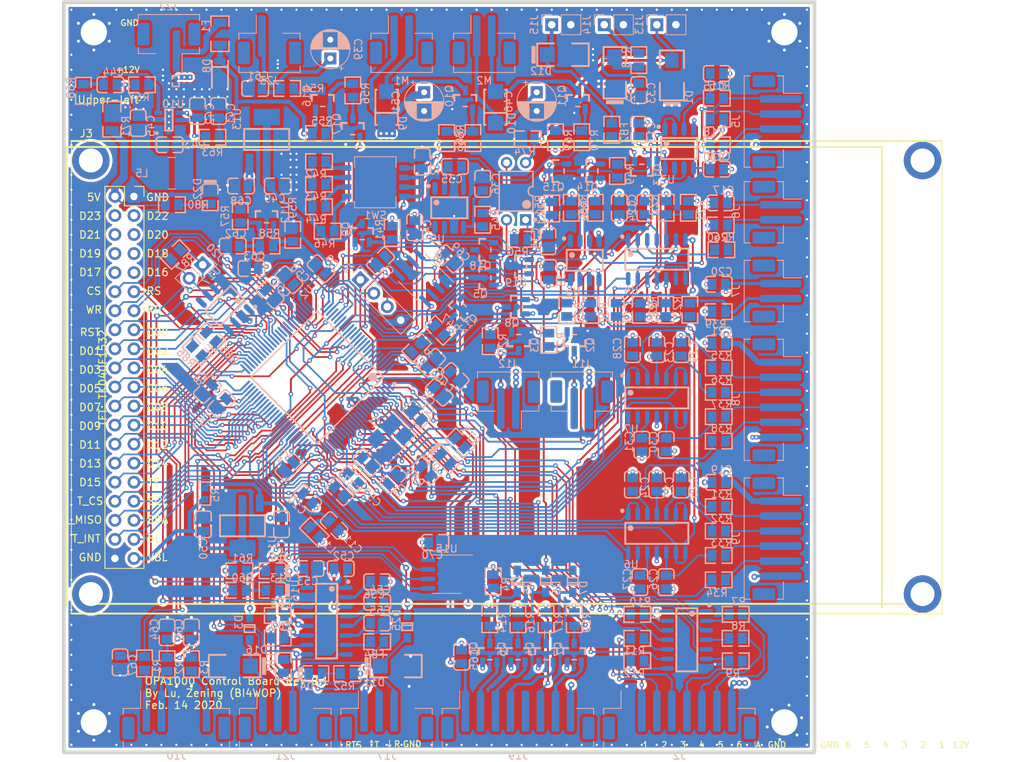
<source format=kicad_pcb>
(kicad_pcb (version 20171130) (host pcbnew "(5.1.10)-1")
  (layers (0 F.Cu signal) (1 In1.Cu power) (2 In2.Cu power) (31 B.Cu signal) (34 B.Paste user) (35 F.Paste user) (36 B.SilkS user) (37 F.SilkS user) (38 B.Mask user) (39 F.Mask user) (44 Edge.Cuts user))
  (net 0 "")
  (net 1 +3V3)
  (net 2 GND)
  (net 3 /NRST)
  (net 4 /X1)
  (net 5 /X2)
  (net 6 "Net-(C15-Pad1)")
  (net 7 "Net-(C24-Pad1)")
  (net 8 "Net-(C25-Pad1)")
  (net 9 "Net-(C26-Pad1)")
  (net 10 "Net-(C27-Pad1)")
  (net 11 "Net-(C28-Pad1)")
  (net 12 "Net-(C29-Pad1)")
  (net 13 "Net-(C30-Pad1)")
  (net 14 "Net-(C31-Pad1)")
  (net 15 "Net-(C32-Pad1)")
  (net 16 "Net-(C35-Pad1)")
  (net 17 "Net-(C43-Pad1)")
  (net 18 VBL)
  (net 19 Temp2_HIGH)
  (net 20 Vm_HIGH)
  (net 21 REV2_HIGH)
  (net 22 +12V)
  (net 23 "Net-(F1-Pad1)")
  (net 24 /T_INT)
  (net 25 /BL)
  (net 26 /T_MISO)
  (net 27 /T_MOSI)
  (net 28 /T_CS)
  (net 29 /T_SCK)
  (net 30 /D15)
  (net 31 /T_BUSY)
  (net 32 /D13)
  (net 33 /D14)
  (net 34 /D11)
  (net 35 /D12)
  (net 36 /D9)
  (net 37 /D10)
  (net 38 /D7)
  (net 39 /D8)
  (net 40 /D5)
  (net 41 /D6)
  (net 42 /D3)
  (net 43 /D4)
  (net 44 /D1)
  (net 45 /D2)
  (net 46 /D0)
  (net 47 /WR)
  (net 48 /RD)
  (net 49 /CS)
  (net 50 /RS)
  (net 51 /D17)
  (net 52 /D16)
  (net 53 /D19)
  (net 54 /D18)
  (net 55 /D21)
  (net 56 /D20)
  (net 57 /D23)
  (net 58 /D22)
  (net 59 /SWDIO)
  (net 60 /SWCLK)
  (net 61 SEL6)
  (net 62 SEL5)
  (net 63 SEL4)
  (net 64 SEL3)
  (net 65 SEL2)
  (net 66 SEL1)
  (net 67 Im_sense)
  (net 68 Vm_sense)
  (net 69 Temp1)
  (net 70 Temp2)
  (net 71 +5V)
  (net 72 FWDpeak1)
  (net 73 FWD1)
  (net 74 REVpeak1)
  (net 75 REV1)
  (net 76 FWDpeak2)
  (net 77 FWD2)
  (net 78 REVpeak2)
  (net 79 REV2)
  (net 80 ALC)
  (net 81 /ExternalInput/PTT_RTS)
  (net 82 SW_PWR)
  (net 83 /TX)
  (net 84 /RX)
  (net 85 ALC_trig)
  (net 86 Transmit)
  (net 87 Temp1_HIGH)
  (net 88 /ADC1_9)
  (net 89 /ADC1_8)
  (net 90 /ADC1_14)
  (net 91 /ADC1_7)
  (net 92 /ADC1_6)
  (net 93 /ADC1_5)
  (net 94 /ADC1_4)
  (net 95 /ADC1_3)
  (net 96 /ADC3_13)
  (net 97 /ADC3_12)
  (net 98 /ADC3_11)
  (net 99 /ADC3_10)
  (net 100 "Net-(U9-Pad7)")
  (net 101 "Net-(U9-Pad1)")
  (net 102 "Net-(C35-Pad2)")
  (net 103 "Net-(C43-Pad2)")
  (net 104 "Net-(C44-Pad2)")
  (net 105 "Net-(D9-Pad1)")
  (net 106 "Net-(D10-Pad1)")
  (net 107 "Net-(J2-Pad7)")
  (net 108 "Net-(J2-Pad6)")
  (net 109 "Net-(J2-Pad5)")
  (net 110 "Net-(J2-Pad4)")
  (net 111 "Net-(J2-Pad3)")
  (net 112 "Net-(J2-Pad2)")
  (net 113 "Net-(Q10-Pad1)")
  (net 114 "Net-(Q11-Pad1)")
  (net 115 "Net-(R7-Pad2)")
  (net 116 "Net-(R8-Pad2)")
  (net 117 "Net-(R9-Pad1)")
  (net 118 FAN1)
  (net 119 FAN2)
  (net 120 /OutputSignals/REL_IN)
  (net 121 /OutputSignals/REL_OUT)
  (net 122 "Net-(R10-Pad1)")
  (net 123 "Net-(R11-Pad2)")
  (net 124 "Net-(R12-Pad2)")
  (net 125 "Net-(R13-Pad1)")
  (net 126 "Net-(R29-Pad1)")
  (net 127 "Net-(R50-Pad2)")
  (net 128 "Net-(R63-Pad2)")
  (net 129 "Net-(C52-Pad2)")
  (net 130 "Net-(C52-Pad1)")
  (net 131 "Net-(C54-Pad2)")
  (net 132 "Net-(C54-Pad1)")
  (net 133 "Net-(C55-Pad2)")
  (net 134 "Net-(C56-Pad1)")
  (net 135 "Net-(FB1-Pad1)")
  (net 136 /ExternalInput/TX232)
  (net 137 /ExternalInput/RX232)
  (net 138 PWR_on_sig)
  (net 139 "Net-(FB5-Pad1)")
  (net 140 "Net-(FB6-Pad1)")
  (net 141 VDDA)
  (net 142 "Net-(C57-Pad1)")
  (net 143 "Net-(C58-Pad1)")
  (net 144 "Net-(C36-Pad2)")
  (net 145 /CAN_TX)
  (net 146 "Net-(R85-Pad1)")
  (net 147 /CAN_RX)
  (net 148 "Net-(R86-Pad1)")
  (net 149 "Net-(U17-Pad5)")
  (net 150 CAN+)
  (net 151 CAN-)
  (net 152 +5VA)
  (net 153 /RESX)
  (net 154 /MCU_STATE)
  (net 155 \Im_HIGH)
  (net 156 \Fatal)
  (net 157 \REV1_HIGH)
  (net 158 \Overdrive)
  (net 159 "Net-(J3-PadSH)")
  (net 160 "Net-(Q2-Pad1)")
  (net 161 "Net-(Q3-Pad1)")
  (net 162 "Net-(Q16-Pad1)")
  (net 163 "Net-(Q16-Pad3)")
  (net 164 "Net-(U2-Pad67)")
  (net 165 \SpareSig)
  (net 166 BIAS_ON)
  (net 167 VREF)
  (net 168 PrtctSig)
  (net 169 "Net-(C18-Pad2)")
  (net 170 "Net-(R23-Pad2)")
  (net 171 "Net-(C12-Pad2)")
  (net 172 "Net-(R26-Pad2)")
  (net 173 "Net-(R53-Pad2)")
  (net 174 "Net-(Q12-Pad3)")
  (net 175 "Net-(R45-Pad1)")
  (net 176 "Net-(Q18-Pad2)")
  (net 177 "Net-(R58-Pad1)")
  (net 178 /TX3)
  (net 179 /RX3)
  (net 180 "Net-(FB4-Pad1)")
  (net 181 "Net-(C16-Pad2)")
  (net 182 /ExternalInput/TX_GND)
  (net 183 "Net-(C65-Pad1)")
  (net 184 /ExternalInput/TX232_R)
  (net 185 /ExternalInput/RX232_R)
  (net 186 "Net-(J10-Pad2)")
  (net 187 "Net-(J10-Pad1)")
  (net 188 "Net-(J14-Pad1)")
  (net 189 SpareSig1)
  (net 190 PwrOnSig)
  (net 191 VgSense)
  (net 192 VgFault)
  (net 193 RevFault)
  (net 194 ImainFault)
  (net 195 "Net-(Q8-Pad3)")
  (net 196 \PTT)
  (net 197 "Net-(Q9-Pad3)")
  (net 198 "Net-(Q13-Pad2)")
  (net 199 "Net-(Q17-Pad3)")
  (net 200 "Net-(Q18-Pad3)")
  (net 201 "Net-(R42-Pad2)")
  (net 202 "Net-(R43-Pad2)")
  (net 203 "Net-(R44-Pad2)")
  (net 204 "Net-(R46-Pad2)")
  (net 205 "Net-(D4-PadA)")
  (net 206 "Net-(D13-PadA)")
  (net 207 "Net-(D14-PadA)")
  (net 208 "Net-(D22-PadA)")
  (net 209 "Net-(D24-PadK)")
  (net 210 /ENC_A)
  (net 211 /ENC_B)
  (net 212 "Net-(D16-Pad2)")
  (net 213 "Net-(D11-Pad2)")
  (net 214 "Net-(D12-Pad2)")
  (net 215 /ENC_SW)
  (net 216 "Net-(J10-Pad5)")
  (net 217 "Net-(C39-Pad1)")
  (net 218 "Net-(U2-Pad65)")
  (net 219 GNDA)
  (net 220 "Net-(C5-Pad2)")
  (net 221 RF_12V_ON)
  (net 222 RF_12_ON)
  (net 223 /EEP_WP)
  (net 224 /EEP_SCL)
  (net 225 /EEP_SDA)
  (module Package_SO:SOIC-8_3.9x4.9mm_P1.27mm (layer B.Cu) (at 71 96.25 180)
    (fp_text reference U15 (at 0 3.4) (layer B.SilkS) (effects (justify mirror)))
    (fp_text value M24C02-FMN)
    (pad 8 smd roundrect (at 2.475 1.905 180) (size 1.95 0.6) (layers B.Cu B.Paste B.Mask) (net 1 +3V3))
    (pad 7 smd roundrect (at 2.475 0.635 180) (size 1.95 0.6) (layers B.Cu B.Paste B.Mask) (net 223 /EEP_WP))
    (pad 6 smd roundrect (at 2.475 -0.635 180) (size 1.95 0.6) (layers B.Cu B.Paste B.Mask) (net 224 /EEP_SCL))
    (pad 5 smd roundrect (at 2.475 -1.905 180) (size 1.95 0.6) (layers B.Cu B.Paste B.Mask) (net 225 /EEP_SDA))
    (pad 4 smd roundrect (at -2.475 -1.905 180) (size 1.95 0.6) (layers B.Cu B.Paste B.Mask) (net 2 GND))
    (pad 3 smd roundrect (at -2.475 -0.635 180) (size 1.95 0.6) (layers B.Cu B.Paste B.Mask) (net 2 GND))
    (pad 2 smd roundrect (at -2.475 0.635 180) (size 1.95 0.6) (layers B.Cu B.Paste B.Mask) (net 2 GND))
    (pad 1 smd roundrect (at -2.475 1.905 180) (size 1.95 0.6) (layers B.Cu B.Paste B.Mask) (net 2 GND))
  )
  (module lc_lib:0805_C (layer B.Cu) (at 69.5 92)
    (fp_text reference C70 (at -0.393619 1.684276) (layer B.SilkS) (effects (justify mirror)))
    (fp_text value 104)
    (pad 2 smd rect (at 0.89 0) (size 1.16 1.47) (layers B.Cu B.Paste B.Mask) (net 2 GND))
    (pad 1 smd rect (at -0.89 0) (size 1.16 1.47) (layers B.Cu B.Paste B.Mask) (net 1 +3V3))
  )
  (module lc_lib:0201_R (layer B.Cu) (at 34.9 30.5 270)
    (fp_text reference FB7 hide)
    (fp_text value 1K)
    (pad 2 smd rect (at 0.285 0 270) (size 0.36 0.4) (layers B.Cu B.Paste B.Mask) (net 2 GND))
    (pad 1 smd rect (at -0.285 0 270) (size 0.36 0.4) (layers B.Cu B.Paste B.Mask) (net 219 GNDA))
  )
  (module Connector_JST:JST_PH_B2B-PH-SM4-TB_1x02-1MP_P2.00mm_Vertical (layer B.Cu) (at 47.4 25)
    (fp_text reference J23 (at 0 5.45) (layer B.SilkS) (effects (justify mirror)))
    (fp_text value RF_12V)
    (pad MP smd roundrect (at 3.4 1.75) (size 1.6 3) (layers B.Cu B.Paste B.Mask) (roundrect_rratio 0.15625))
    (pad MP smd roundrect (at -3.4 1.75) (size 1.6 3) (layers B.Cu B.Paste B.Mask) (roundrect_rratio 0.15625))
    (pad 2 smd roundrect (at 1 -0.5) (size 1 5.5) (layers B.Cu B.Paste B.Mask) (net 2 GND))
    (pad 1 smd roundrect (at -1 -0.5) (size 1 5.5) (layers B.Cu B.Paste B.Mask) (net 217 "Net-(C39-Pad1)"))
  )
  (module lc_lib:0603_R (layer B.Cu) (at 38.75 85.5 90)
    (fp_text reference R5 (at -0.158619 1.439276 90) (layer B.SilkS) (effects (justify mirror)))
    (fp_text value 0)
    (pad 2 smd rect (at 0.77 0 90) (size 0.93 0.98) (layers B.Cu B.Paste B.Mask) (net 152 +5VA))
    (pad 1 smd rect (at -0.77 0 90) (size 0.93 0.98) (layers B.Cu B.Paste B.Mask) (net 18 VBL))
  )
  (module lc_lib:0805_C (layer B.Cu) (at 62.2 54.5 45)
    (fp_text reference C5 (at -0.393619 1.684276 45) (layer B.SilkS) (effects (justify mirror)))
    (fp_text value 104)
    (pad 2 smd rect (at 0.89 0 45) (size 1.16 1.47) (layers B.Cu B.Paste B.Mask) (net 220 "Net-(C5-Pad2)"))
    (pad 1 smd rect (at -0.89 0 45) (size 1.16 1.47) (layers B.Cu B.Paste B.Mask) (net 2 GND))
  )
  (module lc_lib:0805_C (layer B.Cu) (at 71.4 54.2 135)
    (fp_text reference C69 (at -0.393619 1.684276 135) (layer B.SilkS) (effects (justify mirror)))
    (fp_text value 104)
    (pad 2 smd rect (at 0.89 0 135) (size 1.16 1.47) (layers B.Cu B.Paste B.Mask) (net 1 +3V3))
    (pad 1 smd rect (at -0.89 0 135) (size 1.16 1.47) (layers B.Cu B.Paste B.Mask) (net 2 GND))
  )
  (module lc_lib:0805_C (layer B.Cu) (at 66.75 50 90)
    (fp_text reference C47 (at -0.393619 1.684276 90) (layer B.SilkS) (effects (justify mirror)))
    (fp_text value 104)
    (pad 2 smd rect (at 0.89 0 90) (size 1.16 1.47) (layers B.Cu B.Paste B.Mask) (net 1 +3V3))
    (pad 1 smd rect (at -0.89 0 90) (size 1.16 1.47) (layers B.Cu B.Paste B.Mask) (net 2 GND))
  )
  (module lc_lib:0805_C (layer B.Cu) (at 72.129325 69.879325 315)
    (fp_text reference C40 (at -0.393619 1.684276 135) (layer B.SilkS) (effects (justify mirror)))
    (fp_text value 104)
    (pad 2 smd rect (at 0.89 0 315) (size 1.16 1.47) (layers B.Cu B.Paste B.Mask) (net 2 GND))
    (pad 1 smd rect (at -0.89 0 315) (size 1.16 1.47) (layers B.Cu B.Paste B.Mask) (net 1 +3V3))
  )
  (module lc_lib:0805_C (layer B.Cu) (at 56.75 85.25 135)
    (fp_text reference C37 (at -0.393619 1.684276 135) (layer B.SilkS) (effects (justify mirror)))
    (fp_text value 104)
    (pad 2 smd rect (at 0.89 0 135) (size 1.16 1.47) (layers B.Cu B.Paste B.Mask) (net 1 +3V3))
    (pad 1 smd rect (at -0.89 0 135) (size 1.16 1.47) (layers B.Cu B.Paste B.Mask) (net 2 GND))
  )
  (module Button_Switch_SMD:SW_DIP_SPSTx04_Slide_KingTek_DSHP04TS_W7.62mm_P1.27mm (layer B.Cu) (at 61.5 44)
    (fp_text reference SW1 (at 0 4.4) (layer B.SilkS) (effects (justify mirror)))
    (fp_text value SW_DIP_x04)
    (pad 8 smd rect (at 3.81 1.905) (size 1.27 0.76) (layers B.Cu B.Paste B.Mask) (net 15 "Net-(C32-Pad1)"))
    (pad 4 smd rect (at -3.81 -1.905) (size 1.27 0.76) (layers B.Cu B.Paste B.Mask) (net 201 "Net-(R42-Pad2)"))
    (pad 7 smd rect (at 3.81 0.635) (size 1.27 0.76) (layers B.Cu B.Paste B.Mask) (net 15 "Net-(C32-Pad1)"))
    (pad 3 smd rect (at -3.81 -0.635) (size 1.27 0.76) (layers B.Cu B.Paste B.Mask) (net 202 "Net-(R43-Pad2)"))
    (pad 6 smd rect (at 3.81 -0.635) (size 1.27 0.76) (layers B.Cu B.Paste B.Mask) (net 15 "Net-(C32-Pad1)"))
    (pad 2 smd rect (at -3.81 0.635) (size 1.27 0.76) (layers B.Cu B.Paste B.Mask) (net 203 "Net-(R44-Pad2)"))
    (pad 5 smd rect (at 3.81 -1.905) (size 1.27 0.76) (layers B.Cu B.Paste B.Mask) (net 15 "Net-(C32-Pad1)"))
    (pad 1 smd rect (at -3.81 1.905) (size 1.27 0.76) (layers B.Cu B.Paste B.Mask) (net 204 "Net-(R46-Pad2)"))
  )
  (module Connector_PinHeader_2.54mm:PinHeader_1x02_P2.54mm_Vertical (layer B.Cu) (at 38.5 55 135)
    (fp_text reference J20 (at 0 2.33 135) (layer B.SilkS) (effects (justify mirror)))
    (fp_text value CAN)
    (pad 2 thru_hole oval (at 0 -2.54 135) (size 1.7 1.7) (drill 1) (layers *.Cu *.Mask) (net 151 CAN-))
    (pad 1 thru_hole rect (at 0 0 135) (size 1.7 1.7) (drill 1) (layers *.Cu *.Mask) (net 150 CAN+))
  )
  (module Connector_PinHeader_2.54mm:PinHeader_1x04_P2.54mm_Vertical (layer B.Cu) (at 59.5 57 225)
    (fp_text reference J4 (at 0 2.33 45) (layer B.SilkS) (effects (justify mirror)))
    (fp_text value SWD)
    (pad 4 thru_hole oval (at 0 -7.62 225) (size 1.7 1.7) (drill 1) (layers *.Cu *.Mask) (net 2 GND))
    (pad 3 thru_hole oval (at 0 -5.08 225) (size 1.7 1.7) (drill 1) (layers *.Cu *.Mask) (net 59 /SWDIO))
    (pad 2 thru_hole oval (at 0 -2.54 225) (size 1.7 1.7) (drill 1) (layers *.Cu *.Mask) (net 60 /SWCLK))
    (pad 1 thru_hole rect (at 0 0 225) (size 1.7 1.7) (drill 1) (layers *.Cu *.Mask) (net 3 /NRST))
  )
  (module lc_lib:0805_C (layer B.Cu) (at 45 55.5 180)
    (fp_text reference C63 (at -0.393619 1.684276) (layer B.SilkS) (effects (justify mirror)))
    (fp_text value 10uF)
    (pad 2 smd rect (at 0.89 0 180) (size 1.16 1.47) (layers B.Cu B.Paste B.Mask) (net 2 GND))
    (pad 1 smd rect (at -0.89 0 180) (size 1.16 1.47) (layers B.Cu B.Paste B.Mask) (net 167 VREF))
  )
  (module lc_lib:0805_C (layer B.Cu) (at 43.61 44.5 180)
    (fp_text reference C68 (at 0 -2) (layer B.SilkS) (effects (justify mirror)))
    (fp_text value 10uF)
    (pad 2 smd rect (at 0.89 0 180) (size 1.16 1.47) (layers B.Cu B.Paste B.Mask) (net 2 GND))
    (pad 1 smd rect (at -0.89 0 180) (size 1.16 1.47) (layers B.Cu B.Paste B.Mask) (net 152 +5VA))
  )
  (module lc_lib:0805_C (layer B.Cu) (at 37.8 34.5 90)
    (fp_text reference C42 (at -0.393619 1.684276 90) (layer B.SilkS) (effects (justify mirror)))
    (fp_text value 10u)
    (pad 2 smd rect (at 0.89 0 90) (size 1.16 1.47) (layers B.Cu B.Paste B.Mask) (net 2 GND))
    (pad 1 smd rect (at -0.89 0 90) (size 1.16 1.47) (layers B.Cu B.Paste B.Mask) (net 22 +12V))
  )
  (module Crystal:Crystal_SMD_3225-4Pin_3.2x2.5mm_HandSoldering (layer B.Cu) (at 63.5 78 225)
    (fp_text reference Y1 (at 0 3.05 45) (layer B.SilkS) (effects (justify mirror)))
    (fp_text value 12MHz)
    (pad 4 smd rect (at -1.45 1.15 225) (size 2.1 1.8) (layers B.Cu B.Paste B.Mask) (net 2 GND))
    (pad 3 smd rect (at 1.45 1.15 225) (size 2.1 1.8) (layers B.Cu B.Paste B.Mask) (net 5 /X2))
    (pad 2 smd rect (at 1.45 -1.15 225) (size 2.1 1.8) (layers B.Cu B.Paste B.Mask) (net 2 GND))
    (pad 1 smd rect (at -1.45 -1.15 225) (size 2.1 1.8) (layers B.Cu B.Paste B.Mask) (net 4 /X1))
  )
  (module Connector_JST:JST_PH_B5B-PH-SM4-TB_1x05-1MP_P2.00mm_Vertical (layer B.Cu) (at 35 115)
    (fp_text reference J10 (at 0 5.45) (layer B.SilkS) (effects (justify mirror)))
    (fp_text value RotEnc)
    (pad MP smd roundrect (at 6.4 1.75) (size 1.6 3) (layers B.Cu B.Paste B.Mask) (roundrect_rratio 0.15625))
    (pad MP smd roundrect (at -6.4 1.75) (size 1.6 3) (layers B.Cu B.Paste B.Mask) (roundrect_rratio 0.15625))
    (pad 5 smd roundrect (at 4 -0.5) (size 1 5.5) (layers B.Cu B.Paste B.Mask) (net 216 "Net-(J10-Pad5)"))
    (pad 4 smd roundrect (at 2 -0.5) (size 1 5.5) (layers B.Cu B.Paste B.Mask) (net 2 GND))
    (pad 3 smd roundrect (at 0 -0.5) (size 1 5.5) (layers B.Cu B.Paste B.Mask) (net 2 GND))
    (pad 2 smd roundrect (at -2 -0.5) (size 1 5.5) (layers B.Cu B.Paste B.Mask) (net 186 "Net-(J10-Pad2)"))
    (pad 1 smd roundrect (at -4 -0.5) (size 1 5.5) (layers B.Cu B.Paste B.Mask) (net 187 "Net-(J10-Pad1)"))
  )
  (module lc_lib:0805_R (layer B.Cu) (at 77.2 97.2 90)
    (fp_text reference R4 (at -0.393619 1.684276 90) (layer B.SilkS) (effects (justify mirror)))
    (fp_text value 10K)
    (pad 2 smd rect (at 0.89 0 90) (size 1.16 1.47) (layers B.Cu B.Paste B.Mask) (net 1 +3V3))
    (pad 1 smd rect (at -0.89 0 90) (size 1.16 1.47) (layers B.Cu B.Paste B.Mask) (net 156 \Fatal))
  )
  (module lc_lib:0805_R (layer B.Cu) (at 37 108.25 90)
    (fp_text reference R3 (at -0.393619 1.684276 90) (layer B.SilkS) (effects (justify mirror)))
    (fp_text value 100)
    (pad 2 smd rect (at 0.89 0 90) (size 1.16 1.47) (layers B.Cu B.Paste B.Mask) (net 211 /ENC_B))
    (pad 1 smd rect (at -0.89 0 90) (size 1.16 1.47) (layers B.Cu B.Paste B.Mask) (net 216 "Net-(J10-Pad5)"))
  )
  (module lc_lib:0805_R (layer B.Cu) (at 33.75 108.25 90)
    (fp_text reference R2 (at -0.393619 1.684276 90) (layer B.SilkS) (effects (justify mirror)))
    (fp_text value 100)
    (pad 2 smd rect (at 0.89 0 90) (size 1.16 1.47) (layers B.Cu B.Paste B.Mask) (net 215 /ENC_SW))
    (pad 1 smd rect (at -0.89 0 90) (size 1.16 1.47) (layers B.Cu B.Paste B.Mask) (net 186 "Net-(J10-Pad2)"))
  )
  (module lc_lib:0805_R (layer B.Cu) (at 30.75 108.14 90)
    (fp_text reference R1 (at -0.393619 1.684276 90) (layer B.SilkS) (effects (justify mirror)))
    (fp_text value 100)
    (pad 2 smd rect (at 0.89 0 90) (size 1.16 1.47) (layers B.Cu B.Paste B.Mask) (net 210 /ENC_A))
    (pad 1 smd rect (at -0.89 0 90) (size 1.16 1.47) (layers B.Cu B.Paste B.Mask) (net 187 "Net-(J10-Pad1)"))
  )
  (module "lc_lib:SMA(DO-214AC)_S4" (layer B.Cu) (at 42.75 108.5 180)
    (fp_text reference D16 (at -2.925219 2.176276) (layer B.SilkS) (effects (justify mirror)))
    (fp_text value 16V)
    (pad 2 smd rect (at -2.1 0 270) (size 2 2) (layers B.Cu B.Paste B.Mask) (net 212 "Net-(D16-Pad2)"))
    (pad 1 smd rect (at 2.1 0 270) (size 2 2) (layers B.Cu B.Paste B.Mask) (net 2 GND))
  )
  (module "lc_lib:SMA(DO-214AC)_S4" (layer B.Cu) (at 86.5 27)
    (fp_text reference D12 (at -2.925219 2.176276) (layer B.SilkS) (effects (justify mirror)))
    (fp_text value 16V)
    (pad 2 smd rect (at -2.1 0 90) (size 2 2) (layers B.Cu B.Paste B.Mask) (net 214 "Net-(D12-Pad2)"))
    (pad 1 smd rect (at 2.1 0 90) (size 2 2) (layers B.Cu B.Paste B.Mask) (net 2 GND))
  )
  (module "lc_lib:SMA(DO-214AC)_S4" (layer B.Cu) (at 64.25 108.5)
    (fp_text reference D11 (at -2.925219 2.176276) (layer B.SilkS) (effects (justify mirror)))
    (fp_text value 16V)
    (pad 2 smd rect (at -2.1 0 90) (size 2 2) (layers B.Cu B.Paste B.Mask) (net 213 "Net-(D11-Pad2)"))
    (pad 1 smd rect (at 2.1 0 90) (size 2 2) (layers B.Cu B.Paste B.Mask) (net 2 GND))
  )
  (module lc_lib:0805_C (layer B.Cu) (at 27.5 108 90)
    (fp_text reference C67 (at -0.393619 1.684276 90) (layer B.SilkS) (effects (justify mirror)))
    (fp_text value 104)
    (pad 2 smd rect (at 0.89 0 90) (size 1.16 1.47) (layers B.Cu B.Paste B.Mask) (net 210 /ENC_A))
    (pad 1 smd rect (at -0.89 0 90) (size 1.16 1.47) (layers B.Cu B.Paste B.Mask) (net 2 GND))
  )
  (module lc_lib:0805_C (layer B.Cu) (at 37 104 270)
    (fp_text reference C66 (at -0.393619 1.684276 90) (layer B.SilkS) (effects (justify mirror)))
    (fp_text value 104)
    (pad 2 smd rect (at 0.89 0 270) (size 1.16 1.47) (layers B.Cu B.Paste B.Mask) (net 211 /ENC_B))
    (pad 1 smd rect (at -0.89 0 270) (size 1.16 1.47) (layers B.Cu B.Paste B.Mask) (net 2 GND))
  )
  (module lc_lib:0805_C (layer B.Cu) (at 33.75 104 270)
    (fp_text reference C64 (at -0.393619 1.684276 90) (layer B.SilkS) (effects (justify mirror)))
    (fp_text value 104)
    (pad 2 smd rect (at 0.89 0 270) (size 1.16 1.47) (layers B.Cu B.Paste B.Mask) (net 215 /ENC_SW))
    (pad 1 smd rect (at -0.89 0 270) (size 1.16 1.47) (layers B.Cu B.Paste B.Mask) (net 2 GND))
  )
  (module "lc_lib:SOT-23(SOT-23-3)" (layer B.Cu) (at 47 48.5 270)
    (fp_text reference U12 (at -0.5 -2.5 90) (layer B.SilkS) (effects (justify mirror)))
    (fp_text value TL431)
    (pad 3 smd rect (at -1.25 0) (size 0.7 1.25) (layers B.Cu B.Paste B.Mask) (net 2 GND))
    (pad 2 smd rect (at 1.25 0.95) (size 0.7 1.25) (layers B.Cu B.Paste B.Mask) (net 167 VREF))
    (pad 1 smd rect (at 1.25 -0.95) (size 0.7 1.25) (layers B.Cu B.Paste B.Mask) (net 177 "Net-(R58-Pad1)"))
  )
  (module lc_lib:SOIC-8_150MIL (layer B.Cu) (at 102 39.5)
    (fp_text reference U3 (at -1.573619 4.150876) (layer B.SilkS) (effects (justify mirror)))
    (fp_text value LMV358)
    (pad 8 smd oval (at -1.905 2.6 180) (size 0.7 1.8) (layers B.Cu B.Paste B.Mask) (net 1 +3V3))
    (pad 7 smd oval (at -0.635 2.6 180) (size 0.7 1.8) (layers B.Cu B.Paste B.Mask) (net 98 /ADC3_11))
    (pad 6 smd oval (at 0.635 2.6 180) (size 0.7 1.8) (layers B.Cu B.Paste B.Mask) (net 98 /ADC3_11))
    (pad 5 smd oval (at 1.905 2.6 180) (size 0.7 1.8) (layers B.Cu B.Paste B.Mask) (net 181 "Net-(C16-Pad2)"))
    (pad 4 smd oval (at 1.905 -2.6 180) (size 0.7 1.8) (layers B.Cu B.Paste B.Mask) (net 219 GNDA))
    (pad 3 smd oval (at 0.635 -2.6 180) (size 0.7 1.8) (layers B.Cu B.Paste B.Mask) (net 6 "Net-(C15-Pad1)"))
    (pad 2 smd oval (at -0.635 -2.6 180) (size 0.7 1.8) (layers B.Cu B.Paste B.Mask) (net 99 /ADC3_10))
    (pad 1 smd oval (at -1.905 -2.6 180) (size 0.7 1.8) (layers B.Cu B.Paste B.Mask) (net 99 /ADC3_10))
  )
  (module lc_lib:0805_R (layer B.Cu) (at 34.870675 53.629325 225)
    (fp_text reference R87 (at -0.17066 -1.767767 45) (layer B.SilkS) (effects (justify mirror)))
    (fp_text value 120)
    (pad 2 smd rect (at 0.89 0 225) (size 1.16 1.47) (layers B.Cu B.Paste B.Mask) (net 151 CAN-))
    (pad 1 smd rect (at -0.89 0 225) (size 1.16 1.47) (layers B.Cu B.Paste B.Mask) (net 150 CAN+))
  )
  (module lc_lib:0805_R (layer B.Cu) (at 37.75 66.5 315)
    (fp_text reference R86 (at -0.393619 1.684276 135) (layer B.SilkS) (effects (justify mirror)))
    (fp_text value 100)
    (pad 2 smd rect (at 0.89 0 315) (size 1.16 1.47) (layers B.Cu B.Paste B.Mask) (net 147 /CAN_RX))
    (pad 1 smd rect (at -0.89 0 315) (size 1.16 1.47) (layers B.Cu B.Paste B.Mask) (net 148 "Net-(R86-Pad1)"))
  )
  (module lc_lib:0805_R (layer B.Cu) (at 39.620675 64.620675 315)
    (fp_text reference R85 (at 3.364874 0 135) (layer B.SilkS) (effects (justify mirror)))
    (fp_text value 100)
    (pad 2 smd rect (at 0.89 0 315) (size 1.16 1.47) (layers B.Cu B.Paste B.Mask) (net 145 /CAN_TX))
    (pad 1 smd rect (at -0.89 0 315) (size 1.16 1.47) (layers B.Cu B.Paste B.Mask) (net 146 "Net-(R85-Pad1)"))
  )
  (module lc_lib:0805_R (layer B.Cu) (at 68.25 82.5 315)
    (fp_text reference R84 (at -0.393619 1.684276 135) (layer B.SilkS) (effects (justify mirror)))
    (fp_text value 4.7K)
    (pad 2 smd rect (at 0.89 0 315) (size 1.16 1.47) (layers B.Cu B.Paste B.Mask) (net 209 "Net-(D24-PadK)"))
    (pad 1 smd rect (at -0.89 0 315) (size 1.16 1.47) (layers B.Cu B.Paste B.Mask) (net 154 /MCU_STATE))
  )
  (module lc_lib:0805_R (layer B.Cu) (at 34.4 47 180)
    (fp_text reference R80 (at -3.5 0) (layer B.SilkS) (effects (justify mirror)))
    (fp_text value 2.2K)
    (pad 2 smd rect (at 0.89 0 180) (size 1.16 1.47) (layers B.Cu B.Paste B.Mask) (net 152 +5VA))
    (pad 1 smd rect (at -0.89 0 180) (size 1.16 1.47) (layers B.Cu B.Paste B.Mask) (net 208 "Net-(D22-PadA)"))
  )
  (module lc_lib:0805_R (layer B.Cu) (at 81.8 38.2)
    (fp_text reference R74 (at -0.393619 1.684276) (layer B.SilkS) (effects (justify mirror)))
    (fp_text value 10K)
    (pad 2 smd rect (at 0.89 0) (size 1.16 1.47) (layers B.Cu B.Paste B.Mask) (net 80 ALC))
    (pad 1 smd rect (at -0.89 0) (size 1.16 1.47) (layers B.Cu B.Paste B.Mask) (net 2 GND))
  )
  (module lc_lib:0805_R (layer B.Cu) (at 72.75 78.75 135)
    (fp_text reference R73 (at -0.393619 1.684276 135) (layer B.SilkS) (effects (justify mirror)))
    (fp_text value 1K)
    (pad 2 smd rect (at 0.89 0 135) (size 1.16 1.47) (layers B.Cu B.Paste B.Mask) (net 168 PrtctSig))
    (pad 1 smd rect (at -0.89 0 135) (size 1.16 1.47) (layers B.Cu B.Paste B.Mask) (net 183 "Net-(C65-Pad1)"))
  )
  (module lc_lib:1206_R (layer B.Cu) (at 26.4 35.6 90)
    (fp_text reference R71 (at -0.978619 1.849276 90) (layer B.SilkS) (effects (justify mirror)))
    (fp_text value 0)
    (pad 2 smd rect (at 1.49 0 90) (size 1.13 1.8) (layers B.Cu B.Paste B.Mask) (net 71 +5V))
    (pad 1 smd rect (at -1.49 0 90) (size 1.13 1.8) (layers B.Cu B.Paste B.Mask) (net 152 +5VA))
  )
  (module lc_lib:0805_R (layer B.Cu) (at 89 38 90)
    (fp_text reference R70 (at -0.393619 1.684276 90) (layer B.SilkS) (effects (justify mirror)))
    (fp_text value 100)
    (pad 2 smd rect (at 0.89 0 90) (size 1.16 1.47) (layers B.Cu B.Paste B.Mask) (net 114 "Net-(Q11-Pad1)"))
    (pad 1 smd rect (at -0.89 0 90) (size 1.16 1.47) (layers B.Cu B.Paste B.Mask) (net 119 FAN2))
  )
  (module lc_lib:0805_R (layer B.Cu) (at 85.5 38 90)
    (fp_text reference R69 (at -0.393619 1.684276 90) (layer B.SilkS) (effects (justify mirror)))
    (fp_text value 10K)
    (pad 2 smd rect (at 0.89 0 90) (size 1.16 1.47) (layers B.Cu B.Paste B.Mask) (net 114 "Net-(Q11-Pad1)"))
    (pad 1 smd rect (at -0.89 0 90) (size 1.16 1.47) (layers B.Cu B.Paste B.Mask) (net 1 +3V3))
  )
  (module lc_lib:0805_R (layer B.Cu) (at 22.6 31.8 270)
    (fp_text reference R68 (at -0.393619 1.684276 90) (layer B.SilkS) (effects (justify mirror)))
    (fp_text value 10K)
    (pad 2 smd rect (at 0.89 0 270) (size 1.16 1.47) (layers B.Cu B.Paste B.Mask) (net 2 GND))
    (pad 1 smd rect (at -0.89 0 270) (size 1.16 1.47) (layers B.Cu B.Paste B.Mask) (net 104 "Net-(C44-Pad2)"))
  )
  (module lc_lib:0805_R (layer B.Cu) (at 30.4 31)
    (fp_text reference R67 (at -0.393619 1.684276) (layer B.SilkS) (effects (justify mirror)))
    (fp_text value 68K)
    (pad 2 smd rect (at 0.89 0) (size 1.16 1.47) (layers B.Cu B.Paste B.Mask) (net 104 "Net-(C44-Pad2)"))
    (pad 1 smd rect (at -0.89 0) (size 1.16 1.47) (layers B.Cu B.Paste B.Mask) (net 71 +5V))
  )
  (module lc_lib:0805_R (layer B.Cu) (at 71 38.11 90)
    (fp_text reference R66 (at -0.393619 1.684276 90) (layer B.SilkS) (effects (justify mirror)))
    (fp_text value 10K)
    (pad 2 smd rect (at 0.89 0 90) (size 1.16 1.47) (layers B.Cu B.Paste B.Mask) (net 113 "Net-(Q10-Pad1)"))
    (pad 1 smd rect (at -0.89 0 90) (size 1.16 1.47) (layers B.Cu B.Paste B.Mask) (net 1 +3V3))
  )
  (module lc_lib:0805_R (layer B.Cu) (at 74.5 38.11 270)
    (fp_text reference R65 (at -0.393619 1.684276 90) (layer B.SilkS) (effects (justify mirror)))
    (fp_text value 100)
    (pad 2 smd rect (at 0.89 0 270) (size 1.16 1.47) (layers B.Cu B.Paste B.Mask) (net 118 FAN1))
    (pad 1 smd rect (at -0.89 0 270) (size 1.16 1.47) (layers B.Cu B.Paste B.Mask) (net 113 "Net-(Q10-Pad1)"))
  )
  (module lc_lib:0805_R (layer B.Cu) (at 87.6 47.4 90)
    (fp_text reference R64 (at -0.393619 1.684276 90) (layer B.SilkS) (effects (justify mirror)))
    (fp_text value 10K)
    (pad 2 smd rect (at 0.89 0 90) (size 1.16 1.47) (layers B.Cu B.Paste B.Mask) (net 1 +3V3))
    (pad 1 smd rect (at -0.89 0 90) (size 1.16 1.47) (layers B.Cu B.Paste B.Mask) (net 173 "Net-(R53-Pad2)"))
  )
  (module lc_lib:0805_R (layer B.Cu) (at 39.8 38 180)
    (fp_text reference R63 (at 0 -2) (layer B.SilkS) (effects (justify mirror)))
    (fp_text value 100K)
    (pad 2 smd rect (at 0.89 0 180) (size 1.16 1.47) (layers B.Cu B.Paste B.Mask) (net 128 "Net-(R63-Pad2)"))
    (pad 1 smd rect (at -0.89 0 180) (size 1.16 1.47) (layers B.Cu B.Paste B.Mask) (net 22 +12V))
  )
  (module lc_lib:0805_R (layer B.Cu) (at 43.4 95.8 180)
    (fp_text reference R61 (at -0.393619 1.684276) (layer B.SilkS) (effects (justify mirror)))
    (fp_text value 1K)
    (pad 2 smd rect (at 0.89 0 180) (size 1.16 1.47) (layers B.Cu B.Paste B.Mask) (net 1 +3V3))
    (pad 1 smd rect (at -0.89 0 180) (size 1.16 1.47) (layers B.Cu B.Paste B.Mask) (net 207 "Net-(D14-PadA)"))
  )
  (module lc_lib:0805_R (layer B.Cu) (at 43.4 98.4 180)
    (fp_text reference R60 (at -0.393619 1.684276) (layer B.SilkS) (effects (justify mirror)))
    (fp_text value 1K)
    (pad 2 smd rect (at 0.89 0 180) (size 1.16 1.47) (layers B.Cu B.Paste B.Mask) (net 1 +3V3))
    (pad 1 smd rect (at -0.89 0 180) (size 1.16 1.47) (layers B.Cu B.Paste B.Mask) (net 206 "Net-(D13-PadA)"))
  )
  (module lc_lib:0805_R (layer B.Cu) (at 50.5 51 270)
    (fp_text reference R59 (at -3.61 0 90) (layer B.SilkS) (effects (justify mirror)))
    (fp_text value 4.7K)
    (pad 2 smd rect (at 0.89 0 270) (size 1.16 1.47) (layers B.Cu B.Paste B.Mask) (net 177 "Net-(R58-Pad1)"))
    (pad 1 smd rect (at -0.89 0 270) (size 1.16 1.47) (layers B.Cu B.Paste B.Mask) (net 2 GND))
  )
  (module lc_lib:0805_R (layer B.Cu) (at 47 52.5 180)
    (fp_text reference R58 (at -0.393619 1.684276) (layer B.SilkS) (effects (justify mirror)))
    (fp_text value 1.5K)
    (pad 2 smd rect (at 0.89 0 180) (size 1.16 1.47) (layers B.Cu B.Paste B.Mask) (net 167 VREF))
    (pad 1 smd rect (at -0.89 0 180) (size 1.16 1.47) (layers B.Cu B.Paste B.Mask) (net 177 "Net-(R58-Pad1)"))
  )
  (module lc_lib:0805_R (layer B.Cu) (at 43.5 48.5 90)
    (fp_text reference R57 (at 0 -2 90) (layer B.SilkS) (effects (justify mirror)))
    (fp_text value 470)
    (pad 2 smd rect (at 0.89 0 90) (size 1.16 1.47) (layers B.Cu B.Paste B.Mask) (net 152 +5VA))
    (pad 1 smd rect (at -0.89 0 90) (size 1.16 1.47) (layers B.Cu B.Paste B.Mask) (net 167 VREF))
  )
  (module lc_lib:0805_R (layer B.Cu) (at 58.5 31.75 90)
    (fp_text reference R56 (at -0.393619 1.684276 90) (layer B.SilkS) (effects (justify mirror)))
    (fp_text value 47K)
    (pad 2 smd rect (at 0.89 0 90) (size 1.16 1.47) (layers B.Cu B.Paste B.Mask) (net 162 "Net-(Q16-Pad1)"))
    (pad 1 smd rect (at -0.89 0 90) (size 1.16 1.47) (layers B.Cu B.Paste B.Mask) (net 199 "Net-(Q17-Pad3)"))
  )
  (module lc_lib:0805_R (layer B.Cu) (at 54 37.5 180)
    (fp_text reference R55 (at -0.393619 1.684276) (layer B.SilkS) (effects (justify mirror)))
    (fp_text value 100K)
    (pad 2 smd rect (at 0.89 0 180) (size 1.16 1.47) (layers B.Cu B.Paste B.Mask) (net 22 +12V))
    (pad 1 smd rect (at -0.89 0 180) (size 1.16 1.47) (layers B.Cu B.Paste B.Mask) (net 162 "Net-(Q16-Pad1)"))
  )
  (module lc_lib:0805_R (layer B.Cu) (at 49.75 31.5 180)
    (fp_text reference R54 (at -3.5 0) (layer B.SilkS) (effects (justify mirror)))
    (fp_text value 100)
    (pad 2 smd rect (at 0.89 0 180) (size 1.16 1.47) (layers B.Cu B.Paste B.Mask) (net 217 "Net-(C39-Pad1)"))
    (pad 1 smd rect (at -0.89 0 180) (size 1.16 1.47) (layers B.Cu B.Paste B.Mask) (net 163 "Net-(Q16-Pad3)"))
  )
  (module lc_lib:0805_R (layer B.Cu) (at 90.8 47.4 270)
    (fp_text reference R53 (at -0.393619 1.684276 90) (layer B.SilkS) (effects (justify mirror)))
    (fp_text value 10K)
    (pad 2 smd rect (at 0.89 0 270) (size 1.16 1.47) (layers B.Cu B.Paste B.Mask) (net 173 "Net-(R53-Pad2)"))
    (pad 1 smd rect (at -0.89 0 270) (size 1.16 1.47) (layers B.Cu B.Paste B.Mask) (net 219 GNDA))
  )
  (module lc_lib:0805_R (layer B.Cu) (at 57.75 109.5)
    (fp_text reference R52 (at -0.393619 1.684276) (layer B.SilkS) (effects (justify mirror)))
    (fp_text value 1K)
    (pad 2 smd rect (at 0.89 0) (size 1.16 1.47) (layers B.Cu B.Paste B.Mask) (net 1 +3V3))
    (pad 1 smd rect (at -0.89 0) (size 1.16 1.47) (layers B.Cu B.Paste B.Mask) (net 205 "Net-(D4-PadA)"))
  )
  (module lc_lib:0805_R (layer B.Cu) (at 85 47.5 270)
    (fp_text reference R51 (at -0.393619 1.684276 90) (layer B.SilkS) (effects (justify mirror)))
    (fp_text value 47K)
    (pad 2 smd rect (at 0.89 0 270) (size 1.16 1.47) (layers B.Cu B.Paste B.Mask) (net 1 +3V3))
    (pad 1 smd rect (at -0.89 0 270) (size 1.16 1.47) (layers B.Cu B.Paste B.Mask) (net 196 \PTT))
  )
  (module lc_lib:0805_R (layer B.Cu) (at 80.89 51.6)
    (fp_text reference R50 (at -0.393619 1.684276) (layer B.SilkS) (effects (justify mirror)))
    (fp_text value 220)
    (pad 2 smd rect (at 0.89 0) (size 1.16 1.47) (layers B.Cu B.Paste B.Mask) (net 127 "Net-(R50-Pad2)"))
    (pad 1 smd rect (at -0.89 0) (size 1.16 1.47) (layers B.Cu B.Paste B.Mask) (net 1 +3V3))
  )
  (module lc_lib:0805_R (layer B.Cu) (at 93.75 42.5 90)
    (fp_text reference R49 (at -0.393619 1.684276 90) (layer B.SilkS) (effects (justify mirror)))
    (fp_text value 4.7K)
    (pad 2 smd rect (at 0.89 0 90) (size 1.16 1.47) (layers B.Cu B.Paste B.Mask) (net 198 "Net-(Q13-Pad2)"))
    (pad 1 smd rect (at -0.89 0 90) (size 1.16 1.47) (layers B.Cu B.Paste B.Mask) (net 196 \PTT))
  )
  (module lc_lib:0805_R (layer B.Cu) (at 96.6 27.71 270)
    (fp_text reference R48 (at -0.393619 1.684276 90) (layer B.SilkS) (effects (justify mirror)))
    (fp_text value 1K)
    (pad 2 smd rect (at 0.89 0 270) (size 1.16 1.47) (layers B.Cu B.Paste B.Mask) (net 182 /ExternalInput/TX_GND))
    (pad 1 smd rect (at -0.89 0 270) (size 1.16 1.47) (layers B.Cu B.Paste B.Mask) (net 188 "Net-(J14-Pad1)"))
  )
  (module lc_lib:0805_R (layer B.Cu) (at 70 63.75 135)
    (fp_text reference R47 (at -0.393619 1.684276 135) (layer B.SilkS) (effects (justify mirror)))
    (fp_text value 100K)
    (pad 2 smd rect (at 0.89 0 135) (size 1.16 1.47) (layers B.Cu B.Paste B.Mask) (net 174 "Net-(Q12-Pad3)"))
    (pad 1 smd rect (at -0.89 0 135) (size 1.16 1.47) (layers B.Cu B.Paste B.Mask) (net 1 +3V3))
  )
  (module lc_lib:0805_R (layer B.Cu) (at 55.14 50.5)
    (fp_text reference R46 (at -0.393619 1.684276) (layer B.SilkS) (effects (justify mirror)))
    (fp_text value 51K)
    (pad 2 smd rect (at 0.89 0) (size 1.16 1.47) (layers B.Cu B.Paste B.Mask) (net 204 "Net-(R46-Pad2)"))
    (pad 1 smd rect (at -0.89 0) (size 1.16 1.47) (layers B.Cu B.Paste B.Mask) (net 197 "Net-(Q9-Pad3)"))
  )
  (module lc_lib:0805_R (layer B.Cu) (at 75.8 49 270)
    (fp_text reference R45 (at 0 -1.8 90) (layer B.SilkS) (effects (justify mirror)))
    (fp_text value 1K)
    (pad 2 smd rect (at 0.89 0 270) (size 1.16 1.47) (layers B.Cu B.Paste B.Mask) (net 144 "Net-(C36-Pad2)"))
    (pad 1 smd rect (at -0.89 0 270) (size 1.16 1.47) (layers B.Cu B.Paste B.Mask) (net 175 "Net-(R45-Pad1)"))
  )
  (module lc_lib:0805_R (layer B.Cu) (at 54 47.25)
    (fp_text reference R44 (at -0.393619 1.684276) (layer B.SilkS) (effects (justify mirror)))
    (fp_text value 51K)
    (pad 2 smd rect (at 0.89 0) (size 1.16 1.47) (layers B.Cu B.Paste B.Mask) (net 203 "Net-(R44-Pad2)"))
    (pad 1 smd rect (at -0.89 0) (size 1.16 1.47) (layers B.Cu B.Paste B.Mask) (net 197 "Net-(Q9-Pad3)"))
  )
  (module lc_lib:0805_R (layer B.Cu) (at 54 44.25)
    (fp_text reference R43 (at -0.393619 1.684276) (layer B.SilkS) (effects (justify mirror)))
    (fp_text value 51K)
    (pad 2 smd rect (at 0.89 0) (size 1.16 1.47) (layers B.Cu B.Paste B.Mask) (net 202 "Net-(R43-Pad2)"))
    (pad 1 smd rect (at -0.89 0) (size 1.16 1.47) (layers B.Cu B.Paste B.Mask) (net 197 "Net-(Q9-Pad3)"))
  )
  (module lc_lib:0805_R (layer B.Cu) (at 54 41.25)
    (fp_text reference R42 (at -0.393619 1.684276) (layer B.SilkS) (effects (justify mirror)))
    (fp_text value 51K)
    (pad 2 smd rect (at 0.89 0) (size 1.16 1.47) (layers B.Cu B.Paste B.Mask) (net 201 "Net-(R42-Pad2)"))
    (pad 1 smd rect (at -0.89 0) (size 1.16 1.47) (layers B.Cu B.Paste B.Mask) (net 197 "Net-(Q9-Pad3)"))
  )
  (module lc_lib:0805_R (layer B.Cu) (at 63.75 50.75 270)
    (fp_text reference R41 (at -0.393619 1.684276 90) (layer B.SilkS) (effects (justify mirror)))
    (fp_text value 10K)
    (pad 2 smd rect (at 0.89 0 270) (size 1.16 1.47) (layers B.Cu B.Paste B.Mask) (net 196 \PTT))
    (pad 1 smd rect (at -0.89 0 270) (size 1.16 1.47) (layers B.Cu B.Paste B.Mask) (net 1 +3V3))
  )
  (module lc_lib:0805_R (layer B.Cu) (at 107.51 49.7)
    (fp_text reference R40 (at -0.393619 1.684276) (layer B.SilkS) (effects (justify mirror)))
    (fp_text value 3.3K)
    (pad 2 smd rect (at 0.89 0) (size 1.16 1.47) (layers B.Cu B.Paste B.Mask) (net 69 Temp1))
    (pad 1 smd rect (at -0.89 0) (size 1.16 1.47) (layers B.Cu B.Paste B.Mask) (net 219 GNDA))
  )
  (module lc_lib:0805_R (layer B.Cu) (at 107.25 61.25)
    (fp_text reference R39 (at -0.393619 1.684276) (layer B.SilkS) (effects (justify mirror)))
    (fp_text value 3.3K)
    (pad 2 smd rect (at 0.89 0) (size 1.16 1.47) (layers B.Cu B.Paste B.Mask) (net 70 Temp2))
    (pad 1 smd rect (at -0.89 0) (size 1.16 1.47) (layers B.Cu B.Paste B.Mask) (net 219 GNDA))
  )
  (module lc_lib:0805_R (layer B.Cu) (at 107.25 78.5 180)
    (fp_text reference R38 (at -0.393619 1.684276) (layer B.SilkS) (effects (justify mirror)))
    (fp_text value 1K)
    (pad 2 smd rect (at 0.89 0 180) (size 1.16 1.47) (layers B.Cu B.Paste B.Mask) (net 14 "Net-(C31-Pad1)"))
    (pad 1 smd rect (at -0.89 0 180) (size 1.16 1.47) (layers B.Cu B.Paste B.Mask) (net 75 REV1))
  )
  (module lc_lib:0805_R (layer B.Cu) (at 107.25 75.25 180)
    (fp_text reference R37 (at -0.393619 1.684276) (layer B.SilkS) (effects (justify mirror)))
    (fp_text value 1K)
    (pad 2 smd rect (at 0.89 0 180) (size 1.16 1.47) (layers B.Cu B.Paste B.Mask) (net 13 "Net-(C30-Pad1)"))
    (pad 1 smd rect (at -0.89 0 180) (size 1.16 1.47) (layers B.Cu B.Paste B.Mask) (net 74 REVpeak1))
  )
  (module lc_lib:0805_R (layer B.Cu) (at 107.25 72 180)
    (fp_text reference R36 (at -0.393619 1.684276) (layer B.SilkS) (effects (justify mirror)))
    (fp_text value 1K)
    (pad 2 smd rect (at 0.89 0 180) (size 1.16 1.47) (layers B.Cu B.Paste B.Mask) (net 12 "Net-(C29-Pad1)"))
    (pad 1 smd rect (at -0.89 0 180) (size 1.16 1.47) (layers B.Cu B.Paste B.Mask) (net 73 FWD1))
  )
  (module lc_lib:0805_R (layer B.Cu) (at 107.25 68.75 180)
    (fp_text reference R35 (at -0.393619 1.684276) (layer B.SilkS) (effects (justify mirror)))
    (fp_text value 1K)
    (pad 2 smd rect (at 0.89 0 180) (size 1.16 1.47) (layers B.Cu B.Paste B.Mask) (net 11 "Net-(C28-Pad1)"))
    (pad 1 smd rect (at -0.89 0 180) (size 1.16 1.47) (layers B.Cu B.Paste B.Mask) (net 72 FWDpeak1))
  )
  (module lc_lib:0805_R (layer B.Cu) (at 107.25 97 180)
    (fp_text reference R34 (at 0.25 -1.75) (layer B.SilkS) (effects (justify mirror)))
    (fp_text value 1K)
    (pad 2 smd rect (at 0.89 0 180) (size 1.16 1.47) (layers B.Cu B.Paste B.Mask) (net 10 "Net-(C27-Pad1)"))
    (pad 1 smd rect (at -0.89 0 180) (size 1.16 1.47) (layers B.Cu B.Paste B.Mask) (net 79 REV2))
  )
  (module lc_lib:0805_R (layer B.Cu) (at 107.25 93.75 180)
    (fp_text reference R33 (at -0.393619 1.684276) (layer B.SilkS) (effects (justify mirror)))
    (fp_text value 1K)
    (pad 2 smd rect (at 0.89 0 180) (size 1.16 1.47) (layers B.Cu B.Paste B.Mask) (net 9 "Net-(C26-Pad1)"))
    (pad 1 smd rect (at -0.89 0 180) (size 1.16 1.47) (layers B.Cu B.Paste B.Mask) (net 78 REVpeak2))
  )
  (module lc_lib:0805_R (layer B.Cu) (at 107.25 90.5 180)
    (fp_text reference R32 (at -0.393619 1.684276) (layer B.SilkS) (effects (justify mirror)))
    (fp_text value 1K)
    (pad 2 smd rect (at 0.89 0 180) (size 1.16 1.47) (layers B.Cu B.Paste B.Mask) (net 8 "Net-(C25-Pad1)"))
    (pad 1 smd rect (at -0.89 0 180) (size 1.16 1.47) (layers B.Cu B.Paste B.Mask) (net 77 FWD2))
  )
  (module lc_lib:0805_R (layer B.Cu) (at 107.25 87.25 180)
    (fp_text reference R31 (at -0.393619 1.684276) (layer B.SilkS) (effects (justify mirror)))
    (fp_text value 1K)
    (pad 2 smd rect (at 0.89 0 180) (size 1.16 1.47) (layers B.Cu B.Paste B.Mask) (net 7 "Net-(C24-Pad1)"))
    (pad 1 smd rect (at -0.89 0 180) (size 1.16 1.47) (layers B.Cu B.Paste B.Mask) (net 76 FWDpeak2))
  )
  (module lc_lib:0805_R (layer B.Cu) (at 90.2 61 90)
    (fp_text reference R30 (at -0.393619 1.684276 90) (layer B.SilkS) (effects (justify mirror)))
    (fp_text value 1K)
    (pad 2 smd rect (at 0.89 0 90) (size 1.16 1.47) (layers B.Cu B.Paste B.Mask) (net 126 "Net-(R29-Pad1)"))
    (pad 1 smd rect (at -0.89 0 90) (size 1.16 1.47) (layers B.Cu B.Paste B.Mask) (net 219 GNDA))
  )
  (module lc_lib:0805_R (layer B.Cu) (at 87 61 90)
    (fp_text reference R29 (at -0.393619 1.684276 90) (layer B.SilkS) (effects (justify mirror)))
    (fp_text value 1K)
    (pad 2 smd rect (at 0.89 0 90) (size 1.16 1.47) (layers B.Cu B.Paste B.Mask) (net 1 +3V3))
    (pad 1 smd rect (at -0.89 0 90) (size 1.16 1.47) (layers B.Cu B.Paste B.Mask) (net 126 "Net-(R29-Pad1)"))
  )
  (module lc_lib:0805_R (layer B.Cu) (at 76.8 65.2 90)
    (fp_text reference R28 (at -0.393619 1.684276 90) (layer B.SilkS) (effects (justify mirror)))
    (fp_text value 10K)
    (pad 2 smd rect (at 0.89 0 90) (size 1.16 1.47) (layers B.Cu B.Paste B.Mask) (net 195 "Net-(Q8-Pad3)"))
    (pad 1 smd rect (at -0.89 0 90) (size 1.16 1.47) (layers B.Cu B.Paste B.Mask) (net 161 "Net-(Q3-Pad1)"))
  )
  (module lc_lib:0805_R (layer B.Cu) (at 84.6 65 90)
    (fp_text reference R27 (at -0.393619 1.684276 90) (layer B.SilkS) (effects (justify mirror)))
    (fp_text value 10K)
    (pad 2 smd rect (at 0.89 0 90) (size 1.16 1.47) (layers B.Cu B.Paste B.Mask) (net 86 Transmit))
    (pad 1 smd rect (at -0.89 0 90) (size 1.16 1.47) (layers B.Cu B.Paste B.Mask) (net 160 "Net-(Q2-Pad1)"))
  )
  (module lc_lib:0805_R (layer B.Cu) (at 107.6 53 180)
    (fp_text reference R26 (at -0.393619 1.684276) (layer B.SilkS) (effects (justify mirror)))
    (fp_text value 1K)
    (pad 2 smd rect (at 0.89 0 180) (size 1.16 1.47) (layers B.Cu B.Paste B.Mask) (net 172 "Net-(R26-Pad2)"))
    (pad 1 smd rect (at -0.89 0 180) (size 1.16 1.47) (layers B.Cu B.Paste B.Mask) (net 69 Temp1))
  )
  (module lc_lib:0805_R (layer B.Cu) (at 96.8 61 90)
    (fp_text reference R25 (at -0.393619 1.684276 90) (layer B.SilkS) (effects (justify mirror)))
    (fp_text value 1K)
    (pad 2 smd rect (at 0.89 0 90) (size 1.16 1.47) (layers B.Cu B.Paste B.Mask) (net 169 "Net-(C18-Pad2)"))
    (pad 1 smd rect (at -0.89 0 90) (size 1.16 1.47) (layers B.Cu B.Paste B.Mask) (net 219 GNDA))
  )
  (module lc_lib:0805_R (layer B.Cu) (at 100.2 61 270)
    (fp_text reference R24 (at -0.393619 1.684276 90) (layer B.SilkS) (effects (justify mirror)))
    (fp_text value 1K)
    (pad 2 smd rect (at 0.89 0 270) (size 1.16 1.47) (layers B.Cu B.Paste B.Mask) (net 1 +3V3))
    (pad 1 smd rect (at -0.89 0 270) (size 1.16 1.47) (layers B.Cu B.Paste B.Mask) (net 169 "Net-(C18-Pad2)"))
  )
  (module lc_lib:0805_R (layer B.Cu) (at 103.4 61 270)
    (fp_text reference R23 (at -0.393619 1.684276 90) (layer B.SilkS) (effects (justify mirror)))
    (fp_text value 1K)
    (pad 2 smd rect (at 0.89 0 270) (size 1.16 1.47) (layers B.Cu B.Paste B.Mask) (net 170 "Net-(R23-Pad2)"))
    (pad 1 smd rect (at -0.89 0 270) (size 1.16 1.47) (layers B.Cu B.Paste B.Mask) (net 70 Temp2))
  )
  (module lc_lib:0805_R (layer B.Cu) (at 100.25 47.4 270)
    (fp_text reference R22 (at -0.393619 1.684276 90) (layer B.SilkS) (effects (justify mirror)))
    (fp_text value 1K)
    (pad 2 smd rect (at 0.89 0 270) (size 1.16 1.47) (layers B.Cu B.Paste B.Mask) (net 171 "Net-(C12-Pad2)"))
    (pad 1 smd rect (at -0.89 0 270) (size 1.16 1.47) (layers B.Cu B.Paste B.Mask) (net 219 GNDA))
  )
  (module lc_lib:0805_R (layer B.Cu) (at 103.2 47.4 90)
    (fp_text reference R21 (at -0.393619 1.684276 90) (layer B.SilkS) (effects (justify mirror)))
    (fp_text value 2.2K)
    (pad 2 smd rect (at 0.89 0 90) (size 1.16 1.47) (layers B.Cu B.Paste B.Mask) (net 1 +3V3))
    (pad 1 smd rect (at -0.89 0 90) (size 1.16 1.47) (layers B.Cu B.Paste B.Mask) (net 171 "Net-(C12-Pad2)"))
  )
  (module lc_lib:0805_R (layer B.Cu) (at 107 39)
    (fp_text reference R20 (at -0.393619 1.684276) (layer B.SilkS) (effects (justify mirror)))
    (fp_text value 10K)
    (pad 2 smd rect (at 0.89 0) (size 1.16 1.47) (layers B.Cu B.Paste B.Mask) (net 138 PWR_on_sig))
    (pad 1 smd rect (at -0.89 0) (size 1.16 1.47) (layers B.Cu B.Paste B.Mask) (net 219 GNDA))
  )
  (module lc_lib:0805_R (layer B.Cu) (at 88 102.25 90)
    (fp_text reference R19 (at -0.393619 1.684276 90) (layer B.SilkS) (effects (justify mirror)))
    (fp_text value 10K)
    (pad 2 smd rect (at 0.89 0 90) (size 1.16 1.47) (layers B.Cu B.Paste B.Mask) (net 1 +3V3))
    (pad 1 smd rect (at -0.89 0 90) (size 1.16 1.47) (layers B.Cu B.Paste B.Mask) (net 165 \SpareSig))
  )
  (module lc_lib:0805_R (layer B.Cu) (at 107 35.6)
    (fp_text reference R18 (at -0.393619 1.684276) (layer B.SilkS) (effects (justify mirror)))
    (fp_text value 1K)
    (pad 2 smd rect (at 0.89 0) (size 1.16 1.47) (layers B.Cu B.Paste B.Mask) (net 181 "Net-(C16-Pad2)"))
    (pad 1 smd rect (at -0.89 0) (size 1.16 1.47) (layers B.Cu B.Paste B.Mask) (net 67 Im_sense))
  )
  (module lc_lib:0805_R (layer B.Cu) (at 84.25 102.25 90)
    (fp_text reference R17 (at -0.393619 1.684276 90) (layer B.SilkS) (effects (justify mirror)))
    (fp_text value 10K)
    (pad 2 smd rect (at 0.89 0 90) (size 1.16 1.47) (layers B.Cu B.Paste B.Mask) (net 1 +3V3))
    (pad 1 smd rect (at -0.89 0 90) (size 1.16 1.47) (layers B.Cu B.Paste B.Mask) (net 158 \Overdrive))
  )
  (module lc_lib:0805_R (layer B.Cu) (at 80.5 102.25 90)
    (fp_text reference R16 (at -0.393619 1.684276 90) (layer B.SilkS) (effects (justify mirror)))
    (fp_text value 10K)
    (pad 2 smd rect (at 0.89 0 90) (size 1.16 1.47) (layers B.Cu B.Paste B.Mask) (net 1 +3V3))
    (pad 1 smd rect (at -0.89 0 90) (size 1.16 1.47) (layers B.Cu B.Paste B.Mask) (net 157 \REV1_HIGH))
  )
  (module lc_lib:0805_R (layer B.Cu) (at 107 32.8 180)
    (fp_text reference R15 (at -0.393619 1.684276) (layer B.SilkS) (effects (justify mirror)))
    (fp_text value 1K)
    (pad 2 smd rect (at 0.89 0 180) (size 1.16 1.47) (layers B.Cu B.Paste B.Mask) (net 6 "Net-(C15-Pad1)"))
    (pad 1 smd rect (at -0.89 0 180) (size 1.16 1.47) (layers B.Cu B.Paste B.Mask) (net 68 Vm_sense))
  )
  (module lc_lib:0805_R (layer B.Cu) (at 76.75 102.25 90)
    (fp_text reference R14 (at -0.393619 1.684276 90) (layer B.SilkS) (effects (justify mirror)))
    (fp_text value 10K)
    (pad 2 smd rect (at 0.89 0 90) (size 1.16 1.47) (layers B.Cu B.Paste B.Mask) (net 1 +3V3))
    (pad 1 smd rect (at -0.89 0 90) (size 1.16 1.47) (layers B.Cu B.Paste B.Mask) (net 155 \Im_HIGH))
  )
  (module lc_lib:0805_R (layer B.Cu) (at 67 66 45)
    (fp_text reference R13 (at -0.393619 1.684276 45) (layer B.SilkS) (effects (justify mirror)))
    (fp_text value 4.7K)
    (pad 2 smd rect (at 0.89 0 45) (size 1.16 1.47) (layers B.Cu B.Paste B.Mask) (net 2 GND))
    (pad 1 smd rect (at -0.89 0 45) (size 1.16 1.47) (layers B.Cu B.Paste B.Mask) (net 125 "Net-(R13-Pad1)"))
  )
  (module lc_lib:0805_R (layer B.Cu) (at 96.4 107.8)
    (fp_text reference R12 (at -0.393619 1.684276) (layer B.SilkS) (effects (justify mirror)))
    (fp_text value 4.7K)
    (pad 2 smd rect (at 0.89 0) (size 1.16 1.47) (layers B.Cu B.Paste B.Mask) (net 124 "Net-(R12-Pad2)"))
    (pad 1 smd rect (at -0.89 0) (size 1.16 1.47) (layers B.Cu B.Paste B.Mask) (net 112 "Net-(J2-Pad2)"))
  )
  (module lc_lib:0805_R (layer B.Cu) (at 96.4 104.8)
    (fp_text reference R11 (at -0.393619 1.684276) (layer B.SilkS) (effects (justify mirror)))
    (fp_text value 4.7K)
    (pad 2 smd rect (at 0.89 0) (size 1.16 1.47) (layers B.Cu B.Paste B.Mask) (net 123 "Net-(R11-Pad2)"))
    (pad 1 smd rect (at -0.89 0) (size 1.16 1.47) (layers B.Cu B.Paste B.Mask) (net 111 "Net-(J2-Pad3)"))
  )
  (module lc_lib:0805_R (layer B.Cu) (at 96.4 101.6 180)
    (fp_text reference R10 (at -0.393619 1.684276) (layer B.SilkS) (effects (justify mirror)))
    (fp_text value 4.7K)
    (pad 2 smd rect (at 0.89 0 180) (size 1.16 1.47) (layers B.Cu B.Paste B.Mask) (net 110 "Net-(J2-Pad4)"))
    (pad 1 smd rect (at -0.89 0 180) (size 1.16 1.47) (layers B.Cu B.Paste B.Mask) (net 122 "Net-(R10-Pad1)"))
  )
  (module lc_lib:0805_R (layer B.Cu) (at 109.51 107.8)
    (fp_text reference R9 (at -0.393619 1.684276) (layer B.SilkS) (effects (justify mirror)))
    (fp_text value 4.7K)
    (pad 2 smd rect (at 0.89 0) (size 1.16 1.47) (layers B.Cu B.Paste B.Mask) (net 109 "Net-(J2-Pad5)"))
    (pad 1 smd rect (at -0.89 0) (size 1.16 1.47) (layers B.Cu B.Paste B.Mask) (net 117 "Net-(R9-Pad1)"))
  )
  (module lc_lib:0805_R (layer B.Cu) (at 109.49 104.8 180)
    (fp_text reference R8 (at -0.393619 1.684276) (layer B.SilkS) (effects (justify mirror)))
    (fp_text value 4.7K)
    (pad 2 smd rect (at 0.89 0 180) (size 1.16 1.47) (layers B.Cu B.Paste B.Mask) (net 116 "Net-(R8-Pad2)"))
    (pad 1 smd rect (at -0.89 0 180) (size 1.16 1.47) (layers B.Cu B.Paste B.Mask) (net 108 "Net-(J2-Pad6)"))
  )
  (module lc_lib:0805_R (layer B.Cu) (at 109.51 101.6 180)
    (fp_text reference R7 (at -0.393619 1.684276) (layer B.SilkS) (effects (justify mirror)))
    (fp_text value 4.7K)
    (pad 2 smd rect (at 0.89 0 180) (size 1.16 1.47) (layers B.Cu B.Paste B.Mask) (net 115 "Net-(R7-Pad2)"))
    (pad 1 smd rect (at -0.89 0 180) (size 1.16 1.47) (layers B.Cu B.Paste B.Mask) (net 107 "Net-(J2-Pad7)"))
  )
  (module "lc_lib:SOT-23(SOT-23-3)" (layer B.Cu) (at 80.75 55.25)
    (fp_text reference Q19 (at -0.500219 2.136276) (layer B.SilkS) (effects (justify mirror)))
    (fp_text value DTA144E)
    (pad 3 smd rect (at -1.25 0 90) (size 0.7 1.25) (layers B.Cu B.Paste B.Mask) (net 2 GND))
    (pad 2 smd rect (at 1.25 0.95 90) (size 0.7 1.25) (layers B.Cu B.Paste B.Mask) (net 200 "Net-(Q18-Pad3)"))
    (pad 1 smd rect (at 1.25 -0.95 90) (size 0.7 1.25) (layers B.Cu B.Paste B.Mask) (net 86 Transmit))
  )
  (module "lc_lib:SOT-23(SOT-23-3)" (layer B.Cu) (at 76 53)
    (fp_text reference Q18 (at -0.500219 2.136276) (layer B.SilkS) (effects (justify mirror)))
    (fp_text value DTA144E)
    (pad 3 smd rect (at -1.25 0 90) (size 0.7 1.25) (layers B.Cu B.Paste B.Mask) (net 200 "Net-(Q18-Pad3)"))
    (pad 2 smd rect (at 1.25 0.95 90) (size 0.7 1.25) (layers B.Cu B.Paste B.Mask) (net 176 "Net-(Q18-Pad2)"))
    (pad 1 smd rect (at 1.25 -0.95 90) (size 0.7 1.25) (layers B.Cu B.Paste B.Mask) (net 196 \PTT))
  )
  (module "lc_lib:SOT-23(SOT-23-3)" (layer B.Cu) (at 58.5 36.75 270)
    (fp_text reference Q17 (at -0.500219 2.136276 90) (layer B.SilkS) (effects (justify mirror)))
    (fp_text value DTC144E)
    (pad 3 smd rect (at -1.25 0) (size 0.7 1.25) (layers B.Cu B.Paste B.Mask) (net 199 "Net-(Q17-Pad3)"))
    (pad 2 smd rect (at 1.25 0.95) (size 0.7 1.25) (layers B.Cu B.Paste B.Mask) (net 2 GND))
    (pad 1 smd rect (at 1.25 -0.95) (size 0.7 1.25) (layers B.Cu B.Paste B.Mask) (net 221 RF_12V_ON))
  )
  (module "lc_lib:SOT-23(SOT-23-3)" (layer B.Cu) (at 54.5 33 270)
    (fp_text reference Q16 (at -0.500219 2.136276 90) (layer B.SilkS) (effects (justify mirror)))
    (fp_text value 2N5401)
    (pad 3 smd rect (at -1.25 0) (size 0.7 1.25) (layers B.Cu B.Paste B.Mask) (net 163 "Net-(Q16-Pad3)"))
    (pad 2 smd rect (at 1.25 0.95) (size 0.7 1.25) (layers B.Cu B.Paste B.Mask) (net 22 +12V))
    (pad 1 smd rect (at 1.25 -0.95) (size 0.7 1.25) (layers B.Cu B.Paste B.Mask) (net 162 "Net-(Q16-Pad1)"))
  )
  (module "lc_lib:SOT-23(SOT-23-3)" (layer B.Cu) (at 85.75 42.5)
    (fp_text reference Q15 (at -0.500219 2.136276) (layer B.SilkS) (effects (justify mirror)))
    (fp_text value DTC124E)
    (pad 3 smd rect (at -1.25 0 90) (size 0.7 1.25) (layers B.Cu B.Paste B.Mask) (net 196 \PTT))
    (pad 2 smd rect (at 1.25 0.95 90) (size 0.7 1.25) (layers B.Cu B.Paste B.Mask) (net 2 GND))
    (pad 1 smd rect (at 1.25 -0.95 90) (size 0.7 1.25) (layers B.Cu B.Paste B.Mask) (net 81 /ExternalInput/PTT_RTS))
  )
  (module "lc_lib:SOT-23(SOT-23-3)" (layer B.Cu) (at 90.25 42.5)
    (fp_text reference Q14 (at -0.500219 2.136276) (layer B.SilkS) (effects (justify mirror)))
    (fp_text value DTA124E)
    (pad 3 smd rect (at -1.25 0 90) (size 0.7 1.25) (layers B.Cu B.Paste B.Mask) (net 196 \PTT))
    (pad 2 smd rect (at 1.25 0.95 90) (size 0.7 1.25) (layers B.Cu B.Paste B.Mask) (net 1 +3V3))
    (pad 1 smd rect (at 1.25 -0.95 90) (size 0.7 1.25) (layers B.Cu B.Paste B.Mask) (net 156 \Fatal))
  )
  (module "lc_lib:SOT-23(SOT-23-3)" (layer B.Cu) (at 97 42.5 90)
    (fp_text reference Q13 (at -0.500219 2.136276 90) (layer B.SilkS) (effects (justify mirror)))
    (fp_text value DTA144E)
    (pad 3 smd rect (at -1.25 0 180) (size 0.7 1.25) (layers B.Cu B.Paste B.Mask) (net 2 GND))
    (pad 2 smd rect (at 1.25 0.95 180) (size 0.7 1.25) (layers B.Cu B.Paste B.Mask) (net 198 "Net-(Q13-Pad2)"))
    (pad 1 smd rect (at 1.25 -0.95 180) (size 0.7 1.25) (layers B.Cu B.Paste B.Mask) (net 182 /ExternalInput/TX_GND))
  )
  (module "lc_lib:SOT-23(SOT-23-3)" (layer B.Cu) (at 72.75 61 45)
    (fp_text reference Q12 (at -0.500219 2.136276 45) (layer B.SilkS) (effects (justify mirror)))
    (fp_text value DTC144E)
    (pad 3 smd rect (at -1.25 0 135) (size 0.7 1.25) (layers B.Cu B.Paste B.Mask) (net 174 "Net-(Q12-Pad3)"))
    (pad 2 smd rect (at 1.25 0.95 135) (size 0.7 1.25) (layers B.Cu B.Paste B.Mask) (net 2 GND))
    (pad 1 smd rect (at 1.25 -0.95 135) (size 0.7 1.25) (layers B.Cu B.Paste B.Mask) (net 196 \PTT))
  )
  (module "lc_lib:SOT-23(SOT-23-3)" (layer B.Cu) (at 59.75 50.75 270)
    (fp_text reference Q9 (at -0.500219 2.136276 90) (layer B.SilkS) (effects (justify mirror)))
    (fp_text value DTA144E)
    (pad 3 smd rect (at -1.25 0) (size 0.7 1.25) (layers B.Cu B.Paste B.Mask) (net 197 "Net-(Q9-Pad3)"))
    (pad 2 smd rect (at 1.25 0.95) (size 0.7 1.25) (layers B.Cu B.Paste B.Mask) (net 1 +3V3))
    (pad 1 smd rect (at 1.25 -0.95) (size 0.7 1.25) (layers B.Cu B.Paste B.Mask) (net 196 \PTT))
  )
  (module "lc_lib:SOT-23(SOT-23-3)" (layer B.Cu) (at 80.2 60.6)
    (fp_text reference Q8 (at -0.500219 2.136276) (layer B.SilkS) (effects (justify mirror)))
    (fp_text value DTA144E)
    (pad 3 smd rect (at -1.25 0 90) (size 0.7 1.25) (layers B.Cu B.Paste B.Mask) (net 195 "Net-(Q8-Pad3)"))
    (pad 2 smd rect (at 1.25 0.95 90) (size 0.7 1.25) (layers B.Cu B.Paste B.Mask) (net 1 +3V3))
    (pad 1 smd rect (at 1.25 -0.95 90) (size 0.7 1.25) (layers B.Cu B.Paste B.Mask) (net 196 \PTT))
  )
  (module "lc_lib:SOT-23(SOT-23-3)" (layer B.Cu) (at 88 106.75 270)
    (fp_text reference Q7 (at -0.500219 2.136276 90) (layer B.SilkS) (effects (justify mirror)))
    (fp_text value DTC144E)
    (pad 3 smd rect (at -1.25 0) (size 0.7 1.25) (layers B.Cu B.Paste B.Mask) (net 165 \SpareSig))
    (pad 2 smd rect (at 1.25 0.95) (size 0.7 1.25) (layers B.Cu B.Paste B.Mask) (net 219 GNDA))
    (pad 1 smd rect (at 1.25 -0.95) (size 0.7 1.25) (layers B.Cu B.Paste B.Mask) (net 189 SpareSig1))
  )
  (module "lc_lib:SOT-23(SOT-23-3)" (layer B.Cu) (at 80.5 106.75 270)
    (fp_text reference Q6 (at -0.500219 2.136276 90) (layer B.SilkS) (effects (justify mirror)))
    (fp_text value DTC144E)
    (pad 3 smd rect (at -1.25 0) (size 0.7 1.25) (layers B.Cu B.Paste B.Mask) (net 157 \REV1_HIGH))
    (pad 2 smd rect (at 1.25 0.95) (size 0.7 1.25) (layers B.Cu B.Paste B.Mask) (net 219 GNDA))
    (pad 1 smd rect (at 1.25 -0.95) (size 0.7 1.25) (layers B.Cu B.Paste B.Mask) (net 193 RevFault))
  )
  (module "lc_lib:SOT-23(SOT-23-3)" (layer B.Cu) (at 76 56.75)
    (fp_text reference Q5 (at -0.500219 2.136276) (layer B.SilkS) (effects (justify mirror)))
    (fp_text value DTA144E)
    (pad 3 smd rect (at -1.25 0 90) (size 0.7 1.25) (layers B.Cu B.Paste B.Mask) (net 2 GND))
    (pad 2 smd rect (at 1.25 0.95 90) (size 0.7 1.25) (layers B.Cu B.Paste B.Mask) (net 176 "Net-(Q18-Pad2)"))
    (pad 1 smd rect (at 1.25 -0.95 90) (size 0.7 1.25) (layers B.Cu B.Paste B.Mask) (net 156 \Fatal))
  )
  (module "lc_lib:SOT-23(SOT-23-3)" (layer B.Cu) (at 84.25 106.75 270)
    (fp_text reference Q4 (at -0.500219 2.136276 90) (layer B.SilkS) (effects (justify mirror)))
    (fp_text value DTC144E)
    (pad 3 smd rect (at -1.25 0) (size 0.7 1.25) (layers B.Cu B.Paste B.Mask) (net 158 \Overdrive))
    (pad 2 smd rect (at 1.25 0.95) (size 0.7 1.25) (layers B.Cu B.Paste B.Mask) (net 219 GNDA))
    (pad 1 smd rect (at 1.25 -0.95) (size 0.7 1.25) (layers B.Cu B.Paste B.Mask) (net 192 VgFault))
  )
  (module "lc_lib:SOT-23(SOT-23-3)" (layer B.Cu) (at 76.75 106.75 270)
    (fp_text reference Q1 (at -0.500219 2.136276 90) (layer B.SilkS) (effects (justify mirror)))
    (fp_text value DTC144E)
    (pad 3 smd rect (at -1.25 0) (size 0.7 1.25) (layers B.Cu B.Paste B.Mask) (net 155 \Im_HIGH))
    (pad 2 smd rect (at 1.25 0.95) (size 0.7 1.25) (layers B.Cu B.Paste B.Mask) (net 219 GNDA))
    (pad 1 smd rect (at 1.25 -0.95) (size 0.7 1.25) (layers B.Cu B.Paste B.Mask) (net 194 ImainFault))
  )
  (module Connector_JST:JST_PH_B2B-PH-SM4-TB_1x02-1MP_P2.00mm_Vertical (layer B.Cu) (at 76 25)
    (fp_text reference M2 (at 0 5.45) (layer B.SilkS) (effects (justify mirror)))
    (fp_text value Fan)
    (pad MP smd roundrect (at 3.4 1.75) (size 1.6 3) (layers B.Cu B.Paste B.Mask) (roundrect_rratio 0.15625))
    (pad MP smd roundrect (at -3.4 1.75) (size 1.6 3) (layers B.Cu B.Paste B.Mask) (roundrect_rratio 0.15625))
    (pad 2 smd roundrect (at 1 -0.5) (size 1 5.5) (layers B.Cu B.Paste B.Mask) (net 106 "Net-(D10-Pad1)"))
    (pad 1 smd roundrect (at -1 -0.5) (size 1 5.5) (layers B.Cu B.Paste B.Mask) (net 22 +12V))
  )
  (module Connector_JST:JST_PH_B2B-PH-SM4-TB_1x02-1MP_P2.00mm_Vertical (layer B.Cu) (at 65 25)
    (fp_text reference M1 (at 0 5.45) (layer B.SilkS) (effects (justify mirror)))
    (fp_text value Fan)
    (pad MP smd roundrect (at 3.4 1.75) (size 1.6 3) (layers B.Cu B.Paste B.Mask) (roundrect_rratio 0.15625))
    (pad MP smd roundrect (at -3.4 1.75) (size 1.6 3) (layers B.Cu B.Paste B.Mask) (roundrect_rratio 0.15625))
    (pad 2 smd roundrect (at 1 -0.5) (size 1 5.5) (layers B.Cu B.Paste B.Mask) (net 105 "Net-(D9-Pad1)"))
    (pad 1 smd roundrect (at -1 -0.5) (size 1 5.5) (layers B.Cu B.Paste B.Mask) (net 22 +12V))
  )
  (module lc_lib:0805_L (layer B.Cu) (at 53.370675 90.620675 315)
    (fp_text reference L1 (at 2.828427 0 135) (layer B.SilkS) (effects (justify mirror)))
    (fp_text value 600Ohm)
    (pad 2 smd rect (at 0.89 0 315) (size 1.16 1.47) (layers B.Cu B.Paste B.Mask) (net 1 +3V3))
    (pad 1 smd rect (at -0.89 0 315) (size 1.16 1.47) (layers B.Cu B.Paste B.Mask) (net 141 VDDA))
  )
  (module Connector_JST:JST_PH_B2B-PH-SM4-TB_1x02-1MP_P2.00mm_Vertical (layer B.Cu) (at 34 26 180)
    (fp_text reference J22 (at 0 5.45) (layer B.SilkS) (effects (justify mirror)))
    (fp_text value 12Vin)
    (pad MP smd roundrect (at 3.4 1.75 180) (size 1.6 3) (layers B.Cu B.Paste B.Mask) (roundrect_rratio 0.15625))
    (pad MP smd roundrect (at -3.4 1.75 180) (size 1.6 3) (layers B.Cu B.Paste B.Mask) (roundrect_rratio 0.15625))
    (pad 2 smd roundrect (at 1 -0.5 180) (size 1 5.5) (layers B.Cu B.Paste B.Mask) (net 2 GND))
    (pad 1 smd roundrect (at -1 -0.5 180) (size 1 5.5) (layers B.Cu B.Paste B.Mask) (net 23 "Net-(F1-Pad1)"))
  )
  (module Connector_JST:JST_PH_B4B-PH-SM4-TB_1x04-1MP_P2.00mm_Vertical (layer B.Cu) (at 49.5 115)
    (fp_text reference J21 (at 0 5.45) (layer B.SilkS) (effects (justify mirror)))
    (fp_text value COM_R)
    (pad MP smd roundrect (at 5.4 1.75) (size 1.6 3) (layers B.Cu B.Paste B.Mask) (roundrect_rratio 0.15625))
    (pad MP smd roundrect (at -5.4 1.75) (size 1.6 3) (layers B.Cu B.Paste B.Mask) (roundrect_rratio 0.15625))
    (pad 4 smd roundrect (at 3 -0.5) (size 1 5.5) (layers B.Cu B.Paste B.Mask) (net 2 GND))
    (pad 3 smd roundrect (at 1 -0.5) (size 1 5.5) (layers B.Cu B.Paste B.Mask) (net 185 /ExternalInput/RX232_R))
    (pad 2 smd roundrect (at -1 -0.5) (size 1 5.5) (layers B.Cu B.Paste B.Mask) (net 184 /ExternalInput/TX232_R))
    (pad 1 smd roundrect (at -3 -0.5) (size 1 5.5) (layers B.Cu B.Paste B.Mask) (net 212 "Net-(D16-Pad2)"))
  )
  (module Connector_JST:JST_PH_B8B-PH-SM4-TB_1x08-1MP_P2.00mm_Vertical (layer B.Cu) (at 80.5 115)
    (fp_text reference J19 (at 0 5.45) (layer B.SilkS) (effects (justify mirror)))
    (fp_text value RF)
    (pad MP smd roundrect (at 9.4 1.75) (size 1.6 3) (layers B.Cu B.Paste B.Mask) (roundrect_rratio 0.15625))
    (pad MP smd roundrect (at -9.4 1.75) (size 1.6 3) (layers B.Cu B.Paste B.Mask) (roundrect_rratio 0.15625))
    (pad 8 smd roundrect (at 7 -0.5) (size 1 5.5) (layers B.Cu B.Paste B.Mask) (net 219 GNDA))
    (pad 7 smd roundrect (at 5 -0.5) (size 1 5.5) (layers B.Cu B.Paste B.Mask) (net 189 SpareSig1))
    (pad 6 smd roundrect (at 3 -0.5) (size 1 5.5) (layers B.Cu B.Paste B.Mask) (net 190 PwrOnSig))
    (pad 5 smd roundrect (at 1 -0.5) (size 1 5.5) (layers B.Cu B.Paste B.Mask) (net 191 VgSense))
    (pad 4 smd roundrect (at -1 -0.5) (size 1 5.5) (layers B.Cu B.Paste B.Mask) (net 192 VgFault))
    (pad 3 smd roundrect (at -3 -0.5) (size 1 5.5) (layers B.Cu B.Paste B.Mask) (net 193 RevFault))
    (pad 2 smd roundrect (at -5 -0.5) (size 1 5.5) (layers B.Cu B.Paste B.Mask) (net 194 ImainFault))
    (pad 1 smd roundrect (at -7 -0.5) (size 1 5.5) (layers B.Cu B.Paste B.Mask) (net 183 "Net-(C65-Pad1)"))
  )
  (module Connector_JST:JST_PH_B4B-PH-SM4-TB_1x04-1MP_P2.00mm_Vertical (layer B.Cu) (at 63 115)
    (fp_text reference J17 (at 0 5.45) (layer B.SilkS) (effects (justify mirror)))
    (fp_text value COM)
    (pad MP smd roundrect (at 5.4 1.75) (size 1.6 3) (layers B.Cu B.Paste B.Mask) (roundrect_rratio 0.15625))
    (pad MP smd roundrect (at -5.4 1.75) (size 1.6 3) (layers B.Cu B.Paste B.Mask) (roundrect_rratio 0.15625))
    (pad 4 smd roundrect (at 3 -0.5) (size 1 5.5) (layers B.Cu B.Paste B.Mask) (net 2 GND))
    (pad 3 smd roundrect (at 1 -0.5) (size 1 5.5) (layers B.Cu B.Paste B.Mask) (net 137 /ExternalInput/RX232))
    (pad 2 smd roundrect (at -1 -0.5) (size 1 5.5) (layers B.Cu B.Paste B.Mask) (net 136 /ExternalInput/TX232))
    (pad 1 smd roundrect (at -3 -0.5) (size 1 5.5) (layers B.Cu B.Paste B.Mask) (net 213 "Net-(D11-Pad2)"))
  )
  (module Connector_PinHeader_2.54mm:PinHeader_1x02_P2.54mm_Vertical (layer B.Cu) (at 85 23 270)
    (fp_text reference J15 (at 0 2.33 90) (layer B.SilkS) (effects (justify mirror)))
    (fp_text value SW)
    (pad 2 thru_hole oval (at 0 -2.54 270) (size 1.7 1.7) (drill 1) (layers *.Cu *.Mask) (net 2 GND))
    (pad 1 thru_hole rect (at 0 0 270) (size 1.7 1.7) (drill 1) (layers *.Cu *.Mask) (net 214 "Net-(D12-Pad2)"))
  )
  (module Connector_PinHeader_2.54mm:PinHeader_1x02_P2.54mm_Vertical (layer B.Cu) (at 92 23 270)
    (fp_text reference J14 (at 0 2.33 90) (layer B.SilkS) (effects (justify mirror)))
    (fp_text value TX_GND)
    (pad 2 thru_hole oval (at 0 -2.54 270) (size 1.7 1.7) (drill 1) (layers *.Cu *.Mask) (net 2 GND))
    (pad 1 thru_hole rect (at 0 0 270) (size 1.7 1.7) (drill 1) (layers *.Cu *.Mask) (net 188 "Net-(J14-Pad1)"))
  )
  (module Connector_PinHeader_2.54mm:PinHeader_1x02_P2.54mm_Vertical (layer B.Cu) (at 99 23 270)
    (fp_text reference J13 (at 0 2.33 90) (layer B.SilkS) (effects (justify mirror)))
    (fp_text value "ALC out")
    (pad 2 thru_hole oval (at 0 -2.54 270) (size 1.7 1.7) (drill 1) (layers *.Cu *.Mask) (net 2 GND))
    (pad 1 thru_hole rect (at 0 0 270) (size 1.7 1.7) (drill 1) (layers *.Cu *.Mask) (net 80 ALC))
  )
  (module Connector_JST:JST_PH_B2B-PH-SM4-TB_1x02-1MP_P2.00mm_Vertical (layer B.Cu) (at 79.2 73.65 180)
    (fp_text reference J12 (at 0 5.45) (layer B.SilkS) (effects (justify mirror)))
    (fp_text value "Out Relay")
    (pad MP smd roundrect (at 3.4 1.75 180) (size 1.6 3) (layers B.Cu B.Paste B.Mask) (roundrect_rratio 0.15625))
    (pad MP smd roundrect (at -3.4 1.75 180) (size 1.6 3) (layers B.Cu B.Paste B.Mask) (roundrect_rratio 0.15625))
    (pad 2 smd roundrect (at 1 -0.5 180) (size 1 5.5) (layers B.Cu B.Paste B.Mask) (net 121 /OutputSignals/REL_OUT))
    (pad 1 smd roundrect (at -1 -0.5 180) (size 1 5.5) (layers B.Cu B.Paste B.Mask) (net 22 +12V))
  )
  (module Connector_JST:JST_PH_B2B-PH-SM4-TB_1x02-1MP_P2.00mm_Vertical (layer B.Cu) (at 89 73.65 180)
    (fp_text reference J11 (at 0 5.45) (layer B.SilkS) (effects (justify mirror)))
    (fp_text value "In Relay")
    (pad MP smd roundrect (at 3.4 1.75 180) (size 1.6 3) (layers B.Cu B.Paste B.Mask) (roundrect_rratio 0.15625))
    (pad MP smd roundrect (at -3.4 1.75 180) (size 1.6 3) (layers B.Cu B.Paste B.Mask) (roundrect_rratio 0.15625))
    (pad 2 smd roundrect (at 1 -0.5 180) (size 1 5.5) (layers B.Cu B.Paste B.Mask) (net 120 /OutputSignals/REL_IN))
    (pad 1 smd roundrect (at -1 -0.5 180) (size 1 5.5) (layers B.Cu B.Paste B.Mask) (net 22 +12V))
  )
  (module Connector_JST:JST_PH_B6B-PH-SM4-TB_1x06-1MP_P2.00mm_Vertical (layer B.Cu) (at 115 91.5 270)
    (fp_text reference J9 (at 0 5.45 90) (layer B.SilkS) (effects (justify mirror)))
    (fp_text value SWR2)
    (pad MP smd roundrect (at 7.4 1.75 270) (size 1.6 3) (layers B.Cu B.Paste B.Mask) (roundrect_rratio 0.15625))
    (pad MP smd roundrect (at -7.4 1.75 270) (size 1.6 3) (layers B.Cu B.Paste B.Mask) (roundrect_rratio 0.15625))
    (pad 6 smd roundrect (at 5 -0.5 270) (size 1 5.5) (layers B.Cu B.Paste B.Mask) (net 219 GNDA))
    (pad 5 smd roundrect (at 3 -0.5 270) (size 1 5.5) (layers B.Cu B.Paste B.Mask) (net 79 REV2))
    (pad 4 smd roundrect (at 1 -0.5 270) (size 1 5.5) (layers B.Cu B.Paste B.Mask) (net 78 REVpeak2))
    (pad 3 smd roundrect (at -1 -0.5 270) (size 1 5.5) (layers B.Cu B.Paste B.Mask) (net 77 FWD2))
    (pad 2 smd roundrect (at -3 -0.5 270) (size 1 5.5) (layers B.Cu B.Paste B.Mask) (net 76 FWDpeak2))
    (pad 1 smd roundrect (at -5 -0.5 270) (size 1 5.5) (layers B.Cu B.Paste B.Mask) (net 152 +5VA))
  )
  (module Connector_JST:JST_PH_B6B-PH-SM4-TB_1x06-1MP_P2.00mm_Vertical (layer B.Cu) (at 115 73 270)
    (fp_text reference J8 (at 0 5.45 90) (layer B.SilkS) (effects (justify mirror)))
    (fp_text value SWR1)
    (pad MP smd roundrect (at 7.4 1.75 270) (size 1.6 3) (layers B.Cu B.Paste B.Mask) (roundrect_rratio 0.15625))
    (pad MP smd roundrect (at -7.4 1.75 270) (size 1.6 3) (layers B.Cu B.Paste B.Mask) (roundrect_rratio 0.15625))
    (pad 6 smd roundrect (at 5 -0.5 270) (size 1 5.5) (layers B.Cu B.Paste B.Mask) (net 219 GNDA))
    (pad 5 smd roundrect (at 3 -0.5 270) (size 1 5.5) (layers B.Cu B.Paste B.Mask) (net 75 REV1))
    (pad 4 smd roundrect (at 1 -0.5 270) (size 1 5.5) (layers B.Cu B.Paste B.Mask) (net 74 REVpeak1))
    (pad 3 smd roundrect (at -1 -0.5 270) (size 1 5.5) (layers B.Cu B.Paste B.Mask) (net 73 FWD1))
    (pad 2 smd roundrect (at -3 -0.5 270) (size 1 5.5) (layers B.Cu B.Paste B.Mask) (net 72 FWDpeak1))
    (pad 1 smd roundrect (at -5 -0.5 270) (size 1 5.5) (layers B.Cu B.Paste B.Mask) (net 152 +5VA))
  )
  (module Connector_JST:JST_PH_B2B-PH-SM4-TB_1x02-1MP_P2.00mm_Vertical (layer B.Cu) (at 115 58.5 270)
    (fp_text reference J7 (at 0 5.45 90) (layer B.SilkS) (effects (justify mirror)))
    (fp_text value NTC2)
    (pad MP smd roundrect (at 3.4 1.75 270) (size 1.6 3) (layers B.Cu B.Paste B.Mask) (roundrect_rratio 0.15625))
    (pad MP smd roundrect (at -3.4 1.75 270) (size 1.6 3) (layers B.Cu B.Paste B.Mask) (roundrect_rratio 0.15625))
    (pad 2 smd roundrect (at 1 -0.5 270) (size 1 5.5) (layers B.Cu B.Paste B.Mask) (net 70 Temp2))
    (pad 1 smd roundrect (at -1 -0.5 270) (size 1 5.5) (layers B.Cu B.Paste B.Mask) (net 1 +3V3))
  )
  (module Connector_JST:JST_PH_B2B-PH-SM4-TB_1x02-1MP_P2.00mm_Vertical (layer B.Cu) (at 115 48 270)
    (fp_text reference J6 (at 0 5.45 90) (layer B.SilkS) (effects (justify mirror)))
    (fp_text value NTC1)
    (pad MP smd roundrect (at 3.4 1.75 270) (size 1.6 3) (layers B.Cu B.Paste B.Mask) (roundrect_rratio 0.15625))
    (pad MP smd roundrect (at -3.4 1.75 270) (size 1.6 3) (layers B.Cu B.Paste B.Mask) (roundrect_rratio 0.15625))
    (pad 2 smd roundrect (at 1 -0.5 270) (size 1 5.5) (layers B.Cu B.Paste B.Mask) (net 69 Temp1))
    (pad 1 smd roundrect (at -1 -0.5 270) (size 1 5.5) (layers B.Cu B.Paste B.Mask) (net 1 +3V3))
  )
  (module Connector_JST:JST_PH_B4B-PH-SM4-TB_1x04-1MP_P2.00mm_Vertical (layer B.Cu) (at 115 35.9 270)
    (fp_text reference J5 (at 0 5.45 90) (layer B.SilkS) (effects (justify mirror)))
    (fp_text value PowerSense)
    (pad MP smd roundrect (at 5.4 1.75 270) (size 1.6 3) (layers B.Cu B.Paste B.Mask) (roundrect_rratio 0.15625))
    (pad MP smd roundrect (at -5.4 1.75 270) (size 1.6 3) (layers B.Cu B.Paste B.Mask) (roundrect_rratio 0.15625))
    (pad 4 smd roundrect (at 3 -0.5 270) (size 1 5.5) (layers B.Cu B.Paste B.Mask) (net 219 GNDA))
    (pad 3 smd roundrect (at 1 -0.5 270) (size 1 5.5) (layers B.Cu B.Paste B.Mask) (net 138 PWR_on_sig))
    (pad 2 smd roundrect (at -1 -0.5 270) (size 1 5.5) (layers B.Cu B.Paste B.Mask) (net 67 Im_sense))
    (pad 1 smd roundrect (at -3 -0.5 270) (size 1 5.5) (layers B.Cu B.Paste B.Mask) (net 68 Vm_sense))
  )
  (module Connector_JST:JST_PH_B8B-PH-SM4-TB_1x08-1MP_P2.00mm_Vertical (layer B.Cu) (at 102 115)
    (fp_text reference J2 (at 0 5.45) (layer B.SilkS) (effects (justify mirror)))
    (fp_text value LPF)
    (pad MP smd roundrect (at 9.4 1.75) (size 1.6 3) (layers B.Cu B.Paste B.Mask) (roundrect_rratio 0.15625))
    (pad MP smd roundrect (at -9.4 1.75) (size 1.6 3) (layers B.Cu B.Paste B.Mask) (roundrect_rratio 0.15625))
    (pad 8 smd roundrect (at 7 -0.5) (size 1 5.5) (layers B.Cu B.Paste B.Mask) (net 22 +12V))
    (pad 7 smd roundrect (at 5 -0.5) (size 1 5.5) (layers B.Cu B.Paste B.Mask) (net 107 "Net-(J2-Pad7)"))
    (pad 6 smd roundrect (at 3 -0.5) (size 1 5.5) (layers B.Cu B.Paste B.Mask) (net 108 "Net-(J2-Pad6)"))
    (pad 5 smd roundrect (at 1 -0.5) (size 1 5.5) (layers B.Cu B.Paste B.Mask) (net 109 "Net-(J2-Pad5)"))
    (pad 4 smd roundrect (at -1 -0.5) (size 1 5.5) (layers B.Cu B.Paste B.Mask) (net 110 "Net-(J2-Pad4)"))
    (pad 3 smd roundrect (at -3 -0.5) (size 1 5.5) (layers B.Cu B.Paste B.Mask) (net 111 "Net-(J2-Pad3)"))
    (pad 2 smd roundrect (at -5 -0.5) (size 1 5.5) (layers B.Cu B.Paste B.Mask) (net 112 "Net-(J2-Pad2)"))
    (pad 1 smd roundrect (at -7 -0.5) (size 1 5.5) (layers B.Cu B.Paste B.Mask) (net 2 GND))
  )
  (module lc_lib:0805_R (layer B.Cu) (at 48.5 104.75 180)
    (fp_text reference FB6 (at -0.393619 1.684276) (layer B.SilkS) (effects (justify mirror)))
    (fp_text value 1K)
    (pad 2 smd rect (at 0.89 0 180) (size 1.16 1.47) (layers B.Cu B.Paste B.Mask) (net 136 /ExternalInput/TX232))
    (pad 1 smd rect (at -0.89 0 180) (size 1.16 1.47) (layers B.Cu B.Paste B.Mask) (net 140 "Net-(FB6-Pad1)"))
  )
  (module lc_lib:0805_R (layer B.Cu) (at 48.5 101.75 180)
    (fp_text reference FB5 (at -0.393619 1.684276) (layer B.SilkS) (effects (justify mirror)))
    (fp_text value 1K)
    (pad 2 smd rect (at 0.89 0 180) (size 1.16 1.47) (layers B.Cu B.Paste B.Mask) (net 137 /ExternalInput/RX232))
    (pad 1 smd rect (at -0.89 0 180) (size 1.16 1.47) (layers B.Cu B.Paste B.Mask) (net 139 "Net-(FB5-Pad1)"))
  )
  (module lc_lib:0805_R (layer B.Cu) (at 61.75 105.25)
    (fp_text reference FB4 (at -0.393619 1.684276) (layer B.SilkS) (effects (justify mirror)))
    (fp_text value 1K)
    (pad 2 smd rect (at 0.89 0) (size 1.16 1.47) (layers B.Cu B.Paste B.Mask) (net 185 /ExternalInput/RX232_R))
    (pad 1 smd rect (at -0.89 0) (size 1.16 1.47) (layers B.Cu B.Paste B.Mask) (net 180 "Net-(FB4-Pad1)"))
  )
  (module lc_lib:0805_R (layer B.Cu) (at 93 37 90)
    (fp_text reference FB2 (at -0.393619 1.684276 90) (layer B.SilkS) (effects (justify mirror)))
    (fp_text value 1K)
    (pad 2 smd rect (at 0.89 0 90) (size 1.16 1.47) (layers B.Cu B.Paste B.Mask) (net 214 "Net-(D12-Pad2)"))
    (pad 1 smd rect (at -0.89 0 90) (size 1.16 1.47) (layers B.Cu B.Paste B.Mask) (net 82 SW_PWR))
  )
  (module lc_lib:0805_R (layer B.Cu) (at 49.25 108.5 270)
    (fp_text reference FB1 (at -0.393619 1.684276 90) (layer B.SilkS) (effects (justify mirror)))
    (fp_text value 1K)
    (pad 2 smd rect (at 0.89 0 270) (size 1.16 1.47) (layers B.Cu B.Paste B.Mask) (net 184 /ExternalInput/TX232_R))
    (pad 1 smd rect (at -0.89 0 270) (size 1.16 1.47) (layers B.Cu B.Paste B.Mask) (net 135 "Net-(FB1-Pad1)"))
  )
  (module lc_lib:1206_R (layer B.Cu) (at 40.8 24.2 270)
    (fp_text reference F1 (at -0.978619 1.849276 90) (layer B.SilkS) (effects (justify mirror)))
    (fp_text value 500mA)
    (pad 2 smd rect (at 1.49 0 270) (size 1.13 1.8) (layers B.Cu B.Paste B.Mask) (net 22 +12V))
    (pad 1 smd rect (at -1.49 0 270) (size 1.13 1.8) (layers B.Cu B.Paste B.Mask) (net 23 "Net-(F1-Pad1)"))
  )
  (module lc_lib:0805_LED_S1 (layer B.Cu) (at 70.870675 80.870675 315)
    (fp_text reference D24 (at -1.125219 1.684276 135) (layer B.SilkS) (effects (justify mirror)))
    (fp_text value LED)
    (pad K smd rect (at -0.89 0 135) (size 1.16 1.47) (layers B.Cu B.Paste B.Mask) (net 209 "Net-(D24-PadK)"))
    (pad A smd rect (at 0.89 0 135) (size 1.16 1.47) (layers B.Cu B.Paste B.Mask) (net 1 +3V3))
  )
  (module lc_lib:0805_LED_S1 (layer B.Cu) (at 39.5 46 270)
    (fp_text reference D22 (at -1.125219 1.684276 90) (layer B.SilkS) (effects (justify mirror)))
    (fp_text value Power)
    (pad K smd rect (at -0.89 0 90) (size 1.16 1.47) (layers B.Cu B.Paste B.Mask) (net 2 GND))
    (pad A smd rect (at 0.89 0 90) (size 1.16 1.47) (layers B.Cu B.Paste B.Mask) (net 208 "Net-(D22-PadA)"))
  )
  (module lc_lib:0805_LED_S1 (layer B.Cu) (at 47.8 95.8 180)
    (fp_text reference D14 (at -1.125219 1.684276) (layer B.SilkS) (effects (justify mirror)))
    (fp_text value LED)
    (pad K smd rect (at -0.89 0) (size 1.16 1.47) (layers B.Cu B.Paste B.Mask) (net 84 /RX))
    (pad A smd rect (at 0.89 0) (size 1.16 1.47) (layers B.Cu B.Paste B.Mask) (net 207 "Net-(D14-PadA)"))
  )
  (module lc_lib:0805_LED_S1 (layer B.Cu) (at 47.8 98.4 180)
    (fp_text reference D13 (at -1.125219 1.684276) (layer B.SilkS) (effects (justify mirror)))
    (fp_text value LED)
    (pad K smd rect (at -0.89 0) (size 1.16 1.47) (layers B.Cu B.Paste B.Mask) (net 83 /TX))
    (pad A smd rect (at 0.89 0) (size 1.16 1.47) (layers B.Cu B.Paste B.Mask) (net 206 "Net-(D13-PadA)"))
  )
  (module lc_lib:0805_LED_S1 (layer B.Cu) (at 53.5 109.5)
    (fp_text reference D4 (at -1.125219 1.684276) (layer B.SilkS) (effects (justify mirror)))
    (fp_text value LED)
    (pad K smd rect (at -0.89 0 180) (size 1.16 1.47) (layers B.Cu B.Paste B.Mask) (net 179 /RX3))
    (pad A smd rect (at 0.89 0 180) (size 1.16 1.47) (layers B.Cu B.Paste B.Mask) (net 205 "Net-(D4-PadA)"))
  )
  (module "lc_lib:SMA(DO-214AC)_S4" (layer B.Cu) (at 93.4 29.4 90)
    (fp_text reference D2 (at -2.925219 2.176276 90) (layer B.SilkS) (effects (justify mirror)))
    (fp_text value 16V)
    (pad 2 smd rect (at -2.1 0 180) (size 2 2) (layers B.Cu B.Paste B.Mask) (net 2 GND))
    (pad 1 smd rect (at 2.1 0 180) (size 2 2) (layers B.Cu B.Paste B.Mask) (net 182 /ExternalInput/TX_GND))
  )
  (module lc_lib:0805_C (layer B.Cu) (at 73 107.25 90)
    (fp_text reference C65 (at -0.393619 1.684276 90) (layer B.SilkS) (effects (justify mirror)))
    (fp_text value 104)
    (pad 2 smd rect (at 0.89 0 90) (size 1.16 1.47) (layers B.Cu B.Paste B.Mask) (net 219 GNDA))
    (pad 1 smd rect (at -0.89 0 90) (size 1.16 1.47) (layers B.Cu B.Paste B.Mask) (net 183 "Net-(C65-Pad1)"))
  )
  (module lc_lib:0805_C (layer B.Cu) (at 42.5 52.5 180)
    (fp_text reference C62 (at -0.393619 1.684276) (layer B.SilkS) (effects (justify mirror)))
    (fp_text value 104)
    (pad 2 smd rect (at 0.89 0 180) (size 1.16 1.47) (layers B.Cu B.Paste B.Mask) (net 2 GND))
    (pad 1 smd rect (at -0.89 0 180) (size 1.16 1.47) (layers B.Cu B.Paste B.Mask) (net 167 VREF))
  )
  (module lc_lib:0805_C (layer B.Cu) (at 45.5 31.5 180)
    (fp_text reference C61 (at -0.393619 1.684276) (layer B.SilkS) (effects (justify mirror)))
    (fp_text value 104)
    (pad 2 smd rect (at 0.89 0 180) (size 1.16 1.47) (layers B.Cu B.Paste B.Mask) (net 2 GND))
    (pad 1 smd rect (at -0.89 0 180) (size 1.16 1.47) (layers B.Cu B.Paste B.Mask) (net 217 "Net-(C39-Pad1)"))
  )
  (module lc_lib:0805_C (layer B.Cu) (at 47.5 59 135)
    (fp_text reference C60 (at -0.393619 1.684276 135) (layer B.SilkS) (effects (justify mirror)))
    (fp_text value 104)
    (pad 2 smd rect (at 0.89 0 135) (size 1.16 1.47) (layers B.Cu B.Paste B.Mask) (net 152 +5VA))
    (pad 1 smd rect (at -0.89 0 135) (size 1.16 1.47) (layers B.Cu B.Paste B.Mask) (net 2 GND))
  )
  (module lc_lib:0805_C (layer B.Cu) (at 58.5 83.5 315)
    (fp_text reference C59 (at 3.535534 0 135) (layer B.SilkS) (effects (justify mirror)))
    (fp_text value 104)
    (pad 2 smd rect (at 0.89 0 315) (size 1.16 1.47) (layers B.Cu B.Paste B.Mask) (net 219 GNDA))
    (pad 1 smd rect (at -0.89 0 315) (size 1.16 1.47) (layers B.Cu B.Paste B.Mask) (net 167 VREF))
  )
  (module lc_lib:0805_C (layer B.Cu) (at 50 57 135)
    (fp_text reference C58 (at -0.393619 1.684276 135) (layer B.SilkS) (effects (justify mirror)))
    (fp_text value 2.2uF)
    (pad 2 smd rect (at 0.89 0 135) (size 1.16 1.47) (layers B.Cu B.Paste B.Mask) (net 2 GND))
    (pad 1 smd rect (at -0.89 0 135) (size 1.16 1.47) (layers B.Cu B.Paste B.Mask) (net 143 "Net-(C58-Pad1)"))
  )
  (module lc_lib:0805_C (layer B.Cu) (at 41 73.5 225)
    (fp_text reference C57 (at 3.535534 0 45) (layer B.SilkS) (effects (justify mirror)))
    (fp_text value 2.2uF)
    (pad 2 smd rect (at 0.89 0 225) (size 1.16 1.47) (layers B.Cu B.Paste B.Mask) (net 2 GND))
    (pad 1 smd rect (at -0.89 0 225) (size 1.16 1.47) (layers B.Cu B.Paste B.Mask) (net 142 "Net-(C57-Pad1)"))
  )
  (module lc_lib:0805_C (layer B.Cu) (at 61.75 97.25)
    (fp_text reference C56 (at -0.393619 1.684276) (layer B.SilkS) (effects (justify mirror)))
    (fp_text value 104)
    (pad 2 smd rect (at 0.89 0) (size 1.16 1.47) (layers B.Cu B.Paste B.Mask) (net 1 +3V3))
    (pad 1 smd rect (at -0.89 0) (size 1.16 1.47) (layers B.Cu B.Paste B.Mask) (net 134 "Net-(C56-Pad1)"))
  )
  (module lc_lib:0805_C (layer B.Cu) (at 61.75 102.75 180)
    (fp_text reference C55 (at -0.393619 1.684276) (layer B.SilkS) (effects (justify mirror)))
    (fp_text value 104)
    (pad 2 smd rect (at 0.89 0 180) (size 1.16 1.47) (layers B.Cu B.Paste B.Mask) (net 133 "Net-(C55-Pad2)"))
    (pad 1 smd rect (at -0.89 0 180) (size 1.16 1.47) (layers B.Cu B.Paste B.Mask) (net 2 GND))
  )
  (module lc_lib:0805_C (layer B.Cu) (at 61.75 100 180)
    (fp_text reference C54 (at -0.393619 1.684276) (layer B.SilkS) (effects (justify mirror)))
    (fp_text value 104)
    (pad 2 smd rect (at 0.89 0 180) (size 1.16 1.47) (layers B.Cu B.Paste B.Mask) (net 131 "Net-(C54-Pad2)"))
    (pad 1 smd rect (at -0.89 0 180) (size 1.16 1.47) (layers B.Cu B.Paste B.Mask) (net 132 "Net-(C54-Pad1)"))
  )
  (module lc_lib:0805_C (layer B.Cu) (at 52.86 95.5)
    (fp_text reference C53 (at -0.393619 1.684276) (layer B.SilkS) (effects (justify mirror)))
    (fp_text value 104)
    (pad 2 smd rect (at 0.89 0) (size 1.16 1.47) (layers B.Cu B.Paste B.Mask) (net 2 GND))
    (pad 1 smd rect (at -0.89 0) (size 1.16 1.47) (layers B.Cu B.Paste B.Mask) (net 1 +3V3))
  )
  (module lc_lib:0805_C (layer B.Cu) (at 56.89 95.5 180)
    (fp_text reference C52 (at -0.393619 1.684276) (layer B.SilkS) (effects (justify mirror)))
    (fp_text value 104)
    (pad 2 smd rect (at 0.89 0 180) (size 1.16 1.47) (layers B.Cu B.Paste B.Mask) (net 129 "Net-(C52-Pad2)"))
    (pad 1 smd rect (at -0.89 0 180) (size 1.16 1.47) (layers B.Cu B.Paste B.Mask) (net 130 "Net-(C52-Pad1)"))
  )
  (module Capacitor_THT:CP_Radial_D5.0mm_P2.50mm (layer B.Cu) (at 68 32 270)
    (fp_text reference C51 (at 1.25 3.75 90) (layer B.SilkS) (effects (justify mirror)))
    (fp_text value "25V 47uF")
    (pad 2 thru_hole circle (at 2.5 0 270) (size 1.6 1.6) (drill 0.8) (layers *.Cu *.Mask) (net 2 GND))
    (pad 1 thru_hole rect (at 0 0 270) (size 1.6 1.6) (drill 0.8) (layers *.Cu *.Mask) (net 22 +12V))
  )
  (module lc_lib:0805_C (layer B.Cu) (at 38.6 89.6 90)
    (fp_text reference C50 (at -3.25 0 90) (layer B.SilkS) (effects (justify mirror)))
    (fp_text value 10uF)
    (pad 2 smd rect (at 0.89 0 90) (size 1.16 1.47) (layers B.Cu B.Paste B.Mask) (net 2 GND))
    (pad 1 smd rect (at -0.89 0 90) (size 1.16 1.47) (layers B.Cu B.Paste B.Mask) (net 18 VBL))
  )
  (module lc_lib:0805_C (layer B.Cu) (at 48.5 44.5)
    (fp_text reference C49 (at -0.393619 1.684276) (layer B.SilkS) (effects (justify mirror)))
    (fp_text value 10uF)
    (pad 2 smd rect (at 0.89 0) (size 1.16 1.47) (layers B.Cu B.Paste B.Mask) (net 2 GND))
    (pad 1 smd rect (at -0.89 0) (size 1.16 1.47) (layers B.Cu B.Paste B.Mask) (net 1 +3V3))
  )
  (module lc_lib:0805_C (layer B.Cu) (at 49 89.6 270)
    (fp_text reference C48 (at 3.5 0 90) (layer B.SilkS) (effects (justify mirror)))
    (fp_text value 10uF)
    (pad 2 smd rect (at 0.89 0 270) (size 1.16 1.47) (layers B.Cu B.Paste B.Mask) (net 2 GND))
    (pad 1 smd rect (at -0.89 0 270) (size 1.16 1.47) (layers B.Cu B.Paste B.Mask) (net 152 +5VA))
  )
  (module Capacitor_THT:CP_Radial_D5.0mm_P2.50mm (layer B.Cu) (at 83 32 270)
    (fp_text reference C46 (at 1.25 3.75 90) (layer B.SilkS) (effects (justify mirror)))
    (fp_text value "25V 47uF")
    (pad 2 thru_hole circle (at 2.5 0 270) (size 1.6 1.6) (drill 0.8) (layers *.Cu *.Mask) (net 2 GND))
    (pad 1 thru_hole rect (at 0 0 270) (size 1.6 1.6) (drill 0.8) (layers *.Cu *.Mask) (net 22 +12V))
  )
  (module lc_lib:0805_C (layer B.Cu) (at 29.9 36.1 90)
    (fp_text reference C45 (at -0.393619 1.684276 90) (layer B.SilkS) (effects (justify mirror)))
    (fp_text value 10uF)
    (pad 2 smd rect (at 0.89 0 90) (size 1.16 1.47) (layers B.Cu B.Paste B.Mask) (net 2 GND))
    (pad 1 smd rect (at -0.89 0 90) (size 1.16 1.47) (layers B.Cu B.Paste B.Mask) (net 71 +5V))
  )
  (module lc_lib:0805_C (layer B.Cu) (at 26.2 31 180)
    (fp_text reference C44 (at -0.393619 1.684276) (layer B.SilkS) (effects (justify mirror)))
    (fp_text value 47pF)
    (pad 2 smd rect (at 0.89 0 180) (size 1.16 1.47) (layers B.Cu B.Paste B.Mask) (net 104 "Net-(C44-Pad2)"))
    (pad 1 smd rect (at -0.89 0 180) (size 1.16 1.47) (layers B.Cu B.Paste B.Mask) (net 71 +5V))
  )
  (module lc_lib:0805_C (layer B.Cu) (at 34.1 39 180)
    (fp_text reference C43 (at -3.36 0) (layer B.SilkS) (effects (justify mirror)))
    (fp_text value 100nF)
    (pad 2 smd rect (at 0.89 0 180) (size 1.16 1.47) (layers B.Cu B.Paste B.Mask) (net 103 "Net-(C43-Pad2)"))
    (pad 1 smd rect (at -0.89 0 180) (size 1.16 1.47) (layers B.Cu B.Paste B.Mask) (net 17 "Net-(C43-Pad1)"))
  )
  (module lc_lib:0805_C (layer B.Cu) (at 40.6 34.5 90)
    (fp_text reference C41 (at -0.393619 1.684276 90) (layer B.SilkS) (effects (justify mirror)))
    (fp_text value 104)
    (pad 2 smd rect (at 0.89 0 90) (size 1.16 1.47) (layers B.Cu B.Paste B.Mask) (net 2 GND))
    (pad 1 smd rect (at -0.89 0 90) (size 1.16 1.47) (layers B.Cu B.Paste B.Mask) (net 22 +12V))
  )
  (module Capacitor_THT:CP_Radial_D5.0mm_P2.50mm (layer B.Cu) (at 55.5 27.5 90)
    (fp_text reference C39 (at 1.25 3.75 90) (layer B.SilkS) (effects (justify mirror)))
    (fp_text value 10u)
    (pad 2 thru_hole circle (at 2.5 0 90) (size 1.6 1.6) (drill 0.8) (layers *.Cu *.Mask) (net 2 GND))
    (pad 1 thru_hole rect (at 0 0 90) (size 1.6 1.6) (drill 0.8) (layers *.Cu *.Mask) (net 217 "Net-(C39-Pad1)"))
  )
  (module lc_lib:0805_C (layer B.Cu) (at 84.6 56.11 90)
    (fp_text reference C38 (at -0.393619 1.684276 90) (layer B.SilkS) (effects (justify mirror)))
    (fp_text value 104)
    (pad 2 smd rect (at 0.89 0 90) (size 1.16 1.47) (layers B.Cu B.Paste B.Mask) (net 219 GNDA))
    (pad 1 smd rect (at -0.89 0 90) (size 1.16 1.47) (layers B.Cu B.Paste B.Mask) (net 1 +3V3))
  )
  (module lc_lib:0805_C (layer B.Cu) (at 75.8 44.2 270)
    (fp_text reference C36 (at 0 -1.8 90) (layer B.SilkS) (effects (justify mirror)))
    (fp_text value 10uF)
    (pad 2 smd rect (at 0.89 0 270) (size 1.16 1.47) (layers B.Cu B.Paste B.Mask) (net 144 "Net-(C36-Pad2)"))
    (pad 1 smd rect (at -0.89 0 270) (size 1.16 1.47) (layers B.Cu B.Paste B.Mask) (net 2 GND))
  )
  (module lc_lib:0805_C (layer B.Cu) (at 72.1 41.9)
    (fp_text reference C35 (at -0.393619 1.684276) (layer B.SilkS) (effects (justify mirror)))
    (fp_text value 10uF)
    (pad 2 smd rect (at 0.89 0) (size 1.16 1.47) (layers B.Cu B.Paste B.Mask) (net 102 "Net-(C35-Pad2)"))
    (pad 1 smd rect (at -0.89 0) (size 1.16 1.47) (layers B.Cu B.Paste B.Mask) (net 16 "Net-(C35-Pad1)"))
  )
  (module lc_lib:0805_C (layer B.Cu) (at 84.5 51.86 270)
    (fp_text reference C34 (at -0.393619 1.684276 90) (layer B.SilkS) (effects (justify mirror)))
    (fp_text value 104)
    (pad 2 smd rect (at 0.89 0 270) (size 1.16 1.47) (layers B.Cu B.Paste B.Mask) (net 2 GND))
    (pad 1 smd rect (at -0.89 0 270) (size 1.16 1.47) (layers B.Cu B.Paste B.Mask) (net 81 /ExternalInput/PTT_RTS))
  )
  (module lc_lib:0805_C (layer B.Cu) (at 96.6 31.71 90)
    (fp_text reference C33 (at -0.393619 1.684276 90) (layer B.SilkS) (effects (justify mirror)))
    (fp_text value 103)
    (pad 2 smd rect (at 0.89 0 90) (size 1.16 1.47) (layers B.Cu B.Paste B.Mask) (net 182 /ExternalInput/TX_GND))
    (pad 1 smd rect (at -0.89 0 90) (size 1.16 1.47) (layers B.Cu B.Paste B.Mask) (net 2 GND))
  )
  (module lc_lib:0805_C (layer B.Cu) (at 67.75 41.25 90)
    (fp_text reference C32 (at -0.393619 1.684276 90) (layer B.SilkS) (effects (justify mirror)))
    (fp_text value 1uF)
    (pad 2 smd rect (at 0.89 0 90) (size 1.16 1.47) (layers B.Cu B.Paste B.Mask) (net 2 GND))
    (pad 1 smd rect (at -0.89 0 90) (size 1.16 1.47) (layers B.Cu B.Paste B.Mask) (net 15 "Net-(C32-Pad1)"))
  )
  (module lc_lib:0805_C (layer B.Cu) (at 97 79 270)
    (fp_text reference C31 (at -0.393619 1.684276 90) (layer B.SilkS) (effects (justify mirror)))
    (fp_text value 104)
    (pad 2 smd rect (at 0.89 0 270) (size 1.16 1.47) (layers B.Cu B.Paste B.Mask) (net 219 GNDA))
    (pad 1 smd rect (at -0.89 0 270) (size 1.16 1.47) (layers B.Cu B.Paste B.Mask) (net 14 "Net-(C31-Pad1)"))
  )
  (module lc_lib:0805_C (layer B.Cu) (at 100.25 79 270)
    (fp_text reference C30 (at -0.393619 1.684276 90) (layer B.SilkS) (effects (justify mirror)))
    (fp_text value 104)
    (pad 2 smd rect (at 0.89 0 270) (size 1.16 1.47) (layers B.Cu B.Paste B.Mask) (net 219 GNDA))
    (pad 1 smd rect (at -0.89 0 270) (size 1.16 1.47) (layers B.Cu B.Paste B.Mask) (net 13 "Net-(C30-Pad1)"))
  )
  (module lc_lib:0805_C (layer B.Cu) (at 102.25 66.25 90)
    (fp_text reference C29 (at -0.393619 1.684276 90) (layer B.SilkS) (effects (justify mirror)))
    (fp_text value 104)
    (pad 2 smd rect (at 0.89 0 90) (size 1.16 1.47) (layers B.Cu B.Paste B.Mask) (net 219 GNDA))
    (pad 1 smd rect (at -0.89 0 90) (size 1.16 1.47) (layers B.Cu B.Paste B.Mask) (net 12 "Net-(C29-Pad1)"))
  )
  (module lc_lib:0805_C (layer B.Cu) (at 95.75 66.25 90)
    (fp_text reference C28 (at 0.11 -2 90) (layer B.SilkS) (effects (justify mirror)))
    (fp_text value 104)
    (pad 2 smd rect (at 0.89 0 90) (size 1.16 1.47) (layers B.Cu B.Paste B.Mask) (net 219 GNDA))
    (pad 1 smd rect (at -0.89 0 90) (size 1.16 1.47) (layers B.Cu B.Paste B.Mask) (net 11 "Net-(C28-Pad1)"))
  )
  (module lc_lib:0805_C (layer B.Cu) (at 96.75 97.3 270)
    (fp_text reference C27 (at -0.393619 1.684276 90) (layer B.SilkS) (effects (justify mirror)))
    (fp_text value 104)
    (pad 2 smd rect (at 0.89 0 270) (size 1.16 1.47) (layers B.Cu B.Paste B.Mask) (net 219 GNDA))
    (pad 1 smd rect (at -0.89 0 270) (size 1.16 1.47) (layers B.Cu B.Paste B.Mask) (net 10 "Net-(C27-Pad1)"))
  )
  (module lc_lib:0805_C (layer B.Cu) (at 100.25 97.3 270)
    (fp_text reference C26 (at -0.393619 1.684276 90) (layer B.SilkS) (effects (justify mirror)))
    (fp_text value 104)
    (pad 2 smd rect (at 0.89 0 270) (size 1.16 1.47) (layers B.Cu B.Paste B.Mask) (net 219 GNDA))
    (pad 1 smd rect (at -0.89 0 270) (size 1.16 1.47) (layers B.Cu B.Paste B.Mask) (net 9 "Net-(C26-Pad1)"))
  )
  (module lc_lib:0805_C (layer B.Cu) (at 102.25 84.3 90)
    (fp_text reference C25 (at -0.393619 1.684276 90) (layer B.SilkS) (effects (justify mirror)))
    (fp_text value 104)
    (pad 2 smd rect (at 0.89 0 90) (size 1.16 1.47) (layers B.Cu B.Paste B.Mask) (net 219 GNDA))
    (pad 1 smd rect (at -0.89 0 90) (size 1.16 1.47) (layers B.Cu B.Paste B.Mask) (net 8 "Net-(C25-Pad1)"))
  )
  (module lc_lib:0805_C (layer B.Cu) (at 95.75 84.3 90)
    (fp_text reference C24 (at -0.393619 1.684276 90) (layer B.SilkS) (effects (justify mirror)))
    (fp_text value 104)
    (pad 2 smd rect (at 0.89 0 90) (size 1.16 1.47) (layers B.Cu B.Paste B.Mask) (net 219 GNDA))
    (pad 1 smd rect (at -0.89 0 90) (size 1.16 1.47) (layers B.Cu B.Paste B.Mask) (net 7 "Net-(C24-Pad1)"))
  )
  (module lc_lib:0805_C (layer B.Cu) (at 99 66.25 90)
    (fp_text reference C23 (at -0.393619 1.684276 90) (layer B.SilkS) (effects (justify mirror)))
    (fp_text value 104)
    (pad 2 smd rect (at 0.89 0 90) (size 1.16 1.47) (layers B.Cu B.Paste B.Mask) (net 219 GNDA))
    (pad 1 smd rect (at -0.89 0 90) (size 1.16 1.47) (layers B.Cu B.Paste B.Mask) (net 1 +3V3))
  )
  (module lc_lib:0805_C (layer B.Cu) (at 99 84.3 90)
    (fp_text reference C22 (at -0.393619 1.684276 90) (layer B.SilkS) (effects (justify mirror)))
    (fp_text value 104)
    (pad 2 smd rect (at 0.89 0 90) (size 1.16 1.47) (layers B.Cu B.Paste B.Mask) (net 219 GNDA))
    (pad 1 smd rect (at -0.89 0 90) (size 1.16 1.47) (layers B.Cu B.Paste B.Mask) (net 1 +3V3))
  )
  (module lc_lib:0805_C (layer B.Cu) (at 107.25 65.5 180)
    (fp_text reference C21 (at -0.393619 1.684276) (layer B.SilkS) (effects (justify mirror)))
    (fp_text value 10uF)
    (pad 2 smd rect (at 0.89 0 180) (size 1.16 1.47) (layers B.Cu B.Paste B.Mask) (net 219 GNDA))
    (pad 1 smd rect (at -0.89 0 180) (size 1.16 1.47) (layers B.Cu B.Paste B.Mask) (net 152 +5VA))
  )
  (module lc_lib:0805_C (layer B.Cu) (at 107.25 57.6 180)
    (fp_text reference C20 (at -0.393619 1.684276) (layer B.SilkS) (effects (justify mirror)))
    (fp_text value 104)
    (pad 2 smd rect (at 0.89 0 180) (size 1.16 1.47) (layers B.Cu B.Paste B.Mask) (net 219 GNDA))
    (pad 1 smd rect (at -0.89 0 180) (size 1.16 1.47) (layers B.Cu B.Paste B.Mask) (net 1 +3V3))
  )
  (module lc_lib:0805_C (layer B.Cu) (at 107.25 84 180)
    (fp_text reference C19 (at -0.393619 1.684276) (layer B.SilkS) (effects (justify mirror)))
    (fp_text value 10uF)
    (pad 2 smd rect (at 0.89 0 180) (size 1.16 1.47) (layers B.Cu B.Paste B.Mask) (net 219 GNDA))
    (pad 1 smd rect (at -0.89 0 180) (size 1.16 1.47) (layers B.Cu B.Paste B.Mask) (net 152 +5VA))
  )
  (module lc_lib:0805_C (layer B.Cu) (at 93.6 61 90)
    (fp_text reference C18 (at -0.393619 1.684276 90) (layer B.SilkS) (effects (justify mirror)))
    (fp_text value 104)
    (pad 2 smd rect (at 0.89 0 90) (size 1.16 1.47) (layers B.Cu B.Paste B.Mask) (net 169 "Net-(C18-Pad2)"))
    (pad 1 smd rect (at -0.89 0 90) (size 1.16 1.47) (layers B.Cu B.Paste B.Mask) (net 219 GNDA))
  )
  (module lc_lib:0805_C (layer B.Cu) (at 107.5 46.75 180)
    (fp_text reference C17 (at -0.393619 1.684276) (layer B.SilkS) (effects (justify mirror)))
    (fp_text value 104)
    (pad 2 smd rect (at 0.89 0 180) (size 1.16 1.47) (layers B.Cu B.Paste B.Mask) (net 219 GNDA))
    (pad 1 smd rect (at -0.89 0 180) (size 1.16 1.47) (layers B.Cu B.Paste B.Mask) (net 1 +3V3))
  )
  (module lc_lib:0805_C (layer B.Cu) (at 107 42.25 180)
    (fp_text reference C16 (at -0.393619 1.684276) (layer B.SilkS) (effects (justify mirror)))
    (fp_text value 104)
    (pad 2 smd rect (at 0.89 0 180) (size 1.16 1.47) (layers B.Cu B.Paste B.Mask) (net 181 "Net-(C16-Pad2)"))
    (pad 1 smd rect (at -0.89 0 180) (size 1.16 1.47) (layers B.Cu B.Paste B.Mask) (net 219 GNDA))
  )
  (module lc_lib:0805_C (layer B.Cu) (at 107 29.5)
    (fp_text reference C15 (at -0.393619 1.684276) (layer B.SilkS) (effects (justify mirror)))
    (fp_text value 104)
    (pad 2 smd rect (at 0.89 0) (size 1.16 1.47) (layers B.Cu B.Paste B.Mask) (net 219 GNDA))
    (pad 1 smd rect (at -0.89 0) (size 1.16 1.47) (layers B.Cu B.Paste B.Mask) (net 6 "Net-(C15-Pad1)"))
  )
  (module lc_lib:0805_C (layer B.Cu) (at 94 47.4 90)
    (fp_text reference C14 (at -0.393619 1.684276 90) (layer B.SilkS) (effects (justify mirror)))
    (fp_text value 104)
    (pad 2 smd rect (at 0.89 0 90) (size 1.16 1.47) (layers B.Cu B.Paste B.Mask) (net 219 GNDA))
    (pad 1 smd rect (at -0.89 0 90) (size 1.16 1.47) (layers B.Cu B.Paste B.Mask) (net 1 +3V3))
  )
  (module lc_lib:0805_C (layer B.Cu) (at 96.6 37 90)
    (fp_text reference C13 (at -0.393619 1.684276 90) (layer B.SilkS) (effects (justify mirror)))
    (fp_text value 104)
    (pad 2 smd rect (at 0.89 0 90) (size 1.16 1.47) (layers B.Cu B.Paste B.Mask) (net 219 GNDA))
    (pad 1 smd rect (at -0.89 0 90) (size 1.16 1.47) (layers B.Cu B.Paste B.Mask) (net 1 +3V3))
  )
  (module lc_lib:0805_C (layer B.Cu) (at 97.4 47.4 270)
    (fp_text reference C12 (at -0.393619 1.684276 90) (layer B.SilkS) (effects (justify mirror)))
    (fp_text value 104)
    (pad 2 smd rect (at 0.89 0 270) (size 1.16 1.47) (layers B.Cu B.Paste B.Mask) (net 171 "Net-(C12-Pad2)"))
    (pad 1 smd rect (at -0.89 0 270) (size 1.16 1.47) (layers B.Cu B.Paste B.Mask) (net 219 GNDA))
  )
  (module lc_lib:0805_C (layer B.Cu) (at 56 89.75 315)
    (fp_text reference C11 (at 3.535534 0 135) (layer B.SilkS) (effects (justify mirror)))
    (fp_text value 10uF)
    (pad 2 smd rect (at 0.89 0 315) (size 1.16 1.47) (layers B.Cu B.Paste B.Mask) (net 219 GNDA))
    (pad 1 smd rect (at -0.89 0 315) (size 1.16 1.47) (layers B.Cu B.Paste B.Mask) (net 141 VDDA))
  )
  (module lc_lib:0805_C (layer B.Cu) (at 52.5 86.120675 315)
    (fp_text reference C10 (at -0.393619 1.684276 135) (layer B.SilkS) (effects (justify mirror)))
    (fp_text value 104)
    (pad 2 smd rect (at 0.89 0 315) (size 1.16 1.47) (layers B.Cu B.Paste B.Mask) (net 219 GNDA))
    (pad 1 smd rect (at -0.89 0 315) (size 1.16 1.47) (layers B.Cu B.Paste B.Mask) (net 141 VDDA))
  )
  (module lc_lib:0805_C (layer B.Cu) (at 54.25 55.5 135)
    (fp_text reference C9 (at -0.393619 1.684276 135) (layer B.SilkS) (effects (justify mirror)))
    (fp_text value 104)
    (pad 2 smd rect (at 0.89 0 135) (size 1.16 1.47) (layers B.Cu B.Paste B.Mask) (net 2 GND))
    (pad 1 smd rect (at -0.89 0 135) (size 1.16 1.47) (layers B.Cu B.Paste B.Mask) (net 1 +3V3))
  )
  (module lc_lib:0805_C (layer B.Cu) (at 39.120675 71.629325 225)
    (fp_text reference C8 (at -0.393619 1.684276 45) (layer B.SilkS) (effects (justify mirror)))
    (fp_text value 104)
    (pad 2 smd rect (at 0.89 0 225) (size 1.16 1.47) (layers B.Cu B.Paste B.Mask) (net 2 GND))
    (pad 1 smd rect (at -0.89 0 225) (size 1.16 1.47) (layers B.Cu B.Paste B.Mask) (net 1 +3V3))
  )
  (module lc_lib:0805_C (layer B.Cu) (at 69 68 45)
    (fp_text reference C7 (at -0.393619 1.684276 45) (layer B.SilkS) (effects (justify mirror)))
    (fp_text value 104)
    (pad 2 smd rect (at 0.89 0 45) (size 1.16 1.47) (layers B.Cu B.Paste B.Mask) (net 2 GND))
    (pad 1 smd rect (at -0.89 0 45) (size 1.16 1.47) (layers B.Cu B.Paste B.Mask) (net 1 +3V3))
  )
  (module lc_lib:0805_C (layer B.Cu) (at 70 72 315)
    (fp_text reference C6 (at -0.393619 1.684276 135) (layer B.SilkS) (effects (justify mirror)))
    (fp_text value 104)
    (pad 2 smd rect (at 0.89 0 315) (size 1.16 1.47) (layers B.Cu B.Paste B.Mask) (net 2 GND))
    (pad 1 smd rect (at -0.89 0 315) (size 1.16 1.47) (layers B.Cu B.Paste B.Mask) (net 1 +3V3))
  )
  (module lc_lib:0805_C (layer B.Cu) (at 50 82 225)
    (fp_text reference C4 (at -0.393619 1.684276 45) (layer B.SilkS) (effects (justify mirror)))
    (fp_text value 104)
    (pad 2 smd rect (at 0.89 0 225) (size 1.16 1.47) (layers B.Cu B.Paste B.Mask) (net 2 GND))
    (pad 1 smd rect (at -0.89 0 225) (size 1.16 1.47) (layers B.Cu B.Paste B.Mask) (net 1 +3V3))
  )
  (module lc_lib:0805_C (layer B.Cu) (at 63.870675 83.629325 45)
    (fp_text reference C3 (at -0.393619 1.684276 45) (layer B.SilkS) (effects (justify mirror)))
    (fp_text value 104)
    (pad 2 smd rect (at 0.89 0 45) (size 1.16 1.47) (layers B.Cu B.Paste B.Mask) (net 2 GND))
    (pad 1 smd rect (at -0.89 0 45) (size 1.16 1.47) (layers B.Cu B.Paste B.Mask) (net 3 /NRST))
  )
  (module lc_lib:0805_C (layer B.Cu) (at 60.370675 81.370675 315)
    (fp_text reference C2 (at -0.393619 1.684276 135) (layer B.SilkS) (effects (justify mirror)))
    (fp_text value 20)
    (pad 2 smd rect (at 0.89 0 315) (size 1.16 1.47) (layers B.Cu B.Paste B.Mask) (net 2 GND))
    (pad 1 smd rect (at -0.89 0 315) (size 1.16 1.47) (layers B.Cu B.Paste B.Mask) (net 5 /X2))
  )
  (module lc_lib:0805_C (layer B.Cu) (at 67 75 135)
    (fp_text reference C1 (at -0.393619 1.684276 135) (layer B.SilkS) (effects (justify mirror)))
    (fp_text value 20)
    (pad 2 smd rect (at 0.89 0 135) (size 1.16 1.47) (layers B.Cu B.Paste B.Mask) (net 2 GND))
    (pad 1 smd rect (at -0.89 0 135) (size 1.16 1.47) (layers B.Cu B.Paste B.Mask) (net 4 /X1))
  )
  (module lc_lib:SOIC-8_150MIL (layer B.Cu) (at 41.5 60.5 225)
    (fp_text reference U17 (at -1.573619 4.150876 45) (layer B.SilkS) (effects (justify mirror)))
    (fp_text value TJA1042T)
    (pad 8 smd oval (at -1.905 2.6 45) (size 0.7 1.8) (layers B.Cu B.Paste B.Mask) (net 2 GND))
    (pad 7 smd oval (at -0.635 2.6 45) (size 0.7 1.8) (layers B.Cu B.Paste B.Mask) (net 150 CAN+))
    (pad 6 smd oval (at 0.635 2.6 45) (size 0.7 1.8) (layers B.Cu B.Paste B.Mask) (net 151 CAN-))
    (pad 5 smd oval (at 1.905 2.6 45) (size 0.7 1.8) (layers B.Cu B.Paste B.Mask) (net 149 "Net-(U17-Pad5)"))
    (pad 4 smd oval (at 1.905 -2.6 45) (size 0.7 1.8) (layers B.Cu B.Paste B.Mask) (net 148 "Net-(R86-Pad1)"))
    (pad 3 smd oval (at 0.635 -2.6 45) (size 0.7 1.8) (layers B.Cu B.Paste B.Mask) (net 152 +5VA))
    (pad 2 smd oval (at -0.635 -2.6 45) (size 0.7 1.8) (layers B.Cu B.Paste B.Mask) (net 2 GND))
    (pad 1 smd oval (at -1.905 -2.6 45) (size 0.7 1.8) (layers B.Cu B.Paste B.Mask) (net 146 "Net-(R85-Pad1)"))
  )
  (module lc_lib:SOIC-16_150MIL (layer B.Cu) (at 55 102.5 270)
    (fp_text reference U16 (at -4.073619 4.150876 90) (layer B.SilkS) (effects (justify mirror)))
    (fp_text value MAX3232)
    (pad 16 smd oval (at -4.445 2.6 90) (size 0.6 1.8) (layers B.Cu B.Paste B.Mask) (net 1 +3V3))
    (pad 15 smd oval (at -3.175 2.6 90) (size 0.6 1.8) (layers B.Cu B.Paste B.Mask) (net 2 GND))
    (pad 14 smd oval (at -1.905 2.6 90) (size 0.6 1.8) (layers B.Cu B.Paste B.Mask) (net 139 "Net-(FB5-Pad1)"))
    (pad 13 smd oval (at -0.635 2.6 90) (size 0.6 1.8) (layers B.Cu B.Paste B.Mask) (net 140 "Net-(FB6-Pad1)"))
    (pad 12 smd oval (at 0.635 2.6 90) (size 0.6 1.8) (layers B.Cu B.Paste B.Mask) (net 84 /RX))
    (pad 11 smd oval (at 1.905 2.6 90) (size 0.6 1.8) (layers B.Cu B.Paste B.Mask) (net 83 /TX))
    (pad 10 smd oval (at 3.175 2.6 90) (size 0.6 1.8) (layers B.Cu B.Paste B.Mask) (net 178 /TX3))
    (pad 9 smd oval (at 4.445 2.6 90) (size 0.6 1.8) (layers B.Cu B.Paste B.Mask) (net 179 /RX3))
    (pad 8 smd oval (at 4.445 -2.6 90) (size 0.6 1.8) (layers B.Cu B.Paste B.Mask) (net 135 "Net-(FB1-Pad1)"))
    (pad 7 smd oval (at 3.175 -2.6 90) (size 0.6 1.8) (layers B.Cu B.Paste B.Mask) (net 180 "Net-(FB4-Pad1)"))
    (pad 6 smd oval (at 1.905 -2.6 90) (size 0.6 1.8) (layers B.Cu B.Paste B.Mask) (net 133 "Net-(C55-Pad2)"))
    (pad 5 smd oval (at 0.635 -2.6 90) (size 0.6 1.8) (layers B.Cu B.Paste B.Mask) (net 132 "Net-(C54-Pad1)"))
    (pad 4 smd oval (at -0.635 -2.6 90) (size 0.6 1.8) (layers B.Cu B.Paste B.Mask) (net 131 "Net-(C54-Pad2)"))
    (pad 3 smd oval (at -1.905 -2.6 90) (size 0.6 1.8) (layers B.Cu B.Paste B.Mask) (net 129 "Net-(C52-Pad2)"))
    (pad 2 smd oval (at -3.175 -2.6 90) (size 0.6 1.8) (layers B.Cu B.Paste B.Mask) (net 134 "Net-(C56-Pad1)"))
    (pad 1 smd oval (at -4.445 -2.6 90) (size 0.6 1.8) (layers B.Cu B.Paste B.Mask) (net 130 "Net-(C52-Pad1)"))
  )
  (module lc_lib:SOT-223 (layer B.Cu) (at 43.8 89.8 90)
    (fp_text reference U14 (at -2.725219 3.949276 90) (layer B.SilkS) (effects (justify mirror)))
    (fp_text value AZ1117-3.3)
    (pad 3 smd rect (at 3 2.3 180) (size 1 2.2) (layers B.Cu B.Paste B.Mask) (net 152 +5VA))
    (pad 2 smd rect (at -3 0 180) (size 3.5 2.2) (layers B.Cu B.Paste B.Mask) (net 18 VBL))
    (pad 2 smd rect (at 3 0 180) (size 1 2.2) (layers B.Cu B.Paste B.Mask) (net 18 VBL))
    (pad 1 smd rect (at 3 -2.3 180) (size 1 2.2) (layers B.Cu B.Paste B.Mask) (net 2 GND))
  )
  (module lc_lib:SOT-223 (layer B.Cu) (at 47.024276 38.290193 270)
    (fp_text reference U13 (at -2.725219 3.949276 90) (layer B.SilkS) (effects (justify mirror)))
    (fp_text value AZ1117-3.3)
    (pad 3 smd rect (at 3 2.3) (size 1 2.2) (layers B.Cu B.Paste B.Mask) (net 152 +5VA))
    (pad 2 smd rect (at -3 0) (size 3.5 2.2) (layers B.Cu B.Paste B.Mask) (net 1 +3V3) (clearance 0.508))
    (pad 2 smd rect (at 3 0) (size 1 2.2) (layers B.Cu B.Paste B.Mask) (net 1 +3V3))
    (pad 1 smd rect (at 3 -2.3) (size 1 2.2) (layers B.Cu B.Paste B.Mask) (net 2 GND))
  )
  (module lc_lib:DIP-4 (layer B.Cu) (at 80.25 45.2 90)
    (fp_text reference U11 (at -3.185219 3.399276 90) (layer B.SilkS) (effects (justify mirror)))
    (fp_text value PC817)
    (pad 4 thru_hole oval (at 3.81 1.27 90) (size 1.5 1.5) (drill 0.9) (layers *.Cu *.Mask) (net 80 ALC))
    (pad 3 thru_hole oval (at 3.81 -1.27 90) (size 1.5 1.5) (drill 0.9) (layers *.Cu *.Mask) (net 175 "Net-(R45-Pad1)"))
    (pad 2 thru_hole oval (at -3.81 -1.27 90) (size 1.5 1.5) (drill 0.9) (layers *.Cu *.Mask) (net 176 "Net-(Q18-Pad2)"))
    (pad 1 thru_hole rect (at -3.81 1.27 90) (size 1.5 1.5) (drill 0.9) (layers *.Cu *.Mask) (net 127 "Net-(R50-Pad2)"))
  )
  (module lc_lib:SOT-23-6 (layer B.Cu) (at 34 35.7 180)
    (fp_text reference U10 (at -0.575219 2.149276) (layer B.SilkS) (effects (justify mirror)))
    (fp_text value MT2492/SY8120)
    (pad 6 smd rect (at -1.4 -0.95 270) (size 0.6 1.1) (layers B.Cu B.Paste B.Mask) (net 17 "Net-(C43-Pad1)"))
    (pad 5 smd rect (at -1.4 0 270) (size 0.6 1.1) (layers B.Cu B.Paste B.Mask) (net 22 +12V))
    (pad 4 smd rect (at -1.4 0.95 270) (size 0.6 1.1) (layers B.Cu B.Paste B.Mask) (net 128 "Net-(R63-Pad2)"))
    (pad 3 smd rect (at 1.4 0.95 270) (size 0.6 1.1) (layers B.Cu B.Paste B.Mask) (net 104 "Net-(C44-Pad2)"))
    (pad 2 smd rect (at 1.4 0 270) (size 0.6 1.1) (layers B.Cu B.Paste B.Mask) (net 2 GND))
    (pad 1 smd rect (at 1.4 -0.95 270) (size 0.6 1.1) (layers B.Cu B.Paste B.Mask) (net 103 "Net-(C43-Pad2)"))
  )
  (module lc_lib:SOIC-8_150MIL (layer B.Cu) (at 71.35 47.4)
    (fp_text reference U9 (at -1.573619 4.150876) (layer B.SilkS) (effects (justify mirror)))
    (fp_text value ICL7660)
    (pad 8 smd oval (at -1.905 2.6 180) (size 0.7 1.8) (layers B.Cu B.Paste B.Mask) (net 1 +3V3))
    (pad 7 smd oval (at -0.635 2.6 180) (size 0.7 1.8) (layers B.Cu B.Paste B.Mask) (net 100 "Net-(U9-Pad7)"))
    (pad 6 smd oval (at 0.635 2.6 180) (size 0.7 1.8) (layers B.Cu B.Paste B.Mask) (net 2 GND))
    (pad 5 smd oval (at 1.905 2.6 180) (size 0.7 1.8) (layers B.Cu B.Paste B.Mask) (net 144 "Net-(C36-Pad2)"))
    (pad 4 smd oval (at 1.905 -2.6 180) (size 0.7 1.8) (layers B.Cu B.Paste B.Mask) (net 102 "Net-(C35-Pad2)"))
    (pad 3 smd oval (at 0.635 -2.6 180) (size 0.7 1.8) (layers B.Cu B.Paste B.Mask) (net 2 GND))
    (pad 2 smd oval (at -0.635 -2.6 180) (size 0.7 1.8) (layers B.Cu B.Paste B.Mask) (net 16 "Net-(C35-Pad1)"))
    (pad 1 smd oval (at -1.905 -2.6 180) (size 0.7 1.8) (layers B.Cu B.Paste B.Mask) (net 101 "Net-(U9-Pad1)"))
  )
  (module Package_SO:SOIC-8_3.9x4.9mm_P1.27mm (layer B.Cu) (at 67.75 56.75 135)
    (fp_text reference U8 (at 0 3.4 135) (layer B.SilkS) (effects (justify mirror)))
    (fp_text value TLC555xD)
    (pad 8 smd roundrect (at 2.475 1.905 135) (size 1.95 0.6) (layers B.Cu B.Paste B.Mask) (net 1 +3V3))
    (pad 7 smd roundrect (at 2.475 0.635 135) (size 1.95 0.6) (layers B.Cu B.Paste B.Mask) (net 15 "Net-(C32-Pad1)"))
    (pad 6 smd roundrect (at 2.475 -0.635 135) (size 1.95 0.6) (layers B.Cu B.Paste B.Mask) (net 2 GND))
    (pad 5 smd roundrect (at 2.475 -1.905 135) (size 1.95 0.6) (layers B.Cu B.Paste B.Mask) (net 220 "Net-(C5-Pad2)"))
    (pad 4 smd roundrect (at -2.475 -1.905 135) (size 1.95 0.6) (layers B.Cu B.Paste B.Mask) (net 174 "Net-(Q12-Pad3)"))
    (pad 3 smd roundrect (at -2.475 -0.635 135) (size 1.95 0.6) (layers B.Cu B.Paste B.Mask) (net 86 Transmit))
    (pad 2 smd roundrect (at -2.475 0.635 135) (size 1.95 0.6) (layers B.Cu B.Paste B.Mask) (net 15 "Net-(C32-Pad1)"))
    (pad 1 smd roundrect (at -2.475 1.905 135) (size 1.95 0.6) (layers B.Cu B.Paste B.Mask) (net 2 GND))
  )
  (module lc_lib:SOIC-14_150MIL (layer B.Cu) (at 99 72.75)
    (fp_text reference U7 (at -3.423619 4.150876) (layer B.SilkS) (effects (justify mirror)))
    (fp_text value LMV324)
    (pad 14 smd oval (at -3.81 2.6 180) (size 0.6 1.8) (layers B.Cu B.Paste B.Mask) (net 92 /ADC1_6))
    (pad 13 smd oval (at -2.54 2.6 180) (size 0.6 1.8) (layers B.Cu B.Paste B.Mask) (net 92 /ADC1_6))
    (pad 12 smd oval (at -1.27 2.6 180) (size 0.6 1.8) (layers B.Cu B.Paste B.Mask) (net 14 "Net-(C31-Pad1)"))
    (pad 11 smd oval (at 0 2.6 180) (size 0.6 1.8) (layers B.Cu B.Paste B.Mask) (net 219 GNDA))
    (pad 10 smd oval (at 1.27 2.6 180) (size 0.6 1.8) (layers B.Cu B.Paste B.Mask) (net 13 "Net-(C30-Pad1)"))
    (pad 9 smd oval (at 2.54 2.6 180) (size 0.6 1.8) (layers B.Cu B.Paste B.Mask) (net 93 /ADC1_5))
    (pad 8 smd oval (at 3.81 2.6 180) (size 0.6 1.8) (layers B.Cu B.Paste B.Mask) (net 93 /ADC1_5))
    (pad 7 smd oval (at 3.81 -2.6 180) (size 0.6 1.8) (layers B.Cu B.Paste B.Mask) (net 95 /ADC1_3))
    (pad 6 smd oval (at 2.54 -2.6 180) (size 0.6 1.8) (layers B.Cu B.Paste B.Mask) (net 95 /ADC1_3))
    (pad 5 smd oval (at 1.27 -2.6 180) (size 0.6 1.8) (layers B.Cu B.Paste B.Mask) (net 12 "Net-(C29-Pad1)"))
    (pad 4 smd oval (at 0 -2.6 180) (size 0.6 1.8) (layers B.Cu B.Paste B.Mask) (net 1 +3V3))
    (pad 3 smd oval (at -1.27 -2.6 180) (size 0.6 1.8) (layers B.Cu B.Paste B.Mask) (net 11 "Net-(C28-Pad1)"))
    (pad 2 smd oval (at -2.54 -2.6 180) (size 0.6 1.8) (layers B.Cu B.Paste B.Mask) (net 94 /ADC1_4))
    (pad 1 smd oval (at -3.81 -2.6 180) (size 0.6 1.8) (layers B.Cu B.Paste B.Mask) (net 94 /ADC1_4))
  )
  (module lc_lib:SOIC-14_150MIL (layer B.Cu) (at 99 90.8)
    (fp_text reference U6 (at -3.423619 4.150876) (layer B.SilkS) (effects (justify mirror)))
    (fp_text value LMV324)
    (pad 14 smd oval (at -3.81 2.6 180) (size 0.6 1.8) (layers B.Cu B.Paste B.Mask) (net 90 /ADC1_14))
    (pad 13 smd oval (at -2.54 2.6 180) (size 0.6 1.8) (layers B.Cu B.Paste B.Mask) (net 90 /ADC1_14))
    (pad 12 smd oval (at -1.27 2.6 180) (size 0.6 1.8) (layers B.Cu B.Paste B.Mask) (net 10 "Net-(C27-Pad1)"))
    (pad 11 smd oval (at 0 2.6 180) (size 0.6 1.8) (layers B.Cu B.Paste B.Mask) (net 219 GNDA))
    (pad 10 smd oval (at 1.27 2.6 180) (size 0.6 1.8) (layers B.Cu B.Paste B.Mask) (net 9 "Net-(C26-Pad1)"))
    (pad 9 smd oval (at 2.54 2.6 180) (size 0.6 1.8) (layers B.Cu B.Paste B.Mask) (net 88 /ADC1_9))
    (pad 8 smd oval (at 3.81 2.6 180) (size 0.6 1.8) (layers B.Cu B.Paste B.Mask) (net 88 /ADC1_9))
    (pad 7 smd oval (at 3.81 -2.6 180) (size 0.6 1.8) (layers B.Cu B.Paste B.Mask) (net 91 /ADC1_7))
    (pad 6 smd oval (at 2.54 -2.6 180) (size 0.6 1.8) (layers B.Cu B.Paste B.Mask) (net 91 /ADC1_7))
    (pad 5 smd oval (at 1.27 -2.6 180) (size 0.6 1.8) (layers B.Cu B.Paste B.Mask) (net 8 "Net-(C25-Pad1)"))
    (pad 4 smd oval (at 0 -2.6 180) (size 0.6 1.8) (layers B.Cu B.Paste B.Mask) (net 1 +3V3))
    (pad 3 smd oval (at -1.27 -2.6 180) (size 0.6 1.8) (layers B.Cu B.Paste B.Mask) (net 7 "Net-(C24-Pad1)"))
    (pad 2 smd oval (at -2.54 -2.6 180) (size 0.6 1.8) (layers B.Cu B.Paste B.Mask) (net 89 /ADC1_8))
    (pad 1 smd oval (at -3.81 -2.6 180) (size 0.6 1.8) (layers B.Cu B.Paste B.Mask) (net 89 /ADC1_8))
  )
  (module lc_lib:SOIC-8_150MIL (layer B.Cu) (at 89.4 54.4)
    (fp_text reference U5 (at -1.573619 4.150876) (layer B.SilkS) (effects (justify mirror)))
    (fp_text value LMV358)
    (pad 8 smd oval (at -1.905 2.6 180) (size 0.7 1.8) (layers B.Cu B.Paste B.Mask) (net 1 +3V3))
    (pad 7 smd oval (at -0.635 2.6 180) (size 0.7 1.8) (layers B.Cu B.Paste B.Mask) (net 21 REV2_HIGH))
    (pad 6 smd oval (at 0.635 2.6 180) (size 0.7 1.8) (layers B.Cu B.Paste B.Mask) (net 126 "Net-(R29-Pad1)"))
    (pad 5 smd oval (at 1.905 2.6 180) (size 0.7 1.8) (layers B.Cu B.Paste B.Mask) (net 88 /ADC1_9))
    (pad 4 smd oval (at 1.905 -2.6 180) (size 0.7 1.8) (layers B.Cu B.Paste B.Mask) (net 219 GNDA))
    (pad 3 smd oval (at 0.635 -2.6 180) (size 0.7 1.8) (layers B.Cu B.Paste B.Mask) (net 68 Vm_sense))
    (pad 2 smd oval (at -0.635 -2.6 180) (size 0.7 1.8) (layers B.Cu B.Paste B.Mask) (net 173 "Net-(R53-Pad2)"))
    (pad 1 smd oval (at -1.905 -2.6 180) (size 0.7 1.8) (layers B.Cu B.Paste B.Mask) (net 20 Vm_HIGH))
  )
  (module lc_lib:SOIC-14_150MIL (layer B.Cu) (at 99 54.25)
    (fp_text reference U4 (at -3.423619 4.150876) (layer B.SilkS) (effects (justify mirror)))
    (fp_text value LMV324)
    (pad 14 smd oval (at -3.81 2.6 180) (size 0.6 1.8) (layers B.Cu B.Paste B.Mask) (net 19 Temp2_HIGH))
    (pad 13 smd oval (at -2.54 2.6 180) (size 0.6 1.8) (layers B.Cu B.Paste B.Mask) (net 96 /ADC3_13))
    (pad 12 smd oval (at -1.27 2.6 180) (size 0.6 1.8) (layers B.Cu B.Paste B.Mask) (net 169 "Net-(C18-Pad2)"))
    (pad 11 smd oval (at 0 2.6 180) (size 0.6 1.8) (layers B.Cu B.Paste B.Mask) (net 219 GNDA))
    (pad 10 smd oval (at 1.27 2.6 180) (size 0.6 1.8) (layers B.Cu B.Paste B.Mask) (net 170 "Net-(R23-Pad2)"))
    (pad 9 smd oval (at 2.54 2.6 180) (size 0.6 1.8) (layers B.Cu B.Paste B.Mask) (net 96 /ADC3_13))
    (pad 8 smd oval (at 3.81 2.6 180) (size 0.6 1.8) (layers B.Cu B.Paste B.Mask) (net 96 /ADC3_13))
    (pad 7 smd oval (at 3.81 -2.6 180) (size 0.6 1.8) (layers B.Cu B.Paste B.Mask) (net 87 Temp1_HIGH))
    (pad 6 smd oval (at 2.54 -2.6 180) (size 0.6 1.8) (layers B.Cu B.Paste B.Mask) (net 97 /ADC3_12))
    (pad 5 smd oval (at 1.27 -2.6 180) (size 0.6 1.8) (layers B.Cu B.Paste B.Mask) (net 171 "Net-(C12-Pad2)"))
    (pad 4 smd oval (at 0 -2.6 180) (size 0.6 1.8) (layers B.Cu B.Paste B.Mask) (net 1 +3V3))
    (pad 3 smd oval (at -1.27 -2.6 180) (size 0.6 1.8) (layers B.Cu B.Paste B.Mask) (net 172 "Net-(R26-Pad2)"))
    (pad 2 smd oval (at -2.54 -2.6 180) (size 0.6 1.8) (layers B.Cu B.Paste B.Mask) (net 97 /ADC3_12))
    (pad 1 smd oval (at -3.81 -2.6 180) (size 0.6 1.8) (layers B.Cu B.Paste B.Mask) (net 97 /ADC3_12))
  )
  (module lc_lib:LQFP-100_14X14X05P (layer B.Cu) (at 53.75 70 225)
    (fp_text reference U2 (at -7.024419 9.050076 225) (layer B.SilkS) (effects (justify mirror)))
    (fp_text value STM32F407VETx)
    (pad 100 smd oval (at -7.55 -6 135) (size 0.28 1.8) (layers B.Cu B.Paste B.Mask) (net 1 +3V3))
    (pad 99 smd oval (at -7.55 -5.5 135) (size 0.28 1.8) (layers B.Cu B.Paste B.Mask) (net 2 GND))
    (pad 98 smd oval (at -7.55 -5 135) (size 0.28 1.8) (layers B.Cu B.Paste B.Mask) (net 158 \Overdrive))
    (pad 97 smd oval (at -7.55 -4.5 135) (size 0.28 1.8) (layers B.Cu B.Paste B.Mask) (net 138 PWR_on_sig))
    (pad 96 smd oval (at -7.55 -4 135) (size 0.28 1.8) (layers B.Cu B.Paste B.Mask) (net 28 /T_CS))
    (pad 95 smd oval (at -7.55 -3.5 135) (size 0.28 1.8) (layers B.Cu B.Paste B.Mask) (net 31 /T_BUSY))
    (pad 94 smd oval (at -7.55 -3 135) (size 0.28 1.8) (layers B.Cu B.Paste B.Mask) (net 125 "Net-(R13-Pad1)"))
    (pad 93 smd oval (at -7.55 -2.5 135) (size 0.28 1.8) (layers B.Cu B.Paste B.Mask) (net 157 \REV1_HIGH))
    (pad 92 smd oval (at -7.55 -2 135) (size 0.28 1.8) (layers B.Cu B.Paste B.Mask) (net 21 REV2_HIGH))
    (pad 91 smd oval (at -7.55 -1.5 135) (size 0.28 1.8) (layers B.Cu B.Paste B.Mask) (net 27 /T_MOSI))
    (pad 90 smd oval (at -7.55 -1 135) (size 0.28 1.8) (layers B.Cu B.Paste B.Mask) (net 26 /T_MISO))
    (pad 89 smd oval (at -7.55 -0.5 135) (size 0.28 1.8) (layers B.Cu B.Paste B.Mask) (net 29 /T_SCK))
    (pad 88 smd oval (at -7.55 0 135) (size 0.28 1.8) (layers B.Cu B.Paste B.Mask) (net 49 /CS))
    (pad 87 smd oval (at -7.55 0.5 135) (size 0.28 1.8) (layers B.Cu B.Paste B.Mask) (net 156 \Fatal))
    (pad 86 smd oval (at -7.55 1 135) (size 0.28 1.8) (layers B.Cu B.Paste B.Mask) (net 47 /WR))
    (pad 85 smd oval (at -7.55 1.5 135) (size 0.28 1.8) (layers B.Cu B.Paste B.Mask) (net 48 /RD))
    (pad 84 smd oval (at -7.55 2 135) (size 0.28 1.8) (layers B.Cu B.Paste B.Mask) (net 119 FAN2))
    (pad 83 smd oval (at -7.55 2.5 135) (size 0.28 1.8) (layers B.Cu B.Paste B.Mask) (net 118 FAN1))
    (pad 82 smd oval (at -7.55 3 135) (size 0.28 1.8) (layers B.Cu B.Paste B.Mask) (net 42 /D3))
    (pad 81 smd oval (at -7.55 3.5 135) (size 0.28 1.8) (layers B.Cu B.Paste B.Mask) (net 45 /D2))
    (pad 80 smd oval (at -7.55 4 135) (size 0.28 1.8) (layers B.Cu B.Paste B.Mask) (net 20 Vm_HIGH))
    (pad 79 smd oval (at -7.55 4.5 135) (size 0.28 1.8) (layers B.Cu B.Paste B.Mask) (net 155 \Im_HIGH))
    (pad 78 smd oval (at -7.55 5 135) (size 0.28 1.8) (layers B.Cu B.Paste B.Mask) (net 87 Temp1_HIGH))
    (pad 77 smd oval (at -7.55 5.5 135) (size 0.28 1.8) (layers B.Cu B.Paste B.Mask) (net 19 Temp2_HIGH))
    (pad 76 smd oval (at -7.55 6 135) (size 0.28 1.8) (layers B.Cu B.Paste B.Mask) (net 60 /SWCLK))
    (pad 75 smd oval (at -6 7.55 45) (size 0.28 1.8) (layers B.Cu B.Paste B.Mask) (net 1 +3V3))
    (pad 74 smd oval (at -5.5 7.55 45) (size 0.28 1.8) (layers B.Cu B.Paste B.Mask) (net 2 GND))
    (pad 73 smd oval (at -5 7.55 45) (size 0.28 1.8) (layers B.Cu B.Paste B.Mask) (net 143 "Net-(C58-Pad1)"))
    (pad 72 smd oval (at -4.5 7.55 45) (size 0.28 1.8) (layers B.Cu B.Paste B.Mask) (net 59 /SWDIO))
    (pad 71 smd oval (at -4 7.55 45) (size 0.28 1.8) (layers B.Cu B.Paste B.Mask) (net 86 Transmit))
    (pad 70 smd oval (at -3.5 7.55 45) (size 0.28 1.8) (layers B.Cu B.Paste B.Mask) (net 85 ALC_trig))
    (pad 69 smd oval (at -3 7.55 45) (size 0.28 1.8) (layers B.Cu B.Paste B.Mask) (net 84 /RX))
    (pad 68 smd oval (at -2.5 7.55 45) (size 0.28 1.8) (layers B.Cu B.Paste B.Mask) (net 83 /TX))
    (pad 67 smd oval (at -2 7.55 45) (size 0.28 1.8) (layers B.Cu B.Paste B.Mask) (net 164 "Net-(U2-Pad67)"))
    (pad 66 smd oval (at -1.5 7.55 45) (size 0.28 1.8) (layers B.Cu B.Paste B.Mask) (net 165 \SpareSig))
    (pad 65 smd oval (at -1 7.55 45) (size 0.28 1.8) (layers B.Cu B.Paste B.Mask) (net 218 "Net-(U2-Pad65)"))
    (pad 64 smd oval (at -0.5 7.55 45) (size 0.28 1.8) (layers B.Cu B.Paste B.Mask) (net 215 /ENC_SW))
    (pad 63 smd oval (at 0 7.55 45) (size 0.28 1.8) (layers B.Cu B.Paste B.Mask) (net 153 /RESX))
    (pad 62 smd oval (at 0.5 7.55 45) (size 0.28 1.8) (layers B.Cu B.Paste B.Mask) (net 44 /D1))
    (pad 61 smd oval (at 1 7.55 45) (size 0.28 1.8) (layers B.Cu B.Paste B.Mask) (net 46 /D0))
    (pad 60 smd oval (at 1.5 7.55 45) (size 0.28 1.8) (layers B.Cu B.Paste B.Mask) (net 50 /RS))
    (pad 59 smd oval (at 2 7.55 45) (size 0.28 1.8) (layers B.Cu B.Paste B.Mask) (net 211 /ENC_B))
    (pad 58 smd oval (at 2.5 7.55 45) (size 0.28 1.8) (layers B.Cu B.Paste B.Mask) (net 210 /ENC_A))
    (pad 57 smd oval (at 3 7.55 45) (size 0.28 1.8) (layers B.Cu B.Paste B.Mask) (net 30 /D15))
    (pad 56 smd oval (at 3.5 7.55 45) (size 0.28 1.8) (layers B.Cu B.Paste B.Mask) (net 33 /D14))
    (pad 55 smd oval (at 4 7.55 45) (size 0.28 1.8) (layers B.Cu B.Paste B.Mask) (net 32 /D13))
    (pad 54 smd oval (at 4.5 7.55 45) (size 0.28 1.8) (layers B.Cu B.Paste B.Mask) (net 24 /T_INT))
    (pad 53 smd oval (at 5 7.55 45) (size 0.28 1.8) (layers B.Cu B.Paste B.Mask) (net 25 /BL))
    (pad 52 smd oval (at 5.5 7.55 45) (size 0.28 1.8) (layers B.Cu B.Paste B.Mask) (net 145 /CAN_TX))
    (pad 51 smd oval (at 6 7.55 45) (size 0.28 1.8) (layers B.Cu B.Paste B.Mask) (net 147 /CAN_RX))
    (pad 50 smd oval (at 7.55 6 135) (size 0.28 1.8) (layers B.Cu B.Paste B.Mask) (net 1 +3V3))
    (pad 49 smd oval (at 7.55 5.5 135) (size 0.28 1.8) (layers B.Cu B.Paste B.Mask) (net 142 "Net-(C57-Pad1)"))
    (pad 48 smd oval (at 7.55 5 135) (size 0.28 1.8) (layers B.Cu B.Paste B.Mask) (net 179 /RX3))
    (pad 47 smd oval (at 7.55 4.5 135) (size 0.28 1.8) (layers B.Cu B.Paste B.Mask) (net 178 /TX3))
    (pad 46 smd oval (at 7.55 4 135) (size 0.28 1.8) (layers B.Cu B.Paste B.Mask) (net 35 /D12))
    (pad 45 smd oval (at 7.55 3.5 135) (size 0.28 1.8) (layers B.Cu B.Paste B.Mask) (net 34 /D11))
    (pad 44 smd oval (at 7.55 3 135) (size 0.28 1.8) (layers B.Cu B.Paste B.Mask) (net 37 /D10))
    (pad 43 smd oval (at 7.55 2.5 135) (size 0.28 1.8) (layers B.Cu B.Paste B.Mask) (net 36 /D9))
    (pad 42 smd oval (at 7.55 2 135) (size 0.28 1.8) (layers B.Cu B.Paste B.Mask) (net 39 /D8))
    (pad 41 smd oval (at 7.55 1.5 135) (size 0.28 1.8) (layers B.Cu B.Paste B.Mask) (net 38 /D7))
    (pad 40 smd oval (at 7.55 1 135) (size 0.28 1.8) (layers B.Cu B.Paste B.Mask) (net 41 /D6))
    (pad 39 smd oval (at 7.55 0.5 135) (size 0.28 1.8) (layers B.Cu B.Paste B.Mask) (net 40 /D5))
    (pad 38 smd oval (at 7.55 0 135) (size 0.28 1.8) (layers B.Cu B.Paste B.Mask) (net 43 /D4))
    (pad 37 smd oval (at 7.55 -0.5 135) (size 0.28 1.8) (layers B.Cu B.Paste B.Mask) (net 222 RF_12_ON))
    (pad 36 smd oval (at 7.55 -1 135) (size 0.28 1.8) (layers B.Cu B.Paste B.Mask) (net 88 /ADC1_9))
    (pad 35 smd oval (at 7.55 -1.5 135) (size 0.28 1.8) (layers B.Cu B.Paste B.Mask) (net 89 /ADC1_8))
    (pad 34 smd oval (at 7.55 -2 135) (size 0.28 1.8) (layers B.Cu B.Paste B.Mask) (net 223 /EEP_WP))
    (pad 33 smd oval (at 7.55 -2.5 135) (size 0.28 1.8) (layers B.Cu B.Paste B.Mask) (net 90 /ADC1_14))
    (pad 32 smd oval (at 7.55 -3 135) (size 0.28 1.8) (layers B.Cu B.Paste B.Mask) (net 91 /ADC1_7))
    (pad 31 smd oval (at 7.55 -3.5 135) (size 0.28 1.8) (layers B.Cu B.Paste B.Mask) (net 92 /ADC1_6))
    (pad 30 smd oval (at 7.55 -4 135) (size 0.28 1.8) (layers B.Cu B.Paste B.Mask) (net 93 /ADC1_5))
    (pad 29 smd oval (at 7.55 -4.5 135) (size 0.28 1.8) (layers B.Cu B.Paste B.Mask) (net 94 /ADC1_4))
    (pad 28 smd oval (at 7.55 -5 135) (size 0.28 1.8) (layers B.Cu B.Paste B.Mask) (net 1 +3V3))
    (pad 27 smd oval (at 7.55 -5.5 135) (size 0.28 1.8) (layers B.Cu B.Paste B.Mask) (net 2 GND))
    (pad 26 smd oval (at 7.55 -6 135) (size 0.28 1.8) (layers B.Cu B.Paste B.Mask) (net 95 /ADC1_3))
    (pad 25 smd oval (at 6 -7.55 45) (size 0.28 1.8) (layers B.Cu B.Paste B.Mask) (net 224 /EEP_SCL))
    (pad 24 smd oval (at 5.5 -7.55 45) (size 0.28 1.8) (layers B.Cu B.Paste B.Mask) (net 225 /EEP_SDA))
    (pad 23 smd oval (at 5 -7.55 45) (size 0.28 1.8) (layers B.Cu B.Paste B.Mask) (net 154 /MCU_STATE))
    (pad 22 smd oval (at 4.5 -7.55 45) (size 0.28 1.8) (layers B.Cu B.Paste B.Mask) (net 141 VDDA))
    (pad 21 smd oval (at 4 -7.55 45) (size 0.28 1.8) (layers B.Cu B.Paste B.Mask) (net 167 VREF))
    (pad 20 smd oval (at 3.5 -7.55 45) (size 0.28 1.8) (layers B.Cu B.Paste B.Mask) (net 219 GNDA))
    (pad 19 smd oval (at 3 -7.55 45) (size 0.28 1.8) (layers B.Cu B.Paste B.Mask) (net 1 +3V3))
    (pad 18 smd oval (at 2.5 -7.55 45) (size 0.28 1.8) (layers B.Cu B.Paste B.Mask) (net 96 /ADC3_13))
    (pad 17 smd oval (at 2 -7.55 45) (size 0.28 1.8) (layers B.Cu B.Paste B.Mask) (net 97 /ADC3_12))
    (pad 16 smd oval (at 1.5 -7.55 45) (size 0.28 1.8) (layers B.Cu B.Paste B.Mask) (net 98 /ADC3_11))
    (pad 15 smd oval (at 1 -7.55 45) (size 0.28 1.8) (layers B.Cu B.Paste B.Mask) (net 99 /ADC3_10))
    (pad 14 smd oval (at 0.5 -7.55 45) (size 0.28 1.8) (layers B.Cu B.Paste B.Mask) (net 3 /NRST))
    (pad 13 smd oval (at 0 -7.55 45) (size 0.28 1.8) (layers B.Cu B.Paste B.Mask) (net 5 /X2))
    (pad 12 smd oval (at -0.5 -7.55 45) (size 0.28 1.8) (layers B.Cu B.Paste B.Mask) (net 4 /X1))
    (pad 11 smd oval (at -1 -7.55 45) (size 0.28 1.8) (layers B.Cu B.Paste B.Mask) (net 1 +3V3))
    (pad 10 smd oval (at -1.5 -7.55 45) (size 0.28 1.8) (layers B.Cu B.Paste B.Mask) (net 2 GND))
    (pad 9 smd oval (at -2 -7.55 45) (size 0.28 1.8) (layers B.Cu B.Paste B.Mask) (net 168 PrtctSig))
    (pad 8 smd oval (at -2.5 -7.55 45) (size 0.28 1.8) (layers B.Cu B.Paste B.Mask) (net 190 PwrOnSig))
    (pad 7 smd oval (at -3 -7.55 45) (size 0.28 1.8) (layers B.Cu B.Paste B.Mask) (net 66 SEL1))
    (pad 6 smd oval (at -3.5 -7.55 45) (size 0.28 1.8) (layers B.Cu B.Paste B.Mask) (net 1 +3V3))
    (pad 5 smd oval (at -4 -7.55 45) (size 0.28 1.8) (layers B.Cu B.Paste B.Mask) (net 65 SEL2))
    (pad 4 smd oval (at -4.5 -7.55 45) (size 0.28 1.8) (layers B.Cu B.Paste B.Mask) (net 64 SEL3))
    (pad 3 smd oval (at -5 -7.55 45) (size 0.28 1.8) (layers B.Cu B.Paste B.Mask) (net 63 SEL4))
    (pad 2 smd oval (at -5.5 -7.55 45) (size 0.28 1.8) (layers B.Cu B.Paste B.Mask) (net 62 SEL5))
    (pad 1 smd oval (at -6 -7.55 45) (size 0.28 1.8) (layers B.Cu B.Paste B.Mask) (net 61 SEL6))
  )
  (module lc_lib:SOIC-14_150MIL (layer B.Cu) (at 103 105 270)
    (fp_text reference U1 (at -3.423619 4.150876 90) (layer B.SilkS) (effects (justify mirror)))
    (fp_text value 74HC04)
    (pad 14 smd oval (at -3.81 2.6 90) (size 0.6 1.8) (layers B.Cu B.Paste B.Mask) (net 1 +3V3))
    (pad 13 smd oval (at -2.54 2.6 90) (size 0.6 1.8) (layers B.Cu B.Paste B.Mask) (net 63 SEL4))
    (pad 12 smd oval (at -1.27 2.6 90) (size 0.6 1.8) (layers B.Cu B.Paste B.Mask) (net 122 "Net-(R10-Pad1)"))
    (pad 11 smd oval (at 0 2.6 90) (size 0.6 1.8) (layers B.Cu B.Paste B.Mask) (net 62 SEL5))
    (pad 10 smd oval (at 1.27 2.6 90) (size 0.6 1.8) (layers B.Cu B.Paste B.Mask) (net 123 "Net-(R11-Pad2)"))
    (pad 9 smd oval (at 2.54 2.6 90) (size 0.6 1.8) (layers B.Cu B.Paste B.Mask) (net 61 SEL6))
    (pad 8 smd oval (at 3.81 2.6 90) (size 0.6 1.8) (layers B.Cu B.Paste B.Mask) (net 124 "Net-(R12-Pad2)"))
    (pad 7 smd oval (at 3.81 -2.6 90) (size 0.6 1.8) (layers B.Cu B.Paste B.Mask) (net 2 GND))
    (pad 6 smd oval (at 2.54 -2.6 90) (size 0.6 1.8) (layers B.Cu B.Paste B.Mask) (net 117 "Net-(R9-Pad1)"))
    (pad 5 smd oval (at 1.27 -2.6 90) (size 0.6 1.8) (layers B.Cu B.Paste B.Mask) (net 64 SEL3))
    (pad 4 smd oval (at 0 -2.6 90) (size 0.6 1.8) (layers B.Cu B.Paste B.Mask) (net 116 "Net-(R8-Pad2)"))
    (pad 3 smd oval (at -1.27 -2.6 90) (size 0.6 1.8) (layers B.Cu B.Paste B.Mask) (net 65 SEL2))
    (pad 2 smd oval (at -2.54 -2.6 90) (size 0.6 1.8) (layers B.Cu B.Paste B.Mask) (net 115 "Net-(R7-Pad2)"))
    (pad 1 smd oval (at -3.81 -2.6 90) (size 0.6 1.8) (layers B.Cu B.Paste B.Mask) (net 66 SEL1))
  )
  (module MyPCBLib:M3_Screwhole (layer B.Cu) (at 116 116 45)
    (fp_text reference SC4 hide)
    (fp_text value GND hide)
    (pad 1 thru_hole circle (at 2.05681 1.1875 105) (size 0.8 0.8) (drill 0.4) (layers *.Cu *.Mask) (net 2 GND))
    (pad 1 thru_hole circle (at 2.05681 -1.1875 165) (size 0.8 0.8) (drill 0.4) (layers *.Cu *.Mask) (net 2 GND))
    (pad 1 thru_hole circle (at 0 -2.375 225) (size 0.8 0.8) (drill 0.4) (layers *.Cu *.Mask) (net 2 GND))
    (pad 1 thru_hole circle (at -2.05681 -1.1875 285) (size 0.8 0.8) (drill 0.4) (layers *.Cu *.Mask) (net 2 GND))
    (pad 1 thru_hole circle (at -2.05681 1.1875 345) (size 0.8 0.8) (drill 0.4) (layers *.Cu *.Mask) (net 2 GND))
    (pad 1 thru_hole circle (at 0 2.375 45) (size 0.8 0.8) (drill 0.4) (layers *.Cu *.Mask) (net 2 GND))
    (pad 1 thru_hole circle (at 0 0 45) (size 6 6) (drill 3.5) (layers *.Cu *.Mask) (net 2 GND))
  )
  (module MyPCBLib:M3_Screwhole (layer B.Cu) (at 116 24)
    (fp_text reference SC3 hide)
    (fp_text value GND hide)
    (pad 1 thru_hole circle (at 2.05681 1.1875 60) (size 0.8 0.8) (drill 0.4) (layers *.Cu *.Mask) (net 2 GND))
    (pad 1 thru_hole circle (at 2.05681 -1.1875 120) (size 0.8 0.8) (drill 0.4) (layers *.Cu *.Mask) (net 2 GND))
    (pad 1 thru_hole circle (at 0 -2.375 180) (size 0.8 0.8) (drill 0.4) (layers *.Cu *.Mask) (net 2 GND))
    (pad 1 thru_hole circle (at -2.05681 -1.1875 240) (size 0.8 0.8) (drill 0.4) (layers *.Cu *.Mask) (net 2 GND))
    (pad 1 thru_hole circle (at -2.05681 1.1875 300) (size 0.8 0.8) (drill 0.4) (layers *.Cu *.Mask) (net 2 GND))
    (pad 1 thru_hole circle (at 0 2.375) (size 0.8 0.8) (drill 0.4) (layers *.Cu *.Mask) (net 2 GND))
    (pad 1 thru_hole circle (at 0 0) (size 6 6) (drill 3.5) (layers *.Cu *.Mask) (net 2 GND))
  )
  (module MyPCBLib:M3_Screwhole (layer B.Cu) (at 24 116)
    (fp_text reference SC2 hide)
    (fp_text value GND hide)
    (pad 1 thru_hole circle (at 2.05681 1.1875 60) (size 0.8 0.8) (drill 0.4) (layers *.Cu *.Mask) (net 2 GND))
    (pad 1 thru_hole circle (at 2.05681 -1.1875 120) (size 0.8 0.8) (drill 0.4) (layers *.Cu *.Mask) (net 2 GND))
    (pad 1 thru_hole circle (at 0 -2.375 180) (size 0.8 0.8) (drill 0.4) (layers *.Cu *.Mask) (net 2 GND))
    (pad 1 thru_hole circle (at -2.05681 -1.1875 240) (size 0.8 0.8) (drill 0.4) (layers *.Cu *.Mask) (net 2 GND))
    (pad 1 thru_hole circle (at -2.05681 1.1875 300) (size 0.8 0.8) (drill 0.4) (layers *.Cu *.Mask) (net 2 GND))
    (pad 1 thru_hole circle (at 0 2.375) (size 0.8 0.8) (drill 0.4) (layers *.Cu *.Mask) (net 2 GND))
    (pad 1 thru_hole circle (at 0 0) (size 6 6) (drill 3.5) (layers *.Cu *.Mask) (net 2 GND))
  )
  (module MyPCBLib:M3_Screwhole (layer B.Cu) (at 24 24)
    (fp_text reference SC1 hide)
    (fp_text value GND hide)
    (pad 1 thru_hole circle (at 2.05681 1.1875 60) (size 0.8 0.8) (drill 0.4) (layers *.Cu *.Mask) (net 2 GND))
    (pad 1 thru_hole circle (at 2.05681 -1.1875 120) (size 0.8 0.8) (drill 0.4) (layers *.Cu *.Mask) (net 2 GND))
    (pad 1 thru_hole circle (at 0 -2.375 180) (size 0.8 0.8) (drill 0.4) (layers *.Cu *.Mask) (net 2 GND))
    (pad 1 thru_hole circle (at -2.05681 -1.1875 240) (size 0.8 0.8) (drill 0.4) (layers *.Cu *.Mask) (net 2 GND))
    (pad 1 thru_hole circle (at -2.05681 1.1875 300) (size 0.8 0.8) (drill 0.4) (layers *.Cu *.Mask) (net 2 GND))
    (pad 1 thru_hole circle (at 0 2.375) (size 0.8 0.8) (drill 0.4) (layers *.Cu *.Mask) (net 2 GND))
    (pad 1 thru_hole circle (at 0 0) (size 6 6) (drill 3.5) (layers *.Cu *.Mask) (net 2 GND))
  )
  (module "lc_lib:SOT-23(SOT-23-3)" (layer B.Cu) (at 88.5 33 270)
    (fp_text reference Q11 (at -0.500219 2.136276 90) (layer B.SilkS) (effects (justify mirror)))
    (fp_text value AO3402)
    (pad 3 smd rect (at -1.25 0) (size 0.7 1.25) (layers B.Cu B.Paste B.Mask) (net 106 "Net-(D10-Pad1)"))
    (pad 2 smd rect (at 1.25 0.95) (size 0.7 1.25) (layers B.Cu B.Paste B.Mask) (net 2 GND))
    (pad 1 smd rect (at 1.25 -0.95) (size 0.7 1.25) (layers B.Cu B.Paste B.Mask) (net 114 "Net-(Q11-Pad1)"))
  )
  (module "lc_lib:SOT-23(SOT-23-3)" (layer B.Cu) (at 73.5 33 270)
    (fp_text reference Q10 (at -0.500219 2.136276 90) (layer B.SilkS) (effects (justify mirror)))
    (fp_text value AO3402)
    (pad 3 smd rect (at -1.25 0) (size 0.7 1.25) (layers B.Cu B.Paste B.Mask) (net 105 "Net-(D9-Pad1)"))
    (pad 2 smd rect (at 1.25 0.95) (size 0.7 1.25) (layers B.Cu B.Paste B.Mask) (net 2 GND))
    (pad 1 smd rect (at 1.25 -0.95) (size 0.7 1.25) (layers B.Cu B.Paste B.Mask) (net 113 "Net-(Q10-Pad1)"))
  )
  (module "lc_lib:SOT-23(SOT-23-3)" (layer B.Cu) (at 80.6 65.2 90)
    (fp_text reference Q3 (at -0.500219 2.136276 90) (layer B.SilkS) (effects (justify mirror)))
    (fp_text value 8050)
    (pad 3 smd rect (at -1.25 0 180) (size 0.7 1.25) (layers B.Cu B.Paste B.Mask) (net 121 /OutputSignals/REL_OUT))
    (pad 2 smd rect (at 1.25 0.95 180) (size 0.7 1.25) (layers B.Cu B.Paste B.Mask) (net 2 GND))
    (pad 1 smd rect (at 1.25 -0.95 180) (size 0.7 1.25) (layers B.Cu B.Paste B.Mask) (net 161 "Net-(Q3-Pad1)"))
  )
  (module "lc_lib:SOT-23(SOT-23-3)" (layer B.Cu) (at 88 65.2 90)
    (fp_text reference Q2 (at -0.500219 2.136276 90) (layer B.SilkS) (effects (justify mirror)))
    (fp_text value 8050)
    (pad 3 smd rect (at -1.25 0 180) (size 0.7 1.25) (layers B.Cu B.Paste B.Mask) (net 120 /OutputSignals/REL_IN))
    (pad 2 smd rect (at 1.25 0.95 180) (size 0.7 1.25) (layers B.Cu B.Paste B.Mask) (net 2 GND))
    (pad 1 smd rect (at 1.25 -0.95 180) (size 0.7 1.25) (layers B.Cu B.Paste B.Mask) (net 160 "Net-(Q2-Pad1)"))
  )
  (module MyPCBLib:L_SMD4030_hand (layer B.Cu) (at 34.4 42.8 180)
    (fp_text reference L5 (at 4 0) (layer B.SilkS) (effects (justify mirror)))
    (fp_text value 6.8uH)
    (pad 1 smd rect (at -1.585 0 180) (size 1.78 3.7) (layers B.Cu B.Paste B.Mask) (net 17 "Net-(C43-Pad1)"))
    (pad 2 smd rect (at 1.585 0 180) (size 1.78 3.7) (layers B.Cu B.Paste B.Mask) (net 71 +5V))
  )
  (module MyPCBLib:TK043F1508_Board (layer F.Cu) (at 21 70)
    (fp_text reference J3 (at 2 -32.5) (layer F.SilkS))
    (fp_text value Conn_02x20_Odd_Even)
    (fp_text user VBL (at 11.5 24) (layer F.SilkS))
    (fp_text user BL (at 11 21.5) (layer F.SilkS))
    (fp_text user D00 (at 11.5 -6) (layer F.SilkS))
    (fp_text user D22 (at 11.5 -21.5) (layer F.SilkS))
    (fp_text user SDA (at 11.5 19) (layer F.SilkS))
    (fp_text user SCL (at 11.5 16.5) (layer F.SilkS))
    (fp_text user TE (at 11 14) (layer F.SilkS))
    (fp_text user D14 (at 11.5 11.5) (layer F.SilkS))
    (fp_text user D12 (at 11.5 9) (layer F.SilkS))
    (fp_text user D10 (at 11.5 6.5) (layer F.SilkS))
    (fp_text user D08 (at 11.5 4) (layer F.SilkS))
    (fp_text user D06 (at 11.5 1.5) (layer F.SilkS))
    (fp_text user D04 (at 11.5 -1) (layer F.SilkS))
    (fp_text user D02 (at 11.5 -3.5) (layer F.SilkS))
    (fp_text user RD (at 11 -9) (layer F.SilkS))
    (fp_text user RS (at 11 -11.5) (layer F.SilkS))
    (fp_text user D16 (at 11.5 -14) (layer F.SilkS))
    (fp_text user D18 (at 11.5 -16.5) (layer F.SilkS))
    (fp_text user D20 (at 11.5 -19) (layer F.SilkS))
    (fp_text user GND (at 2.5 24) (layer F.SilkS))
    (fp_text user T_INT (at 2 21.5) (layer F.SilkS))
    (fp_text user T_MISO (at 1.5 19) (layer F.SilkS))
    (fp_text user T_CS (at 2.5 16.5) (layer F.SilkS))
    (fp_text user D15 (at 2.5 14) (layer F.SilkS))
    (fp_text user D13 (at 2.5 11.5) (layer F.SilkS))
    (fp_text user D11 (at 2.5 9) (layer F.SilkS))
    (fp_text user D09 (at 2.5 6.5) (layer F.SilkS))
    (fp_text user D07 (at 2.5 4) (layer F.SilkS))
    (fp_text user D05 (at 2.5 1.5) (layer F.SilkS))
    (fp_text user D03 (at 2.5 -1) (layer F.SilkS))
    (fp_text user D01 (at 2.5 -3.5) (layer F.SilkS))
    (fp_text user RST (at 2.5 -6) (layer F.SilkS))
    (fp_text user WR (at 3 -9) (layer F.SilkS))
    (fp_text user CS (at 3 -11.5) (layer F.SilkS))
    (fp_text user D17 (at 2.5 -14) (layer F.SilkS))
    (fp_text user D19 (at 2.5 -16.5) (layer F.SilkS))
    (fp_text user D21 (at 2.5 -19) (layer F.SilkS))
    (fp_text user D23 (at 2.5 -21.5) (layer F.SilkS))
    (fp_text user 5V (at 3 -24) (layer F.SilkS))
    (fp_text user GND (at 11.5 -24) (layer F.SilkS))
    (pad SH thru_hole circle (at 113.4 28.9) (size 5 5) (drill 3.2) (layers *.Cu *.Mask) (net 159 "Net-(J3-PadSH)"))
    (pad SH thru_hole circle (at 113.4 -28.9) (size 5 5) (drill 3.2) (layers *.Cu *.Mask) (net 159 "Net-(J3-PadSH)"))
    (pad SH thru_hole circle (at 2.6 -28.9) (size 5 5) (drill 3.2) (layers *.Cu *.Mask) (net 159 "Net-(J3-PadSH)"))
    (pad SH thru_hole circle (at 2.6 28.9) (size 5 5) (drill 3.2) (layers *.Cu *.Mask) (net 159 "Net-(J3-PadSH)"))
    (pad 23 thru_hole oval (at 8.345 3.8274) (size 1.7 1.7) (drill 1) (layers *.Cu *.Mask) (net 39 /D8))
    (pad 20 thru_hole oval (at 5.805 -1.2526) (size 1.7 1.7) (drill 1) (layers *.Cu *.Mask) (net 42 /D3))
    (pad 24 thru_hole oval (at 5.805 3.8274) (size 1.7 1.7) (drill 1) (layers *.Cu *.Mask) (net 38 /D7))
    (pad 6 thru_hole oval (at 5.805 -19.0326) (size 1.7 1.7) (drill 1) (layers *.Cu *.Mask) (net 55 /D21))
    (pad 1 thru_hole rect (at 8.345 -24.1126) (size 1.7 1.7) (drill 1) (layers *.Cu *.Mask) (net 2 GND))
    (pad 7 thru_hole oval (at 8.345 -16.4926) (size 1.7 1.7) (drill 1) (layers *.Cu *.Mask) (net 54 /D18))
    (pad 8 thru_hole oval (at 5.805 -16.4926) (size 1.7 1.7) (drill 1) (layers *.Cu *.Mask) (net 53 /D19))
    (pad 10 thru_hole oval (at 5.805 -13.9526) (size 1.7 1.7) (drill 1) (layers *.Cu *.Mask) (net 51 /D17))
    (pad 9 thru_hole oval (at 8.345 -13.9526) (size 1.7 1.7) (drill 1) (layers *.Cu *.Mask) (net 52 /D16))
    (pad 12 thru_hole oval (at 5.805 -11.4126) (size 1.7 1.7) (drill 1) (layers *.Cu *.Mask) (net 49 /CS))
    (pad 16 thru_hole oval (at 5.805 -6.3326) (size 1.7 1.7) (drill 1) (layers *.Cu *.Mask) (net 153 /RESX))
    (pad 17 thru_hole oval (at 8.345 -3.7926) (size 1.7 1.7) (drill 1) (layers *.Cu *.Mask) (net 45 /D2))
    (pad 19 thru_hole oval (at 8.345 -1.2526) (size 1.7 1.7) (drill 1) (layers *.Cu *.Mask) (net 43 /D4))
    (pad 21 thru_hole oval (at 8.345 1.2874) (size 1.7 1.7) (drill 1) (layers *.Cu *.Mask) (net 41 /D6))
    (pad 11 thru_hole oval (at 8.345 -11.4126) (size 1.7 1.7) (drill 1) (layers *.Cu *.Mask) (net 50 /RS))
    (pad 4 thru_hole oval (at 5.805 -21.5726) (size 1.7 1.7) (drill 1) (layers *.Cu *.Mask) (net 57 /D23))
    (pad 14 thru_hole oval (at 5.805 -8.8726) (size 1.7 1.7) (drill 1) (layers *.Cu *.Mask) (net 47 /WR))
    (pad 13 thru_hole oval (at 8.345 -8.8726) (size 1.7 1.7) (drill 1) (layers *.Cu *.Mask) (net 48 /RD))
    (pad 15 thru_hole oval (at 8.345 -6.3326) (size 1.7 1.7) (drill 1) (layers *.Cu *.Mask) (net 46 /D0))
    (pad 3 thru_hole oval (at 8.345 -21.5726) (size 1.7 1.7) (drill 1) (layers *.Cu *.Mask) (net 58 /D22))
    (pad 18 thru_hole oval (at 5.805 -3.7926) (size 1.7 1.7) (drill 1) (layers *.Cu *.Mask) (net 44 /D1))
    (pad 2 thru_hole oval (at 5.805 -24.1126) (size 1.7 1.7) (drill 1) (layers *.Cu *.Mask) (net 152 +5VA))
    (pad 5 thru_hole oval (at 8.345 -19.0326) (size 1.7 1.7) (drill 1) (layers *.Cu *.Mask) (net 56 /D20))
    (pad 22 thru_hole oval (at 5.805 1.2874) (size 1.7 1.7) (drill 1) (layers *.Cu *.Mask) (net 40 /D5))
    (pad 31 thru_hole oval (at 8.345 13.9874) (size 1.7 1.7) (drill 1) (layers *.Cu *.Mask) (net 31 /T_BUSY))
    (pad 33 thru_hole oval (at 8.345 16.5274) (size 1.7 1.7) (drill 1) (layers *.Cu *.Mask) (net 29 /T_SCK))
    (pad 28 thru_hole oval (at 5.805 8.9074) (size 1.7 1.7) (drill 1) (layers *.Cu *.Mask) (net 34 /D11))
    (pad 29 thru_hole oval (at 8.345 11.4474) (size 1.7 1.7) (drill 1) (layers *.Cu *.Mask) (net 33 /D14))
    (pad 32 thru_hole oval (at 5.805 13.9874) (size 1.7 1.7) (drill 1) (layers *.Cu *.Mask) (net 30 /D15))
    (pad 26 thru_hole oval (at 5.805 6.3674) (size 1.7 1.7) (drill 1) (layers *.Cu *.Mask) (net 36 /D9))
    (pad 30 thru_hole oval (at 5.805 11.4474) (size 1.7 1.7) (drill 1) (layers *.Cu *.Mask) (net 32 /D13))
    (pad 38 thru_hole oval (at 5.805 21.6074) (size 1.7 1.7) (drill 1) (layers *.Cu *.Mask) (net 24 /T_INT))
    (pad 35 thru_hole oval (at 8.345 19.0674) (size 1.7 1.7) (drill 1) (layers *.Cu *.Mask) (net 27 /T_MOSI))
    (pad 39 thru_hole oval (at 8.345 24.1474) (size 1.7 1.7) (drill 1) (layers *.Cu *.Mask) (net 18 VBL))
    (pad 37 thru_hole oval (at 8.345 21.6074) (size 1.7 1.7) (drill 1) (layers *.Cu *.Mask) (net 25 /BL))
    (pad 40 thru_hole oval (at 5.805 24.1474) (size 1.7 1.7) (drill 1) (layers *.Cu *.Mask) (net 2 GND))
    (pad 34 thru_hole oval (at 5.805 16.5274) (size 1.7 1.7) (drill 1) (layers *.Cu *.Mask) (net 28 /T_CS))
    (pad 27 thru_hole oval (at 8.345 8.9074) (size 1.7 1.7) (drill 1) (layers *.Cu *.Mask) (net 35 /D12))
    (pad 25 thru_hole oval (at 8.345 6.3674) (size 1.7 1.7) (drill 1) (layers *.Cu *.Mask) (net 37 /D10))
    (pad 36 thru_hole oval (at 5.805 19.0674) (size 1.7 1.7) (drill 1) (layers *.Cu *.Mask) (net 26 /T_MISO))
  )
  (module lc_lib:SOD-123 (layer B.Cu) (at 65.75 103.25 270)
    (fp_text reference D25 (at -0.873619 1.424276 90) (layer B.SilkS) (effects (justify mirror)))
    (fp_text value SD103)
    (pad 2 smd rect (at -1.475 0 90) (size 1.25 1) (layers B.Cu B.Paste B.Mask) (net 81 /ExternalInput/PTT_RTS))
    (pad 1 smd rect (at 1.475 0 90) (size 1.25 1) (layers B.Cu B.Paste B.Mask) (net 213 "Net-(D11-Pad2)"))
  )
  (module "lc_lib:SMA(DO-214AC)_S1" (layer B.Cu) (at 77.5 34 90)
    (fp_text reference D10 (at -2.125219 2.176276 90) (layer B.SilkS) (effects (justify mirror)))
    (fp_text value SS14)
    (pad 2 smd rect (at -2.1 0 180) (size 2 2) (layers B.Cu B.Paste B.Mask) (net 22 +12V))
    (pad 1 smd rect (at 2.1 0 180) (size 2 2) (layers B.Cu B.Paste B.Mask) (net 106 "Net-(D10-Pad1)"))
  )
  (module "lc_lib:SMA(DO-214AC)_S1" (layer B.Cu) (at 63 34 90)
    (fp_text reference D9 (at -2.125219 2.176276 90) (layer B.SilkS) (effects (justify mirror)))
    (fp_text value SS14)
    (pad 2 smd rect (at -2.1 0 180) (size 2 2) (layers B.Cu B.Paste B.Mask) (net 22 +12V))
    (pad 1 smd rect (at 2.1 0 180) (size 2 2) (layers B.Cu B.Paste B.Mask) (net 105 "Net-(D9-Pad1)"))
  )
  (module lc_lib:LL-34 (layer B.Cu) (at 40.8 29.6 270)
    (fp_text reference D8 (at -1.125219 1.751276 90) (layer B.SilkS) (effects (justify mirror)))
    (fp_text value 16V)
    (pad 2 smd rect (at -1.75 0 90) (size 0.9 1.5) (layers B.Cu B.Paste B.Mask) (net 22 +12V))
    (pad 1 smd rect (at 1.75 0 90) (size 0.9 1.5) (layers B.Cu B.Paste B.Mask) (net 2 GND))
  )
  (module lc_lib:SOD-123 (layer B.Cu) (at 87.8 97.2 90)
    (fp_text reference D7 (at -0.873619 1.424276 90) (layer B.SilkS) (effects (justify mirror)))
    (fp_text value SD103)
    (pad 2 smd rect (at -1.475 0 270) (size 1.25 1) (layers B.Cu B.Paste B.Mask) (net 158 \Overdrive))
    (pad 1 smd rect (at 1.475 0 270) (size 1.25 1) (layers B.Cu B.Paste B.Mask) (net 156 \Fatal))
  )
  (module lc_lib:SOD-123 (layer B.Cu) (at 84.2 97.2 90)
    (fp_text reference D6 (at -0.873619 1.424276 90) (layer B.SilkS) (effects (justify mirror)))
    (fp_text value SD103)
    (pad 2 smd rect (at -1.475 0 270) (size 1.25 1) (layers B.Cu B.Paste B.Mask) (net 157 \REV1_HIGH))
    (pad 1 smd rect (at 1.475 0 270) (size 1.25 1) (layers B.Cu B.Paste B.Mask) (net 156 \Fatal))
  )
  (module lc_lib:SOD-123 (layer B.Cu) (at 80.4 97.2 90)
    (fp_text reference D5 (at -0.873619 1.424276 90) (layer B.SilkS) (effects (justify mirror)))
    (fp_text value SD103)
    (pad 2 smd rect (at -1.475 0 270) (size 1.25 1) (layers B.Cu B.Paste B.Mask) (net 155 \Im_HIGH))
    (pad 1 smd rect (at 1.475 0 270) (size 1.25 1) (layers B.Cu B.Paste B.Mask) (net 156 \Fatal))
  )
  (module lc_lib:SOD-123 (layer B.Cu) (at 44.75 103.5 270)
    (fp_text reference D3 (at -0.873619 1.424276 90) (layer B.SilkS) (effects (justify mirror)))
    (fp_text value SD103)
    (pad 2 smd rect (at -1.475 0 90) (size 1.25 1) (layers B.Cu B.Paste B.Mask) (net 81 /ExternalInput/PTT_RTS))
    (pad 1 smd rect (at 1.475 0 90) (size 1.25 1) (layers B.Cu B.Paste B.Mask) (net 212 "Net-(D16-Pad2)"))
  )
  (module lc_lib:SMAF_S4 (layer B.Cu) (at 101 29.75 90)
    (fp_text reference D1 (at -2.925219 2.301276 90) (layer B.SilkS) (effects (justify mirror)))
    (fp_text value 16V)
    (pad 2 smd rect (at -2 0 180) (size 1.8 2) (layers B.Cu B.Paste B.Mask) (net 2 GND))
    (pad 1 smd rect (at 2 0 180) (size 1.8 2) (layers B.Cu B.Paste B.Mask) (net 80 ALC))
  )
  (gr_poly (pts (xy 37.1 30.3) (xy 34.75 30.3) (xy 34.75 29.7) (xy 37.1 29.7)) (layer B.Cu) (width 0.1))
  (gr_text "OPA1000 Control Board Rev 0.1\nBy Lu, Zening (BI4WOP)\nFeb. 14 2020" (at 30.7 112.1) (layer F.SilkS) (effects (font (size 1 1)) (justify left)))
  (gr_text GND (at 28.75 22.75) (layer F.SilkS) (effects (font (size 0.8 0.8))))
  (gr_text +12V (at 28.5 29) (layer F.SilkS) (effects (font (size 0.8 0.8))))
  (gr_text Upper-left (at 25.9 33) (layer F.SilkS) (effects (font (size 1 1))))
  (gr_text "TFT: TK040F1532" (at 25.2 70.1 90) (layer F.SilkS) (effects (font (size 1 1))))
  (gr_text RTS (at 58.6 119) (layer F.SilkS) (effects (font (size 0.8 0.8))))
  (gr_text T (at 61.7 119) (layer F.SilkS) (effects (font (size 0.8 0.8))))
  (gr_text R (at 64.4 118.9) (layer F.SilkS) (effects (font (size 0.8 0.8))))
  (gr_text GND (at 66.4 118.9) (layer F.SilkS) (effects (font (size 0.8 0.8))))
  (gr_text A (at 112.5 119) (layer F.SilkS) (effects (font (size 0.8 0.8))))
  (gr_text 1 (at 97.5 119) (layer F.SilkS) (effects (font (size 0.8 0.8))))
  (gr_text 2 (at 100 119) (layer F.SilkS) (effects (font (size 0.8 0.8))))
  (gr_text 3 (at 102.5 119) (layer F.SilkS) (effects (font (size 0.8 0.8))))
  (gr_text 4 (at 105 119) (layer F.SilkS) (effects (font (size 0.8 0.8))))
  (gr_text 5 (at 107.5 119) (layer F.SilkS) (effects (font (size 0.8 0.8))))
  (gr_text 6 (at 110 119) (layer F.SilkS) (effects (font (size 0.8 0.8))))
  (gr_text GND (at 115 119) (layer F.SilkS) (effects (font (size 0.8 0.8))))
  (gr_text 1 (at 137 119) (layer F.SilkS) (effects (font (size 0.8 0.8))))
  (gr_text 2 (at 134.5 119) (layer F.SilkS) (effects (font (size 0.8 0.8))))
  (gr_text 3 (at 132 119) (layer F.SilkS) (effects (font (size 0.8 0.8))))
  (gr_text 4 (at 129.5 119) (layer F.SilkS) (effects (font (size 0.8 0.8))))
  (gr_text 5 (at 127 119) (layer F.SilkS) (effects (font (size 0.8 0.8))))
  (gr_text 6 (at 124.5 119) (layer F.SilkS) (effects (font (size 0.8 0.8))))
  (gr_text GND (at 122 119) (layer F.SilkS) (effects (font (size 0.8 0.8))))
  (gr_text 12V (at 139.5 119) (layer F.SilkS) (effects (font (size 0.8 0.8))))
  (gr_line (start 120 20) (end 20 20) (layer Edge.Cuts) (width 0.5))
  (gr_line (start 120 120) (end 120 20) (layer Edge.Cuts) (width 0.5))
  (gr_line (start 20 120) (end 120 120) (layer Edge.Cuts) (width 0.5))
  (gr_line (start 20 20) (end 20 120) (layer Edge.Cuts) (width 0.5))
  (gr_line (start 20.4 100.7) (end 20.4 39.3) (layer F.SilkS) (width 0.25))
  (gr_line (start 132 100.2) (end 23.4 100.2) (layer F.SilkS) (width 0.25))
  (gr_line (start 129 39.3) (end 129 100.7) (layer F.SilkS) (width 0.25))
  (gr_line (start 20.4 39.3) (end 129 39.3) (layer F.SilkS) (width 0.25))
  (gr_line (start 61 118.4) (end 60.8 118.7) (layer F.SilkS) (width 0.12))
  (gr_line (start 61 118.4) (end 61.2 118.7) (layer F.SilkS) (width 0.12))
  (gr_line (start 61 119.3) (end 61 118.4) (layer F.SilkS) (width 0.12))
  (gr_line (start 63.4 119.3) (end 63.2 119) (layer F.SilkS) (width 0.12))
  (gr_line (start 63.4 119.3) (end 63.6 119) (layer F.SilkS) (width 0.12))
  (gr_line (start 63.4 118.4) (end 63.4 119.3) (layer F.SilkS) (width 0.12))
  (segment (start 34.9 30.7) (end 34.9 30.3) (width 0.381) (layer B.Cu) (net 2))
  (segment (start 47.024276 43.914276) (end 47.61 44.5) (width 1.016) (layer B.Cu) (net 1))
  (segment (start 47.024276 41.290193) (end 47.024276 43.914276) (width 1.016) (layer B.Cu) (net 1))
  (via (at 63.75 48.75) (size 0.6) (drill 0.3) (layers F.Cu B.Cu) (net 1))
  (via (at 55.75 55.25) (size 0.6) (drill 0.3) (layers F.Cu B.Cu) (net 1))
  (segment (start 67.64 50) (end 66.75 49.11) (width 0.254) (layer B.Cu) (net 1))
  (segment (start 69.445 50) (end 67.64 50) (width 0.254) (layer B.Cu) (net 1))
  (via (at 66.75 48.25) (size 0.6) (drill 0.3) (layers F.Cu B.Cu) (net 1))
  (via (at 80 50.5) (size 0.6) (drill 0.3) (layers F.Cu B.Cu) (net 1))
  (segment (start 80 51.6) (end 80 50.5) (width 0.2286) (layer B.Cu) (net 1))
  (via (at 91.5 44) (size 0.6) (drill 0.3) (layers F.Cu B.Cu) (net 1))
  (segment (start 91.5 43.45) (end 91.5 44) (width 0.2286) (layer B.Cu) (net 1))
  (segment (start 85.5 38.89) (end 85.5 39.749998) (width 0.381) (layer B.Cu) (net 1))
  (via (at 85.5 39.749998) (size 0.6) (drill 0.3) (layers F.Cu B.Cu) (net 1))
  (segment (start 86.11 48.39) (end 86.11 47.14) (width 0.2286) (layer B.Cu) (net 1))
  (segment (start 87.6 46.51) (end 86.74 46.51) (width 0.254) (layer B.Cu) (net 1))
  (segment (start 86.74 46.51) (end 86.25 47) (width 0.254) (layer B.Cu) (net 1))
  (segment (start 86.11 47.14) (end 86.25 47) (width 0.2286) (layer B.Cu) (net 1))
  (segment (start 85 48.39) (end 86.11 48.39) (width 0.2286) (layer B.Cu) (net 1))
  (segment (start 108.64 47) (end 108.39 46.75) (width 0.254) (layer B.Cu) (net 1))
  (segment (start 115.5 47) (end 108.64 47) (width 0.254) (layer B.Cu) (net 1))
  (segment (start 99 50.496) (end 99 51.65) (width 0.254) (layer B.Cu) (net 1))
  (segment (start 97.704201 49.200201) (end 99 50.496) (width 0.254) (layer B.Cu) (net 1))
  (segment (start 94.910201 49.200201) (end 97.704201 49.200201) (width 0.254) (layer B.Cu) (net 1))
  (segment (start 94 48.29) (end 94.910201 49.200201) (width 0.254) (layer B.Cu) (net 1))
  (segment (start 84.6 57) (end 87.495 57) (width 0.254) (layer B.Cu) (net 1))
  (via (at 108.5 45.5) (size 0.6) (drill 0.3) (layers F.Cu B.Cu) (net 1))
  (segment (start 108.39 45.61) (end 108.5 45.5) (width 0.254) (layer B.Cu) (net 1))
  (segment (start 108.39 46.75) (end 108.39 45.61) (width 0.254) (layer B.Cu) (net 1))
  (segment (start 99 88.2) (end 99 85.19) (width 0.254) (layer B.Cu) (net 1))
  (segment (start 99 67.14) (end 99 70.15) (width 0.254) (layer B.Cu) (net 1))
  (via (at 104.36979 46.5) (size 0.6) (drill 0.3) (layers F.Cu B.Cu) (net 1))
  (segment (start 103.2 46.51) (end 104.35979 46.51) (width 0.254) (layer B.Cu) (net 1))
  (segment (start 104.35979 46.51) (end 104.36979 46.5) (width 0.254) (layer B.Cu) (net 1))
  (via (at 49.8 80.8) (size 0.6) (drill 0.3) (layers F.Cu B.Cu) (net 1))
  (segment (start 50.370675 81.370675) (end 49.8 80.8) (width 0.254) (layer B.Cu) (net 1))
  (segment (start 50.629325 81.370675) (end 50.370675 81.370675) (width 0.254) (layer B.Cu) (net 1))
  (via (at 54.45 92) (size 0.6) (drill 0.3) (layers F.Cu B.Cu) (net 1))
  (segment (start 53.879325 91.379325) (end 53.879325 91.429325) (width 0.381) (layer B.Cu) (net 1))
  (segment (start 53.879325 91.429325) (end 54.45 92) (width 0.381) (layer B.Cu) (net 1))
  (segment (start 108.24 57.5) (end 108.14 57.6) (width 0.381) (layer B.Cu) (net 1))
  (segment (start 115.5 57.5) (end 108.24 57.5) (width 0.381) (layer B.Cu) (net 1))
  (via (at 99.2 62) (size 0.6) (drill 0.3) (layers F.Cu B.Cu) (net 1))
  (segment (start 99.31 61.89) (end 99.2 62) (width 0.254) (layer B.Cu) (net 1))
  (segment (start 100.2 61.89) (end 99.31 61.89) (width 0.254) (layer B.Cu) (net 1))
  (via (at 108.2 58.6) (size 0.6) (drill 0.3) (layers F.Cu B.Cu) (net 1))
  (segment (start 108.14 58.54) (end 108.2 58.6) (width 0.254) (layer B.Cu) (net 1))
  (segment (start 108.14 57.6) (end 108.14 58.54) (width 0.254) (layer B.Cu) (net 1))
  (via (at 96.6 38.8) (size 0.6) (drill 0.3) (layers F.Cu B.Cu) (net 1))
  (segment (start 96.6 37.89) (end 96.6 38.8) (width 0.254) (layer B.Cu) (net 1))
  (segment (start 70.827315 64.577315) (end 71.6 63.80463) (width 0.2286) (layer B.Cu) (net 1))
  (segment (start 71.6 63.80463) (end 71.6 63.8) (width 0.2286) (layer B.Cu) (net 1))
  (via (at 71.6 63.8) (size 0.6) (drill 0.3) (layers F.Cu B.Cu) (net 1))
  (segment (start 70.629325 64.379325) (end 70.827315 64.577315) (width 0.2286) (layer B.Cu) (net 1))
  (via (at 97.4 40) (size 0.6) (drill 0.3) (layers F.Cu B.Cu) (net 1))
  (via (at 100 40) (size 0.6) (drill 0.3) (layers F.Cu B.Cu) (net 1))
  (segment (start 100.095 40.095) (end 100 40) (width 0.254) (layer B.Cu) (net 1))
  (segment (start 100.095 42.1) (end 100.095 40.095) (width 0.254) (layer B.Cu) (net 1))
  (segment (start 100 40) (end 97.4 40) (width 0.254) (layer B.Cu) (net 1))
  (segment (start 97.4 39.6) (end 96.6 38.8) (width 0.254) (layer F.Cu) (net 1))
  (segment (start 97.4 40) (end 97.4 39.6) (width 0.254) (layer F.Cu) (net 1))
  (via (at 58.855464 52.78249) (size 0.6) (drill 0.3) (layers F.Cu B.Cu) (net 1))
  (segment (start 58.8 52) (end 58.8 52.727026) (width 0.254) (layer B.Cu) (net 1))
  (segment (start 58.8 52.727026) (end 58.855464 52.78249) (width 0.254) (layer B.Cu) (net 1))
  (segment (start 87.495 57) (end 87.380641 57.114359) (width 0.254) (layer B.Cu) (net 1))
  (via (at 87.380641 57.912579) (size 0.6) (drill 0.3) (layers F.Cu B.Cu) (net 1))
  (segment (start 87.380641 57.114359) (end 87.380641 57.912579) (width 0.254) (layer B.Cu) (net 1))
  (via (at 87.939589 60) (size 0.6) (drill 0.3) (layers F.Cu B.Cu) (net 1))
  (segment (start 87.939589 58.471527) (end 87.939589 60) (width 0.254) (layer F.Cu) (net 1))
  (segment (start 87.829589 60.11) (end 87.939589 60) (width 0.254) (layer B.Cu) (net 1))
  (segment (start 87.380641 57.912579) (end 87.939589 58.471527) (width 0.254) (layer F.Cu) (net 1))
  (segment (start 87 60.11) (end 87.829589 60.11) (width 0.254) (layer B.Cu) (net 1))
  (via (at 70 54.4) (size 0.6) (drill 0.3) (layers F.Cu B.Cu) (net 1))
  (segment (start 70 54.34135) (end 70.770675 53.570675) (width 0.254) (layer B.Cu) (net 1))
  (segment (start 70 54.4) (end 70 54.34135) (width 0.254) (layer B.Cu) (net 1))
  (segment (start 67.346949 53.652872) (end 67.452872 53.652872) (width 0.2286) (layer B.Cu) (net 1))
  (segment (start 68.2 54.4) (end 70 54.4) (width 0.2286) (layer B.Cu) (net 1))
  (segment (start 67.452872 53.652872) (end 68.2 54.4) (width 0.2286) (layer B.Cu) (net 1))
  (via (at 76.6 100.4) (size 0.6) (drill 0.3) (layers F.Cu B.Cu) (net 1))
  (segment (start 76.75 100.55) (end 76.6 100.4) (width 0.381) (layer B.Cu) (net 1))
  (segment (start 76.75 101.36) (end 76.75 100.55) (width 0.381) (layer B.Cu) (net 1))
  (via (at 80.4 100.4) (size 0.6) (drill 0.3) (layers F.Cu B.Cu) (net 1))
  (segment (start 80.5 100.5) (end 80.4 100.4) (width 0.381) (layer B.Cu) (net 1))
  (segment (start 80.5 101.36) (end 80.5 100.5) (width 0.381) (layer B.Cu) (net 1))
  (via (at 84.2 100.4) (size 0.6) (drill 0.3) (layers F.Cu B.Cu) (net 1))
  (segment (start 84.25 100.45) (end 84.2 100.4) (width 0.381) (layer B.Cu) (net 1))
  (segment (start 84.25 101.36) (end 84.25 100.45) (width 0.381) (layer B.Cu) (net 1))
  (via (at 77.2 95.2) (size 0.6) (drill 0.3) (layers F.Cu B.Cu) (net 1))
  (segment (start 77.2 96.31) (end 77.2 95.2) (width 0.381) (layer B.Cu) (net 1))
  (via (at 84.543465 57.852213) (size 0.6) (drill 0.3) (layers F.Cu B.Cu) (net 1))
  (segment (start 84.6 57) (end 84.6 57.795678) (width 0.2286) (layer B.Cu) (net 1))
  (segment (start 84.6 57.795678) (end 84.543465 57.852213) (width 0.2286) (layer B.Cu) (net 1))
  (segment (start 60.822426 72.222426) (end 59.6 71) (width 0.2286) (layer B.Cu) (net 1))
  (segment (start 61.56353 72.863782) (end 60.922174 72.222426) (width 0.2286) (layer B.Cu) (net 1))
  (segment (start 60.922174 72.222426) (end 60.822426 72.222426) (width 0.2286) (layer B.Cu) (net 1))
  (via (at 59.6 71) (size 0.6) (drill 0.3) (layers F.Cu B.Cu) (net 1))
  (segment (start 69.635932 69.25) (end 69.380123 69.505809) (width 0.2286) (layer B.Cu) (net 1))
  (segment (start 71.5 69.25) (end 69.635932 69.25) (width 0.2286) (layer B.Cu) (net 1))
  (via (at 69.380123 69.505809) (size 0.6) (drill 0.3) (layers F.Cu B.Cu) (net 1))
  (segment (start 69.285932 69.6) (end 69.380123 69.505809) (width 0.2286) (layer F.Cu) (net 1))
  (segment (start 59.6 71) (end 61 69.6) (width 0.2286) (layer F.Cu) (net 1))
  (segment (start 61 69.6) (end 69.285932 69.6) (width 0.2286) (layer F.Cu) (net 1))
  (via (at 61.8 70.400008) (size 0.6) (drill 0.3) (layers F.Cu B.Cu) (net 1))
  (segment (start 69 71.6) (end 67.500009 70.100009) (width 0.2286) (layer B.Cu) (net 1))
  (segment (start 67.500009 70.100009) (end 62.099999 70.100009) (width 0.2286) (layer B.Cu) (net 1))
  (segment (start 62.099999 70.100009) (end 61.8 70.400008) (width 0.2286) (layer B.Cu) (net 1))
  (segment (start 88 101.36) (end 88 100.473292) (width 0.381) (layer B.Cu) (net 1))
  (segment (start 88 100.473292) (end 87.963354 100.436646) (width 0.381) (layer B.Cu) (net 1))
  (via (at 87.963354 100.436646) (size 0.6) (drill 0.3) (layers F.Cu B.Cu) (net 1))
  (segment (start 52.4 95.93) (end 51.97 95.5) (width 0.381) (layer B.Cu) (net 1))
  (segment (start 52.4 98.055) (end 52.4 95.93) (width 0.381) (layer B.Cu) (net 1))
  (segment (start 41.544406 98.4) (end 41.51751 98.373104) (width 0.381) (layer B.Cu) (net 1))
  (segment (start 42.51 98.4) (end 41.544406 98.4) (width 0.381) (layer B.Cu) (net 1))
  (via (at 41.51751 98.373104) (size 0.8) (drill 0.4) (layers F.Cu B.Cu) (net 1))
  (via (at 41.51751 95.771672) (size 0.8) (drill 0.4) (layers F.Cu B.Cu) (net 1))
  (segment (start 42.51 95.8) (end 41.545838 95.8) (width 0.381) (layer B.Cu) (net 1))
  (segment (start 41.545838 95.8) (end 41.51751 95.771672) (width 0.381) (layer B.Cu) (net 1))
  (via (at 99 101.2) (size 0.8) (drill 0.4) (layers F.Cu B.Cu) (net 1))
  (segment (start 100.39 101.2) (end 100.4 101.19) (width 0.381) (layer B.Cu) (net 1))
  (segment (start 99 101.2) (end 100.39 101.2) (width 0.381) (layer B.Cu) (net 1))
  (segment (start 52.653984 60.418703) (end 52.618703 60.418703) (width 0.2286) (layer B.Cu) (net 1))
  (segment (start 52.618703 60.418703) (end 52.2 60) (width 0.2286) (layer B.Cu) (net 1))
  (segment (start 52.2 58.2) (end 53 57.4) (width 0.2286) (layer B.Cu) (net 1))
  (segment (start 52.2 60) (end 52.2 58.2) (width 0.2286) (layer B.Cu) (net 1))
  (segment (start 53 57.4) (end 54.6 55.8) (width 0.2286) (layer B.Cu) (net 1))
  (segment (start 58.64 109.5) (end 59.5 109.5) (width 0.254) (layer B.Cu) (net 1))
  (via (at 59.5 109.5) (size 0.8) (drill 0.4) (layers F.Cu B.Cu) (net 1))
  (segment (start 47.024276 41.290193) (end 47.024276 35.290193) (width 1.016) (layer B.Cu) (net 1))
  (segment (start 47.61 44.5) (end 47.61 44.857962) (width 0.508) (layer B.Cu) (net 1))
  (segment (start 47.61 44.857962) (end 51.692201 48.940163) (width 0.508) (layer B.Cu) (net 1))
  (segment (start 51.692201 51.192201) (end 51.692201 48.940163) (width 0.508) (layer B.Cu) (net 1))
  (segment (start 54.879325 56.120675) (end 55.75 55.25) (width 0.508) (layer B.Cu) (net 1))
  (segment (start 54.879325 56.129325) (end 54.879325 56.120675) (width 0.508) (layer B.Cu) (net 1))
  (via (at 55.75 55.25) (size 0.8) (drill 0.4) (layers F.Cu B.Cu) (net 1))
  (via (at 55.25 54.75) (size 0.8) (drill 0.4) (layers F.Cu B.Cu) (net 1))
  (segment (start 55.75 55.25) (end 55.25 54.75) (width 0.508) (layer B.Cu) (net 1))
  (segment (start 55.25 54.75) (end 51.692201 51.192201) (width 0.508) (layer B.Cu) (net 1))
  (segment (start 63.75 49.86) (end 63.75 48.75) (width 0.381) (layer B.Cu) (net 1))
  (segment (start 66.75 48.25) (end 66.75 49.11) (width 0.381) (layer B.Cu) (net 1))
  (via (at 68.75 72) (size 0.6) (drill 0.3) (layers F.Cu B.Cu) (net 1))
  (segment (start 69.370675 71.379325) (end 68.75 72) (width 0.2286) (layer B.Cu) (net 1))
  (segment (start 69.370675 71.370675) (end 69.370675 71.379325) (width 0.2286) (layer B.Cu) (net 1))
  (via (at 67.75 67.75) (size 0.6) (drill 0.3) (layers F.Cu B.Cu) (net 1))
  (segment (start 68.370675 68.370675) (end 67.75 67.75) (width 0.2286) (layer B.Cu) (net 1))
  (segment (start 68.370675 68.629325) (end 68.370675 68.370675) (width 0.2286) (layer B.Cu) (net 1))
  (segment (start 64 68.25) (end 64.75 68.25) (width 0.2032) (layer B.Cu) (net 1))
  (segment (start 64.75 68.25) (end 65 68.25) (width 0.2032) (layer B.Cu) (net 1))
  (segment (start 66.129366 68.25) (end 64.75 68.25) (width 0.2032) (layer B.Cu) (net 1))
  (segment (start 66.244354 68.364988) (end 66.129366 68.25) (width 0.2032) (layer B.Cu) (net 1))
  (segment (start 67.385012 68.364988) (end 66.244354 68.364988) (width 0.2032) (layer B.Cu) (net 1))
  (segment (start 67.649349 68.629325) (end 67.385012 68.364988) (width 0.2032) (layer B.Cu) (net 1))
  (segment (start 68.370675 68.629325) (end 67.649349 68.629325) (width 0.2032) (layer B.Cu) (net 1))
  (segment (start 63.346016 68.903984) (end 64 68.25) (width 0.2032) (layer B.Cu) (net 1))
  (segment (start 63.331297 68.903984) (end 63.346016 68.903984) (width 0.2032) (layer B.Cu) (net 1))
  (via (at 94 49.25) (size 0.6) (drill 0.3) (layers F.Cu B.Cu) (net 1))
  (segment (start 94 48.29) (end 94 49.25) (width 0.254) (layer B.Cu) (net 1))
  (via (at 87.75 45.5) (size 0.6) (drill 0.3) (layers F.Cu B.Cu) (net 1))
  (segment (start 87.6 45.65) (end 87.75 45.5) (width 0.254) (layer B.Cu) (net 1))
  (segment (start 87.6 46.51) (end 87.6 45.65) (width 0.254) (layer B.Cu) (net 1))
  (via (at 84 48.5) (size 0.6) (drill 0.3) (layers F.Cu B.Cu) (net 1))
  (segment (start 84.11 48.39) (end 84 48.5) (width 0.254) (layer B.Cu) (net 1))
  (segment (start 85 48.39) (end 84.11 48.39) (width 0.254) (layer B.Cu) (net 1))
  (via (at 63.5 97.25) (size 0.6) (drill 0.3) (layers F.Cu B.Cu) (net 1))
  (segment (start 62.64 97.25) (end 63.5 97.25) (width 0.254) (layer B.Cu) (net 1))
  (via (at 70 39) (size 0.6) (drill 0.3) (layers F.Cu B.Cu) (net 1))
  (segment (start 71 39) (end 70 39) (width 0.254) (layer B.Cu) (net 1))
  (via (at 98 67.25) (size 0.6) (drill 0.3) (layers F.Cu B.Cu) (net 1))
  (segment (start 98.11 67.14) (end 98 67.25) (width 0.381) (layer B.Cu) (net 1))
  (segment (start 99 67.14) (end 98.11 67.14) (width 0.381) (layer B.Cu) (net 1))
  (via (at 82.5 61.5) (size 0.6) (drill 0.3) (layers F.Cu B.Cu) (net 1))
  (segment (start 82.45 61.55) (end 82.5 61.5) (width 0.381) (layer B.Cu) (net 1))
  (segment (start 81.45 61.55) (end 82.45 61.55) (width 0.381) (layer B.Cu) (net 1))
  (via (at 100.25 85.25) (size 0.6) (drill 0.3) (layers F.Cu B.Cu) (net 1))
  (segment (start 100.19 85.19) (end 100.25 85.25) (width 0.381) (layer B.Cu) (net 1))
  (segment (start 99 85.19) (end 100.19 85.19) (width 0.381) (layer B.Cu) (net 1))
  (segment (start 39.75 71) (end 39.25 70.5) (width 0.254) (layer B.Cu) (net 1))
  (via (at 40.5 71.75) (size 0.6) (drill 0.3) (layers F.Cu B.Cu) (net 1))
  (segment (start 39.75 71) (end 40.5 71.75) (width 0.254) (layer B.Cu) (net 1))
  (segment (start 39.75 71) (end 40.25 70.5) (width 0.254) (layer B.Cu) (net 1))
  (segment (start 40.25 70.5) (end 41.5 70.5) (width 0.254) (layer B.Cu) (net 1))
  (segment (start 41.5 70.5) (end 42.75 71.75) (width 0.254) (layer B.Cu) (net 1))
  (segment (start 43.514719 71.75) (end 44.168703 71.096016) (width 0.254) (layer B.Cu) (net 1))
  (segment (start 42.75 71.75) (end 43.514719 71.75) (width 0.254) (layer B.Cu) (net 1))
  (via (at 70.106335 82.605254) (size 0.6) (drill 0.3) (layers F.Cu B.Cu) (net 1))
  (segment (start 71.211589 81.5) (end 70.106335 82.605254) (width 0.254) (layer B.Cu) (net 1))
  (segment (start 71.5 81.5) (end 71.211589 81.5) (width 0.254) (layer B.Cu) (net 1))
  (segment (start 50.455991 80.8) (end 50.2 80.8) (width 0.2286) (layer B.Cu) (net 1))
  (segment (start 58 72.886098) (end 58 73.8) (width 0.2286) (layer F.Cu) (net 1))
  (segment (start 60.48609 70.400008) (end 58 72.886098) (width 0.2286) (layer F.Cu) (net 1))
  (segment (start 61.8 70.400008) (end 60.48609 70.400008) (width 0.2286) (layer F.Cu) (net 1))
  (segment (start 59.795763 74.631549) (end 58.964214 73.8) (width 0.2286) (layer B.Cu) (net 1))
  (segment (start 58.964214 73.8) (end 58 73.8) (width 0.2286) (layer B.Cu) (net 1))
  (via (at 58 73.8) (size 0.6) (drill 0.3) (layers F.Cu B.Cu) (net 1))
  (segment (start 68.525 92.085) (end 68.61 92) (width 0.381) (layer B.Cu) (net 1))
  (segment (start 68.525 94.345) (end 68.525 92.085) (width 0.381) (layer B.Cu) (net 1))
  (segment (start 68.61 92) (end 67.75 92) (width 0.381) (layer B.Cu) (net 1))
  (via (at 67.75 92) (size 0.6) (drill 0.3) (layers F.Cu B.Cu) (net 1))
  (via (at 53.688354 79.688354) (size 0.6) (drill 0.3) (layers F.Cu B.Cu) (net 1))
  (segment (start 53.688354 77.578946) (end 53.688354 79.688354) (width 0.254) (layer B.Cu) (net 1))
  (segment (start 56.967336 77.459977) (end 55.677157 76.169798) (width 0.254) (layer B.Cu) (net 1))
  (segment (start 55.677157 76.169798) (end 55.097502 76.169798) (width 0.254) (layer B.Cu) (net 1))
  (segment (start 55.097502 76.169798) (end 53.688354 77.578946) (width 0.254) (layer B.Cu) (net 1))
  (via (at 55.40665 84.226336) (size 0.6) (drill 0.3) (layers F.Cu B.Cu) (net 1))
  (segment (start 56.120675 84.620675) (end 55.800989 84.620675) (width 0.254) (layer B.Cu) (net 1))
  (segment (start 55.800989 84.620675) (end 55.40665 84.226336) (width 0.254) (layer B.Cu) (net 1))
  (segment (start 55.130202 81.943784) (end 54.264104 82.809882) (width 0.254) (layer F.Cu) (net 1))
  (segment (start 54.264104 83.266144) (end 54.591808 83.593848) (width 0.254) (layer F.Cu) (net 1))
  (segment (start 55.130202 81.474784) (end 55.130202 81.943784) (width 0.254) (layer F.Cu) (net 1))
  (segment (start 54.591808 83.593848) (end 54.774162 83.593848) (width 0.254) (layer F.Cu) (net 1))
  (segment (start 54.642195 80.642195) (end 54.642195 80.986777) (width 0.254) (layer F.Cu) (net 1))
  (segment (start 54.774162 83.593848) (end 55.40665 84.226336) (width 0.254) (layer F.Cu) (net 1))
  (segment (start 54.264104 82.809882) (end 54.264104 83.266144) (width 0.254) (layer F.Cu) (net 1))
  (segment (start 54.642195 80.986777) (end 55.130202 81.474784) (width 0.254) (layer F.Cu) (net 1))
  (segment (start 53.688354 79.688354) (end 54.642195 80.642195) (width 0.254) (layer F.Cu) (net 1))
  (via (at 51 95.5) (size 0.8) (drill 0.4) (layers F.Cu B.Cu) (net 1))
  (segment (start 51.97 95.5) (end 51 95.5) (width 0.381) (layer B.Cu) (net 1))
  (segment (start 50.25 80.771923) (end 50.25 81) (width 0.254) (layer B.Cu) (net 1))
  (segment (start 51.01114 80.010783) (end 50.25 80.771923) (width 0.254) (layer B.Cu) (net 1))
  (segment (start 51.01114 79.809928) (end 51.01114 80.010783) (width 0.254) (layer B.Cu) (net 1))
  (segment (start 51.946878 78.87419) (end 51.01114 79.809928) (width 0.254) (layer B.Cu) (net 1))
  (via (at 50.2 45) (size 0.6) (drill 0.3) (layers F.Cu B.Cu) (net 2))
  (via (at 33.2 29) (size 0.6) (drill 0.3) (layers F.Cu B.Cu) (net 2))
  (via (at 49 40.2) (size 0.6) (drill 0.3) (layers F.Cu B.Cu) (net 2))
  (via (at 40 56.25) (size 0.6) (drill 0.3) (layers F.Cu B.Cu) (net 2))
  (segment (start 41.008561 57.258561) (end 40 56.25) (width 0.2286) (layer B.Cu) (net 2))
  (segment (start 41.008561 57.314484) (end 41.008561 57.258561) (width 0.2286) (layer B.Cu) (net 2))
  (via (at 40.634662 52.51137) (size 0.6) (drill 0.3) (layers F.Cu B.Cu) (net 2))
  (segment (start 40.646032 52.5) (end 40.634662 52.51137) (width 0.2286) (layer B.Cu) (net 2))
  (segment (start 41.61 52.5) (end 40.646032 52.5) (width 0.2286) (layer B.Cu) (net 2))
  (segment (start 30 32.89) (end 29.89 32.89) (width 0.381) (layer B.Cu) (net 2))
  (via (at 40.8 44.999994) (size 0.6) (drill 0.3) (layers F.Cu B.Cu) (net 2))
  (segment (start 39.5 45.11) (end 40.689994 45.11) (width 0.381) (layer B.Cu) (net 2))
  (segment (start 40.689994 45.11) (end 40.8 44.999994) (width 0.381) (layer B.Cu) (net 2))
  (segment (start 71.985 43.515) (end 72 43.5) (width 0.381) (layer B.Cu) (net 2))
  (via (at 72 43.5) (size 0.6) (drill 0.3) (layers F.Cu B.Cu) (net 2))
  (segment (start 71.985 44.8) (end 71.985 43.515) (width 0.381) (layer B.Cu) (net 2))
  (via (at 67.75 39.25) (size 0.6) (drill 0.3) (layers F.Cu B.Cu) (net 2))
  (segment (start 67.75 40.36) (end 67.75 39.25) (width 0.381) (layer B.Cu) (net 2))
  (via (at 80 38.25) (size 0.6) (drill 0.3) (layers F.Cu B.Cu) (net 2))
  (segment (start 80.05 38.2) (end 80 38.25) (width 0.381) (layer B.Cu) (net 2))
  (segment (start 80.91 38.2) (end 80.05 38.2) (width 0.381) (layer B.Cu) (net 2))
  (via (at 64.5 54.25) (size 0.6) (drill 0.3) (layers F.Cu B.Cu) (net 2))
  (segment (start 65.550898 55.300898) (end 64.5 54.25) (width 0.254) (layer B.Cu) (net 2))
  (segment (start 65.550898 55.448924) (end 65.550898 55.300898) (width 0.254) (layer B.Cu) (net 2))
  (via (at 75.75 42.25) (size 0.6) (drill 0.3) (layers F.Cu B.Cu) (net 2))
  (segment (start 75.8 42.3) (end 75.75 42.25) (width 0.2286) (layer B.Cu) (net 2))
  (segment (start 75.8 43.31) (end 75.8 42.3) (width 0.2286) (layer B.Cu) (net 2))
  (via (at 27.5 109.75) (size 0.6) (drill 0.3) (layers F.Cu B.Cu) (net 2))
  (segment (start 27.5 108.89) (end 27.5 109.75) (width 0.381) (layer B.Cu) (net 2))
  (via (at 97 44.5) (size 0.6) (drill 0.3) (layers F.Cu B.Cu) (net 2))
  (segment (start 97 43.75) (end 97 44.5) (width 0.254) (layer B.Cu) (net 2))
  (via (at 72 48.5) (size 0.6) (drill 0.3) (layers F.Cu B.Cu) (net 2))
  (segment (start 71.985 48.515) (end 72 48.5) (width 0.254) (layer B.Cu) (net 2))
  (segment (start 71.985 50) (end 71.985 48.515) (width 0.254) (layer B.Cu) (net 2))
  (segment (start 96.6 33.4) (end 96.5 33.5) (width 0.254) (layer B.Cu) (net 2))
  (via (at 96.5 33.5) (size 0.6) (drill 0.3) (layers F.Cu B.Cu) (net 2))
  (segment (start 96.6 32.6) (end 96.6 33.4) (width 0.254) (layer B.Cu) (net 2))
  (via (at 79.5 54.5) (size 0.6) (drill 0.3) (layers F.Cu B.Cu) (net 2))
  (segment (start 79.5 55.25) (end 79.5 54.5) (width 0.2286) (layer B.Cu) (net 2))
  (via (at 49 91.8) (size 0.8) (drill 0.4) (layers F.Cu B.Cu) (net 2))
  (segment (start 49 90.49) (end 49 91.8) (width 0.508) (layer B.Cu) (net 2))
  (via (at 38.6 87.6) (size 0.8) (drill 0.4) (layers F.Cu B.Cu) (net 2))
  (segment (start 38.6 88.71) (end 38.6 87.6) (width 0.508) (layer B.Cu) (net 2))
  (via (at 58 86.4) (size 0.6) (drill 0.3) (layers F.Cu B.Cu) (net 2))
  (segment (start 57.479325 85.879325) (end 58 86.4) (width 0.254) (layer B.Cu) (net 2))
  (segment (start 57.379325 85.879325) (end 57.479325 85.879325) (width 0.254) (layer B.Cu) (net 2))
  (via (at 39.2 108.4) (size 0.8) (drill 0.4) (layers F.Cu B.Cu) (net 2))
  (segment (start 39.3 108.5) (end 39.2 108.4) (width 0.381) (layer B.Cu) (net 2))
  (segment (start 40.65 108.5) (end 39.3 108.5) (width 0.381) (layer B.Cu) (net 2))
  (via (at 63.6 102.8) (size 0.8) (drill 0.4) (layers F.Cu B.Cu) (net 2))
  (segment (start 63.55 102.75) (end 63.6 102.8) (width 0.254) (layer B.Cu) (net 2))
  (segment (start 62.64 102.75) (end 63.55 102.75) (width 0.254) (layer B.Cu) (net 2))
  (via (at 66.2 107.2) (size 0.8) (drill 0.4) (layers F.Cu B.Cu) (net 2))
  (segment (start 66.35 107.35) (end 66.2 107.2) (width 0.254) (layer B.Cu) (net 2))
  (segment (start 66.35 108.5) (end 66.35 107.35) (width 0.254) (layer B.Cu) (net 2))
  (via (at 65 82.452086) (size 0.6) (drill 0.3) (layers F.Cu B.Cu) (net 2))
  (segment (start 63.287868 79.838478) (end 63.908883 80.459493) (width 0.254) (layer B.Cu) (net 2))
  (via (at 63.908883 80.691117) (size 0.6) (drill 0.3) (layers F.Cu B.Cu) (net 2))
  (segment (start 65 82.5) (end 65 82.452086) (width 0.254) (layer B.Cu) (net 2))
  (segment (start 64.5 83) (end 65 82.5) (width 0.254) (layer B.Cu) (net 2))
  (segment (start 63.908883 80.459493) (end 63.908883 80.691117) (width 0.254) (layer B.Cu) (net 2))
  (via (at 82.223908 64.006957) (size 0.6) (drill 0.3) (layers F.Cu B.Cu) (net 2))
  (segment (start 81.55 63.95) (end 82.166951 63.95) (width 0.254) (layer B.Cu) (net 2))
  (segment (start 82.166951 63.95) (end 82.223908 64.006957) (width 0.254) (layer B.Cu) (net 2))
  (segment (start 88.95 63.95) (end 89.650002 63.95) (width 0.254) (layer B.Cu) (net 2))
  (via (at 89.8 63.800002) (size 0.6) (drill 0.3) (layers F.Cu B.Cu) (net 2))
  (segment (start 89.650002 63.95) (end 89.8 63.800002) (width 0.254) (layer B.Cu) (net 2))
  (segment (start 71.490371 57.796294) (end 71.490371 57.805644) (width 0.2286) (layer B.Cu) (net 2))
  (segment (start 70.847128 57.153051) (end 71.490371 57.796294) (width 0.2286) (layer B.Cu) (net 2))
  (via (at 71.490371 57.805644) (size 0.6) (drill 0.3) (layers F.Cu B.Cu) (net 2))
  (via (at 95 111.2) (size 0.8) (drill 0.4) (layers F.Cu B.Cu) (net 2))
  (segment (start 95 114.5) (end 95 111.2) (width 0.381) (layer B.Cu) (net 2))
  (via (at 66 111.2) (size 0.8) (drill 0.4) (layers F.Cu B.Cu) (net 2))
  (segment (start 66 114.5) (end 66 111.2) (width 0.381) (layer B.Cu) (net 2))
  (via (at 37 111.2) (size 0.8) (drill 0.4) (layers F.Cu B.Cu) (net 2))
  (segment (start 37 114.5) (end 37 111.2) (width 0.381) (layer B.Cu) (net 2))
  (via (at 35 111.2) (size 0.8) (drill 0.4) (layers F.Cu B.Cu) (net 2))
  (segment (start 35 114.5) (end 35 111.2) (width 0.381) (layer B.Cu) (net 2))
  (via (at 60.8 54.6) (size 0.6) (drill 0.3) (layers F.Cu B.Cu) (net 2))
  (segment (start 60.8 54.6) (end 61.120675 54.920675) (width 0.2286) (layer B.Cu) (net 2))
  (segment (start 61.120675 54.920675) (end 61.120675 55.129325) (width 0.2286) (layer B.Cu) (net 2))
  (segment (start 66.370675 74.370675) (end 67 73.74135) (width 0.254) (layer B.Cu) (net 2))
  (segment (start 67 73.74135) (end 67 73.599994) (width 0.254) (layer B.Cu) (net 2))
  (via (at 67 73.599994) (size 0.6) (drill 0.3) (layers F.Cu B.Cu) (net 2))
  (via (at 51.2 99.4) (size 0.8) (drill 0.4) (layers F.Cu B.Cu) (net 2))
  (segment (start 51.275 99.325) (end 51.2 99.4) (width 0.381) (layer B.Cu) (net 2))
  (segment (start 52.4 99.325) (end 51.275 99.325) (width 0.381) (layer B.Cu) (net 2))
  (segment (start 38.49135 72.25865) (end 38.49135 73.235358) (width 0.2286) (layer B.Cu) (net 2))
  (segment (start 38.49135 73.235358) (end 38.363354 73.363354) (width 0.2286) (layer B.Cu) (net 2))
  (via (at 39.436645 74.436647) (size 0.6) (drill 0.3) (layers F.Cu B.Cu) (net 2))
  (segment (start 39.743967 74.129325) (end 39.436645 74.436647) (width 0.2286) (layer B.Cu) (net 2))
  (via (at 38.363354 73.363354) (size 0.6) (drill 0.3) (layers F.Cu B.Cu) (net 2))
  (segment (start 40.370675 74.129325) (end 39.743967 74.129325) (width 0.2286) (layer B.Cu) (net 2))
  (via (at 52.377283 111.549137) (size 0.8) (drill 0.4) (layers F.Cu B.Cu) (net 2))
  (segment (start 52.5 114.5) (end 52.5 111.671854) (width 0.381) (layer B.Cu) (net 2))
  (segment (start 52.5 111.671854) (end 52.377283 111.549137) (width 0.381) (layer B.Cu) (net 2))
  (via (at 49.2 58.4) (size 0.8) (drill 0.4) (layers F.Cu B.Cu) (net 2))
  (segment (start 48.129325 59.470675) (end 49.2 58.4) (width 0.2286) (layer B.Cu) (net 2))
  (segment (start 48.129325 59.629325) (end 48.129325 59.470675) (width 0.2286) (layer B.Cu) (net 2))
  (segment (start 43.889465 61.889465) (end 44.299253 62.299253) (width 0.254) (layer B.Cu) (net 2))
  (segment (start 43.78749 61.889465) (end 43.889465 61.889465) (width 0.254) (layer B.Cu) (net 2))
  (segment (start 44.299253 62.299253) (end 44.599999 62.599999) (width 0.2286) (layer B.Cu) (net 2))
  (segment (start 43.889465 61.889465) (end 44.599999 62.599999) (width 0.254) (layer B.Cu) (net 2))
  (via (at 33.8 102) (size 0.8) (drill 0.4) (layers F.Cu B.Cu) (net 2))
  (segment (start 33.75 103.11) (end 33.75 102.05) (width 0.381) (layer B.Cu) (net 2))
  (segment (start 33.75 102.05) (end 33.8 102) (width 0.381) (layer B.Cu) (net 2))
  (via (at 37 102) (size 0.8) (drill 0.4) (layers F.Cu B.Cu) (net 2))
  (segment (start 37 103.11) (end 37 102) (width 0.381) (layer B.Cu) (net 2))
  (via (at 44.2 54.200002) (size 0.6) (drill 0.3) (layers F.Cu B.Cu) (net 2))
  (segment (start 44.11 55.5) (end 44.11 54.290002) (width 0.2286) (layer B.Cu) (net 2))
  (segment (start 44.11 54.290002) (end 44.2 54.200002) (width 0.2286) (layer B.Cu) (net 2))
  (via (at 29.6 34.2) (size 0.6) (drill 0.3) (layers F.Cu B.Cu) (net 2))
  (via (at 30.6 34.2) (size 0.6) (drill 0.3) (layers F.Cu B.Cu) (net 2))
  (segment (start 85.55 52.75) (end 85.6 52.8) (width 0.381) (layer B.Cu) (net 2))
  (via (at 85.6 52.8) (size 0.6) (drill 0.3) (layers F.Cu B.Cu) (net 2))
  (segment (start 84.5 52.75) (end 85.55 52.75) (width 0.381) (layer B.Cu) (net 2))
  (via (at 41.8 44.4) (size 0.8) (drill 0.4) (layers F.Cu B.Cu) (net 2))
  (segment (start 41.9 44.5) (end 41.8 44.4) (width 0.381) (layer B.Cu) (net 2))
  (segment (start 42.72 44.5) (end 41.9 44.5) (width 0.381) (layer B.Cu) (net 2))
  (segment (start 50.3 44.5) (end 50.4 44.6) (width 0.381) (layer B.Cu) (net 2))
  (segment (start 49.39 44.5) (end 50.3 44.5) (width 0.381) (layer B.Cu) (net 2))
  (segment (start 49.324276 42.524276) (end 49.4 42.6) (width 0.381) (layer B.Cu) (net 2))
  (segment (start 49.324276 41.290193) (end 49.324276 42.524276) (width 0.381) (layer B.Cu) (net 2))
  (via (at 50.6 49.2) (size 0.8) (drill 0.4) (layers F.Cu B.Cu) (net 2))
  (segment (start 50.5 49.3) (end 50.6 49.2) (width 0.508) (layer B.Cu) (net 2))
  (segment (start 50.5 50.11) (end 50.5 49.3) (width 0.508) (layer B.Cu) (net 2))
  (segment (start 51.58249 58.97233) (end 51.58249 58.548066) (width 0.2286) (layer B.Cu) (net 2))
  (segment (start 52.300431 60.772257) (end 51.58249 60.054316) (width 0.2286) (layer B.Cu) (net 2))
  (via (at 51.58249 58.548066) (size 0.6) (drill 0.3) (layers F.Cu B.Cu) (net 2))
  (segment (start 51.58249 60.054316) (end 51.58249 58.97233) (width 0.2286) (layer B.Cu) (net 2))
  (via (at 47 46.2) (size 0.8) (drill 0.4) (layers F.Cu B.Cu) (net 2))
  (segment (start 47 47.25) (end 47 46.2) (width 0.254) (layer B.Cu) (net 2))
  (via (at 34 36.8) (size 0.6) (drill 0.3) (layers F.Cu B.Cu) (net 2))
  (via (at 34 36) (size 0.6) (drill 0.3) (layers F.Cu B.Cu) (net 2))
  (via (at 34 35.2) (size 0.6) (drill 0.3) (layers F.Cu B.Cu) (net 2))
  (via (at 34 34.4) (size 0.6) (drill 0.3) (layers F.Cu B.Cu) (net 2))
  (via (at 34 33.6) (size 0.6) (drill 0.3) (layers F.Cu B.Cu) (net 2))
  (via (at 35 33.6) (size 0.6) (drill 0.3) (layers F.Cu B.Cu) (net 2))
  (via (at 36 33.6) (size 0.6) (drill 0.3) (layers F.Cu B.Cu) (net 2))
  (via (at 36 32.6) (size 0.6) (drill 0.3) (layers F.Cu B.Cu) (net 2))
  (via (at 35 32.6) (size 0.6) (drill 0.3) (layers F.Cu B.Cu) (net 2))
  (via (at 39.4 33.6) (size 0.6) (drill 0.3) (layers F.Cu B.Cu) (net 2))
  (via (at 39.4 32.6) (size 0.6) (drill 0.3) (layers F.Cu B.Cu) (net 2))
  (via (at 40.6 32.6) (size 0.6) (drill 0.3) (layers F.Cu B.Cu) (net 2))
  (via (at 41.8 32.6) (size 0.6) (drill 0.3) (layers F.Cu B.Cu) (net 2))
  (via (at 41.8 33.6) (size 0.6) (drill 0.3) (layers F.Cu B.Cu) (net 2))
  (via (at 34 32.6) (size 0.6) (drill 0.3) (layers F.Cu B.Cu) (net 2))
  (via (at 38.4 32.6) (size 0.6) (drill 0.3) (layers F.Cu B.Cu) (net 2))
  (via (at 37.4 32.6) (size 0.6) (drill 0.3) (layers F.Cu B.Cu) (net 2))
  (via (at 49 43) (size 0.6) (drill 0.3) (layers F.Cu B.Cu) (net 2))
  (via (at 50.2 43) (size 0.6) (drill 0.3) (layers F.Cu B.Cu) (net 2))
  (via (at 51 43) (size 0.6) (drill 0.3) (layers F.Cu B.Cu) (net 2))
  (via (at 51 44) (size 0.6) (drill 0.3) (layers F.Cu B.Cu) (net 2))
  (via (at 51 45) (size 0.6) (drill 0.3) (layers F.Cu B.Cu) (net 2))
  (via (at 51 42) (size 0.6) (drill 0.3) (layers F.Cu B.Cu) (net 2))
  (via (at 51 41) (size 0.6) (drill 0.3) (layers F.Cu B.Cu) (net 2))
  (via (at 50.2 42) (size 0.6) (drill 0.3) (layers F.Cu B.Cu) (net 2))
  (via (at 50.2 41) (size 0.6) (drill 0.3) (layers F.Cu B.Cu) (net 2))
  (via (at 50.2 44) (size 0.6) (drill 0.3) (layers F.Cu B.Cu) (net 2))
  (via (at 50.2 40.2) (size 0.6) (drill 0.3) (layers F.Cu B.Cu) (net 2))
  (via (at 51 40.2) (size 0.6) (drill 0.3) (layers F.Cu B.Cu) (net 2))
  (via (at 41.8 31.6) (size 0.6) (drill 0.3) (layers F.Cu B.Cu) (net 2))
  (segment (start 22.6 32.655999) (end 29.544001 32.655999) (width 1.016) (layer B.Cu) (net 2))
  (segment (start 23.365999 32.655999) (end 22.6 32.655999) (width 1.016) (layer B.Cu) (net 2))
  (segment (start 29.544001 32.655999) (end 30.455999 32.655999) (width 1.016) (layer B.Cu) (net 2))
  (via (at 29.544001 32.655999) (size 0.6) (drill 0.3) (layers F.Cu B.Cu) (net 2))
  (segment (start 30.455999 32.655999) (end 30.455999 32.655999) (width 1.016) (layer B.Cu) (net 2))
  (via (at 30.455999 32.655999) (size 0.6) (drill 0.3) (layers F.Cu B.Cu) (net 2))
  (via (at 34 31.6) (size 0.6) (drill 0.3) (layers F.Cu B.Cu) (net 2))
  (via (at 35 31.6) (size 0.6) (drill 0.3) (layers F.Cu B.Cu) (net 2))
  (via (at 36 31.6) (size 0.6) (drill 0.3) (layers F.Cu B.Cu) (net 2))
  (via (at 37.4 31.6) (size 0.6) (drill 0.3) (layers F.Cu B.Cu) (net 2))
  (via (at 38.4 31.6) (size 0.6) (drill 0.3) (layers F.Cu B.Cu) (net 2))
  (via (at 39.4 31.6) (size 0.6) (drill 0.3) (layers F.Cu B.Cu) (net 2))
  (via (at 33.2 29.8) (size 0.6) (drill 0.3) (layers F.Cu B.Cu) (net 2))
  (via (at 33.2 30.4) (size 0.6) (drill 0.3) (layers F.Cu B.Cu) (net 2))
  (via (at 34 30.8) (size 0.6) (drill 0.3) (layers F.Cu B.Cu) (net 2))
  (via (at 71.5 73.25) (size 0.8) (drill 0.4) (layers F.Cu B.Cu) (net 2))
  (segment (start 70.879325 72.629325) (end 71.5 73.25) (width 0.25) (layer B.Cu) (net 2))
  (segment (start 70.629325 72.629325) (end 70.879325 72.629325) (width 0.25) (layer B.Cu) (net 2))
  (segment (start 72.75865 70.50865) (end 73.5 71.25) (width 0.25) (layer B.Cu) (net 2))
  (via (at 73.5 71.25) (size 0.8) (drill 0.4) (layers F.Cu B.Cu) (net 2))
  (via (at 54.75 95.5) (size 0.8) (drill 0.4) (layers F.Cu B.Cu) (net 2))
  (segment (start 53.75 95.5) (end 54.75 95.5) (width 0.254) (layer B.Cu) (net 2))
  (via (at 41.612502 85.10721) (size 0.8) (drill 0.4) (layers F.Cu B.Cu) (net 2))
  (segment (start 41.5 86.8) (end 41.5 85.219712) (width 0.508) (layer B.Cu) (net 2))
  (segment (start 41.5 85.219712) (end 41.612502 85.10721) (width 0.508) (layer B.Cu) (net 2))
  (segment (start 57.55 38) (end 57.55 38.95) (width 0.381) (layer B.Cu) (net 2))
  (via (at 57.55 38.95) (size 0.8) (drill 0.4) (layers F.Cu B.Cu) (net 2))
  (via (at 48.74856 55.742536) (size 0.6) (drill 0.3) (layers F.Cu B.Cu) (net 2))
  (segment (start 49.370675 56.370675) (end 48.74856 55.74856) (width 0.2286) (layer B.Cu) (net 2))
  (segment (start 48.74856 55.74856) (end 48.74856 55.742536) (width 0.2286) (layer B.Cu) (net 2))
  (via (at 53 54) (size 0.8) (drill 0.4) (layers F.Cu B.Cu) (net 2))
  (segment (start 53.620675 54.870675) (end 53 54.25) (width 0.2286) (layer B.Cu) (net 2))
  (segment (start 53 54.25) (end 53 54) (width 0.2286) (layer B.Cu) (net 2))
  (via (at 72.793362 54) (size 0.6) (drill 0.3) (layers F.Cu B.Cu) (net 2))
  (segment (start 72.029325 54.829325) (end 72.793362 54.065288) (width 0.381) (layer B.Cu) (net 2))
  (segment (start 72.793362 54.065288) (end 72.793362 54) (width 0.381) (layer B.Cu) (net 2))
  (via (at 73.75 56.75) (size 0.6) (drill 0.3) (layers F.Cu B.Cu) (net 2))
  (segment (start 74.75 56.75) (end 73.75 56.75) (width 0.254) (layer B.Cu) (net 2))
  (via (at 70.25 66.75) (size 0.6) (drill 0.3) (layers F.Cu B.Cu) (net 2))
  (segment (start 69.629325 67.370675) (end 70.25 66.75) (width 0.254) (layer B.Cu) (net 2))
  (via (at 68.25 64.75) (size 0.6) (drill 0.3) (layers F.Cu B.Cu) (net 2))
  (segment (start 67.629325 65.370675) (end 68.25 64.75) (width 0.254) (layer B.Cu) (net 2))
  (via (at 73.75 61.5) (size 0.6) (drill 0.3) (layers F.Cu B.Cu) (net 2))
  (segment (start 74.305635 60.944365) (end 73.75 61.5) (width 0.254) (layer B.Cu) (net 2))
  (segment (start 74.305635 60.787868) (end 74.305635 60.944365) (width 0.254) (layer B.Cu) (net 2))
  (via (at 88 43.5) (size 0.6) (drill 0.3) (layers F.Cu B.Cu) (net 2))
  (segment (start 87.95 43.45) (end 88 43.5) (width 0.254) (layer B.Cu) (net 2))
  (segment (start 87 43.45) (end 87.95 43.45) (width 0.254) (layer B.Cu) (net 2))
  (segment (start 66.75 50.89) (end 66.64 51) (width 0.254) (layer B.Cu) (net 2))
  (via (at 65.88021 51) (size 0.6) (drill 0.3) (layers F.Cu B.Cu) (net 2))
  (segment (start 66.64 51) (end 65.88021 51) (width 0.254) (layer B.Cu) (net 2))
  (via (at 48.5 27.75) (size 0.6) (drill 0.3) (layers F.Cu B.Cu) (net 2))
  (segment (start 48.4 27.65) (end 48.5 27.75) (width 0.508) (layer B.Cu) (net 2))
  (segment (start 48.4 24.5) (end 48.4 27.65) (width 0.508) (layer B.Cu) (net 2))
  (via (at 48.5 28.25) (size 0.6) (drill 0.3) (layers F.Cu B.Cu) (net 2))
  (via (at 48.5 28.75) (size 0.6) (drill 0.3) (layers F.Cu B.Cu) (net 2))
  (segment (start 48.5 28.25) (end 48.5 28.75) (width 0.508) (layer B.Cu) (net 2))
  (segment (start 48.5 28.75) (end 48.5 27.75) (width 0.508) (layer B.Cu) (net 2))
  (segment (start 105.6 108.81) (end 106.19 108.81) (width 0.254) (layer B.Cu) (net 2))
  (via (at 106.75 108.25) (size 0.6) (drill 0.3) (layers F.Cu B.Cu) (net 2))
  (segment (start 106.19 108.81) (end 106.75 108.25) (width 0.254) (layer B.Cu) (net 2))
  (via (at 92 31.25) (size 0.8) (drill 0.4) (layers F.Cu B.Cu) (net 2))
  (segment (start 92.25 31.5) (end 92 31.25) (width 0.254) (layer B.Cu) (net 2))
  (segment (start 93.4 31.5) (end 92.25 31.5) (width 0.254) (layer B.Cu) (net 2))
  (via (at 91.25 31.25) (size 0.8) (drill 0.4) (layers F.Cu B.Cu) (net 2))
  (segment (start 92 31.25) (end 91.25 31.25) (width 0.254) (layer F.Cu) (net 2))
  (via (at 91.25 30.5) (size 0.8) (drill 0.4) (layers F.Cu B.Cu) (net 2))
  (segment (start 91.25 31.25) (end 91.25 30.5) (width 0.254) (layer B.Cu) (net 2))
  (via (at 92 30.5) (size 0.8) (drill 0.4) (layers F.Cu B.Cu) (net 2))
  (segment (start 91.25 30.5) (end 92 30.5) (width 0.254) (layer F.Cu) (net 2))
  (via (at 100 33.75) (size 0.8) (drill 0.4) (layers F.Cu B.Cu) (net 2))
  (via (at 101 33.75) (size 0.8) (drill 0.4) (layers F.Cu B.Cu) (net 2))
  (via (at 102 33.75) (size 0.8) (drill 0.4) (layers F.Cu B.Cu) (net 2))
  (segment (start 87.54 25.94) (end 88.6 27) (width 0.762) (layer B.Cu) (net 2))
  (segment (start 87.54 23) (end 87.54 25.94) (width 0.762) (layer B.Cu) (net 2))
  (via (at 90.5 26.25) (size 0.6) (drill 0.3) (layers F.Cu B.Cu) (net 2))
  (via (at 90.5 27) (size 0.6) (drill 0.3) (layers F.Cu B.Cu) (net 2))
  (via (at 90.5 27.75) (size 0.6) (drill 0.3) (layers F.Cu B.Cu) (net 2))
  (via (at 44.5 30.5) (size 0.6) (drill 0.3) (layers F.Cu B.Cu) (net 2))
  (segment (start 44.61 30.61) (end 44.5 30.5) (width 0.381) (layer B.Cu) (net 2))
  (segment (start 44.61 31.5) (end 44.61 30.61) (width 0.381) (layer B.Cu) (net 2))
  (segment (start 87.55 34.3) (end 88 34.75) (width 0.508) (layer B.Cu) (net 2))
  (segment (start 87.55 34.25) (end 87.55 34.3) (width 0.508) (layer B.Cu) (net 2))
  (via (at 88 34.75) (size 0.6) (drill 0.3) (layers F.Cu B.Cu) (net 2))
  (segment (start 63.882984 67.64519) (end 62.977743 68.550431) (width 0.2286) (layer B.Cu) (net 2))
  (segment (start 64.25 67.64519) (end 63.882984 67.64519) (width 0.2286) (layer B.Cu) (net 2))
  (via (at 64.25 67.64519) (size 0.6) (drill 0.3) (layers F.Cu B.Cu) (net 2))
  (segment (start 61 82) (end 61.397928 82.397928) (width 0.254) (layer B.Cu) (net 2))
  (segment (start 61.397928 82.397928) (end 61.77122 82.397928) (width 0.254) (layer B.Cu) (net 2))
  (via (at 61.77122 82.397928) (size 0.6) (drill 0.3) (layers F.Cu B.Cu) (net 2))
  (segment (start 72.55 34.25) (end 71.75 34.25) (width 0.2286) (layer B.Cu) (net 2))
  (via (at 71.75 34.25) (size 0.6) (drill 0.3) (layers F.Cu B.Cu) (net 2))
  (segment (start 35 31.6) (end 35 30.725201) (width 0.254) (layer B.Cu) (net 2))
  (segment (start 34.9 30.785) (end 34.585 30.785) (width 0.254) (layer B.Cu) (net 2))
  (via (at 58.8 73) (size 0.6) (drill 0.3) (layers F.Cu B.Cu) (net 2))
  (segment (start 60.149316 74.277996) (end 58.87132 73) (width 0.2286) (layer B.Cu) (net 2))
  (segment (start 58.87132 73) (end 58.8 73) (width 0.2286) (layer B.Cu) (net 2))
  (segment (start 63.712132 76.161522) (end 63.261823 75.711213) (width 0.254) (layer B.Cu) (net 2))
  (via (at 62.374905 76.012291) (size 0.6) (drill 0.3) (layers F.Cu B.Cu) (net 2))
  (segment (start 63 76.4) (end 62.762614 76.4) (width 0.381) (layer B.Cu) (net 2))
  (segment (start 62.762614 76.4) (end 62.374905 76.012291) (width 0.381) (layer B.Cu) (net 2))
  (via (at 21 21) (size 0.6) (drill 0.3) (layers F.Cu B.Cu) (net 2))
  (via (at 27 21) (size 0.6) (drill 0.3) (layers F.Cu B.Cu) (net 2))
  (via (at 29 21) (size 0.6) (drill 0.3) (layers F.Cu B.Cu) (net 2))
  (via (at 31 21) (size 0.6) (drill 0.3) (layers F.Cu B.Cu) (net 2))
  (via (at 33 21) (size 0.6) (drill 0.3) (layers F.Cu B.Cu) (net 2))
  (via (at 35 21) (size 0.6) (drill 0.3) (layers F.Cu B.Cu) (net 2))
  (via (at 37 21) (size 0.6) (drill 0.3) (layers F.Cu B.Cu) (net 2))
  (via (at 39 21) (size 0.6) (drill 0.3) (layers F.Cu B.Cu) (net 2))
  (via (at 41 21) (size 0.6) (drill 0.3) (layers F.Cu B.Cu) (net 2))
  (via (at 43 21) (size 0.6) (drill 0.3) (layers F.Cu B.Cu) (net 2))
  (via (at 45 21) (size 0.6) (drill 0.3) (layers F.Cu B.Cu) (net 2))
  (via (at 47 21) (size 0.6) (drill 0.3) (layers F.Cu B.Cu) (net 2))
  (via (at 49 21) (size 0.6) (drill 0.3) (layers F.Cu B.Cu) (net 2))
  (via (at 51 21) (size 0.6) (drill 0.3) (layers F.Cu B.Cu) (net 2))
  (via (at 53 21) (size 0.6) (drill 0.3) (layers F.Cu B.Cu) (net 2))
  (via (at 55 21) (size 0.6) (drill 0.3) (layers F.Cu B.Cu) (net 2))
  (via (at 57 21) (size 0.6) (drill 0.3) (layers F.Cu B.Cu) (net 2))
  (via (at 59 21) (size 0.6) (drill 0.3) (layers F.Cu B.Cu) (net 2))
  (via (at 61 21) (size 0.6) (drill 0.3) (layers F.Cu B.Cu) (net 2))
  (via (at 63 21) (size 0.6) (drill 0.3) (layers F.Cu B.Cu) (net 2))
  (via (at 65 21) (size 0.6) (drill 0.3) (layers F.Cu B.Cu) (net 2))
  (via (at 67 21) (size 0.6) (drill 0.3) (layers F.Cu B.Cu) (net 2))
  (via (at 69 21) (size 0.6) (drill 0.3) (layers F.Cu B.Cu) (net 2))
  (via (at 71 21) (size 0.6) (drill 0.3) (layers F.Cu B.Cu) (net 2))
  (via (at 73 21) (size 0.6) (drill 0.3) (layers F.Cu B.Cu) (net 2))
  (via (at 75 21) (size 0.6) (drill 0.3) (layers F.Cu B.Cu) (net 2))
  (via (at 77 21) (size 0.6) (drill 0.3) (layers F.Cu B.Cu) (net 2))
  (via (at 79 21) (size 0.6) (drill 0.3) (layers F.Cu B.Cu) (net 2))
  (via (at 81 21) (size 0.6) (drill 0.3) (layers F.Cu B.Cu) (net 2))
  (via (at 83 21) (size 0.6) (drill 0.3) (layers F.Cu B.Cu) (net 2))
  (via (at 85 21) (size 0.6) (drill 0.3) (layers F.Cu B.Cu) (net 2))
  (via (at 87 21) (size 0.6) (drill 0.3) (layers F.Cu B.Cu) (net 2))
  (via (at 89 21) (size 0.6) (drill 0.3) (layers F.Cu B.Cu) (net 2))
  (via (at 91 21) (size 0.6) (drill 0.3) (layers F.Cu B.Cu) (net 2))
  (via (at 93 21) (size 0.6) (drill 0.3) (layers F.Cu B.Cu) (net 2))
  (via (at 95 21) (size 0.6) (drill 0.3) (layers F.Cu B.Cu) (net 2))
  (via (at 97 21) (size 0.6) (drill 0.3) (layers F.Cu B.Cu) (net 2))
  (via (at 99 21) (size 0.6) (drill 0.3) (layers F.Cu B.Cu) (net 2))
  (via (at 101 21) (size 0.6) (drill 0.3) (layers F.Cu B.Cu) (net 2))
  (via (at 103 21) (size 0.6) (drill 0.3) (layers F.Cu B.Cu) (net 2))
  (via (at 105 21) (size 0.6) (drill 0.3) (layers F.Cu B.Cu) (net 2))
  (via (at 107 21) (size 0.6) (drill 0.3) (layers F.Cu B.Cu) (net 2))
  (via (at 109 21) (size 0.6) (drill 0.3) (layers F.Cu B.Cu) (net 2))
  (via (at 111 21) (size 0.6) (drill 0.3) (layers F.Cu B.Cu) (net 2))
  (via (at 113 21) (size 0.6) (drill 0.3) (layers F.Cu B.Cu) (net 2))
  (via (at 119 21) (size 0.6) (drill 0.3) (layers F.Cu B.Cu) (net 2))
  (via (at 119 26.08) (size 0.6) (drill 0.3) (layers F.Cu B.Cu) (net 2))
  (via (at 119 28.62) (size 0.6) (drill 0.3) (layers F.Cu B.Cu) (net 2))
  (via (at 119 31.16) (size 0.6) (drill 0.3) (layers F.Cu B.Cu) (net 2))
  (via (at 119 33.7) (size 0.6) (drill 0.3) (layers F.Cu B.Cu) (net 2))
  (via (at 119 36.24) (size 0.6) (drill 0.3) (layers F.Cu B.Cu) (net 2))
  (via (at 119 38.78) (size 0.6) (drill 0.3) (layers F.Cu B.Cu) (net 2))
  (via (at 119 41.32) (size 0.6) (drill 0.3) (layers F.Cu B.Cu) (net 2))
  (via (at 119 43.86) (size 0.6) (drill 0.3) (layers F.Cu B.Cu) (net 2))
  (via (at 119 46.4) (size 0.6) (drill 0.3) (layers F.Cu B.Cu) (net 2))
  (via (at 119 48.94) (size 0.6) (drill 0.3) (layers F.Cu B.Cu) (net 2))
  (via (at 119 51.48) (size 0.6) (drill 0.3) (layers F.Cu B.Cu) (net 2))
  (via (at 119 54.02) (size 0.6) (drill 0.3) (layers F.Cu B.Cu) (net 2))
  (via (at 119 56.56) (size 0.6) (drill 0.3) (layers F.Cu B.Cu) (net 2))
  (via (at 119 59.1) (size 0.6) (drill 0.3) (layers F.Cu B.Cu) (net 2))
  (via (at 119 61.64) (size 0.6) (drill 0.3) (layers F.Cu B.Cu) (net 2))
  (via (at 119 64.18) (size 0.6) (drill 0.3) (layers F.Cu B.Cu) (net 2))
  (via (at 119 66.72) (size 0.6) (drill 0.3) (layers F.Cu B.Cu) (net 2))
  (via (at 119 69.26) (size 0.6) (drill 0.3) (layers F.Cu B.Cu) (net 2))
  (via (at 119 71.8) (size 0.6) (drill 0.3) (layers F.Cu B.Cu) (net 2))
  (via (at 119 74.34) (size 0.6) (drill 0.3) (layers F.Cu B.Cu) (net 2))
  (via (at 119 76.88) (size 0.6) (drill 0.3) (layers F.Cu B.Cu) (net 2))
  (via (at 119 79.42) (size 0.6) (drill 0.3) (layers F.Cu B.Cu) (net 2))
  (via (at 119 81.96) (size 0.6) (drill 0.3) (layers F.Cu B.Cu) (net 2))
  (via (at 119 84.5) (size 0.6) (drill 0.3) (layers F.Cu B.Cu) (net 2))
  (via (at 119 87.04) (size 0.6) (drill 0.3) (layers F.Cu B.Cu) (net 2))
  (via (at 119 89.58) (size 0.6) (drill 0.3) (layers F.Cu B.Cu) (net 2))
  (via (at 119 92.12) (size 0.6) (drill 0.3) (layers F.Cu B.Cu) (net 2))
  (via (at 119 94.66) (size 0.6) (drill 0.3) (layers F.Cu B.Cu) (net 2))
  (via (at 119 97.2) (size 0.6) (drill 0.3) (layers F.Cu B.Cu) (net 2))
  (via (at 119 99.74) (size 0.6) (drill 0.3) (layers F.Cu B.Cu) (net 2))
  (via (at 119 102.28) (size 0.6) (drill 0.3) (layers F.Cu B.Cu) (net 2))
  (via (at 119 104.82) (size 0.6) (drill 0.3) (layers F.Cu B.Cu) (net 2))
  (via (at 119 107.36) (size 0.6) (drill 0.3) (layers F.Cu B.Cu) (net 2))
  (via (at 119 109.9) (size 0.6) (drill 0.3) (layers F.Cu B.Cu) (net 2))
  (via (at 119 112.44) (size 0.6) (drill 0.3) (layers F.Cu B.Cu) (net 2))
  (via (at 119 117.52) (size 0.6) (drill 0.3) (layers F.Cu B.Cu) (net 2))
  (via (at 119 119) (size 0.6) (drill 0.3) (layers F.Cu B.Cu) (net 2))
  (via (at 21 119) (size 0.6) (drill 0.3) (layers F.Cu B.Cu) (net 2))
  (via (at 27 119) (size 0.6) (drill 0.3) (layers F.Cu B.Cu) (net 2))
  (via (at 29 119) (size 0.6) (drill 0.3) (layers F.Cu B.Cu) (net 2))
  (via (at 31 119) (size 0.6) (drill 0.3) (layers F.Cu B.Cu) (net 2))
  (via (at 33 119) (size 0.6) (drill 0.3) (layers F.Cu B.Cu) (net 2))
  (via (at 35 119) (size 0.6) (drill 0.3) (layers F.Cu B.Cu) (net 2))
  (via (at 37 119) (size 0.6) (drill 0.3) (layers F.Cu B.Cu) (net 2))
  (via (at 39 119) (size 0.6) (drill 0.3) (layers F.Cu B.Cu) (net 2))
  (via (at 41 119) (size 0.6) (drill 0.3) (layers F.Cu B.Cu) (net 2))
  (via (at 43 119) (size 0.6) (drill 0.3) (layers F.Cu B.Cu) (net 2))
  (via (at 45 119) (size 0.6) (drill 0.3) (layers F.Cu B.Cu) (net 2))
  (via (at 47 119) (size 0.6) (drill 0.3) (layers F.Cu B.Cu) (net 2))
  (via (at 49 119) (size 0.6) (drill 0.3) (layers F.Cu B.Cu) (net 2))
  (via (at 51 119) (size 0.6) (drill 0.3) (layers F.Cu B.Cu) (net 2))
  (via (at 53 119) (size 0.6) (drill 0.3) (layers F.Cu B.Cu) (net 2))
  (via (at 55 119) (size 0.6) (drill 0.3) (layers F.Cu B.Cu) (net 2))
  (via (at 57 119) (size 0.6) (drill 0.3) (layers F.Cu B.Cu) (net 2))
  (via (at 59 119) (size 0.6) (drill 0.3) (layers F.Cu B.Cu) (net 2))
  (via (at 61 119) (size 0.6) (drill 0.3) (layers F.Cu B.Cu) (net 2))
  (via (at 63 119) (size 0.6) (drill 0.3) (layers F.Cu B.Cu) (net 2))
  (via (at 65 119) (size 0.6) (drill 0.3) (layers F.Cu B.Cu) (net 2))
  (via (at 67 119) (size 0.6) (drill 0.3) (layers F.Cu B.Cu) (net 2))
  (via (at 69 119) (size 0.6) (drill 0.3) (layers F.Cu B.Cu) (net 2))
  (via (at 71 119) (size 0.6) (drill 0.3) (layers F.Cu B.Cu) (net 2))
  (via (at 73 119) (size 0.6) (drill 0.3) (layers F.Cu B.Cu) (net 2))
  (via (at 75 119) (size 0.6) (drill 0.3) (layers F.Cu B.Cu) (net 2))
  (via (at 77 119) (size 0.6) (drill 0.3) (layers F.Cu B.Cu) (net 2))
  (via (at 79 119) (size 0.6) (drill 0.3) (layers F.Cu B.Cu) (net 2))
  (via (at 81 119) (size 0.6) (drill 0.3) (layers F.Cu B.Cu) (net 2))
  (via (at 83 119) (size 0.6) (drill 0.3) (layers F.Cu B.Cu) (net 2))
  (via (at 85 119) (size 0.6) (drill 0.3) (layers F.Cu B.Cu) (net 2))
  (via (at 87 119) (size 0.6) (drill 0.3) (layers F.Cu B.Cu) (net 2))
  (via (at 89 119) (size 0.6) (drill 0.3) (layers F.Cu B.Cu) (net 2))
  (via (at 91 119) (size 0.6) (drill 0.3) (layers F.Cu B.Cu) (net 2))
  (via (at 93 119) (size 0.6) (drill 0.3) (layers F.Cu B.Cu) (net 2))
  (via (at 95 119) (size 0.6) (drill 0.3) (layers F.Cu B.Cu) (net 2))
  (via (at 97 119) (size 0.6) (drill 0.3) (layers F.Cu B.Cu) (net 2))
  (via (at 99 119) (size 0.6) (drill 0.3) (layers F.Cu B.Cu) (net 2))
  (via (at 101 119) (size 0.6) (drill 0.3) (layers F.Cu B.Cu) (net 2))
  (via (at 103 119) (size 0.6) (drill 0.3) (layers F.Cu B.Cu) (net 2))
  (via (at 105 119) (size 0.6) (drill 0.3) (layers F.Cu B.Cu) (net 2))
  (via (at 107 119) (size 0.6) (drill 0.3) (layers F.Cu B.Cu) (net 2))
  (via (at 109 119) (size 0.6) (drill 0.3) (layers F.Cu B.Cu) (net 2))
  (via (at 111 119) (size 0.6) (drill 0.3) (layers F.Cu B.Cu) (net 2))
  (via (at 113 119) (size 0.6) (drill 0.3) (layers F.Cu B.Cu) (net 2))
  (via (at 119 119) (size 0.6) (drill 0.3) (layers F.Cu B.Cu) (net 2))
  (via (at 21 27) (size 0.6) (drill 0.3) (layers F.Cu B.Cu) (net 2))
  (via (at 21 29) (size 0.6) (drill 0.3) (layers F.Cu B.Cu) (net 2))
  (via (at 21 31) (size 0.6) (drill 0.3) (layers F.Cu B.Cu) (net 2))
  (via (at 21 33) (size 0.6) (drill 0.3) (layers F.Cu B.Cu) (net 2))
  (via (at 21 35) (size 0.6) (drill 0.3) (layers F.Cu B.Cu) (net 2))
  (via (at 21 37) (size 0.6) (drill 0.3) (layers F.Cu B.Cu) (net 2))
  (via (at 21 39) (size 0.6) (drill 0.3) (layers F.Cu B.Cu) (net 2))
  (via (at 21 43) (size 0.6) (drill 0.3) (layers F.Cu B.Cu) (net 2))
  (via (at 21 45) (size 0.6) (drill 0.3) (layers F.Cu B.Cu) (net 2))
  (via (at 21 47) (size 0.6) (drill 0.3) (layers F.Cu B.Cu) (net 2))
  (via (at 21 49) (size 0.6) (drill 0.3) (layers F.Cu B.Cu) (net 2))
  (via (at 21 51) (size 0.6) (drill 0.3) (layers F.Cu B.Cu) (net 2))
  (via (at 21 53) (size 0.6) (drill 0.3) (layers F.Cu B.Cu) (net 2))
  (via (at 21 55) (size 0.6) (drill 0.3) (layers F.Cu B.Cu) (net 2))
  (via (at 21 57) (size 0.6) (drill 0.3) (layers F.Cu B.Cu) (net 2))
  (via (at 21 59) (size 0.6) (drill 0.3) (layers F.Cu B.Cu) (net 2))
  (via (at 21 61) (size 0.6) (drill 0.3) (layers F.Cu B.Cu) (net 2))
  (via (at 21 63) (size 0.6) (drill 0.3) (layers F.Cu B.Cu) (net 2))
  (via (at 21 65) (size 0.6) (drill 0.3) (layers F.Cu B.Cu) (net 2))
  (via (at 21 67) (size 0.6) (drill 0.3) (layers F.Cu B.Cu) (net 2))
  (via (at 21 69) (size 0.6) (drill 0.3) (layers F.Cu B.Cu) (net 2))
  (via (at 21 71) (size 0.6) (drill 0.3) (layers F.Cu B.Cu) (net 2))
  (via (at 21 73) (size 0.6) (drill 0.3) (layers F.Cu B.Cu) (net 2))
  (via (at 21 75) (size 0.6) (drill 0.3) (layers F.Cu B.Cu) (net 2))
  (via (at 21 77) (size 0.6) (drill 0.3) (layers F.Cu B.Cu) (net 2))
  (via (at 21 79) (size 0.6) (drill 0.3) (layers F.Cu B.Cu) (net 2))
  (via (at 21 81) (size 0.6) (drill 0.3) (layers F.Cu B.Cu) (net 2))
  (via (at 21 83) (size 0.6) (drill 0.3) (layers F.Cu B.Cu) (net 2))
  (via (at 21 85) (size 0.6) (drill 0.3) (layers F.Cu B.Cu) (net 2))
  (via (at 21 87) (size 0.6) (drill 0.3) (layers F.Cu B.Cu) (net 2))
  (via (at 21 89) (size 0.6) (drill 0.3) (layers F.Cu B.Cu) (net 2))
  (via (at 21 91) (size 0.6) (drill 0.3) (layers F.Cu B.Cu) (net 2))
  (via (at 21 93) (size 0.6) (drill 0.3) (layers F.Cu B.Cu) (net 2))
  (via (at 21 95) (size 0.6) (drill 0.3) (layers F.Cu B.Cu) (net 2))
  (via (at 21 97) (size 0.6) (drill 0.3) (layers F.Cu B.Cu) (net 2))
  (via (at 21 101) (size 0.6) (drill 0.3) (layers F.Cu B.Cu) (net 2))
  (via (at 21 103) (size 0.6) (drill 0.3) (layers F.Cu B.Cu) (net 2))
  (via (at 21 105) (size 0.6) (drill 0.3) (layers F.Cu B.Cu) (net 2))
  (via (at 21 107) (size 0.6) (drill 0.3) (layers F.Cu B.Cu) (net 2))
  (via (at 21 109) (size 0.6) (drill 0.3) (layers F.Cu B.Cu) (net 2))
  (via (at 21 111) (size 0.6) (drill 0.3) (layers F.Cu B.Cu) (net 2))
  (via (at 21 113) (size 0.6) (drill 0.3) (layers F.Cu B.Cu) (net 2))
  (via (at 21 119) (size 0.6) (drill 0.3) (layers F.Cu B.Cu) (net 2))
  (segment (start 49.370675 82.629325) (end 48.666463 81.925113) (width 0.254) (layer B.Cu) (net 2))
  (via (at 48.666463 81.882833) (size 0.6) (drill 0.3) (layers F.Cu B.Cu) (net 2))
  (segment (start 48.666463 81.925113) (end 48.666463 81.882833) (width 0.254) (layer B.Cu) (net 2))
  (segment (start 51.54087 80.413753) (end 51.38249 80.572133) (width 0.254) (layer B.Cu) (net 2))
  (segment (start 51.54087 79.987304) (end 51.54087 80.413753) (width 0.254) (layer B.Cu) (net 2))
  (segment (start 52.300431 79.227743) (end 51.54087 79.987304) (width 0.254) (layer B.Cu) (net 2))
  (via (at 51.38249 80.572133) (size 0.6) (drill 0.3) (layers F.Cu B.Cu) (net 2))
  (segment (start 44.620116 62.579882) (end 44.75 62.579882) (width 0.2286) (layer B.Cu) (net 2))
  (segment (start 44.599999 62.599999) (end 44.620116 62.579882) (width 0.2286) (layer B.Cu) (net 2))
  (via (at 44.75 62.579882) (size 0.6) (drill 0.3) (layers F.Cu B.Cu) (net 2))
  (via (at 56.962349 72.935726) (size 0.6) (drill 0.3) (layers F.Cu B.Cu) (net 3))
  (segment (start 58.735103 75.69221) (end 56.962349 73.919456) (width 0.2286) (layer B.Cu) (net 3))
  (segment (start 56.962349 73.919456) (end 56.962349 72.935726) (width 0.2286) (layer B.Cu) (net 3))
  (segment (start 56.962349 72.723749) (end 56.962349 72.935726) (width 0.2286) (layer F.Cu) (net 3))
  (segment (start 59.517909 70.168189) (end 56.962349 72.723749) (width 0.2286) (layer F.Cu) (net 3))
  (segment (start 61.14741 68.738686) (end 59.717907 70.168189) (width 0.2286) (layer F.Cu) (net 3))
  (segment (start 61.14741 65.061312) (end 61.14741 68.738686) (width 0.2286) (layer F.Cu) (net 3))
  (segment (start 59.5 63.413902) (end 61.14741 65.061312) (width 0.2286) (layer F.Cu) (net 3))
  (segment (start 59.5 57) (end 59.5 63.413902) (width 0.2286) (layer F.Cu) (net 3))
  (segment (start 59.717907 70.168189) (end 59.517909 70.168189) (width 0.2286) (layer F.Cu) (net 3))
  (segment (start 60.129249 77.806541) (end 59.965154 77.970636) (width 0.2286) (layer B.Cu) (net 3))
  (segment (start 59.965154 77.970636) (end 59.965154 78.737728) (width 0.2286) (layer B.Cu) (net 3))
  (segment (start 60.766249 83.254725) (end 62.237425 83.254725) (width 0.2286) (layer B.Cu) (net 3))
  (segment (start 58.735103 75.710141) (end 60.129249 77.104287) (width 0.2286) (layer B.Cu) (net 3))
  (segment (start 58.493995 80.982471) (end 60.766249 83.254725) (width 0.2286) (layer B.Cu) (net 3))
  (segment (start 58.735103 75.69221) (end 58.735103 75.710141) (width 0.2286) (layer B.Cu) (net 3))
  (segment (start 58.493995 80.208887) (end 58.493995 80.982471) (width 0.2286) (layer B.Cu) (net 3))
  (segment (start 59.965154 78.737728) (end 58.493995 80.208887) (width 0.2286) (layer B.Cu) (net 3))
  (segment (start 60.129249 77.104287) (end 60.129249 77.806541) (width 0.2286) (layer B.Cu) (net 3))
  (segment (start 62.237425 83.254725) (end 63.24135 84.25865) (width 0.2286) (layer B.Cu) (net 3))
  (segment (start 67.497021 75.629325) (end 67.629325 75.629325) (width 0.2286) (layer B.Cu) (net 4))
  (segment (start 66.563173 76.563173) (end 67.497021 75.629325) (width 0.2286) (layer B.Cu) (net 4))
  (segment (start 66.438173 76.688173) (end 66.563173 76.563173) (width 0.2286) (layer B.Cu) (net 4))
  (segment (start 65.338478 77.787868) (end 66.438173 76.688173) (width 0.2286) (layer B.Cu) (net 4))
  (segment (start 62.217502 75.296402) (end 61.68308 75.830824) (width 0.2286) (layer B.Cu) (net 4))
  (segment (start 60.287931 75.830824) (end 59.44221 74.985103) (width 0.2286) (layer B.Cu) (net 4))
  (segment (start 61.68308 75.830824) (end 60.287931 75.830824) (width 0.2286) (layer B.Cu) (net 4))
  (segment (start 66.438173 76.688173) (end 64.063471 74.313471) (width 0.2286) (layer B.Cu) (net 4))
  (segment (start 64.063471 74.313471) (end 63.565429 74.313471) (width 0.2286) (layer B.Cu) (net 4))
  (segment (start 63.565429 74.313471) (end 62.582498 75.296402) (width 0.2286) (layer B.Cu) (net 4))
  (segment (start 62.582498 75.296402) (end 62.217502 75.296402) (width 0.2286) (layer B.Cu) (net 4))
  (segment (start 61.661522 78.821178) (end 61.661522 78.212132) (width 0.2286) (layer B.Cu) (net 5))
  (segment (start 59.74135 80.74135) (end 61.661522 78.821178) (width 0.2286) (layer B.Cu) (net 5))
  (segment (start 61.75 78.360672) (end 61.75 78.75) (width 0.2286) (layer B.Cu) (net 5))
  (segment (start 59.730012 75.980012) (end 59.730012 76.094378) (width 0.2286) (layer B.Cu) (net 5))
  (segment (start 59.730012 76.094378) (end 61.661522 78.025888) (width 0.2286) (layer B.Cu) (net 5))
  (segment (start 61.661522 78.025888) (end 61.661522 78.212132) (width 0.2286) (layer B.Cu) (net 5))
  (segment (start 59.088656 75.338656) (end 59.730012 75.980012) (width 0.2286) (layer B.Cu) (net 5))
  (segment (start 106.11 32.8) (end 106.11 29.5) (width 0.254) (layer B.Cu) (net 6))
  (segment (start 102.635 36.9) (end 102.635 34.865) (width 0.254) (layer B.Cu) (net 6))
  (segment (start 104.7 32.8) (end 106.11 32.8) (width 0.254) (layer B.Cu) (net 6))
  (segment (start 102.635 34.865) (end 104.7 32.8) (width 0.254) (layer B.Cu) (net 6))
  (segment (start 97.73 87.17) (end 95.75 85.19) (width 0.254) (layer B.Cu) (net 7))
  (segment (start 97.73 88.2) (end 97.73 87.17) (width 0.254) (layer B.Cu) (net 7))
  (segment (start 95.75 85.19) (end 96.81 85.19) (width 0.254) (layer B.Cu) (net 7))
  (segment (start 96.81 85.19) (end 97.5 84.5) (width 0.254) (layer B.Cu) (net 7))
  (segment (start 97.5 84.5) (end 97.5 82.25) (width 0.254) (layer B.Cu) (net 7))
  (segment (start 97.5 82.25) (end 98 81.75) (width 0.254) (layer B.Cu) (net 7))
  (segment (start 98 81.75) (end 103.75 81.75) (width 0.254) (layer B.Cu) (net 7))
  (segment (start 103.75 81.75) (end 104.5 82.5) (width 0.254) (layer B.Cu) (net 7))
  (segment (start 104.5 82.5) (end 104.5 86.5) (width 0.254) (layer B.Cu) (net 7))
  (segment (start 105.25 87.25) (end 106.36 87.25) (width 0.254) (layer B.Cu) (net 7))
  (segment (start 104.5 86.5) (end 105.25 87.25) (width 0.254) (layer B.Cu) (net 7))
  (segment (start 100.27 87.17) (end 102.25 85.19) (width 0.254) (layer B.Cu) (net 8))
  (segment (start 100.27 88.2) (end 100.27 87.17) (width 0.254) (layer B.Cu) (net 8))
  (segment (start 106.36 89.3) (end 102.25 85.19) (width 0.254) (layer B.Cu) (net 8))
  (segment (start 106.36 90.5) (end 106.36 89.3) (width 0.254) (layer B.Cu) (net 8))
  (segment (start 100.27 96.39) (end 100.25 96.41) (width 0.254) (layer B.Cu) (net 9))
  (segment (start 100.27 93.4) (end 100.27 96.39) (width 0.254) (layer B.Cu) (net 9))
  (segment (start 101.84 96.41) (end 100.25 96.41) (width 0.254) (layer B.Cu) (net 9))
  (segment (start 104.5 93.75) (end 101.84 96.41) (width 0.254) (layer B.Cu) (net 9))
  (segment (start 106.36 93.75) (end 104.5 93.75) (width 0.254) (layer B.Cu) (net 9))
  (segment (start 97.73 95.43) (end 96.75 96.41) (width 0.254) (layer B.Cu) (net 10))
  (segment (start 97.73 93.4) (end 97.73 95.43) (width 0.254) (layer B.Cu) (net 10))
  (segment (start 99.424341 99.174365) (end 98.5 98.250024) (width 0.254) (layer B.Cu) (net 10))
  (segment (start 98.5 98.250024) (end 98.5 97.171) (width 0.254) (layer B.Cu) (net 10))
  (segment (start 106.36 97) (end 104.185635 99.174365) (width 0.254) (layer B.Cu) (net 10))
  (segment (start 104.185635 99.174365) (end 99.424341 99.174365) (width 0.254) (layer B.Cu) (net 10))
  (segment (start 97.739 96.41) (end 96.75 96.41) (width 0.254) (layer B.Cu) (net 10))
  (segment (start 98.5 97.171) (end 97.739 96.41) (width 0.254) (layer B.Cu) (net 10))
  (segment (start 97.73 69.12) (end 95.75 67.14) (width 0.254) (layer B.Cu) (net 11))
  (segment (start 97.73 70.15) (end 97.73 69.12) (width 0.254) (layer B.Cu) (net 11))
  (segment (start 95.75 67.14) (end 96.739 67.14) (width 0.254) (layer B.Cu) (net 11))
  (segment (start 98.697502 63.769798) (end 102.56916 63.769798) (width 0.254) (layer B.Cu) (net 11))
  (segment (start 106.36 67.560638) (end 106.36 68.75) (width 0.254) (layer B.Cu) (net 11))
  (segment (start 97.11 65.3573) (end 98.697502 63.769798) (width 0.254) (layer B.Cu) (net 11))
  (segment (start 96.739 67.14) (end 97.11 66.769) (width 0.254) (layer B.Cu) (net 11))
  (segment (start 97.11 66.769) (end 97.11 65.3573) (width 0.254) (layer B.Cu) (net 11))
  (segment (start 102.56916 63.769798) (end 106.36 67.560638) (width 0.254) (layer B.Cu) (net 11))
  (segment (start 100.27 69.12) (end 100.27 70.15) (width 0.254) (layer B.Cu) (net 12))
  (segment (start 102.25 67.14) (end 100.27 69.12) (width 0.254) (layer B.Cu) (net 12))
  (segment (start 106.36 72) (end 105.5 72) (width 0.254) (layer B.Cu) (net 12))
  (segment (start 104.805 71.305) (end 104.805 69.695) (width 0.254) (layer B.Cu) (net 12))
  (segment (start 105.5 72) (end 104.805 71.305) (width 0.254) (layer B.Cu) (net 12))
  (segment (start 104.805 69.695) (end 102.25 67.14) (width 0.254) (layer B.Cu) (net 12))
  (segment (start 100.25 75.37) (end 100.27 75.35) (width 0.254) (layer B.Cu) (net 13))
  (segment (start 100.25 78.11) (end 100.25 75.37) (width 0.254) (layer B.Cu) (net 13))
  (segment (start 104.489 78.11) (end 100.25 78.11) (width 0.254) (layer B.Cu) (net 13))
  (segment (start 106.36 76.239) (end 104.489 78.11) (width 0.254) (layer B.Cu) (net 13))
  (segment (start 106.36 75.25) (end 106.36 76.239) (width 0.254) (layer B.Cu) (net 13))
  (segment (start 97 78.11) (end 97 77) (width 0.254) (layer B.Cu) (net 14))
  (segment (start 97 77) (end 97.73 76.27) (width 0.254) (layer B.Cu) (net 14))
  (segment (start 97.73 75.35) (end 97.73 76.27) (width 0.254) (layer B.Cu) (net 14))
  (segment (start 106.36 78.5) (end 106.36 79.64) (width 0.254) (layer B.Cu) (net 14))
  (segment (start 99.250839 80.800201) (end 98.75 80.299362) (width 0.254) (layer B.Cu) (net 14))
  (segment (start 105.199799 80.800201) (end 99.250839 80.800201) (width 0.254) (layer B.Cu) (net 14))
  (segment (start 106.36 79.64) (end 105.199799 80.800201) (width 0.254) (layer B.Cu) (net 14))
  (segment (start 98.75 80.299362) (end 98.75 78.25) (width 0.254) (layer B.Cu) (net 14))
  (segment (start 98.61 78.11) (end 97 78.11) (width 0.254) (layer B.Cu) (net 14))
  (segment (start 98.75 78.25) (end 98.61 78.11) (width 0.254) (layer B.Cu) (net 14))
  (segment (start 67.705 42.095) (end 67.75 42.14) (width 0.508) (layer B.Cu) (net 15))
  (segment (start 65.31 42.095) (end 67.705 42.095) (width 0.508) (layer B.Cu) (net 15))
  (segment (start 65.31 45.905) (end 67.345 45.905) (width 0.508) (layer B.Cu) (net 15))
  (segment (start 67.345 45.905) (end 67.75 45.5) (width 0.508) (layer B.Cu) (net 15))
  (segment (start 65.31 44.635) (end 67.635 44.635) (width 0.508) (layer B.Cu) (net 15))
  (segment (start 67.635 44.635) (end 67.75 44.75) (width 0.508) (layer B.Cu) (net 15))
  (segment (start 67.75 45.5) (end 67.75 44.75) (width 0.508) (layer B.Cu) (net 15))
  (segment (start 67.615 43.365) (end 67.75 43.5) (width 0.508) (layer B.Cu) (net 15))
  (segment (start 65.31 43.365) (end 67.615 43.365) (width 0.508) (layer B.Cu) (net 15))
  (segment (start 67.75 43.5) (end 67.75 42.14) (width 0.508) (layer B.Cu) (net 15))
  (segment (start 67.75 44.75) (end 67.75 43.5) (width 0.508) (layer B.Cu) (net 15))
  (segment (start 69.949102 58.051076) (end 69.949102 57.949102) (width 0.2286) (layer B.Cu) (net 15))
  (segment (start 69.949102 57.949102) (end 69.4 57.4) (width 0.2286) (layer B.Cu) (net 15))
  (via (at 69.4 57.2) (size 0.6) (drill 0.3) (layers F.Cu B.Cu) (net 15))
  (segment (start 69.949102 57.749102) (end 69.4 57.2) (width 0.2286) (layer B.Cu) (net 15))
  (segment (start 69.949102 58.051076) (end 69.949102 57.749102) (width 0.2286) (layer B.Cu) (net 15))
  (via (at 69.4 55.4) (size 0.6) (drill 0.3) (layers F.Cu B.Cu) (net 15))
  (segment (start 69.4 57.2) (end 69.4 55.4) (width 0.2286) (layer F.Cu) (net 15))
  (segment (start 67.298026 55.4) (end 66.448924 54.550898) (width 0.2286) (layer B.Cu) (net 15))
  (segment (start 69.4 55.4) (end 67.298026 55.4) (width 0.2286) (layer B.Cu) (net 15))
  (via (at 65.5 53.75) (size 0.6) (drill 0.3) (layers F.Cu B.Cu) (net 15))
  (segment (start 66.448924 54.550898) (end 65.648026 53.75) (width 0.254) (layer B.Cu) (net 15))
  (segment (start 65.648026 53.75) (end 65.5 53.75) (width 0.254) (layer B.Cu) (net 15))
  (segment (start 65.31 46.94) (end 65.25 47) (width 0.254) (layer B.Cu) (net 15))
  (segment (start 65.31 45.905) (end 65.31 46.94) (width 0.254) (layer B.Cu) (net 15))
  (segment (start 64.950001 47.299999) (end 65.25 47) (width 0.254) (layer F.Cu) (net 15))
  (segment (start 64.950001 53.200001) (end 64.950001 47.299999) (width 0.254) (layer F.Cu) (net 15))
  (segment (start 65.5 53.75) (end 64.950001 53.200001) (width 0.254) (layer F.Cu) (net 15))
  (via (at 65.25 47) (size 0.6) (drill 0.3) (layers F.Cu B.Cu) (net 15))
  (segment (start 70.715 42.395) (end 71.21 41.9) (width 0.508) (layer B.Cu) (net 16))
  (segment (start 70.715 44.8) (end 70.715 42.395) (width 0.508) (layer B.Cu) (net 16))
  (segment (start 31.2526 94.1474) (end 29.345 94.1474) (width 0.508) (layer B.Cu) (net 18))
  (segment (start 34.91 90.49) (end 31.2526 94.1474) (width 0.508) (layer B.Cu) (net 18))
  (segment (start 38.6 92.2) (end 39.2 92.8) (width 0.508) (layer B.Cu) (net 18))
  (segment (start 39.2 92.8) (end 43.8 92.8) (width 0.508) (layer B.Cu) (net 18))
  (segment (start 38.6 90.49) (end 38.6 92.2) (width 0.508) (layer B.Cu) (net 18))
  (segment (start 38.75 86.27) (end 38.48 86.27) (width 0.25) (layer B.Cu) (net 18))
  (segment (start 36.76 87.99) (end 36.76 90.49) (width 0.508) (layer B.Cu) (net 18))
  (segment (start 38.48 86.27) (end 36.76 87.99) (width 0.508) (layer B.Cu) (net 18))
  (segment (start 36.76 90.49) (end 34.91 90.49) (width 0.508) (layer B.Cu) (net 18))
  (segment (start 38.6 90.49) (end 36.76 90.49) (width 0.508) (layer B.Cu) (net 18))
  (segment (start 43.8 92.8) (end 43.8 86.8) (width 1.016) (layer B.Cu) (net 18))
  (segment (start 55.731119 58.378819) (end 55.731119 58.742255) (width 0.2286) (layer B.Cu) (net 19))
  (segment (start 55.731119 58.742255) (end 55.856051 58.867187) (width 0.2286) (layer B.Cu) (net 19))
  (segment (start 57.679212 57.562564) (end 56.547374 57.562564) (width 0.2286) (layer B.Cu) (net 19))
  (segment (start 56.547374 57.562564) (end 55.731119 58.378819) (width 0.2286) (layer B.Cu) (net 19))
  (segment (start 55.856051 58.867187) (end 55.856051 60.115775) (width 0.2286) (layer B.Cu) (net 19))
  (segment (start 55.856051 60.115775) (end 55.199569 60.772257) (width 0.2286) (layer B.Cu) (net 19))
  (segment (start 61.876251 61.759603) (end 57.679212 57.562564) (width 0.2286) (layer B.Cu) (net 19))
  (segment (start 63.652503 61.759603) (end 61.876251 61.759603) (width 0.2286) (layer B.Cu) (net 19))
  (segment (start 64.256617 61.155489) (end 63.652503 61.759603) (width 0.2286) (layer B.Cu) (net 19))
  (segment (start 69.844511 61.155489) (end 64.256617 61.155489) (width 0.2286) (layer B.Cu) (net 19))
  (segment (start 70.4 60.6) (end 69.844511 61.155489) (width 0.2286) (layer B.Cu) (net 19))
  (segment (start 82.528543 58.512588) (end 78.740366 58.512588) (width 0.254) (layer B.Cu) (net 19))
  (segment (start 73.482747 57.967515) (end 72.830424 57.967516) (width 0.254) (layer B.Cu) (net 19))
  (segment (start 73.489683 57.974451) (end 73.482747 57.967515) (width 0.254) (layer B.Cu) (net 19))
  (segment (start 75.349316 57.974451) (end 73.489683 57.974451) (width 0.254) (layer B.Cu) (net 19))
  (segment (start 78.740366 58.512588) (end 78.440942 58.812012) (width 0.254) (layer B.Cu) (net 19))
  (segment (start 72.830424 57.967516) (end 70.4 60.397939) (width 0.254) (layer B.Cu) (net 19))
  (segment (start 91.924513 58.542789) (end 82.558744 58.542789) (width 0.254) (layer B.Cu) (net 19))
  (segment (start 95.19 56.85) (end 93.617302 56.85) (width 0.254) (layer B.Cu) (net 19))
  (segment (start 93.617302 56.85) (end 91.924513 58.542789) (width 0.254) (layer B.Cu) (net 19))
  (segment (start 70.4 60.397939) (end 70.4 60.6) (width 0.254) (layer B.Cu) (net 19))
  (segment (start 82.558744 58.542789) (end 82.528543 58.512588) (width 0.254) (layer B.Cu) (net 19))
  (segment (start 76.186877 58.812012) (end 75.349316 57.974451) (width 0.254) (layer B.Cu) (net 19))
  (segment (start 78.440942 58.812012) (end 76.186877 58.812012) (width 0.254) (layer B.Cu) (net 19))
  (via (at 57.2 53.8) (size 0.6) (drill 0.3) (layers F.Cu B.Cu) (net 20))
  (via (at 57.56348 60.36348) (size 0.6) (drill 0.3) (layers F.Cu B.Cu) (net 20))
  (segment (start 57.56348 60.529666) (end 57.56348 60.36348) (width 0.2286) (layer B.Cu) (net 20))
  (segment (start 56.260229 61.832917) (end 57.56348 60.529666) (width 0.2286) (layer B.Cu) (net 20))
  (segment (start 57.863479 60.063481) (end 57.56348 60.36348) (width 0.2286) (layer F.Cu) (net 20))
  (segment (start 57.2 57.294247) (end 57.863479 57.957726) (width 0.2286) (layer F.Cu) (net 20))
  (segment (start 57.863479 57.957726) (end 57.863479 60.063481) (width 0.2286) (layer F.Cu) (net 20))
  (segment (start 57.2 53.8) (end 57.2 57.294247) (width 0.2286) (layer F.Cu) (net 20))
  (segment (start 78.464328 53.599999) (end 83.463497 53.599999) (width 0.2286) (layer B.Cu) (net 20))
  (segment (start 85.647499 53.647501) (end 87.495 51.8) (width 0.2286) (layer B.Cu) (net 20))
  (segment (start 77.864329 53) (end 78.464328 53.599999) (width 0.2286) (layer B.Cu) (net 20))
  (segment (start 66.676 52.495933) (end 70.576145 52.495933) (width 0.2286) (layer B.Cu) (net 20))
  (segment (start 70.872078 52.2) (end 75.853498 52.2) (width 0.2286) (layer B.Cu) (net 20))
  (segment (start 75.853498 52.2) (end 76.653498 53) (width 0.2286) (layer B.Cu) (net 20))
  (segment (start 83.510999 53.647501) (end 85.647499 53.647501) (width 0.2286) (layer B.Cu) (net 20))
  (segment (start 60.961524 53.8) (end 62.138204 52.62332) (width 0.2286) (layer B.Cu) (net 20))
  (segment (start 66.548613 52.62332) (end 66.676 52.495933) (width 0.2286) (layer B.Cu) (net 20))
  (segment (start 62.138204 52.62332) (end 66.548613 52.62332) (width 0.2286) (layer B.Cu) (net 20))
  (segment (start 83.463497 53.599999) (end 83.510999 53.647501) (width 0.2286) (layer B.Cu) (net 20))
  (segment (start 76.653498 53) (end 77.864329 53) (width 0.2286) (layer B.Cu) (net 20))
  (segment (start 70.576145 52.495933) (end 70.872078 52.2) (width 0.2286) (layer B.Cu) (net 20))
  (segment (start 57.2 53.8) (end 60.961524 53.8) (width 0.2286) (layer B.Cu) (net 20))
  (segment (start 60.50287 66.075557) (end 61.578427 65) (width 0.2286) (layer B.Cu) (net 21))
  (segment (start 66.493564 65) (end 67.382944 64.11062) (width 0.254) (layer B.Cu) (net 21))
  (segment (start 61.578427 65) (end 66.493564 65) (width 0.254) (layer B.Cu) (net 21))
  (via (at 86.2 55.4) (size 0.8) (drill 0.4) (layers F.Cu B.Cu) (net 21))
  (segment (start 88.765 55.846) (end 88.765 57) (width 0.254) (layer B.Cu) (net 21))
  (segment (start 88.319 55.4) (end 88.765 55.846) (width 0.254) (layer B.Cu) (net 21))
  (segment (start 86.2 55.4) (end 88.319 55.4) (width 0.254) (layer B.Cu) (net 21))
  (segment (start 67.382944 64.11062) (end 68.872144 64.11062) (width 0.2286) (layer B.Cu) (net 21))
  (segment (start 71.968893 65.691509) (end 75.430201 62.230201) (width 0.2286) (layer B.Cu) (net 21))
  (segment (start 68.872144 64.11062) (end 70.453033 65.691509) (width 0.2286) (layer B.Cu) (net 21))
  (segment (start 70.453033 65.691509) (end 71.968893 65.691509) (width 0.2286) (layer B.Cu) (net 21))
  (segment (start 85.000001 62.199999) (end 85.4 61.8) (width 0.254) (layer B.Cu) (net 21))
  (segment (start 84.969799 62.230201) (end 85.000001 62.199999) (width 0.254) (layer B.Cu) (net 21))
  (segment (start 75.430201 62.230201) (end 84.969799 62.230201) (width 0.254) (layer B.Cu) (net 21))
  (segment (start 86.2 61) (end 85.4 61.8) (width 0.254) (layer F.Cu) (net 21))
  (segment (start 86.2 55.4) (end 86.2 61) (width 0.254) (layer F.Cu) (net 21))
  (via (at 85.4 61.8) (size 0.8) (drill 0.4) (layers F.Cu B.Cu) (net 21))
  (segment (start 37.8 35.39) (end 40.6 35.39) (width 0.508) (layer B.Cu) (net 22))
  (segment (start 37.79 35.39) (end 37.244701 34.844701) (width 0.254) (layer B.Cu) (net 22))
  (segment (start 37.8 35.39) (end 37.79 35.39) (width 0.254) (layer B.Cu) (net 22))
  (segment (start 53.55 37.06) (end 53.11 37.5) (width 0.508) (layer B.Cu) (net 22))
  (segment (start 53.55 34.25) (end 53.55 37.06) (width 0.508) (layer B.Cu) (net 22))
  (segment (start 77.5 35.043002) (end 77.5 36.1) (width 0.508) (layer B.Cu) (net 22))
  (segment (start 75 32.543002) (end 77.5 35.043002) (width 0.508) (layer B.Cu) (net 22))
  (segment (start 75 24.5) (end 75 32.543002) (width 0.508) (layer B.Cu) (net 22))
  (segment (start 78.9 36.1) (end 83 32) (width 0.508) (layer B.Cu) (net 22))
  (segment (start 77.5 36.1) (end 78.9 36.1) (width 0.508) (layer B.Cu) (net 22))
  (segment (start 64 27.401596) (end 61 30.401596) (width 0.508) (layer B.Cu) (net 22))
  (segment (start 64 24.5) (end 64 27.401596) (width 0.508) (layer B.Cu) (net 22))
  (segment (start 61 34.1) (end 63 36.1) (width 0.508) (layer B.Cu) (net 22))
  (segment (start 61 30.401596) (end 61 34.1) (width 0.508) (layer B.Cu) (net 22))
  (segment (start 40.69 35.48) (end 40.6 35.39) (width 0.381) (layer B.Cu) (net 22))
  (segment (start 40.69 38) (end 40.69 35.48) (width 0.381) (layer B.Cu) (net 22))
  (segment (start 40.8 25.69) (end 40.8 27.85) (width 0.762) (layer B.Cu) (net 22))
  (segment (start 43 30.05) (end 40.8 27.85) (width 0.508) (layer B.Cu) (net 22))
  (segment (start 35.4 35.7) (end 37.49 35.7) (width 0.508) (layer B.Cu) (net 22))
  (segment (start 37.49 35.7) (end 37.8 35.39) (width 0.508) (layer B.Cu) (net 22))
  (segment (start 42.21 35.39) (end 43 34.6) (width 0.508) (layer B.Cu) (net 22))
  (segment (start 40.6 35.39) (end 42.21 35.39) (width 0.508) (layer B.Cu) (net 22))
  (via (at 52 37.5) (size 0.8) (drill 0.4) (layers F.Cu B.Cu) (net 22))
  (segment (start 53.11 37.5) (end 52 37.5) (width 0.508) (layer B.Cu) (net 22))
  (via (at 63 37.5) (size 0.8) (drill 0.4) (layers F.Cu B.Cu) (net 22))
  (segment (start 63 36.1) (end 63 37.5) (width 0.508) (layer B.Cu) (net 22))
  (segment (start 90 74.15) (end 90 70.75) (width 0.508) (layer B.Cu) (net 22))
  (via (at 90 70.75) (size 0.8) (drill 0.4) (layers F.Cu B.Cu) (net 22))
  (via (at 90 69.25) (size 0.8) (drill 0.4) (layers F.Cu B.Cu) (net 22))
  (via (at 90 70) (size 0.8) (drill 0.4) (layers F.Cu B.Cu) (net 22))
  (segment (start 90 69.25) (end 90 70.25) (width 0.508) (layer B.Cu) (net 22))
  (segment (start 90 70.25) (end 90 70) (width 0.508) (layer B.Cu) (net 22))
  (segment (start 90 70.75) (end 90 70.25) (width 0.508) (layer B.Cu) (net 22))
  (via (at 80.25 70.75) (size 0.8) (drill 0.4) (layers F.Cu B.Cu) (net 22))
  (segment (start 80.2 70.8) (end 80.25 70.75) (width 0.508) (layer B.Cu) (net 22))
  (segment (start 80.2 74.15) (end 80.2 70.8) (width 0.508) (layer B.Cu) (net 22))
  (via (at 80.25 70) (size 0.8) (drill 0.4) (layers F.Cu B.Cu) (net 22))
  (via (at 80.25 69.25) (size 0.8) (drill 0.4) (layers F.Cu B.Cu) (net 22))
  (segment (start 80.25 70) (end 80.25 69.25) (width 0.508) (layer B.Cu) (net 22))
  (via (at 63.75 37.5) (size 0.8) (drill 0.4) (layers F.Cu B.Cu) (net 22))
  (via (at 62.25 37.5) (size 0.8) (drill 0.4) (layers F.Cu B.Cu) (net 22))
  (segment (start 63 36.1) (end 63 35.75) (width 0.508) (layer B.Cu) (net 22))
  (segment (start 109 111) (end 109.25 110.75) (width 0.508) (layer B.Cu) (net 22))
  (via (at 109.25 110.75) (size 0.8) (drill 0.4) (layers F.Cu B.Cu) (net 22))
  (segment (start 109 114.5) (end 109 111) (width 0.508) (layer B.Cu) (net 22))
  (via (at 110 110.75) (size 0.8) (drill 0.4) (layers F.Cu B.Cu) (net 22))
  (segment (start 109.25 110.75) (end 110 110.75) (width 0.508) (layer B.Cu) (net 22))
  (via (at 110.75 110.75) (size 0.8) (drill 0.4) (layers F.Cu B.Cu) (net 22))
  (via (at 109.25 110.75) (size 0.8) (drill 0.4) (layers F.Cu B.Cu) (net 22))
  (segment (start 109.25 110.75) (end 110.75 110.75) (width 0.508) (layer B.Cu) (net 22))
  (segment (start 63 36.1) (end 63 36) (width 1.016) (layer B.Cu) (net 22))
  (segment (start 67.625 32.375) (end 68 32) (width 1.016) (layer B.Cu) (net 22))
  (segment (start 66.625 32.375) (end 67.625 32.375) (width 1.016) (layer B.Cu) (net 22))
  (segment (start 63 36) (end 66.625 32.375) (width 1.016) (layer B.Cu) (net 22))
  (segment (start 43 34.6) (end 43 33.25) (width 0.508) (layer B.Cu) (net 22))
  (segment (start 43 33.25) (end 43 30.05) (width 0.508) (layer B.Cu) (net 22))
  (segment (start 52 35.25) (end 50 33.25) (width 0.508) (layer B.Cu) (net 22))
  (segment (start 52 37.5) (end 52 35.25) (width 0.508) (layer B.Cu) (net 22))
  (segment (start 43 33.25) (end 50 33.25) (width 0.508) (layer B.Cu) (net 22))
  (segment (start 38.96201 24.54799) (end 40.8 22.71) (width 0.762) (layer B.Cu) (net 23))
  (segment (start 38.96201 26.10801) (end 38.96201 24.54799) (width 0.762) (layer B.Cu) (net 23))
  (segment (start 38.47002 26.6) (end 38.96201 26.10801) (width 0.762) (layer B.Cu) (net 23))
  (segment (start 35.5 26.6) (end 38.47002 26.6) (width 0.762) (layer B.Cu) (net 23))
  (segment (start 35 26.1) (end 35.5 26.6) (width 0.762) (layer B.Cu) (net 23))
  (via (at 43.373352 66.804167) (size 0.6) (drill 0.3) (layers F.Cu B.Cu) (net 24))
  (segment (start 43.614639 67.045454) (end 43.373352 66.804167) (width 0.2286) (layer B.Cu) (net 24))
  (segment (start 45.229363 67.843324) (end 44.431493 67.045454) (width 0.2286) (layer B.Cu) (net 24))
  (segment (start 44.431493 67.045454) (end 43.614639 67.045454) (width 0.2286) (layer B.Cu) (net 24))
  (segment (start 36.178923 84.573316) (end 36.34758 84.741973) (width 0.2286) (layer F.Cu) (net 24))
  (segment (start 36.178923 73.384752) (end 36.178923 84.573316) (width 0.2286) (layer F.Cu) (net 24))
  (segment (start 42.63064 66.933035) (end 36.178923 73.384752) (width 0.2286) (layer F.Cu) (net 24))
  (segment (start 43.244484 66.933035) (end 42.63064 66.933035) (width 0.2286) (layer F.Cu) (net 24))
  (segment (start 43.373352 66.804167) (end 43.244484 66.933035) (width 0.2286) (layer F.Cu) (net 24))
  (segment (start 26.805 91.6074) (end 27.972501 90.439899) (width 0.2286) (layer B.Cu) (net 24))
  (segment (start 27.972501 90.439899) (end 30.649654 90.439899) (width 0.2286) (layer B.Cu) (net 24))
  (via (at 36.34758 84.741973) (size 0.6) (drill 0.3) (layers F.Cu B.Cu) (net 24))
  (segment (start 30.649654 90.439899) (end 36.34758 84.741973) (width 0.2286) (layer B.Cu) (net 24))
  (segment (start 44.156196 67.477264) (end 43.000313 67.477264) (width 0.2286) (layer B.Cu) (net 25))
  (segment (start 43.000313 67.477264) (end 42.927041 67.550536) (width 0.2286) (layer B.Cu) (net 25))
  (segment (start 44.87581 68.196878) (end 44.156196 67.477264) (width 0.2286) (layer B.Cu) (net 25))
  (via (at 42.927041 67.550536) (size 0.6) (drill 0.3) (layers F.Cu B.Cu) (net 25))
  (segment (start 36.610734 73.866843) (end 36.610734 83.878244) (width 0.2286) (layer F.Cu) (net 25))
  (segment (start 36.610734 83.878244) (end 36.98249 84.25) (width 0.2286) (layer F.Cu) (net 25))
  (segment (start 42.927041 67.550536) (end 36.610734 73.866843) (width 0.2286) (layer F.Cu) (net 25))
  (segment (start 36.98249 85.358209) (end 36.98249 84.25) (width 0.2286) (layer B.Cu) (net 25))
  (segment (start 29.345 91.6074) (end 30.733299 91.6074) (width 0.2286) (layer B.Cu) (net 25))
  (segment (start 30.733299 91.6074) (end 36.98249 85.358209) (width 0.2286) (layer B.Cu) (net 25))
  (via (at 36.98249 84.25) (size 0.6) (drill 0.3) (layers F.Cu B.Cu) (net 25))
  (via (at 57.182497 68.14421) (size 0.6) (drill 0.3) (layers F.Cu B.Cu) (net 26))
  (segment (start 59.795763 65.368451) (end 57.182497 67.981717) (width 0.2286) (layer B.Cu) (net 26))
  (segment (start 57.182497 67.981717) (end 57.182497 68.14421) (width 0.2286) (layer B.Cu) (net 26))
  (segment (start 26.805 89.0674) (end 28.095989 87.776411) (width 0.2286) (layer B.Cu) (net 26))
  (segment (start 36.403289 83.200687) (end 41.46945 83.200687) (width 0.2286) (layer B.Cu) (net 26))
  (segment (start 28.095989 87.776411) (end 31.827565 87.776411) (width 0.2286) (layer B.Cu) (net 26))
  (segment (start 31.827565 87.776411) (end 36.403289 83.200687) (width 0.2286) (layer B.Cu) (net 26))
  (via (at 43.081089 81.589048) (size 0.6) (drill 0.3) (layers F.Cu B.Cu) (net 26))
  (segment (start 41.46945 83.200687) (end 43.081089 81.589048) (width 0.2286) (layer B.Cu) (net 26))
  (segment (start 44.943095 80.7276) (end 44.677464 80.7276) (width 0.2286) (layer F.Cu) (net 26))
  (segment (start 44.677464 80.7276) (end 44.495899 80.546035) (width 0.2286) (layer F.Cu) (net 26))
  (segment (start 43.875026 80.546035) (end 43.081089 81.339972) (width 0.2286) (layer F.Cu) (net 26))
  (segment (start 44.495899 80.546035) (end 43.875026 80.546035) (width 0.2286) (layer F.Cu) (net 26))
  (segment (start 45.991024 80.195279) (end 45.475416 80.195279) (width 0.2286) (layer F.Cu) (net 26))
  (segment (start 45.475416 80.195279) (end 44.943095 80.7276) (width 0.2286) (layer F.Cu) (net 26))
  (segment (start 43.081089 81.339972) (end 43.081089 81.589048) (width 0.2286) (layer F.Cu) (net 26))
  (segment (start 57.182497 68.14421) (end 57.182497 69.003806) (width 0.2286) (layer F.Cu) (net 26))
  (segment (start 57.182497 69.003806) (end 45.991024 80.195279) (width 0.2286) (layer F.Cu) (net 26))
  (segment (start 58.072304 67.799016) (end 58.072304 68.279289) (width 0.2286) (layer B.Cu) (net 27))
  (segment (start 58.188232 68.5) (end 58.072304 68.384072) (width 0.2286) (layer F.Cu) (net 27))
  (segment (start 60.149316 65.722004) (end 58.072304 67.799016) (width 0.2286) (layer B.Cu) (net 27))
  (via (at 58.072304 68.279289) (size 0.6) (drill 0.3) (layers F.Cu B.Cu) (net 27))
  (segment (start 58.072304 68.384072) (end 58.072304 68.279289) (width 0.2286) (layer F.Cu) (net 27))
  (via (at 44.042782 81.251571) (size 0.6) (drill 0.3) (layers F.Cu B.Cu) (net 27))
  (segment (start 31.147248 89.0674) (end 36.58215 83.632498) (width 0.2286) (layer B.Cu) (net 27))
  (segment (start 36.58215 83.632498) (end 42.086119 83.632498) (width 0.2286) (layer B.Cu) (net 27))
  (segment (start 42.086119 83.632498) (end 44.042782 81.675835) (width 0.2286) (layer B.Cu) (net 27))
  (segment (start 29.345 89.0674) (end 31.147248 89.0674) (width 0.2286) (layer B.Cu) (net 27))
  (segment (start 44.042782 81.675835) (end 44.042782 81.251571) (width 0.2286) (layer B.Cu) (net 27))
  (segment (start 45.654277 80.62709) (end 45.029796 81.251571) (width 0.2286) (layer F.Cu) (net 27))
  (segment (start 58.072304 68.724671) (end 46.169885 80.62709) (width 0.2286) (layer F.Cu) (net 27))
  (segment (start 45.029796 81.251571) (end 44.042782 81.251571) (width 0.2286) (layer F.Cu) (net 27))
  (segment (start 46.169885 80.62709) (end 45.654277 80.62709) (width 0.2286) (layer F.Cu) (net 27))
  (segment (start 58.072304 68.279289) (end 58.072304 68.724671) (width 0.2286) (layer F.Cu) (net 27))
  (segment (start 60.757857 68.648997) (end 60.363807 68.648997) (width 0.2286) (layer B.Cu) (net 28))
  (segment (start 61.917083 67.489771) (end 60.757857 68.648997) (width 0.2286) (layer B.Cu) (net 28))
  (via (at 60.363807 68.648997) (size 0.6) (drill 0.3) (layers F.Cu B.Cu) (net 28))
  (via (at 41.171306 81.816843) (size 0.6) (drill 0.3) (layers F.Cu B.Cu) (net 28))
  (segment (start 26.805 86.5274) (end 28.059642 85.272758) (width 0.2286) (layer B.Cu) (net 28))
  (segment (start 28.059642 85.272758) (end 33.109874 85.272758) (width 0.2286) (layer B.Cu) (net 28))
  (segment (start 33.109874 85.272758) (end 36.56513 81.817502) (width 0.2286) (layer B.Cu) (net 28))
  (segment (start 36.56513 81.817502) (end 41.170647 81.817502) (width 0.2286) (layer B.Cu) (net 28))
  (segment (start 41.170647 81.817502) (end 41.171306 81.816843) (width 0.2286) (layer B.Cu) (net 28))
  (segment (start 60.363807 68.648997) (end 50.124505 78.888298) (width 0.2286) (layer F.Cu) (net 28))
  (segment (start 42.403776 83.049313) (end 41.171306 81.816843) (width 0.2286) (layer F.Cu) (net 28))
  (segment (start 50.124505 78.888298) (end 50.124505 79.092261) (width 0.2286) (layer F.Cu) (net 28))
  (segment (start 46.167453 83.049313) (end 42.403776 83.049313) (width 0.2286) (layer F.Cu) (net 28))
  (segment (start 50.124505 79.092261) (end 46.167453 83.049313) (width 0.2286) (layer F.Cu) (net 28))
  (segment (start 56.880498 67.31247) (end 56.580499 67.612469) (width 0.2286) (layer B.Cu) (net 29))
  (via (at 56.580499 67.612469) (size 0.6) (drill 0.3) (layers F.Cu B.Cu) (net 29))
  (segment (start 57.18753 67.31247) (end 56.880498 67.31247) (width 0.2286) (layer B.Cu) (net 29))
  (segment (start 59.44221 65.014897) (end 59.44221 65.05779) (width 0.2286) (layer B.Cu) (net 29))
  (segment (start 59.44221 65.05779) (end 57.18753 67.31247) (width 0.2286) (layer B.Cu) (net 29))
  (via (at 42.223379 81.082568) (size 0.6) (drill 0.3) (layers F.Cu B.Cu) (net 29))
  (segment (start 41.467708 82.434345) (end 42.223379 81.678674) (width 0.2286) (layer B.Cu) (net 29))
  (segment (start 42.223379 81.678674) (end 42.223379 81.082568) (width 0.2286) (layer B.Cu) (net 29))
  (segment (start 29.345 86.5274) (end 32.465904 86.5274) (width 0.2286) (layer B.Cu) (net 29))
  (segment (start 32.465904 86.5274) (end 36.558959 82.434345) (width 0.2286) (layer B.Cu) (net 29))
  (segment (start 36.558959 82.434345) (end 41.467708 82.434345) (width 0.2286) (layer B.Cu) (net 29))
  (segment (start 47.641345 77.799414) (end 46.305132 77.799414) (width 0.2286) (layer F.Cu) (net 29))
  (segment (start 46.305132 77.799414) (end 45.272737 78.831809) (width 0.2286) (layer F.Cu) (net 29))
  (segment (start 56.2805 67.912468) (end 56.2805 69.160259) (width 0.2286) (layer F.Cu) (net 29))
  (segment (start 56.580499 67.612469) (end 56.2805 67.912468) (width 0.2286) (layer F.Cu) (net 29))
  (segment (start 44.97858 78.831809) (end 42.727821 81.082568) (width 0.2286) (layer F.Cu) (net 29))
  (segment (start 45.272737 78.831809) (end 44.97858 78.831809) (width 0.2286) (layer F.Cu) (net 29))
  (segment (start 56.2805 69.160259) (end 47.641345 77.799414) (width 0.2286) (layer F.Cu) (net 29))
  (segment (start 42.727821 81.082568) (end 42.223379 81.082568) (width 0.2286) (layer F.Cu) (net 29))
  (segment (start 27.972501 82.819899) (end 31.883933 82.819899) (width 0.2286) (layer B.Cu) (net 30))
  (via (at 35.561421 78.718147) (size 0.6) (drill 0.3) (layers F.Cu B.Cu) (net 30))
  (segment (start 35.561421 79.142411) (end 35.561421 78.718147) (width 0.2286) (layer B.Cu) (net 30))
  (segment (start 31.883933 82.819899) (end 35.561421 79.142411) (width 0.2286) (layer B.Cu) (net 30))
  (segment (start 26.805 83.9874) (end 27.972501 82.819899) (width 0.2286) (layer B.Cu) (net 30))
  (segment (start 46.290023 66.782664) (end 44.960588 65.453229) (width 0.2286) (layer B.Cu) (net 30))
  (segment (start 42.451779 66.501224) (end 42.696642 66.501224) (width 0.2286) (layer F.Cu) (net 30))
  (segment (start 35.561421 78.718147) (end 35.561421 73.391582) (width 0.2286) (layer F.Cu) (net 30))
  (segment (start 43.444638 65.753228) (end 44.186667 65.753228) (width 0.2286) (layer F.Cu) (net 30))
  (segment (start 42.696642 66.501224) (end 43.444638 65.753228) (width 0.2286) (layer F.Cu) (net 30))
  (segment (start 35.561421 73.391582) (end 42.451779 66.501224) (width 0.2286) (layer F.Cu) (net 30))
  (segment (start 44.186667 65.753228) (end 44.486666 65.453229) (width 0.2286) (layer F.Cu) (net 30))
  (segment (start 44.960588 65.453229) (end 44.486666 65.453229) (width 0.2286) (layer B.Cu) (net 30))
  (via (at 44.486666 65.453229) (size 0.6) (drill 0.3) (layers F.Cu B.Cu) (net 30))
  (segment (start 60.668252 68.031496) (end 60.108016 68.031496) (width 0.2286) (layer B.Cu) (net 31))
  (segment (start 61.56353 67.136218) (end 60.668252 68.031496) (width 0.2286) (layer B.Cu) (net 31))
  (segment (start 60.108016 68.031496) (end 59.449953 68.689559) (width 0.2286) (layer B.Cu) (net 31))
  (via (at 59.449953 68.689559) (size 0.6) (drill 0.3) (layers F.Cu B.Cu) (net 31))
  (via (at 40.545426 80.381282) (size 0.6) (drill 0.3) (layers F.Cu B.Cu) (net 31))
  (segment (start 33.78456 83.9874) (end 37.390678 80.381282) (width 0.2286) (layer B.Cu) (net 31))
  (segment (start 37.390678 80.381282) (end 40.545426 80.381282) (width 0.2286) (layer B.Cu) (net 31))
  (segment (start 29.345 83.9874) (end 33.78456 83.9874) (width 0.2286) (layer B.Cu) (net 31))
  (segment (start 49.692694 78.9134) (end 45.988592 82.617502) (width 0.2286) (layer F.Cu) (net 31))
  (segment (start 59.449953 68.689559) (end 49.692694 78.446818) (width 0.2286) (layer F.Cu) (net 31))
  (segment (start 45.988592 82.617502) (end 42.869115 82.617502) (width 0.2286) (layer F.Cu) (net 31))
  (segment (start 49.692694 78.446818) (end 49.692694 78.9134) (width 0.2286) (layer F.Cu) (net 31))
  (segment (start 40.632895 80.381282) (end 40.545426 80.381282) (width 0.2286) (layer F.Cu) (net 31))
  (segment (start 42.869115 82.617502) (end 40.632895 80.381282) (width 0.2286) (layer F.Cu) (net 31))
  (segment (start 44.056121 66.613643) (end 42.912492 65.470014) (width 0.2286) (layer B.Cu) (net 32))
  (segment (start 45.582917 67.489771) (end 44.706789 66.613643) (width 0.2286) (layer B.Cu) (net 32))
  (segment (start 44.706789 66.613643) (end 44.056121 66.613643) (width 0.2286) (layer B.Cu) (net 32))
  (via (at 42.124458 65.470014) (size 0.6) (drill 0.3) (layers F.Cu B.Cu) (net 32))
  (segment (start 42.912492 65.470014) (end 42.124458 65.470014) (width 0.2286) (layer B.Cu) (net 32))
  (segment (start 27.972501 80.279899) (end 32.721758 80.279899) (width 0.2286) (layer B.Cu) (net 32))
  (via (at 34.01751 78.984147) (size 0.6) (drill 0.3) (layers F.Cu B.Cu) (net 32))
  (segment (start 26.805 81.4474) (end 27.972501 80.279899) (width 0.2286) (layer B.Cu) (net 32))
  (segment (start 34.01751 73.576962) (end 34.01751 78.984147) (width 0.2286) (layer F.Cu) (net 32))
  (segment (start 32.721758 80.279899) (end 34.01751 78.984147) (width 0.2286) (layer B.Cu) (net 32))
  (segment (start 42.124458 65.470014) (end 34.01751 73.576962) (width 0.2286) (layer F.Cu) (net 32))
  (via (at 43.465932 65.01751) (size 0.6) (drill 0.3) (layers F.Cu B.Cu) (net 33))
  (via (at 43.446673 65.012694) (size 0.6) (drill 0.3) (layers F.Cu B.Cu) (net 33))
  (segment (start 34.759309 79.15625) (end 34.759309 78.676115) (width 0.2286) (layer B.Cu) (net 33))
  (segment (start 29.345 81.4474) (end 32.468159 81.4474) (width 0.2286) (layer B.Cu) (net 33))
  (segment (start 42.272918 66.069413) (end 34.759309 73.583022) (width 0.2286) (layer F.Cu) (net 33))
  (segment (start 32.468159 81.4474) (end 34.759309 79.15625) (width 0.2286) (layer B.Cu) (net 33))
  (via (at 34.759309 78.676115) (size 0.6) (drill 0.3) (layers F.Cu B.Cu) (net 33))
  (segment (start 34.759309 73.583022) (end 34.759309 78.676115) (width 0.2286) (layer F.Cu) (net 33))
  (segment (start 42.414029 66.069413) (end 42.272918 66.069413) (width 0.2286) (layer F.Cu) (net 33))
  (segment (start 43.465932 65.01751) (end 42.414029 66.069413) (width 0.2286) (layer F.Cu) (net 33))
  (segment (start 45.93647 67.136218) (end 44.870982 66.07073) (width 0.2286) (layer B.Cu) (net 33))
  (segment (start 43.465932 65.346385) (end 43.465932 65.01751) (width 0.2286) (layer B.Cu) (net 33))
  (segment (start 44.870982 66.07073) (end 44.190277 66.07073) (width 0.2286) (layer B.Cu) (net 33))
  (segment (start 44.190277 66.07073) (end 43.465932 65.346385) (width 0.2286) (layer B.Cu) (net 33))
  (segment (start 28.177499 77.534901) (end 36.851873 77.534901) (width 0.2286) (layer B.Cu) (net 34))
  (segment (start 26.805 78.9074) (end 28.177499 77.534901) (width 0.2286) (layer B.Cu) (net 34))
  (segment (start 36.851873 77.534901) (end 38.11751 78.800538) (width 0.2286) (layer B.Cu) (net 34))
  (via (at 38.11751 78.800538) (size 0.6) (drill 0.3) (layers F.Cu B.Cu) (net 34))
  (segment (start 38.11751 78.800538) (end 39.064399 79.747427) (width 0.2286) (layer F.Cu) (net 34))
  (segment (start 39.064399 79.747427) (end 41.557009 79.747427) (width 0.2286) (layer F.Cu) (net 34))
  (via (at 41.916239 79.388197) (size 0.6) (drill 0.3) (layers F.Cu B.Cu) (net 34))
  (segment (start 41.557009 79.747427) (end 41.916239 79.388197) (width 0.2286) (layer F.Cu) (net 34))
  (segment (start 44.859917 73.747466) (end 42.444936 76.162447) (width 0.2286) (layer B.Cu) (net 34))
  (segment (start 45.93647 72.863782) (end 45.052786 73.747466) (width 0.2286) (layer B.Cu) (net 34))
  (segment (start 41.916239 78.194433) (end 41.916239 79.388197) (width 0.2286) (layer B.Cu) (net 34))
  (segment (start 42.444936 76.162447) (end 42.444936 77.665736) (width 0.2286) (layer B.Cu) (net 34))
  (segment (start 45.052786 73.747466) (end 44.859917 73.747466) (width 0.2286) (layer B.Cu) (net 34))
  (segment (start 42.444936 77.665736) (end 41.916239 78.194433) (width 0.2286) (layer B.Cu) (net 34))
  (segment (start 44.681056 73.315655) (end 42.013125 75.983586) (width 0.2286) (layer B.Cu) (net 35))
  (segment (start 44.777491 73.315655) (end 44.681056 73.315655) (width 0.2286) (layer B.Cu) (net 35))
  (segment (start 42.013125 75.983586) (end 42.013125 77.486875) (width 0.2286) (layer B.Cu) (net 35))
  (segment (start 40.081952 79.418048) (end 37.175224 79.418048) (width 0.2286) (layer B.Cu) (net 35))
  (segment (start 37.175224 79.418048) (end 35.814577 78.057401) (width 0.2286) (layer B.Cu) (net 35))
  (segment (start 45.582917 72.510229) (end 44.777491 73.315655) (width 0.2286) (layer B.Cu) (net 35))
  (segment (start 42.013125 77.486875) (end 40.081952 79.418048) (width 0.2286) (layer B.Cu) (net 35))
  (segment (start 35.814577 78.057401) (end 30.194999 78.057401) (width 0.2286) (layer B.Cu) (net 35))
  (segment (start 30.194999 78.057401) (end 29.345 78.9074) (width 0.2286) (layer B.Cu) (net 35))
  (via (at 43.382383 78.557128) (size 0.6) (drill 0.3) (layers F.Cu B.Cu) (net 36))
  (segment (start 26.805 76.3674) (end 27.972501 75.199899) (width 0.2286) (layer B.Cu) (net 36))
  (segment (start 27.972501 75.199899) (end 36.010943 75.199899) (width 0.2286) (layer B.Cu) (net 36))
  (segment (start 39.497873 78.118391) (end 39.733962 78.35448) (width 0.2286) (layer B.Cu) (net 36))
  (via (at 39.733962 78.35448) (size 0.6) (drill 0.3) (layers F.Cu B.Cu) (net 36))
  (segment (start 36.010943 75.199899) (end 38.929435 78.118391) (width 0.2286) (layer B.Cu) (net 36))
  (segment (start 38.929435 78.118391) (end 39.497873 78.118391) (width 0.2286) (layer B.Cu) (net 36))
  (segment (start 39.749557 78.338885) (end 39.733962 78.35448) (width 0.2286) (layer F.Cu) (net 36))
  (segment (start 43.16414 78.338885) (end 39.749557 78.338885) (width 0.2286) (layer F.Cu) (net 36))
  (segment (start 43.382383 78.557128) (end 43.16414 78.338885) (width 0.2286) (layer F.Cu) (net 36))
  (segment (start 45.217639 74.611088) (end 43.382383 76.446344) (width 0.2286) (layer B.Cu) (net 36))
  (segment (start 45.603378 74.611088) (end 45.217639 74.611088) (width 0.2286) (layer B.Cu) (net 36))
  (segment (start 46.643577 73.570889) (end 45.603378 74.611088) (width 0.2286) (layer B.Cu) (net 36))
  (segment (start 43.382383 76.446344) (end 43.382383 78.557128) (width 0.2286) (layer B.Cu) (net 36))
  (via (at 42.876747 79.242338) (size 0.6) (drill 0.3) (layers F.Cu B.Cu) (net 37))
  (via (at 39.026957 78.735901) (size 0.6) (drill 0.3) (layers F.Cu B.Cu) (net 37))
  (segment (start 29.345 76.3674) (end 36.567772 76.3674) (width 0.2286) (layer B.Cu) (net 37))
  (segment (start 36.567772 76.3674) (end 38.936273 78.735901) (width 0.2286) (layer B.Cu) (net 37))
  (segment (start 38.936273 78.735901) (end 39.026957 78.735901) (width 0.2286) (layer B.Cu) (net 37))
  (segment (start 41.619838 78.770696) (end 41.354634 79.0359) (width 0.2286) (layer F.Cu) (net 37))
  (segment (start 42.876747 79.242338) (end 42.405105 78.770696) (width 0.2286) (layer F.Cu) (net 37))
  (segment (start 42.405105 78.770696) (end 41.619838 78.770696) (width 0.2286) (layer F.Cu) (net 37))
  (segment (start 41.354634 79.0359) (end 39.326956 79.0359) (width 0.2286) (layer F.Cu) (net 37))
  (segment (start 39.326956 79.0359) (end 39.026957 78.735901) (width 0.2286) (layer F.Cu) (net 37))
  (segment (start 42.764881 78.260726) (end 42.876747 78.14886) (width 0.2286) (layer B.Cu) (net 37))
  (segment (start 42.876747 79.242338) (end 42.764881 79.130472) (width 0.2286) (layer B.Cu) (net 37))
  (segment (start 42.764881 79.130472) (end 42.764881 78.260726) (width 0.2286) (layer B.Cu) (net 37))
  (segment (start 42.876747 78.14886) (end 42.876747 76.341308) (width 0.2286) (layer B.Cu) (net 37))
  (segment (start 42.876747 76.341308) (end 45.038778 74.179277) (width 0.2286) (layer B.Cu) (net 37))
  (segment (start 45.038778 74.179277) (end 45.328082 74.179277) (width 0.2286) (layer B.Cu) (net 37))
  (segment (start 45.328082 74.179277) (end 46.290023 73.217336) (width 0.2286) (layer B.Cu) (net 37))
  (via (at 40.849601 77.224867) (size 0.6) (drill 0.3) (layers F.Cu B.Cu) (net 38))
  (segment (start 40.849601 77.224867) (end 44.264462 77.224867) (width 0.2286) (layer F.Cu) (net 38))
  (via (at 44.502206 77.462611) (size 0.6) (drill 0.3) (layers F.Cu B.Cu) (net 38))
  (segment (start 44.264462 77.224867) (end 44.502206 77.462611) (width 0.2286) (layer F.Cu) (net 38))
  (segment (start 27.972501 72.659899) (end 34.692287 72.659899) (width 0.2286) (layer B.Cu) (net 38))
  (segment (start 34.692287 72.659899) (end 39.109796 77.077408) (width 0.2286) (layer B.Cu) (net 38))
  (segment (start 40.702142 77.077408) (end 40.849601 77.224867) (width 0.2286) (layer B.Cu) (net 38))
  (segment (start 39.109796 77.077408) (end 40.702142 77.077408) (width 0.2286) (layer B.Cu) (net 38))
  (segment (start 26.805 73.8274) (end 27.972501 72.659899) (width 0.2286) (layer B.Cu) (net 38))
  (segment (start 45.575361 75.47471) (end 44.502206 76.547865) (width 0.2286) (layer B.Cu) (net 38))
  (segment (start 46.648395 74.883849) (end 46.057532 75.47471) (width 0.2286) (layer B.Cu) (net 38))
  (segment (start 46.744831 74.883849) (end 46.648395 74.883849) (width 0.2286) (layer B.Cu) (net 38))
  (segment (start 46.057532 75.47471) (end 45.575361 75.47471) (width 0.2286) (layer B.Cu) (net 38))
  (segment (start 44.502206 76.547865) (end 44.502206 77.462611) (width 0.2286) (layer B.Cu) (net 38))
  (segment (start 47.350684 74.277996) (end 46.744831 74.883849) (width 0.2286) (layer B.Cu) (net 38))
  (via (at 44.116185 78.16963) (size 0.6) (drill 0.3) (layers F.Cu B.Cu) (net 39))
  (via (at 44.120315 78.169228) (size 0.6) (drill 0.3) (layers F.Cu B.Cu) (net 39))
  (segment (start 44.120315 78.169228) (end 43.820316 77.869229) (width 0.2286) (layer F.Cu) (net 39))
  (segment (start 39.108296 77.68658) (end 40.184019 77.68658) (width 0.2286) (layer B.Cu) (net 39))
  (via (at 40.192357 77.694918) (size 0.6) (drill 0.3) (layers F.Cu B.Cu) (net 39))
  (segment (start 35.249116 73.8274) (end 39.108296 77.68658) (width 0.2286) (layer B.Cu) (net 39))
  (segment (start 43.820316 77.869229) (end 40.366668 77.869229) (width 0.2286) (layer F.Cu) (net 39))
  (segment (start 40.184019 77.68658) (end 40.192357 77.694918) (width 0.2286) (layer B.Cu) (net 39))
  (segment (start 29.345 73.8274) (end 35.249116 73.8274) (width 0.2286) (layer B.Cu) (net 39))
  (segment (start 40.366668 77.869229) (end 40.192357 77.694918) (width 0.2286) (layer F.Cu) (net 39))
  (segment (start 45.878671 75.042899) (end 45.3965 75.042899) (width 0.2286) (layer B.Cu) (net 39))
  (segment (start 46.99713 73.924443) (end 45.878671 75.042899) (width 0.2286) (layer B.Cu) (net 39))
  (segment (start 43.820316 77.869229) (end 44.120315 78.169228) (width 0.2286) (layer B.Cu) (net 39))
  (segment (start 45.3965 75.042899) (end 43.820316 76.619083) (width 0.2286) (layer B.Cu) (net 39))
  (segment (start 43.820316 76.619083) (end 43.820316 77.869229) (width 0.2286) (layer B.Cu) (net 39))
  (segment (start 27.972501 70.119899) (end 33.595323 70.119899) (width 0.2286) (layer B.Cu) (net 40))
  (segment (start 33.595323 70.119899) (end 39.503519 76.028095) (width 0.2286) (layer B.Cu) (net 40))
  (segment (start 39.503519 76.028095) (end 40.188579 76.028095) (width 0.2286) (layer B.Cu) (net 40))
  (segment (start 26.805 71.2874) (end 27.972501 70.119899) (width 0.2286) (layer B.Cu) (net 40))
  (via (at 40.188579 76.028095) (size 0.6) (drill 0.3) (layers F.Cu B.Cu) (net 40))
  (segment (start 45.033159 75.668406) (end 45.949394 76.584641) (width 0.2286) (layer F.Cu) (net 40))
  (segment (start 40.548268 75.668406) (end 45.033159 75.668406) (width 0.2286) (layer F.Cu) (net 40))
  (segment (start 40.188579 76.028095) (end 40.548268 75.668406) (width 0.2286) (layer F.Cu) (net 40))
  (via (at 45.949394 76.584641) (size 0.6) (drill 0.3) (layers F.Cu B.Cu) (net 40))
  (segment (start 46.458252 76.584641) (end 48.05779 74.985103) (width 0.2286) (layer B.Cu) (net 40))
  (segment (start 45.949394 76.584641) (end 46.458252 76.584641) (width 0.2286) (layer B.Cu) (net 40))
  (via (at 41.114923 76.360484) (size 0.6) (drill 0.3) (layers F.Cu B.Cu) (net 41))
  (segment (start 44.421128 76.360484) (end 45.261606 77.200962) (width 0.2286) (layer F.Cu) (net 41))
  (via (at 45.261606 77.200962) (size 0.6) (drill 0.3) (layers F.Cu B.Cu) (net 41))
  (segment (start 41.114923 76.360484) (end 44.421128 76.360484) (width 0.2286) (layer F.Cu) (net 41))
  (segment (start 40.484981 76.645597) (end 40.770094 76.360484) (width 0.2286) (layer B.Cu) (net 41))
  (segment (start 34.152152 71.2874) (end 39.510349 76.645597) (width 0.2286) (layer B.Cu) (net 41))
  (segment (start 29.345 71.2874) (end 34.152152 71.2874) (width 0.2286) (layer B.Cu) (net 41))
  (segment (start 40.770094 76.360484) (end 41.114923 76.360484) (width 0.2286) (layer B.Cu) (net 41))
  (segment (start 39.510349 76.645597) (end 40.484981 76.645597) (width 0.2286) (layer B.Cu) (net 41))
  (segment (start 45.261606 76.399137) (end 45.261606 77.200962) (width 0.2286) (layer B.Cu) (net 41))
  (segment (start 45.754222 75.906521) (end 45.261606 76.399137) (width 0.2286) (layer B.Cu) (net 41))
  (segment (start 46.369175 75.906521) (end 45.754222 75.906521) (width 0.2286) (layer B.Cu) (net 41))
  (segment (start 47.644147 74.631549) (end 46.369175 75.906521) (width 0.2286) (layer B.Cu) (net 41))
  (segment (start 47.704237 74.631549) (end 47.644147 74.631549) (width 0.2286) (layer B.Cu) (net 41))
  (via (at 51.000008 66.2) (size 0.6) (drill 0.3) (layers F.Cu B.Cu) (net 42))
  (segment (start 56.967336 62.540023) (end 55.678212 63.829147) (width 0.2286) (layer B.Cu) (net 42))
  (segment (start 55.678212 63.829147) (end 52.946597 63.829147) (width 0.2286) (layer B.Cu) (net 42))
  (segment (start 52.946597 63.829147) (end 51.000008 65.775736) (width 0.2286) (layer B.Cu) (net 42))
  (segment (start 51.000008 65.775736) (end 51.000008 66.2) (width 0.2286) (layer B.Cu) (net 42))
  (segment (start 27.972501 67.579899) (end 35.379899 67.579899) (width 0.2286) (layer B.Cu) (net 42))
  (segment (start 42.285135 69.752645) (end 42.4 69.86751) (width 0.2286) (layer B.Cu) (net 42))
  (via (at 42.4 69.86751) (size 0.6) (drill 0.3) (layers F.Cu B.Cu) (net 42))
  (segment (start 47.332498 69.86751) (end 42.4 69.86751) (width 0.2286) (layer F.Cu) (net 42))
  (segment (start 51.000008 66.2) (end 47.332498 69.86751) (width 0.2286) (layer F.Cu) (net 42))
  (segment (start 37.552645 69.752645) (end 42.285135 69.752645) (width 0.2286) (layer B.Cu) (net 42))
  (segment (start 26.805 68.7474) (end 27.972501 67.579899) (width 0.2286) (layer B.Cu) (net 42))
  (segment (start 35.379899 67.579899) (end 37.552645 69.752645) (width 0.2286) (layer B.Cu) (net 42))
  (via (at 42.000096 74.94679) (size 0.6) (drill 0.3) (layers F.Cu B.Cu) (net 43))
  (segment (start 32.833496 68.7474) (end 29.345 68.7474) (width 0.2286) (layer B.Cu) (net 43))
  (segment (start 39.462776 75.37668) (end 32.833496 68.7474) (width 0.2286) (layer B.Cu) (net 43))
  (segment (start 41.570206 75.37668) (end 39.462776 75.37668) (width 0.2286) (layer B.Cu) (net 43))
  (segment (start 42.000096 74.94679) (end 41.570206 75.37668) (width 0.2286) (layer B.Cu) (net 43))
  (via (at 47.426267 76.489918) (size 0.6) (drill 0.3) (layers F.Cu B.Cu) (net 43))
  (segment (start 42.000096 74.94679) (end 45.883139 74.94679) (width 0.2286) (layer F.Cu) (net 43))
  (segment (start 47.426267 76.323733) (end 47.426267 76.489918) (width 0.2286) (layer B.Cu) (net 43))
  (segment (start 48.411344 75.338656) (end 47.426267 76.323733) (width 0.2286) (layer B.Cu) (net 43))
  (segment (start 45.883139 74.94679) (end 47.426267 76.489918) (width 0.2286) (layer F.Cu) (net 43))
  (segment (start 40.014488 61.496789) (end 41.984539 59.526738) (width 0.2286) (layer B.Cu) (net 44))
  (via (at 41.984539 59.526738) (size 0.6) (drill 0.3) (layers F.Cu B.Cu) (net 44))
  (segment (start 26.805 66.2074) (end 27.972501 65.039899) (width 0.2286) (layer B.Cu) (net 44))
  (segment (start 27.972501 65.039899) (end 34.849429 65.039899) (width 0.2286) (layer B.Cu) (net 44))
  (segment (start 34.849429 65.039899) (end 38.392539 61.496789) (width 0.2286) (layer B.Cu) (net 44))
  (segment (start 38.392539 61.496789) (end 40.014488 61.496789) (width 0.2286) (layer B.Cu) (net 44))
  (via (at 47.542468 62.398045) (size 0.6) (drill 0.3) (layers F.Cu B.Cu) (net 44))
  (segment (start 44.671161 59.526738) (end 47.542468 62.398045) (width 0.2286) (layer F.Cu) (net 44))
  (segment (start 47.338177 62.602336) (end 47.542468 62.398045) (width 0.2286) (layer B.Cu) (net 44))
  (segment (start 47.338177 64.295284) (end 47.338177 62.602336) (width 0.2286) (layer B.Cu) (net 44))
  (segment (start 48.05779 65.014897) (end 47.338177 64.295284) (width 0.2286) (layer B.Cu) (net 44))
  (segment (start 41.984539 59.526738) (end 44.671161 59.526738) (width 0.2286) (layer F.Cu) (net 44))
  (via (at 51.25 54.75) (size 0.6) (drill 0.3) (layers F.Cu B.Cu) (net 45))
  (via (at 56.435655 58.547575) (size 0.6) (drill 0.3) (layers F.Cu B.Cu) (net 45))
  (segment (start 56.613782 62.18647) (end 58.456952 60.3433) (width 0.2286) (layer B.Cu) (net 45))
  (segment (start 58.456952 60.143048) (end 57.161478 58.847574) (width 0.2286) (layer B.Cu) (net 45))
  (segment (start 57.161478 58.847574) (end 56.735654 58.847574) (width 0.2286) (layer B.Cu) (net 45))
  (segment (start 58.456952 60.3433) (end 58.456952 60.143048) (width 0.2286) (layer B.Cu) (net 45))
  (segment (start 56.735654 58.847574) (end 56.435655 58.547575) (width 0.2286) (layer B.Cu) (net 45))
  (segment (start 48.526502 54.75) (end 51.25 54.75) (width 0.2286) (layer B.Cu) (net 45))
  (segment (start 46.276502 57) (end 48.526502 54.75) (width 0.2286) (layer B.Cu) (net 45))
  (segment (start 40.533499 62.312184) (end 45.845683 57) (width 0.2286) (layer B.Cu) (net 45))
  (segment (start 38.790572 62.312184) (end 40.533499 62.312184) (width 0.2286) (layer B.Cu) (net 45))
  (segment (start 45.845683 57) (end 46.276502 57) (width 0.2286) (layer B.Cu) (net 45))
  (segment (start 34.895356 66.2074) (end 38.790572 62.312184) (width 0.2286) (layer B.Cu) (net 45))
  (segment (start 29.345 66.2074) (end 34.895356 66.2074) (width 0.2286) (layer B.Cu) (net 45))
  (segment (start 55.047575 58.547575) (end 56.435655 58.547575) (width 0.2286) (layer F.Cu) (net 45))
  (segment (start 51.25 54.75) (end 55.047575 58.547575) (width 0.2286) (layer F.Cu) (net 45))
  (segment (start 35.3326 63.6674) (end 37.935022 61.064978) (width 0.2286) (layer B.Cu) (net 46))
  (via (at 40.860861 59.777124) (size 0.6) (drill 0.3) (layers F.Cu B.Cu) (net 46))
  (segment (start 37.935022 61.064978) (end 39.573007 61.064978) (width 0.2286) (layer B.Cu) (net 46))
  (segment (start 39.573007 61.064978) (end 40.860861 59.777124) (width 0.2286) (layer B.Cu) (net 46))
  (segment (start 29.345 63.6674) (end 35.3326 63.6674) (width 0.2286) (layer B.Cu) (net 46))
  (via (at 46.720667 63.84884) (size 0.6) (drill 0.3) (layers F.Cu B.Cu) (net 46))
  (segment (start 47.704237 65.368451) (end 46.720667 64.384881) (width 0.2286) (layer B.Cu) (net 46))
  (segment (start 46.720667 64.384881) (end 46.720667 63.84884) (width 0.2286) (layer B.Cu) (net 46))
  (segment (start 47.019344 63.550163) (end 46.720667 63.84884) (width 0.2286) (layer F.Cu) (net 46))
  (segment (start 40.860861 59.777124) (end 41.361161 59.777124) (width 0.2286) (layer F.Cu) (net 46))
  (segment (start 43.366536 61.782499) (end 46.075681 61.782499) (width 0.2286) (layer F.Cu) (net 46))
  (segment (start 46.075681 61.782499) (end 47.019344 62.726162) (width 0.2286) (layer F.Cu) (net 46))
  (segment (start 47.019344 62.726162) (end 47.019344 63.550163) (width 0.2286) (layer F.Cu) (net 46))
  (segment (start 41.361161 59.777124) (end 43.366536 61.782499) (width 0.2286) (layer F.Cu) (net 46))
  (segment (start 37.773278 51.320834) (end 41.647086 55.194642) (width 0.2286) (layer B.Cu) (net 47))
  (segment (start 41.647086 55.194642) (end 41.82135 55.194642) (width 0.2286) (layer B.Cu) (net 47))
  (segment (start 27.972501 59.959899) (end 29.700403 59.959899) (width 0.2286) (layer B.Cu) (net 47))
  (segment (start 29.700403 59.959899) (end 32.25 57.410302) (width 0.2286) (layer B.Cu) (net 47))
  (segment (start 32.25 53.75) (end 34.679166 51.320834) (width 0.2286) (layer B.Cu) (net 47))
  (segment (start 26.805 61.1274) (end 27.972501 59.959899) (width 0.2286) (layer B.Cu) (net 47))
  (segment (start 34.679166 51.320834) (end 37.773278 51.320834) (width 0.2286) (layer B.Cu) (net 47))
  (segment (start 32.25 57.410302) (end 32.25 53.75) (width 0.2286) (layer B.Cu) (net 47))
  (via (at 41.82135 55.194642) (size 0.6) (drill 0.3) (layers F.Cu B.Cu) (net 47))
  (segment (start 58.381549 63.954237) (end 58.331859 63.954237) (width 0.2286) (layer B.Cu) (net 47))
  (via (at 56.396687 66.63021) (size 0.6) (drill 0.3) (layers F.Cu B.Cu) (net 47))
  (segment (start 58.331859 63.954237) (end 56.396687 65.889409) (width 0.2286) (layer B.Cu) (net 47))
  (segment (start 56.396687 65.889409) (end 56.396687 66.63021) (width 0.2286) (layer B.Cu) (net 47))
  (segment (start 45.430093 56.368189) (end 49.096241 60.034337) (width 0.2286) (layer F.Cu) (net 47))
  (segment (start 49.096241 60.034337) (end 49.587887 60.034337) (width 0.2286) (layer F.Cu) (net 47))
  (segment (start 49.960987 62.550315) (end 54.040882 66.63021) (width 0.2286) (layer F.Cu) (net 47))
  (segment (start 49.587887 60.034337) (end 49.960987 60.407437) (width 0.2286) (layer F.Cu) (net 47))
  (segment (start 54.040882 66.63021) (end 56.396687 66.63021) (width 0.2286) (layer F.Cu) (net 47))
  (segment (start 49.960987 60.407437) (end 49.960987 62.550315) (width 0.2286) (layer F.Cu) (net 47))
  (segment (start 41.82135 55.194642) (end 42.994897 56.368189) (width 0.2286) (layer F.Cu) (net 47))
  (segment (start 42.994897 56.368189) (end 45.430093 56.368189) (width 0.2286) (layer F.Cu) (net 47))
  (via (at 55.459812 67.299321) (size 0.6) (drill 0.3) (layers F.Cu B.Cu) (net 48))
  (segment (start 58.027996 63.600684) (end 55.459812 66.168868) (width 0.2286) (layer B.Cu) (net 48))
  (segment (start 55.459812 66.168868) (end 55.459812 67.299321) (width 0.2286) (layer B.Cu) (net 48))
  (segment (start 32.681811 53.928861) (end 34.858027 51.752645) (width 0.2286) (layer B.Cu) (net 48))
  (segment (start 37.344834 51.752645) (end 43.761985 58.169796) (width 0.2286) (layer B.Cu) (net 48))
  (segment (start 34.858027 51.752645) (end 37.344834 51.752645) (width 0.2286) (layer B.Cu) (net 48))
  (segment (start 32.681811 57.790589) (end 32.681811 53.928861) (width 0.2286) (layer B.Cu) (net 48))
  (segment (start 29.345 61.1274) (end 32.681811 57.790589) (width 0.2286) (layer B.Cu) (net 48))
  (via (at 43.761985 58.169796) (size 0.6) (drill 0.3) (layers F.Cu B.Cu) (net 48))
  (segment (start 55.459812 67.299321) (end 53.357646 67.299321) (width 0.2286) (layer F.Cu) (net 48))
  (segment (start 53.357646 67.299321) (end 44.228121 58.169796) (width 0.2286) (layer F.Cu) (net 48))
  (segment (start 44.228121 58.169796) (end 43.761985 58.169796) (width 0.2286) (layer F.Cu) (net 48))
  (segment (start 27.972501 57.419899) (end 30.830101 57.419899) (width 0.2286) (layer B.Cu) (net 49))
  (segment (start 26.805 58.5874) (end 27.972501 57.419899) (width 0.2286) (layer B.Cu) (net 49))
  (segment (start 30.830101 57.419899) (end 31.75 56.5) (width 0.2286) (layer B.Cu) (net 49))
  (segment (start 31.75 56.5) (end 31.75 53.25) (width 0.2286) (layer B.Cu) (net 49))
  (segment (start 31.75 53.25) (end 34.110977 50.889023) (width 0.2286) (layer B.Cu) (net 49))
  (segment (start 38.112521 50.889023) (end 40.973498 53.75) (width 0.2286) (layer B.Cu) (net 49))
  (segment (start 34.110977 50.889023) (end 38.112521 50.889023) (width 0.2286) (layer B.Cu) (net 49))
  (segment (start 40.973498 53.75) (end 41 53.75) (width 0.2286) (layer B.Cu) (net 49))
  (via (at 41.75 54.25) (size 0.6) (drill 0.3) (layers F.Cu B.Cu) (net 49))
  (segment (start 41.5 54.25) (end 41.75 54.25) (width 0.2286) (layer B.Cu) (net 49))
  (segment (start 41 53.75) (end 41.5 54.25) (width 0.2286) (layer B.Cu) (net 49))
  (via (at 57.2 66) (size 0.6) (drill 0.3) (layers F.Cu B.Cu) (net 49))
  (segment (start 57.75 66) (end 57.2 66) (width 0.2286) (layer B.Cu) (net 49))
  (segment (start 59.088656 64.661344) (end 57.75 66) (width 0.2286) (layer B.Cu) (net 49))
  (segment (start 49.275102 59.602526) (end 49.766748 59.602526) (width 0.2286) (layer F.Cu) (net 49))
  (segment (start 43.436378 55.936378) (end 45.608954 55.936378) (width 0.2286) (layer F.Cu) (net 49))
  (segment (start 55.753598 66.182498) (end 55.936096 66) (width 0.2286) (layer F.Cu) (net 49))
  (segment (start 50.392798 60.228576) (end 50.392798 62.371454) (width 0.2286) (layer F.Cu) (net 49))
  (segment (start 41.75 54.25) (end 43.436378 55.936378) (width 0.2286) (layer F.Cu) (net 49))
  (segment (start 55.936096 66) (end 57.2 66) (width 0.2286) (layer F.Cu) (net 49))
  (segment (start 49.766748 59.602526) (end 50.392798 60.228576) (width 0.2286) (layer F.Cu) (net 49))
  (segment (start 50.392798 62.371454) (end 54.203842 66.182498) (width 0.2286) (layer F.Cu) (net 49))
  (segment (start 45.608954 55.936378) (end 49.275102 59.602526) (width 0.2286) (layer F.Cu) (net 49))
  (segment (start 54.203842 66.182498) (end 55.753598 66.182498) (width 0.2286) (layer F.Cu) (net 49))
  (via (at 45.920965 63.773826) (size 0.6) (drill 0.3) (layers F.Cu B.Cu) (net 50))
  (segment (start 47.350684 65.722004) (end 45.920965 64.292285) (width 0.2286) (layer B.Cu) (net 50))
  (segment (start 45.920965 64.292285) (end 45.920965 63.773826) (width 0.2286) (layer B.Cu) (net 50))
  (segment (start 29.345 58.5874) (end 30.547081 58.5874) (width 0.2286) (layer F.Cu) (net 50))
  (segment (start 35.491252 63.531571) (end 44.100796 63.531571) (width 0.2286) (layer F.Cu) (net 50))
  (segment (start 44.218538 63.649313) (end 45.796452 63.649313) (width 0.2286) (layer F.Cu) (net 50))
  (segment (start 30.547081 58.5874) (end 35.491252 63.531571) (width 0.2286) (layer F.Cu) (net 50))
  (segment (start 45.796452 63.649313) (end 45.920965 63.773826) (width 0.2286) (layer F.Cu) (net 50))
  (segment (start 44.100796 63.531571) (end 44.218538 63.649313) (width 0.2286) (layer F.Cu) (net 50))
  (via (at 54.5 59.25) (size 0.6) (drill 0.3) (layers F.Cu B.Cu) (net 59))
  (segment (start 63.092102 58.702774) (end 59.821139 55.431811) (width 0.2286) (layer B.Cu) (net 59))
  (segment (start 59.821139 55.431811) (end 57.456783 55.431811) (width 0.2286) (layer B.Cu) (net 59))
  (segment (start 63.092102 60.592102) (end 63.092102 58.702774) (width 0.2286) (layer B.Cu) (net 59))
  (segment (start 57.456783 55.431811) (end 54.5 58.388594) (width 0.2286) (layer B.Cu) (net 59))
  (segment (start 54.5 58.388594) (end 54.5 59.25) (width 0.2286) (layer B.Cu) (net 59))
  (via (at 53.461646 63.211646) (size 0.6) (drill 0.3) (layers F.Cu B.Cu) (net 59))
  (segment (start 53.325607 63.211646) (end 53.461646 63.211646) (width 0.2286) (layer B.Cu) (net 59))
  (segment (start 51.593324 61.479363) (end 53.325607 63.211646) (width 0.2286) (layer B.Cu) (net 59))
  (segment (start 54.5 62.173292) (end 53.461646 63.211646) (width 0.2286) (layer F.Cu) (net 59))
  (segment (start 54.5 59.25) (end 54.5 62.173292) (width 0.2286) (layer F.Cu) (net 59))
  (segment (start 61.296051 58.796051) (end 59.64236 58.796051) (width 0.2286) (layer B.Cu) (net 60))
  (segment (start 56.368513 57.130753) (end 55.299308 58.199958) (width 0.2286) (layer B.Cu) (net 60))
  (segment (start 59.64236 58.796051) (end 57.977062 57.130753) (width 0.2286) (layer B.Cu) (net 60))
  (segment (start 55.299308 58.199958) (end 55.299308 59.965411) (width 0.2286) (layer B.Cu) (net 60))
  (segment (start 55.299308 59.965411) (end 54.846016 60.418703) (width 0.2286) (layer B.Cu) (net 60))
  (segment (start 57.977062 57.130753) (end 56.368513 57.130753) (width 0.2286) (layer B.Cu) (net 60))
  (via (at 73.6 74.2) (size 0.6) (drill 0.3) (layers F.Cu B.Cu) (net 61))
  (via (at 90.2 106.6) (size 0.6) (drill 0.3) (layers F.Cu B.Cu) (net 61))
  (segment (start 97.976502 106.6) (end 98.376502 107) (width 0.2286) (layer B.Cu) (net 61))
  (segment (start 90.2 106.6) (end 97.976502 106.6) (width 0.2286) (layer B.Cu) (net 61))
  (segment (start 98.376502 107) (end 98.4 107) (width 0.2286) (layer B.Cu) (net 61))
  (segment (start 98.94 107.54) (end 100.4 107.54) (width 0.2286) (layer B.Cu) (net 61))
  (segment (start 98.4 107) (end 98.94 107.54) (width 0.2286) (layer B.Cu) (net 61))
  (segment (start 69.8 74.2) (end 73.6 74.2) (width 0.2286) (layer B.Cu) (net 61))
  (segment (start 66.35 70.75) (end 69.8 74.2) (width 0.2286) (layer B.Cu) (net 61))
  (segment (start 63.75 70.75) (end 66.35 70.75) (width 0.2286) (layer B.Cu) (net 61))
  (segment (start 63.403984 71.096016) (end 63.75 70.75) (width 0.2286) (layer B.Cu) (net 61))
  (segment (start 63.331297 71.096016) (end 63.403984 71.096016) (width 0.2286) (layer B.Cu) (net 61))
  (via (at 83.2 86.669313) (size 0.6) (drill 0.3) (layers F.Cu B.Cu) (net 61))
  (segment (start 90.2 101.6) (end 83.2 94.6) (width 0.2286) (layer F.Cu) (net 61))
  (segment (start 75.435683 77.435683) (end 75.435683 86.369314) (width 0.2286) (layer F.Cu) (net 61))
  (via (at 75.135684 86.669313) (size 0.6) (drill 0.3) (layers F.Cu B.Cu) (net 61))
  (segment (start 83.2 86.669313) (end 83.014301 86.855012) (width 0.2286) (layer B.Cu) (net 61))
  (segment (start 73.6 74.2) (end 73.6 75.6) (width 0.2286) (layer F.Cu) (net 61))
  (segment (start 75.435683 86.369314) (end 75.135684 86.669313) (width 0.2286) (layer F.Cu) (net 61))
  (segment (start 83.014301 86.855012) (end 75.321383 86.855012) (width 0.2286) (layer B.Cu) (net 61))
  (segment (start 83.2 94.6) (end 83.2 86.669313) (width 0.2286) (layer F.Cu) (net 61))
  (segment (start 73.6 75.6) (end 75.435683 77.435683) (width 0.2286) (layer F.Cu) (net 61))
  (segment (start 75.321383 86.855012) (end 75.135684 86.669313) (width 0.2286) (layer B.Cu) (net 61))
  (segment (start 90.2 106.6) (end 90.2 101.6) (width 0.2286) (layer F.Cu) (net 61))
  (segment (start 99.2714 105) (end 97.0714 102.8) (width 0.2286) (layer B.Cu) (net 62))
  (segment (start 100.4 105) (end 99.2714 105) (width 0.2286) (layer B.Cu) (net 62))
  (segment (start 97.0714 102.8) (end 94.6 102.8) (width 0.2286) (layer B.Cu) (net 62))
  (via (at 93 101.2) (size 0.6) (drill 0.3) (layers F.Cu B.Cu) (net 62))
  (segment (start 94.6 102.8) (end 93 101.2) (width 0.2286) (layer B.Cu) (net 62))
  (segment (start 93 101.2) (end 93 99.6) (width 0.2286) (layer F.Cu) (net 62))
  (segment (start 93 99.6) (end 89 95.6) (width 0.2286) (layer F.Cu) (net 62))
  (segment (start 89 95.6) (end 87.8 94.4) (width 0.2286) (layer F.Cu) (net 62))
  (segment (start 87.8 94.4) (end 87.8 82.4) (width 0.2286) (layer F.Cu) (net 62))
  (via (at 87 81.4) (size 0.6) (drill 0.3) (layers F.Cu B.Cu) (net 62))
  (segment (start 87 81.6) (end 87 81.4) (width 0.2286) (layer F.Cu) (net 62))
  (segment (start 87.8 82.4) (end 87 81.6) (width 0.2286) (layer F.Cu) (net 62))
  (segment (start 87 81.4) (end 86.671191 81.071191) (width 0.2286) (layer B.Cu) (net 62))
  (via (at 73.8 81.25689) (size 0.6) (drill 0.3) (layers F.Cu B.Cu) (net 62))
  (segment (start 73.985699 81.071191) (end 73.8 81.25689) (width 0.2286) (layer B.Cu) (net 62))
  (segment (start 86.671191 81.071191) (end 73.985699 81.071191) (width 0.2286) (layer B.Cu) (net 62))
  (segment (start 64.77716 72.090925) (end 65.604293 72.918058) (width 0.2286) (layer B.Cu) (net 62))
  (segment (start 63.619099 72.090925) (end 64.77716 72.090925) (width 0.2286) (layer B.Cu) (net 62))
  (segment (start 66.443305 74.417501) (end 65.604293 73.578489) (width 0.2286) (layer F.Cu) (net 62))
  (segment (start 65.604293 72.918058) (end 65.604293 73.578489) (width 0.2286) (layer B.Cu) (net 62))
  (segment (start 62.977743 71.449569) (end 63.619099 72.090925) (width 0.2286) (layer B.Cu) (net 62))
  (segment (start 66.960611 74.417501) (end 66.443305 74.417501) (width 0.2286) (layer F.Cu) (net 62))
  (segment (start 73.8 81.25689) (end 66.960611 74.417501) (width 0.2286) (layer F.Cu) (net 62))
  (via (at 65.604293 73.578489) (size 0.6) (drill 0.3) (layers F.Cu B.Cu) (net 62))
  (segment (start 100.4 102.46) (end 99.86 102.46) (width 0.2286) (layer B.Cu) (net 63))
  (via (at 92.2 100.8) (size 0.6) (drill 0.3) (layers F.Cu B.Cu) (net 63))
  (via (at 85.499367 81.772659) (size 0.6) (drill 0.3) (layers F.Cu B.Cu) (net 63))
  (segment (start 92.2 100.8) (end 92.2 100.375736) (width 0.2286) (layer F.Cu) (net 63))
  (segment (start 87.368189 95.543925) (end 87.368189 83.641481) (width 0.2286) (layer F.Cu) (net 63))
  (segment (start 92.2 100.375736) (end 87.368189 95.543925) (width 0.2286) (layer F.Cu) (net 63))
  (segment (start 87.368189 83.641481) (end 85.499367 81.772659) (width 0.2286) (layer F.Cu) (net 63))
  (segment (start 100.4 102.46) (end 99.198096 102.46) (width 0.2286) (layer B.Cu) (net 63))
  (segment (start 98.282498 101.544402) (end 98.282498 100.705996) (width 0.2286) (layer B.Cu) (net 63))
  (segment (start 98.124001 100.547499) (end 92.452501 100.547499) (width 0.2286) (layer B.Cu) (net 63))
  (segment (start 99.198096 102.46) (end 98.282498 101.544402) (width 0.2286) (layer B.Cu) (net 63))
  (segment (start 92.452501 100.547499) (end 92.2 100.8) (width 0.2286) (layer B.Cu) (net 63))
  (segment (start 98.282498 100.705996) (end 98.124001 100.547499) (width 0.2286) (layer B.Cu) (net 63))
  (segment (start 73.535649 81.874391) (end 73.001081 81.339823) (width 0.2286) (layer B.Cu) (net 63))
  (segment (start 85.499367 81.772659) (end 85.397635 81.874391) (width 0.2286) (layer B.Cu) (net 63))
  (segment (start 85.397635 81.874391) (end 73.535649 81.874391) (width 0.2286) (layer B.Cu) (net 63))
  (via (at 73.001081 81.339823) (size 0.6) (drill 0.3) (layers F.Cu B.Cu) (net 63))
  (segment (start 64.317685 72.522736) (end 64.536963 72.742014) (width 0.2286) (layer B.Cu) (net 63))
  (segment (start 63.343804 72.522736) (end 64.317685 72.522736) (width 0.2286) (layer B.Cu) (net 63))
  (segment (start 73.001081 81.339823) (end 72.31896 81.339823) (width 0.2286) (layer F.Cu) (net 63))
  (via (at 64.536963 72.742014) (size 0.6) (drill 0.3) (layers F.Cu B.Cu) (net 63))
  (segment (start 64.986783 73.191834) (end 64.536963 72.742014) (width 0.2286) (layer F.Cu) (net 63))
  (segment (start 72.31896 81.339823) (end 64.986783 74.007646) (width 0.2286) (layer F.Cu) (net 63))
  (segment (start 64.986783 74.007646) (end 64.986783 73.191834) (width 0.2286) (layer F.Cu) (net 63))
  (segment (start 62.62419 71.803122) (end 63.343804 72.522736) (width 0.2286) (layer B.Cu) (net 63))
  (via (at 91.4 101) (size 0.6) (drill 0.3) (layers F.Cu B.Cu) (net 64))
  (via (at 85.46722 82.613804) (size 0.6) (drill 0.3) (layers F.Cu B.Cu) (net 64))
  (segment (start 86.936378 95.952302) (end 86.936378 84.082962) (width 0.2286) (layer F.Cu) (net 64))
  (segment (start 91.4 101) (end 91.4 100.415924) (width 0.2286) (layer F.Cu) (net 64))
  (segment (start 86.936378 84.082962) (end 85.46722 82.613804) (width 0.2286) (layer F.Cu) (net 64))
  (segment (start 91.4 100.415924) (end 86.936378 95.952302) (width 0.2286) (layer F.Cu) (net 64))
  (segment (start 91.860048 100.115688) (end 98.32636 100.115688) (width 0.2286) (layer B.Cu) (net 64))
  (segment (start 98.32636 100.115688) (end 98.69317 100.482498) (width 0.2286) (layer B.Cu) (net 64))
  (segment (start 98.69317 100.482498) (end 101.165791 100.482498) (width 0.2286) (layer B.Cu) (net 64))
  (segment (start 91.4 100.575736) (end 91.860048 100.115688) (width 0.2286) (layer B.Cu) (net 64))
  (segment (start 91.4 101) (end 91.4 100.575736) (width 0.2286) (layer B.Cu) (net 64))
  (segment (start 101.165791 100.482498) (end 103.9007 103.217407) (width 0.2286) (layer B.Cu) (net 64))
  (segment (start 103.9007 105.6993) (end 104.4714 106.27) (width 0.2286) (layer B.Cu) (net 64))
  (segment (start 104.4714 106.27) (end 105.6 106.27) (width 0.2286) (layer B.Cu) (net 64))
  (segment (start 103.9007 103.217407) (end 103.9007 105.6993) (width 0.2286) (layer B.Cu) (net 64))
  (segment (start 73.425903 82.613804) (end 73.249132 82.437033) (width 0.2286) (layer B.Cu) (net 64))
  (segment (start 85.46722 82.613804) (end 73.425903 82.613804) (width 0.2286) (layer B.Cu) (net 64))
  (via (at 73.249132 82.437033) (size 0.6) (drill 0.3) (layers F.Cu B.Cu) (net 64))
  (segment (start 73.249132 82.437033) (end 72.489525 82.437033) (width 0.2286) (layer F.Cu) (net 64))
  (segment (start 64.369282 74.31679) (end 64.369282 73.711245) (width 0.2286) (layer F.Cu) (net 64))
  (segment (start 62.270637 72.156676) (end 63.068508 72.954547) (width 0.2286) (layer B.Cu) (net 64))
  (segment (start 72.489525 82.437033) (end 64.369282 74.31679) (width 0.2286) (layer F.Cu) (net 64))
  (segment (start 64.369282 73.470243) (end 64.369282 73.711245) (width 0.2286) (layer B.Cu) (net 64))
  (segment (start 63.853586 72.954547) (end 64.369282 73.470243) (width 0.2286) (layer B.Cu) (net 64))
  (via (at 64.369282 73.711245) (size 0.6) (drill 0.3) (layers F.Cu B.Cu) (net 64))
  (segment (start 63.068508 72.954547) (end 63.853586 72.954547) (width 0.2286) (layer B.Cu) (net 64))
  (via (at 90.363354 100.836646) (size 0.6) (drill 0.3) (layers F.Cu B.Cu) (net 65))
  (via (at 85.377721 83.412014) (size 0.6) (drill 0.3) (layers F.Cu B.Cu) (net 65))
  (segment (start 90.363354 99.98995) (end 85.67772 95.304316) (width 0.2286) (layer F.Cu) (net 65))
  (segment (start 85.67772 95.304316) (end 85.67772 83.712013) (width 0.2286) (layer F.Cu) (net 65))
  (segment (start 85.67772 83.712013) (end 85.377721 83.412014) (width 0.2286) (layer F.Cu) (net 65))
  (segment (start 90.363354 100.836646) (end 90.363354 99.98995) (width 0.2286) (layer F.Cu) (net 65))
  (segment (start 91.516123 99.683877) (end 90.363354 100.836646) (width 0.2286) (layer B.Cu) (net 65))
  (segment (start 98.872031 100.050687) (end 98.505221 99.683877) (width 0.2286) (layer B.Cu) (net 65))
  (segment (start 98.505221 99.683877) (end 91.516123 99.683877) (width 0.2286) (layer B.Cu) (net 65))
  (segment (start 101.34465 100.050687) (end 98.872031 100.050687) (width 0.2286) (layer B.Cu) (net 65))
  (segment (start 105.023963 103.73) (end 101.34465 100.050687) (width 0.2286) (layer B.Cu) (net 65))
  (segment (start 105.6 103.73) (end 105.023963 103.73) (width 0.2286) (layer B.Cu) (net 65))
  (segment (start 85.377721 83.412014) (end 85.02025 83.054543) (width 0.2286) (layer B.Cu) (net 65))
  (segment (start 85.02025 83.054543) (end 72.727642 83.054543) (width 0.2286) (layer B.Cu) (net 65))
  (via (at 72.727642 83.054543) (size 0.6) (drill 0.3) (layers F.Cu B.Cu) (net 65))
  (segment (start 72.727642 83.054543) (end 72.452615 83.054543) (width 0.2286) (layer F.Cu) (net 65))
  (segment (start 72.452615 83.054543) (end 63.578222 74.18015) (width 0.2286) (layer F.Cu) (net 65))
  (segment (start 63.578222 74.18015) (end 63.578222 73.572057) (width 0.2286) (layer F.Cu) (net 65))
  (segment (start 62.836258 73.429404) (end 63.435569 73.429404) (width 0.2286) (layer B.Cu) (net 65))
  (segment (start 63.435569 73.429404) (end 63.578222 73.572057) (width 0.2286) (layer B.Cu) (net 65))
  (via (at 63.578222 73.572057) (size 0.6) (drill 0.3) (layers F.Cu B.Cu) (net 65))
  (segment (start 61.917083 72.510229) (end 62.836258 73.429404) (width 0.2286) (layer B.Cu) (net 65))
  (segment (start 85.092103 95.618811) (end 89.513941 100.040649) (width 0.2286) (layer F.Cu) (net 66))
  (via (at 89.513941 100.040649) (size 0.6) (drill 0.3) (layers F.Cu B.Cu) (net 66))
  (segment (start 84.792104 83.961743) (end 85.092103 84.261742) (width 0.2286) (layer F.Cu) (net 66))
  (segment (start 85.092103 84.261742) (end 85.092103 95.618811) (width 0.2286) (layer F.Cu) (net 66))
  (via (at 71.198397 83.201603) (size 0.6) (drill 0.3) (layers F.Cu B.Cu) (net 66))
  (segment (start 84.792104 83.961743) (end 71.958537 83.961743) (width 0.2286) (layer B.Cu) (net 66))
  (segment (start 71.958537 83.961743) (end 71.198397 83.201603) (width 0.2286) (layer B.Cu) (net 66))
  (via (at 84.792104 83.961743) (size 0.6) (drill 0.3) (layers F.Cu B.Cu) (net 66))
  (segment (start 105.6 101.19) (end 103.19 101.19) (width 0.254) (layer B.Cu) (net 66))
  (segment (start 103.19 101.19) (end 102 100) (width 0.254) (layer B.Cu) (net 66))
  (segment (start 98.684082 99.252066) (end 90.302524 99.252066) (width 0.2286) (layer B.Cu) (net 66))
  (segment (start 90.302524 99.252066) (end 89.513941 100.040649) (width 0.2286) (layer B.Cu) (net 66))
  (segment (start 102 100) (end 101.618876 99.618876) (width 0.2286) (layer B.Cu) (net 66))
  (segment (start 99.050892 99.618876) (end 98.684082 99.252066) (width 0.2286) (layer B.Cu) (net 66))
  (segment (start 101.618876 99.618876) (end 99.050892 99.618876) (width 0.2286) (layer B.Cu) (net 66))
  (via (at 62.930821 74.047474) (size 0.6) (drill 0.3) (layers F.Cu B.Cu) (net 66))
  (segment (start 71.198397 83.201603) (end 71.198397 82.410997) (width 0.2286) (layer F.Cu) (net 66))
  (segment (start 71.198397 82.410997) (end 62.930821 74.143421) (width 0.2286) (layer F.Cu) (net 66))
  (segment (start 61.209977 73.217336) (end 61.23311 73.217336) (width 0.2286) (layer B.Cu) (net 66))
  (segment (start 61.874465 73.858691) (end 62.742038 73.858691) (width 0.2286) (layer B.Cu) (net 66))
  (segment (start 62.742038 73.858691) (end 62.930821 74.047474) (width 0.2286) (layer B.Cu) (net 66))
  (segment (start 62.930821 74.143421) (end 62.930821 74.047474) (width 0.2286) (layer F.Cu) (net 66))
  (segment (start 61.23311 73.217336) (end 61.874465 73.858691) (width 0.2286) (layer B.Cu) (net 66))
  (segment (start 106.11 35.6) (end 106.11 35.39) (width 0.254) (layer B.Cu) (net 67))
  (segment (start 106.965201 34.534799) (end 111.284799 34.534799) (width 0.254) (layer B.Cu) (net 67))
  (segment (start 106.11 35.39) (end 106.965201 34.534799) (width 0.254) (layer B.Cu) (net 67))
  (segment (start 111.65 34.9) (end 115.5 34.9) (width 0.254) (layer B.Cu) (net 67))
  (segment (start 111.284799 34.534799) (end 111.65 34.9) (width 0.254) (layer B.Cu) (net 67))
  (segment (start 115.4 32.8) (end 115.5 32.9) (width 0.254) (layer B.Cu) (net 68))
  (segment (start 107.89 32.8) (end 115.4 32.8) (width 0.254) (layer B.Cu) (net 68))
  (segment (start 107.89 32.955) (end 106.595 34.25) (width 0.254) (layer B.Cu) (net 68))
  (segment (start 107.89 32.8) (end 107.89 32.955) (width 0.254) (layer B.Cu) (net 68))
  (via (at 105 34.25) (size 0.6) (drill 0.3) (layers F.Cu B.Cu) (net 68))
  (segment (start 106.595 34.25) (end 105 34.25) (width 0.254) (layer B.Cu) (net 68))
  (segment (start 104.5 38.75) (end 104.5 45.25) (width 0.254) (layer F.Cu) (net 68))
  (via (at 104.994998 54.75) (size 0.6) (drill 0.3) (layers F.Cu B.Cu) (net 68))
  (segment (start 104.5 45.25) (end 105 45.75) (width 0.254) (layer F.Cu) (net 68))
  (segment (start 105 45.75) (end 105 54.744998) (width 0.254) (layer F.Cu) (net 68))
  (segment (start 105 54.744998) (end 104.994998 54.75) (width 0.254) (layer F.Cu) (net 68))
  (segment (start 105 34.25) (end 105 38.25) (width 0.254) (layer F.Cu) (net 68))
  (segment (start 105 38.25) (end 104.5 38.75) (width 0.254) (layer F.Cu) (net 68))
  (segment (start 90.035 51.8) (end 90.035 53.285) (width 0.254) (layer B.Cu) (net 68))
  (segment (start 90.035 53.285) (end 91.5 54.75) (width 0.254) (layer B.Cu) (net 68))
  (segment (start 91.5 54.75) (end 104.994998 54.75) (width 0.254) (layer B.Cu) (net 68))
  (segment (start 109.1 49) (end 108.4 49.7) (width 0.254) (layer B.Cu) (net 69))
  (segment (start 115.5 49) (end 109.1 49) (width 0.254) (layer B.Cu) (net 69))
  (segment (start 108.49 49.79) (end 108.4 49.7) (width 0.254) (layer B.Cu) (net 69))
  (segment (start 108.49 53) (end 108.49 49.79) (width 0.254) (layer B.Cu) (net 69))
  (segment (start 109.35 61.25) (end 111.1 59.5) (width 0.381) (layer B.Cu) (net 70))
  (segment (start 108.14 61.25) (end 109.35 61.25) (width 0.381) (layer B.Cu) (net 70))
  (segment (start 111.1 59.5) (end 115.5 59.5) (width 0.381) (layer B.Cu) (net 70))
  (segment (start 107.806 59.8) (end 103.2 59.8) (width 0.381) (layer B.Cu) (net 70))
  (segment (start 108.14 60.134) (end 107.806 59.8) (width 0.381) (layer B.Cu) (net 70))
  (segment (start 108.14 61.25) (end 108.14 60.134) (width 0.381) (layer B.Cu) (net 70))
  (via (at 28.2 31) (size 0.6) (drill 0.3) (layers F.Cu B.Cu) (net 71))
  (segment (start 27.09 31) (end 28.2 31) (width 0.508) (layer B.Cu) (net 71))
  (segment (start 28.2 31) (end 29.51 31) (width 0.508) (layer B.Cu) (net 71))
  (via (at 28.2 34) (size 0.6) (drill 0.3) (layers F.Cu B.Cu) (net 71))
  (segment (start 28.2 34) (end 28.2 31) (width 0.254) (layer F.Cu) (net 71))
  (segment (start 109.39 70) (end 108.14 68.75) (width 0.254) (layer B.Cu) (net 72))
  (segment (start 115.5 70) (end 109.39 70) (width 0.254) (layer B.Cu) (net 72))
  (segment (start 115.5 72) (end 108.14 72) (width 0.254) (layer B.Cu) (net 73))
  (segment (start 109.39 74) (end 108.14 75.25) (width 0.254) (layer B.Cu) (net 74))
  (segment (start 115.5 74) (end 109.39 74) (width 0.254) (layer B.Cu) (net 74))
  (segment (start 110.64 76) (end 108.14 78.5) (width 0.254) (layer B.Cu) (net 75))
  (segment (start 115.5 76) (end 110.64 76) (width 0.254) (layer B.Cu) (net 75))
  (segment (start 109.39 88.5) (end 108.14 87.25) (width 0.254) (layer B.Cu) (net 76))
  (segment (start 115.5 88.5) (end 109.39 88.5) (width 0.254) (layer B.Cu) (net 76))
  (segment (start 115.5 90.5) (end 108.14 90.5) (width 0.254) (layer B.Cu) (net 77))
  (segment (start 109.39 92.5) (end 108.14 93.75) (width 0.254) (layer B.Cu) (net 78))
  (segment (start 115.5 92.5) (end 109.39 92.5) (width 0.254) (layer B.Cu) (net 78))
  (segment (start 110.64 94.5) (end 108.14 97) (width 0.254) (layer B.Cu) (net 79))
  (segment (start 115.5 94.5) (end 110.64 94.5) (width 0.254) (layer B.Cu) (net 79))
  (segment (start 82.69 40.22) (end 82.69 38.2) (width 0.381) (layer B.Cu) (net 80))
  (segment (start 81.52 41.39) (end 82.69 40.22) (width 0.381) (layer B.Cu) (net 80))
  (segment (start 82.69 38.2) (end 83.7 38.2) (width 0.254) (layer B.Cu) (net 80))
  (via (at 83.7 38.2) (size 0.6) (drill 0.3) (layers F.Cu B.Cu) (net 80))
  (segment (start 83.7 38.2) (end 83.7 37.775736) (width 0.381) (layer F.Cu) (net 80))
  (via (at 99.5 27.75) (size 0.6) (drill 0.3) (layers F.Cu B.Cu) (net 80))
  (segment (start 101 27.75) (end 99.5 27.75) (width 0.381) (layer B.Cu) (net 80))
  (segment (start 99.5 27.75) (end 92 27.75) (width 0.381) (layer F.Cu) (net 80))
  (segment (start 88.737868 31.012132) (end 88.737868 32.737868) (width 0.381) (layer F.Cu) (net 80))
  (segment (start 92 27.75) (end 88.737868 31.012132) (width 0.381) (layer F.Cu) (net 80))
  (segment (start 83.7 37.775736) (end 88.737868 32.737868) (width 0.381) (layer F.Cu) (net 80))
  (segment (start 88.737868 32.737868) (end 88.737868 31.987868) (width 0.381) (layer F.Cu) (net 80))
  (segment (start 101 27.75) (end 101 26.5) (width 0.381) (layer B.Cu) (net 80))
  (segment (start 99 24.5) (end 99 23) (width 0.381) (layer B.Cu) (net 80))
  (segment (start 101 26.5) (end 99 24.5) (width 0.381) (layer B.Cu) (net 80))
  (segment (start 78.022661 51.276159) (end 68.61751 51.276159) (width 0.2286) (layer B.Cu) (net 81))
  (segment (start 79.073845 52.327343) (end 78.022661 51.276159) (width 0.2286) (layer B.Cu) (net 81))
  (segment (start 79.073845 52.652501) (end 79.073845 52.327343) (width 0.2286) (layer B.Cu) (net 81))
  (segment (start 82.594547 52.652501) (end 79.073845 52.652501) (width 0.2286) (layer B.Cu) (net 81))
  (segment (start 84.277048 50.97) (end 82.594547 52.652501) (width 0.2286) (layer B.Cu) (net 81))
  (segment (start 84.5 50.97) (end 84.277048 50.97) (width 0.2286) (layer B.Cu) (net 81))
  (via (at 68.61751 51.276159) (size 0.6) (drill 0.3) (layers F.Cu B.Cu) (net 81))
  (via (at 84.67999 41.6468) (size 0.6) (drill 0.3) (layers F.Cu B.Cu) (net 81))
  (segment (start 87 41.55) (end 84.77679 41.55) (width 0.2286) (layer B.Cu) (net 81))
  (segment (start 84.77679 41.55) (end 84.67999 41.6468) (width 0.2286) (layer B.Cu) (net 81))
  (segment (start 84.5 50.97) (end 84.5 50.25) (width 0.2286) (layer B.Cu) (net 81))
  (via (at 84.5 50.25) (size 0.6) (drill 0.3) (layers F.Cu B.Cu) (net 81))
  (segment (start 65.75 101.775) (end 65.75 100.25) (width 0.2286) (layer B.Cu) (net 81))
  (segment (start 44.75 101.1714) (end 44.8 101.1214) (width 0.2286) (layer B.Cu) (net 81))
  (segment (start 44.75 102.025) (end 44.75 101.1714) (width 0.2286) (layer B.Cu) (net 81))
  (via (at 44.8 100.8) (size 0.8) (drill 0.4) (layers F.Cu B.Cu) (net 81))
  (segment (start 44.8 101.1214) (end 44.8 100.8) (width 0.2286) (layer B.Cu) (net 81))
  (segment (start 44.8 100.8) (end 44.8 96.6) (width 0.2286) (layer F.Cu) (net 81))
  (via (at 47.8 93.8) (size 0.8) (drill 0.4) (layers F.Cu B.Cu) (net 81))
  (segment (start 47.6 93.8) (end 47.8 93.8) (width 0.2286) (layer F.Cu) (net 81))
  (segment (start 44.8 96.6) (end 47.6 93.8) (width 0.2286) (layer F.Cu) (net 81))
  (via (at 65.6 95.4) (size 0.8) (drill 0.4) (layers F.Cu B.Cu) (net 81))
  (via (at 65.75 100.25) (size 0.8) (drill 0.4) (layers F.Cu B.Cu) (net 81))
  (segment (start 65.6 100.1) (end 65.75 100.25) (width 0.2286) (layer F.Cu) (net 81))
  (segment (start 65.6 95.4) (end 65.6 100.1) (width 0.2286) (layer F.Cu) (net 81))
  (segment (start 84.67999 41.6468) (end 84.67999 50.07001) (width 0.2286) (layer F.Cu) (net 81))
  (segment (start 84.67999 50.07001) (end 84.5 50.25) (width 0.2286) (layer F.Cu) (net 81))
  (via (at 73.88421 100.25) (size 0.6) (drill 0.3) (layers F.Cu B.Cu) (net 81))
  (segment (start 65.75 100.25) (end 73.88421 100.25) (width 0.2286) (layer B.Cu) (net 81))
  (segment (start 72.782499 76.282499) (end 72.782499 55.441148) (width 0.2286) (layer F.Cu) (net 81))
  (segment (start 74.931811 85.954285) (end 74.931811 78.431811) (width 0.2286) (layer F.Cu) (net 81))
  (segment (start 74.931811 78.431811) (end 72.782499 76.282499) (width 0.2286) (layer F.Cu) (net 81))
  (segment (start 73.88421 87.001886) (end 74.931811 85.954285) (width 0.2286) (layer F.Cu) (net 81))
  (segment (start 73.88421 100.25) (end 73.88421 87.001886) (width 0.2286) (layer F.Cu) (net 81))
  (segment (start 72.782499 55.441148) (end 68.61751 51.276159) (width 0.2286) (layer F.Cu) (net 81))
  (segment (start 49.050378 93.8) (end 49.7394 93.110978) (width 0.2286) (layer B.Cu) (net 81))
  (segment (start 63.310978 93.110978) (end 65.6 95.4) (width 0.2286) (layer B.Cu) (net 81))
  (segment (start 47.8 93.8) (end 49.050378 93.8) (width 0.2286) (layer B.Cu) (net 81))
  (segment (start 49.7394 93.110978) (end 63.310978 93.110978) (width 0.2286) (layer B.Cu) (net 81))
  (segment (start 52.4 104.405) (end 50.805 104.405) (width 0.381) (layer B.Cu) (net 83))
  (segment (start 50.571923 104.171923) (end 50.571923 103.975745) (width 0.381) (layer B.Cu) (net 83))
  (segment (start 50.805 104.405) (end 50.571923 104.171923) (width 0.381) (layer B.Cu) (net 83))
  (via (at 50.571923 103.975745) (size 0.8) (drill 0.4) (layers F.Cu B.Cu) (net 83))
  (segment (start 50.571923 103.975745) (end 50.571923 103.371923) (width 0.381) (layer F.Cu) (net 83))
  (via (at 48.8 99.8) (size 0.8) (drill 0.4) (layers F.Cu B.Cu) (net 83))
  (segment (start 48.8 101.6) (end 48.8 99.8) (width 0.381) (layer F.Cu) (net 83))
  (segment (start 50.571923 103.371923) (end 48.8 101.6) (width 0.381) (layer F.Cu) (net 83))
  (segment (start 48.8 98.51) (end 48.69 98.4) (width 0.381) (layer B.Cu) (net 83))
  (segment (start 48.8 99.8) (end 48.8 98.51) (width 0.381) (layer B.Cu) (net 83))
  (segment (start 48.8 99.8) (end 33.2 99.8) (width 0.2286) (layer B.Cu) (net 83))
  (via (at 33.2 99.8) (size 0.8) (drill 0.4) (layers F.Cu B.Cu) (net 83))
  (via (at 32.4 61.8) (size 0.8) (drill 0.4) (layers F.Cu B.Cu) (net 83))
  (via (at 36.287472 59.262409) (size 0.8) (drill 0.4) (layers F.Cu B.Cu) (net 83))
  (segment (start 32.4 61.8) (end 33.749881 61.8) (width 0.2286) (layer B.Cu) (net 83))
  (segment (start 33.749881 61.8) (end 36.287472 59.262409) (width 0.2286) (layer B.Cu) (net 83))
  (via (at 48.523934 61.450894) (size 0.8) (drill 0.4) (layers F.Cu B.Cu) (net 83))
  (segment (start 41.968189 57.231811) (end 44.304851 57.231811) (width 0.2286) (layer F.Cu) (net 83))
  (segment (start 36.287472 59.262409) (end 39.937591 59.262409) (width 0.2286) (layer F.Cu) (net 83))
  (segment (start 49.136427 61.850893) (end 48.923933 61.850893) (width 0.2286) (layer B.Cu) (net 83))
  (segment (start 48.923933 61.850893) (end 48.523934 61.450894) (width 0.2286) (layer B.Cu) (net 83))
  (segment (start 44.304851 57.231811) (end 48.523934 61.450894) (width 0.2286) (layer F.Cu) (net 83))
  (segment (start 39.937591 59.262409) (end 41.968189 57.231811) (width 0.2286) (layer F.Cu) (net 83))
  (segment (start 50.179111 62.893577) (end 49.136427 61.850893) (width 0.2286) (layer B.Cu) (net 83))
  (segment (start 33.2 81) (end 32.33638 80.13638) (width 0.2286) (layer F.Cu) (net 83))
  (segment (start 32.33638 61.86362) (end 32.4 61.8) (width 0.2286) (layer F.Cu) (net 83))
  (segment (start 33.2 99.8) (end 33.2 81) (width 0.2286) (layer F.Cu) (net 83))
  (segment (start 32.33638 80.13638) (end 32.33638 61.86362) (width 0.2286) (layer F.Cu) (net 83))
  (via (at 51.24381 102.949379) (size 0.8) (drill 0.4) (layers F.Cu B.Cu) (net 84))
  (segment (start 52.4 103.135) (end 51.429431 103.135) (width 0.381) (layer B.Cu) (net 84))
  (segment (start 51.429431 103.135) (end 51.24381 102.949379) (width 0.381) (layer B.Cu) (net 84))
  (via (at 31.6 60.8) (size 0.8) (drill 0.4) (layers F.Cu B.Cu) (net 84))
  (segment (start 31.6 60.8) (end 33 60.8) (width 0.2286) (layer B.Cu) (net 84))
  (segment (start 33 60.8) (end 35.8 58) (width 0.2286) (layer B.Cu) (net 84))
  (segment (start 36.4 58) (end 36.8 58.4) (width 0.2286) (layer B.Cu) (net 84))
  (segment (start 35.8 58) (end 36.4 58) (width 0.2286) (layer B.Cu) (net 84))
  (via (at 36.8 58.4) (size 0.8) (drill 0.4) (layers F.Cu B.Cu) (net 84))
  (segment (start 45.123915 56.8) (end 49.075753 60.751838) (width 0.2286) (layer F.Cu) (net 84))
  (segment (start 50.532664 62.540023) (end 49.243486 61.250845) (width 0.2286) (layer B.Cu) (net 84))
  (via (at 49.243486 60.751838) (size 0.8) (drill 0.4) (layers F.Cu B.Cu) (net 84))
  (segment (start 36.8 58.4) (end 39.8 58.4) (width 0.2286) (layer F.Cu) (net 84))
  (segment (start 39.8 58.4) (end 41.4 56.8) (width 0.2286) (layer F.Cu) (net 84))
  (segment (start 49.075753 60.751838) (end 49.243486 60.751838) (width 0.2286) (layer F.Cu) (net 84))
  (segment (start 49.243486 61.250845) (end 49.243486 60.751838) (width 0.2286) (layer B.Cu) (net 84))
  (segment (start 41.4 56.8) (end 45.123915 56.8) (width 0.2286) (layer F.Cu) (net 84))
  (via (at 32.2 97.23421) (size 0.8) (drill 0.4) (layers F.Cu B.Cu) (net 84))
  (segment (start 48.69 95.8) (end 48.69 96.7636) (width 0.2286) (layer B.Cu) (net 84))
  (segment (start 48.69 96.7636) (end 48.21939 97.23421) (width 0.2286) (layer B.Cu) (net 84))
  (segment (start 48.21939 97.23421) (end 32.2 97.23421) (width 0.2286) (layer B.Cu) (net 84))
  (segment (start 31.6 60.8) (end 31.6 96.63421) (width 0.2286) (layer F.Cu) (net 84))
  (segment (start 31.6 96.63421) (end 32.2 97.23421) (width 0.2286) (layer F.Cu) (net 84))
  (via (at 50.060663 95.852251) (size 0.8) (drill 0.4) (layers F.Cu B.Cu) (net 84))
  (segment (start 51.24381 102.949379) (end 50.060663 101.766232) (width 0.381) (layer F.Cu) (net 84))
  (segment (start 50.008412 95.8) (end 50.060663 95.852251) (width 0.381) (layer B.Cu) (net 84))
  (segment (start 50.060663 101.766232) (end 50.060663 95.852251) (width 0.381) (layer F.Cu) (net 84))
  (segment (start 48.69 95.8) (end 50.008412 95.8) (width 0.381) (layer B.Cu) (net 84))
  (via (at 81 54.25) (size 0.6) (drill 0.3) (layers F.Cu B.Cu) (net 86))
  (segment (start 81.95 54.25) (end 82 54.3) (width 0.2286) (layer B.Cu) (net 86))
  (segment (start 81 54.25) (end 81.95 54.25) (width 0.2286) (layer B.Cu) (net 86))
  (segment (start 83.31 64.11) (end 83.2 64) (width 0.254) (layer B.Cu) (net 86))
  (via (at 83.2 64) (size 0.6) (drill 0.3) (layers F.Cu B.Cu) (net 86))
  (segment (start 84.6 64.11) (end 83.31 64.11) (width 0.254) (layer B.Cu) (net 86))
  (segment (start 80.925718 61.725718) (end 80.925718 57.882378) (width 0.254) (layer F.Cu) (net 86))
  (segment (start 81 54.25) (end 81 57.808096) (width 0.2286) (layer F.Cu) (net 86))
  (segment (start 83.2 64) (end 80.925718 61.725718) (width 0.254) (layer F.Cu) (net 86))
  (segment (start 81 57.808096) (end 80.925718 57.882378) (width 0.2286) (layer F.Cu) (net 86))
  (via (at 80.925718 57.882378) (size 0.6) (drill 0.3) (layers F.Cu B.Cu) (net 86))
  (segment (start 68.779463 58.677489) (end 68.677489 58.677489) (width 0.254) (layer B.Cu) (net 86))
  (segment (start 69.051076 58.949102) (end 68.779463 58.677489) (width 0.254) (layer B.Cu) (net 86))
  (segment (start 69.051076 58.949102) (end 69.051076 58.851076) (width 0.2286) (layer B.Cu) (net 86))
  (segment (start 69.051076 58.851076) (end 68.6 58.4) (width 0.2286) (layer B.Cu) (net 86))
  (segment (start 68.6 58.4) (end 64 58.4) (width 0.2286) (layer B.Cu) (net 86))
  (segment (start 64 58.4) (end 63.572078 58.4) (width 0.2286) (layer B.Cu) (net 86))
  (segment (start 63.572078 58.4) (end 60.172078 55) (width 0.2286) (layer B.Cu) (net 86))
  (segment (start 60.172078 55) (end 57.277922 55) (width 0.2286) (layer B.Cu) (net 86))
  (segment (start 57.277922 55) (end 53.677922 58.6) (width 0.2286) (layer B.Cu) (net 86))
  (via (at 53.6 58.6) (size 0.6) (drill 0.3) (layers F.Cu B.Cu) (net 86))
  (segment (start 53.677922 58.6) (end 53.6 58.6) (width 0.2286) (layer B.Cu) (net 86))
  (segment (start 53.6 58.6) (end 53.6 62.2) (width 0.2286) (layer F.Cu) (net 86))
  (via (at 52.4 63.4) (size 0.6) (drill 0.3) (layers F.Cu B.Cu) (net 86))
  (segment (start 53.6 62.2) (end 52.4 63.4) (width 0.2286) (layer F.Cu) (net 86))
  (segment (start 52.4 62.993146) (end 51.239771 61.832917) (width 0.2286) (layer B.Cu) (net 86))
  (segment (start 52.4 63.4) (end 52.4 62.993146) (width 0.2286) (layer B.Cu) (net 86))
  (segment (start 69.051076 58.949102) (end 69.851974 59.75) (width 0.2286) (layer B.Cu) (net 86))
  (segment (start 78.25682 58.367501) (end 78.741943 57.882378) (width 0.2286) (layer B.Cu) (net 86))
  (segment (start 73.66687 57.523006) (end 73.673804 57.52994) (width 0.2286) (layer B.Cu) (net 86))
  (segment (start 69.851974 59.75) (end 70.419307 59.75) (width 0.2286) (layer B.Cu) (net 86))
  (segment (start 78.741943 57.882378) (end 80.925718 57.882378) (width 0.2286) (layer B.Cu) (net 86))
  (segment (start 70.419307 59.75) (end 72.646301 57.523006) (width 0.2286) (layer B.Cu) (net 86))
  (segment (start 73.673804 57.52994) (end 75.533438 57.52994) (width 0.2286) (layer B.Cu) (net 86))
  (segment (start 75.533438 57.52994) (end 76.370999 58.367501) (width 0.2286) (layer B.Cu) (net 86))
  (segment (start 72.646301 57.523006) (end 73.66687 57.523006) (width 0.2286) (layer B.Cu) (net 86))
  (segment (start 76.370999 58.367501) (end 78.25682 58.367501) (width 0.2286) (layer B.Cu) (net 86))
  (segment (start 70.046593 61.6) (end 67.6 61.6) (width 0.254) (layer B.Cu) (net 87))
  (via (at 103.8 58.4) (size 0.8) (drill 0.4) (layers F.Cu B.Cu) (net 87))
  (segment (start 66 63) (end 67.4 61.6) (width 0.2286) (layer B.Cu) (net 87))
  (segment (start 66.6 62.4) (end 66 63) (width 0.2286) (layer B.Cu) (net 87))
  (segment (start 67.4 61.6) (end 70.046593 61.6) (width 0.2286) (layer B.Cu) (net 87))
  (segment (start 55.553122 61.12581) (end 56.878934 59.799998) (width 0.2286) (layer B.Cu) (net 87))
  (via (at 56.98249 59.799998) (size 0.6) (drill 0.3) (layers F.Cu B.Cu) (net 87))
  (segment (start 56.878934 59.799998) (end 56.98249 59.799998) (width 0.2286) (layer B.Cu) (net 87))
  (segment (start 57.574122 58.180065) (end 57.149858 58.180065) (width 0.2286) (layer B.Cu) (net 87))
  (segment (start 66 63) (end 65.4 63.6) (width 0.2286) (layer B.Cu) (net 87))
  (via (at 57.149858 58.180065) (size 0.6) (drill 0.3) (layers F.Cu B.Cu) (net 87))
  (segment (start 57.149858 59.63263) (end 57.149858 58.180065) (width 0.2286) (layer F.Cu) (net 87))
  (segment (start 56.98249 59.799998) (end 57.149858 59.63263) (width 0.2286) (layer F.Cu) (net 87))
  (segment (start 62.994057 63.6) (end 57.574122 58.180065) (width 0.2286) (layer B.Cu) (net 87))
  (segment (start 65.4 63.6) (end 62.994057 63.6) (width 0.2286) (layer B.Cu) (net 87))
  (segment (start 73.300301 58.431662) (end 73.293365 58.424726) (width 0.254) (layer B.Cu) (net 87))
  (segment (start 73.692064 58.431662) (end 73.300301 58.431662) (width 0.254) (layer B.Cu) (net 87))
  (segment (start 73.293365 58.424726) (end 73.019807 58.424726) (width 0.254) (layer B.Cu) (net 87))
  (segment (start 73.019807 58.424726) (end 70.857211 60.587321) (width 0.254) (layer B.Cu) (net 87))
  (segment (start 70.857211 60.789382) (end 70.046593 61.6) (width 0.254) (layer B.Cu) (net 87))
  (segment (start 74.529625 59.269223) (end 73.692064 58.431662) (width 0.254) (layer B.Cu) (net 87))
  (segment (start 70.857211 60.587321) (end 70.857211 60.789382) (width 0.254) (layer B.Cu) (net 87))
  (segment (start 82.339161 58.969799) (end 78.929748 58.969799) (width 0.254) (layer B.Cu) (net 87))
  (segment (start 82.369362 59) (end 82.339161 58.969799) (width 0.254) (layer B.Cu) (net 87))
  (segment (start 103.2 59) (end 82.369362 59) (width 0.254) (layer B.Cu) (net 87))
  (segment (start 103.8 58.4) (end 103.2 59) (width 0.254) (layer B.Cu) (net 87))
  (segment (start 78.630324 59.269223) (end 74.529625 59.269223) (width 0.254) (layer B.Cu) (net 87))
  (segment (start 78.929748 58.969799) (end 78.630324 59.269223) (width 0.254) (layer B.Cu) (net 87))
  (via (at 103.763924 51.73421) (size 0.8) (drill 0.4) (layers F.Cu B.Cu) (net 87))
  (segment (start 103.8 51.770286) (end 103.763924 51.73421) (width 0.254) (layer F.Cu) (net 87))
  (segment (start 103.8 58.4) (end 103.8 51.770286) (width 0.254) (layer F.Cu) (net 87))
  (segment (start 102.81 51.65) (end 103.679714 51.65) (width 0.254) (layer B.Cu) (net 87))
  (segment (start 103.679714 51.65) (end 103.763924 51.73421) (width 0.254) (layer B.Cu) (net 87))
  (segment (start 101.54 93.4) (end 101.54 94.54) (width 0.254) (layer B.Cu) (net 88))
  (segment (start 101.54 94.54) (end 101.75 94.75) (width 0.254) (layer B.Cu) (net 88))
  (segment (start 101.75 94.75) (end 102.5 94.75) (width 0.254) (layer B.Cu) (net 88))
  (segment (start 102.81 94.44) (end 102.81 93.4) (width 0.254) (layer B.Cu) (net 88))
  (segment (start 102.5 94.75) (end 102.81 94.44) (width 0.254) (layer B.Cu) (net 88))
  (segment (start 102.81 93.4) (end 102.81 91.94) (width 0.254) (layer B.Cu) (net 88))
  (segment (start 102.81 91.94) (end 104 90.75) (width 0.254) (layer B.Cu) (net 88))
  (via (at 104 88.75) (size 0.6) (drill 0.3) (layers F.Cu B.Cu) (net 88))
  (segment (start 104 90.75) (end 104 88.75) (width 0.254) (layer B.Cu) (net 88))
  (segment (start 104 88.75) (end 104 64) (width 0.254) (layer F.Cu) (net 88))
  (via (at 103.5 63.5) (size 0.6) (drill 0.3) (layers F.Cu B.Cu) (net 88))
  (segment (start 104 64) (end 103.5 63.5) (width 0.254) (layer F.Cu) (net 88))
  (via (at 91.2 55.8) (size 0.6) (drill 0.3) (layers F.Cu B.Cu) (net 88))
  (segment (start 91.305 57) (end 91.305 55.905) (width 0.254) (layer B.Cu) (net 88))
  (segment (start 91.305 55.905) (end 91.2 55.8) (width 0.254) (layer B.Cu) (net 88))
  (segment (start 92.430202 62.23479) (end 91.438202 61.24279) (width 0.254) (layer B.Cu) (net 88))
  (segment (start 93.000639 63.200001) (end 92.430202 62.629564) (width 0.254) (layer B.Cu) (net 88))
  (segment (start 91.2 55.8) (end 91.2 61.004588) (width 0.254) (layer F.Cu) (net 88))
  (segment (start 91.2 61.004588) (end 91.438202 61.24279) (width 0.254) (layer F.Cu) (net 88))
  (via (at 91.438202 61.24279) (size 0.6) (drill 0.3) (layers F.Cu B.Cu) (net 88))
  (segment (start 103.200001 63.200001) (end 93.000639 63.200001) (width 0.254) (layer B.Cu) (net 88))
  (segment (start 103.5 63.5) (end 103.200001 63.200001) (width 0.254) (layer B.Cu) (net 88))
  (segment (start 92.430202 62.629564) (end 92.430202 62.23479) (width 0.254) (layer B.Cu) (net 88))
  (segment (start 49.118451 76.045763) (end 46.747299 78.416915) (width 0.2286) (layer B.Cu) (net 88))
  (via (at 44.796223 80.00118) (size 0.6) (drill 0.3) (layers F.Cu B.Cu) (net 88))
  (via (at 46.599121 78.416915) (size 0.6) (drill 0.3) (layers F.Cu B.Cu) (net 88))
  (segment (start 45.014856 80.00118) (end 44.796223 80.00118) (width 0.254) (layer F.Cu) (net 88))
  (segment (start 46.599121 78.416915) (end 45.014856 80.00118) (width 0.254) (layer F.Cu) (net 88))
  (segment (start 46.747299 78.416915) (end 46.599121 78.416915) (width 0.2286) (layer B.Cu) (net 88))
  (via (at 54.242725 85.073402) (size 0.6) (drill 0.3) (layers F.Cu B.Cu) (net 88))
  (segment (start 101.54 92.246) (end 99.336789 90.042789) (width 0.254) (layer B.Cu) (net 88))
  (segment (start 53.758985 84.589662) (end 53.609794 84.589662) (width 0.254) (layer F.Cu) (net 88))
  (segment (start 54.242725 85.073402) (end 53.758985 84.589662) (width 0.254) (layer F.Cu) (net 88))
  (segment (start 59.212112 90.042789) (end 54.242725 85.073402) (width 0.254) (layer B.Cu) (net 88))
  (segment (start 99.336789 90.042789) (end 59.212112 90.042789) (width 0.254) (layer B.Cu) (net 88))
  (segment (start 101.54 93.4) (end 101.54 92.246) (width 0.254) (layer B.Cu) (net 88))
  (via (at 53.609794 84.589662) (size 0.6) (drill 0.3) (layers F.Cu B.Cu) (net 88))
  (segment (start 52.827163 84.231295) (end 53.18553 84.589662) (width 0.254) (layer B.Cu) (net 88))
  (segment (start 44.796223 80.00118) (end 44.796223 82.970024) (width 0.254) (layer B.Cu) (net 88))
  (segment (start 47.881844 86.055645) (end 50.250347 86.055645) (width 0.254) (layer B.Cu) (net 88))
  (segment (start 50.578051 85.727941) (end 50.578051 85.496742) (width 0.254) (layer B.Cu) (net 88))
  (segment (start 51.843498 84.231295) (end 52.827163 84.231295) (width 0.254) (layer B.Cu) (net 88))
  (segment (start 53.18553 84.589662) (end 53.609794 84.589662) (width 0.254) (layer B.Cu) (net 88))
  (segment (start 50.250347 86.055645) (end 50.578051 85.727941) (width 0.254) (layer B.Cu) (net 88))
  (segment (start 44.796223 82.970024) (end 47.881844 86.055645) (width 0.254) (layer B.Cu) (net 88))
  (segment (start 50.578051 85.496742) (end 51.843498 84.231295) (width 0.254) (layer B.Cu) (net 88))
  (segment (start 95.19 88.2) (end 95.19 87.06) (width 0.254) (layer B.Cu) (net 89))
  (segment (start 95.19 87.06) (end 95.5 86.75) (width 0.254) (layer B.Cu) (net 89))
  (segment (start 95.5 86.75) (end 96.25 86.75) (width 0.254) (layer B.Cu) (net 89))
  (segment (start 96.46 86.96) (end 96.46 88.2) (width 0.254) (layer B.Cu) (net 89))
  (segment (start 96.25 86.75) (end 96.46 86.96) (width 0.254) (layer B.Cu) (net 89))
  (segment (start 94.261633 89.128367) (end 95.19 88.2) (width 0.254) (layer B.Cu) (net 89))
  (segment (start 62.134803 89.128367) (end 94.261633 89.128367) (width 0.254) (layer B.Cu) (net 89))
  (segment (start 59.503218 86.496782) (end 62.134803 89.128367) (width 0.254) (layer B.Cu) (net 89))
  (segment (start 49.472004 76.399316) (end 49.472004 76.417324) (width 0.2286) (layer B.Cu) (net 89))
  (segment (start 46.568189 79.321139) (end 46.568189 83.466765) (width 0.2286) (layer B.Cu) (net 89))
  (segment (start 46.568189 83.466765) (end 47.841726 84.740302) (width 0.2286) (layer B.Cu) (net 89))
  (segment (start 47.841726 84.740302) (end 50.705859 84.740302) (width 0.2286) (layer B.Cu) (net 89))
  (segment (start 50.705859 84.740302) (end 51.659376 83.786784) (width 0.2286) (layer B.Cu) (net 89))
  (segment (start 49.472004 76.417324) (end 46.568189 79.321139) (width 0.2286) (layer B.Cu) (net 89))
  (segment (start 53.892645 83.972161) (end 54.249994 83.614812) (width 0.2286) (layer B.Cu) (net 89))
  (segment (start 51.659376 83.786784) (end 53.128016 83.786784) (width 0.2286) (layer B.Cu) (net 89))
  (segment (start 53.128016 83.786784) (end 53.313393 83.972161) (width 0.2286) (layer B.Cu) (net 89))
  (segment (start 53.313393 83.972161) (end 53.892645 83.972161) (width 0.2286) (layer B.Cu) (net 89))
  (segment (start 55.32087 83.614812) (end 55.562362 83.37332) (width 0.2286) (layer B.Cu) (net 89))
  (segment (start 56.379756 83.37332) (end 59.503218 86.496782) (width 0.2286) (layer B.Cu) (net 89))
  (segment (start 55.562362 83.37332) (end 56.379756 83.37332) (width 0.2286) (layer B.Cu) (net 89))
  (segment (start 54.249994 83.614812) (end 55.32087 83.614812) (width 0.2286) (layer B.Cu) (net 89))
  (segment (start 95.19 93.4) (end 95.19 94.44) (width 0.254) (layer B.Cu) (net 90))
  (segment (start 95.19 94.44) (end 95.5 94.75) (width 0.254) (layer B.Cu) (net 90))
  (segment (start 95.5 94.75) (end 96.25 94.75) (width 0.254) (layer B.Cu) (net 90))
  (segment (start 96.46 94.54) (end 96.46 93.4) (width 0.254) (layer B.Cu) (net 90))
  (segment (start 96.25 94.75) (end 96.46 94.54) (width 0.254) (layer B.Cu) (net 90))
  (via (at 45.950679 81.244592) (size 0.6) (drill 0.3) (layers F.Cu B.Cu) (net 90))
  (via (at 53.502713 85.385704) (size 0.6) (drill 0.3) (layers F.Cu B.Cu) (net 90))
  (segment (start 92.29 90.5) (end 58.617009 90.5) (width 0.254) (layer B.Cu) (net 90))
  (segment (start 58.617009 90.5) (end 53.502713 85.385704) (width 0.254) (layer B.Cu) (net 90))
  (segment (start 95.19 93.4) (end 92.29 90.5) (width 0.254) (layer B.Cu) (net 90))
  (segment (start 52.462032 85.685703) (end 52.201772 85.425443) (width 0.254) (layer F.Cu) (net 90))
  (via (at 49.947849 85.425443) (size 0.6) (drill 0.3) (layers F.Cu B.Cu) (net 90))
  (segment (start 53.502713 85.385704) (end 53.202714 85.685703) (width 0.254) (layer F.Cu) (net 90))
  (segment (start 52.201772 85.425443) (end 49.947849 85.425443) (width 0.254) (layer F.Cu) (net 90))
  (segment (start 53.202714 85.685703) (end 52.462032 85.685703) (width 0.254) (layer F.Cu) (net 90))
  (segment (start 45.950679 81.244592) (end 45.950679 83.477888) (width 0.254) (layer B.Cu) (net 90))
  (segment (start 45.950679 83.477888) (end 47.898234 85.425443) (width 0.254) (layer B.Cu) (net 90))
  (segment (start 47.898234 85.425443) (end 49.947849 85.425443) (width 0.254) (layer B.Cu) (net 90))
  (segment (start 46.488209 81.244592) (end 48.955467 78.777334) (width 0.254) (layer F.Cu) (net 90))
  (segment (start 45.950679 81.244592) (end 46.488209 81.244592) (width 0.254) (layer F.Cu) (net 90))
  (segment (start 48.955467 78.330067) (end 48.955467 78.35307) (width 0.254) (layer B.Cu) (net 90))
  (segment (start 48.955467 78.35307) (end 48.955467 78.777334) (width 0.254) (layer B.Cu) (net 90))
  (segment (start 50.179111 77.106423) (end 48.955467 78.330067) (width 0.254) (layer B.Cu) (net 90))
  (via (at 48.955467 78.777334) (size 0.6) (drill 0.3) (layers F.Cu B.Cu) (net 90))
  (segment (start 101.54 88.2) (end 101.54 86.96) (width 0.254) (layer B.Cu) (net 91))
  (segment (start 101.54 86.96) (end 101.75 86.75) (width 0.254) (layer B.Cu) (net 91))
  (segment (start 101.75 86.75) (end 102.5 86.75) (width 0.254) (layer B.Cu) (net 91))
  (segment (start 102.81 87.06) (end 102.81 88.2) (width 0.254) (layer B.Cu) (net 91))
  (segment (start 102.5 86.75) (end 102.81 87.06) (width 0.254) (layer B.Cu) (net 91))
  (via (at 53.599244 83.354651) (size 0.6) (drill 0.3) (layers F.Cu B.Cu) (net 91))
  (segment (start 59.579142 89.585578) (end 54.86062 84.867056) (width 0.254) (layer B.Cu) (net 91))
  (segment (start 101.54 88.2) (end 101.54 89.354) (width 0.254) (layer B.Cu) (net 91))
  (segment (start 101.54 89.354) (end 101.308422 89.585578) (width 0.254) (layer B.Cu) (net 91))
  (via (at 54.507613 84.315125) (size 0.6) (drill 0.3) (layers F.Cu B.Cu) (net 91))
  (segment (start 53.599244 83.406756) (end 53.599244 83.354651) (width 0.2286) (layer F.Cu) (net 91))
  (segment (start 54.507613 84.315125) (end 53.599244 83.406756) (width 0.2286) (layer F.Cu) (net 91))
  (segment (start 54.86062 84.668132) (end 54.507613 84.315125) (width 0.254) (layer B.Cu) (net 91))
  (segment (start 54.86062 84.867056) (end 54.86062 84.668132) (width 0.254) (layer B.Cu) (net 91))
  (segment (start 101.308422 89.585578) (end 59.579142 89.585578) (width 0.254) (layer B.Cu) (net 91))
  (segment (start 51.480837 83.354651) (end 53.599244 83.354651) (width 0.2286) (layer B.Cu) (net 91))
  (segment (start 49.169897 84.308491) (end 50.526997 84.308491) (width 0.2286) (layer B.Cu) (net 91))
  (segment (start 47.450687 82.589281) (end 49.169897 84.308491) (width 0.2286) (layer B.Cu) (net 91))
  (segment (start 50.526997 84.308491) (end 51.480837 83.354651) (width 0.2286) (layer B.Cu) (net 91))
  (segment (start 47.450687 81.155409) (end 47.450687 82.589281) (width 0.2286) (layer B.Cu) (net 91))
  (segment (start 49.692697 78.299944) (end 49.692697 78.913399) (width 0.2286) (layer B.Cu) (net 91))
  (segment (start 49.692697 78.913399) (end 47.450687 81.155409) (width 0.2286) (layer B.Cu) (net 91))
  (segment (start 50.532664 77.459977) (end 49.692697 78.299944) (width 0.2286) (layer B.Cu) (net 91))
  (segment (start 96.46 75.35) (end 96.46 76.54) (width 0.254) (layer B.Cu) (net 92))
  (segment (start 96.46 76.54) (end 96.25 76.75) (width 0.254) (layer B.Cu) (net 92))
  (segment (start 96.25 76.75) (end 95.5 76.75) (width 0.254) (layer B.Cu) (net 92))
  (segment (start 95.19 76.44) (end 95.19 75.35) (width 0.254) (layer B.Cu) (net 92))
  (segment (start 95.5 76.75) (end 95.19 76.44) (width 0.254) (layer B.Cu) (net 92))
  (segment (start 95.5 76.75) (end 95.5 76.9) (width 0.381) (layer B.Cu) (net 92))
  (via (at 59.900793 86.003638) (size 0.6) (drill 0.3) (layers F.Cu B.Cu) (net 92))
  (segment (start 62.568311 88.671156) (end 59.900793 86.003638) (width 0.254) (layer B.Cu) (net 92))
  (segment (start 85.201323 88.671156) (end 62.568311 88.671156) (width 0.254) (layer B.Cu) (net 92))
  (segment (start 95.5 78.372479) (end 85.201323 88.671156) (width 0.254) (layer B.Cu) (net 92))
  (segment (start 95.5 76.9) (end 95.5 78.372479) (width 0.254) (layer B.Cu) (net 92))
  (segment (start 58.479062 86.003638) (end 55.891491 83.416067) (width 0.2286) (layer F.Cu) (net 92))
  (via (at 55.024468 82.99731) (size 0.6) (drill 0.3) (layers F.Cu B.Cu) (net 92))
  (segment (start 55.443225 83.416067) (end 55.024468 82.99731) (width 0.2286) (layer F.Cu) (net 92))
  (segment (start 55.891491 83.416067) (end 55.443225 83.416067) (width 0.2286) (layer F.Cu) (net 92))
  (segment (start 59.900793 86.003638) (end 58.479062 86.003638) (width 0.2286) (layer F.Cu) (net 92))
  (segment (start 50.886218 77.81353) (end 50.124508 78.57524) (width 0.2286) (layer B.Cu) (net 92))
  (segment (start 50.124508 78.57524) (end 50.124508 79.09226) (width 0.2286) (layer B.Cu) (net 92))
  (segment (start 50.124508 79.09226) (end 47.975262 81.241506) (width 0.2286) (layer B.Cu) (net 92))
  (segment (start 53.895645 82.73715) (end 54.155805 82.99731) (width 0.2286) (layer B.Cu) (net 92))
  (segment (start 51.487666 82.73715) (end 53.895645 82.73715) (width 0.2286) (layer B.Cu) (net 92))
  (segment (start 47.975262 82.503184) (end 49.348758 83.87668) (width 0.2286) (layer B.Cu) (net 92))
  (segment (start 50.348136 83.87668) (end 51.487666 82.73715) (width 0.2286) (layer B.Cu) (net 92))
  (segment (start 54.155805 82.99731) (end 55.024468 82.99731) (width 0.2286) (layer B.Cu) (net 92))
  (segment (start 49.348758 83.87668) (end 50.348136 83.87668) (width 0.2286) (layer B.Cu) (net 92))
  (segment (start 47.975262 81.241506) (end 47.975262 82.503184) (width 0.2286) (layer B.Cu) (net 92))
  (segment (start 101.54 75.35) (end 101.54 76.54) (width 0.254) (layer B.Cu) (net 93))
  (segment (start 101.54 76.54) (end 101.75 76.75) (width 0.254) (layer B.Cu) (net 93))
  (segment (start 102.81 75.35) (end 102.81 76.44) (width 0.254) (layer B.Cu) (net 93))
  (segment (start 102.5 76.75) (end 101.75 76.75) (width 0.254) (layer B.Cu) (net 93))
  (segment (start 102.81 76.44) (end 102.5 76.75) (width 0.254) (layer B.Cu) (net 93))
  (segment (start 101.54 74.2214) (end 100.7186 73.4) (width 0.2286) (layer B.Cu) (net 93))
  (via (at 60.3985 85.37253) (size 0.6) (drill 0.3) (layers F.Cu B.Cu) (net 93))
  (segment (start 101.54 75.35) (end 101.54 74.2214) (width 0.2286) (layer B.Cu) (net 93))
  (segment (start 85.011941 88.213945) (end 63.239915 88.213945) (width 0.254) (layer B.Cu) (net 93))
  (segment (start 95.646593 73.4) (end 94.257211 74.789382) (width 0.254) (layer B.Cu) (net 93))
  (segment (start 63.239915 88.213945) (end 60.3985 85.37253) (width 0.254) (layer B.Cu) (net 93))
  (segment (start 94.257211 78.968675) (end 85.011941 88.213945) (width 0.254) (layer B.Cu) (net 93))
  (segment (start 94.257211 74.789382) (end 94.257211 78.968675) (width 0.254) (layer B.Cu) (net 93))
  (segment (start 100.7186 73.4) (end 95.646593 73.4) (width 0.254) (layer B.Cu) (net 93))
  (segment (start 53.984756 79.070852) (end 51.059818 79.070852) (width 0.2286) (layer F.Cu) (net 93))
  (segment (start 55.086706 80.172802) (end 53.984756 79.070852) (width 0.2286) (layer F.Cu) (net 93))
  (segment (start 50.556317 79.574353) (end 50.31069 79.81998) (width 0.2286) (layer B.Cu) (net 93))
  (segment (start 55.574713 81.290662) (end 55.086706 80.802655) (width 0.2286) (layer F.Cu) (net 93))
  (via (at 50.31069 79.81998) (size 0.6) (drill 0.3) (layers F.Cu B.Cu) (net 93))
  (segment (start 51.059818 79.070852) (end 50.31069 79.81998) (width 0.2286) (layer F.Cu) (net 93))
  (segment (start 55.086706 80.802655) (end 55.086706 80.172802) (width 0.2286) (layer F.Cu) (net 93))
  (segment (start 55.574713 82.127906) (end 55.574713 81.290662) (width 0.2286) (layer F.Cu) (net 93))
  (segment (start 55.569357 82.133262) (end 55.574713 82.127906) (width 0.2286) (layer F.Cu) (net 93))
  (segment (start 56.070352 82.984256) (end 55.890457 82.984256) (width 0.2286) (layer F.Cu) (net 93))
  (segment (start 55.569357 82.663156) (end 55.569357 82.133262) (width 0.2286) (layer F.Cu) (net 93))
  (segment (start 55.890457 82.984256) (end 55.569357 82.663156) (width 0.2286) (layer F.Cu) (net 93))
  (segment (start 58.458626 85.37253) (end 56.070352 82.984256) (width 0.2286) (layer F.Cu) (net 93))
  (segment (start 60.3985 85.37253) (end 58.458626 85.37253) (width 0.2286) (layer F.Cu) (net 93))
  (segment (start 50.556317 78.850537) (end 50.556317 79.574353) (width 0.2286) (layer B.Cu) (net 93))
  (segment (start 51.239771 78.167083) (end 50.556317 78.850537) (width 0.2286) (layer B.Cu) (net 93))
  (segment (start 95.19 70.15) (end 95.19 69.06) (width 0.254) (layer B.Cu) (net 94))
  (segment (start 95.19 69.06) (end 95.5 68.75) (width 0.254) (layer B.Cu) (net 94))
  (segment (start 95.5 68.75) (end 96.25 68.75) (width 0.254) (layer B.Cu) (net 94))
  (segment (start 96.46 68.96) (end 96.46 70.15) (width 0.254) (layer B.Cu) (net 94))
  (segment (start 96.25 68.75) (end 96.46 68.96) (width 0.254) (layer B.Cu) (net 94))
  (via (at 53.2 77) (size 0.6) (drill 0.3) (layers F.Cu B.Cu) (net 94))
  (segment (start 53.113961 77) (end 51.593324 78.520637) (width 0.254) (layer B.Cu) (net 94))
  (segment (start 53.2 77) (end 53.113961 77) (width 0.254) (layer B.Cu) (net 94))
  (via (at 61.272536 83.895828) (size 0.6) (drill 0.3) (layers F.Cu B.Cu) (net 94))
  (segment (start 95.19 70.15) (end 95.19 72.163407) (width 0.254) (layer B.Cu) (net 94))
  (segment (start 95.19 72.163407) (end 91.230202 76.123205) (width 0.254) (layer B.Cu) (net 94))
  (segment (start 91.230202 76.123205) (end 91.230202 80.702498) (width 0.254) (layer B.Cu) (net 94))
  (segment (start 91.230202 80.702498) (end 84.633177 87.299523) (width 0.254) (layer B.Cu) (net 94))
  (segment (start 84.633177 87.299523) (end 64.896183 87.299523) (width 0.254) (layer B.Cu) (net 94))
  (segment (start 64.896183 87.299523) (end 61.492488 83.895828) (width 0.254) (layer B.Cu) (net 94))
  (segment (start 61.492488 83.895828) (end 61.272536 83.895828) (width 0.254) (layer B.Cu) (net 94))
  (segment (start 58.688721 81.312013) (end 61.272536 83.895828) (width 0.254) (layer F.Cu) (net 94))
  (segment (start 53.2 77.657466) (end 55.531217 79.988683) (width 0.254) (layer F.Cu) (net 94))
  (segment (start 55.531217 79.988683) (end 55.531217 80.618534) (width 0.254) (layer F.Cu) (net 94))
  (segment (start 55.531217 80.618534) (end 56.224696 81.312013) (width 0.254) (layer F.Cu) (net 94))
  (segment (start 53.2 77) (end 53.2 77.657466) (width 0.254) (layer F.Cu) (net 94))
  (segment (start 56.224696 81.312013) (end 58.688721 81.312013) (width 0.254) (layer F.Cu) (net 94))
  (segment (start 101.54 70.15) (end 101.54 68.96) (width 0.254) (layer B.Cu) (net 95))
  (segment (start 101.54 68.96) (end 101.75 68.75) (width 0.254) (layer B.Cu) (net 95))
  (segment (start 101.75 68.75) (end 102.5 68.75) (width 0.254) (layer B.Cu) (net 95))
  (segment (start 102.81 69.06) (end 102.81 70.15) (width 0.254) (layer B.Cu) (net 95))
  (segment (start 102.5 68.75) (end 102.81 69.06) (width 0.254) (layer B.Cu) (net 95))
  (via (at 61.681112 85.105) (size 0.6) (drill 0.3) (layers F.Cu B.Cu) (net 95))
  (segment (start 61.567804 85.105) (end 60.655034 84.19223) (width 0.2286) (layer F.Cu) (net 95))
  (segment (start 60.655034 84.074336) (end 60.415349 83.834651) (width 0.2286) (layer F.Cu) (net 95))
  (segment (start 61.681112 85.105) (end 61.567804 85.105) (width 0.2286) (layer F.Cu) (net 95))
  (segment (start 60.655034 84.19223) (end 60.655034 84.074336) (width 0.2286) (layer F.Cu) (net 95))
  (segment (start 101.54 71.66) (end 100.4 72.8) (width 0.254) (layer B.Cu) (net 95))
  (segment (start 64.332846 87.756734) (end 61.681112 85.105) (width 0.254) (layer B.Cu) (net 95))
  (segment (start 91.891866 76.108134) (end 91.891866 80.687427) (width 0.254) (layer B.Cu) (net 95))
  (segment (start 100.4 72.8) (end 95.2 72.8) (width 0.254) (layer B.Cu) (net 95))
  (segment (start 91.891866 80.687427) (end 84.822559 87.756734) (width 0.254) (layer B.Cu) (net 95))
  (segment (start 95.2 72.8) (end 91.891866 76.108134) (width 0.254) (layer B.Cu) (net 95))
  (segment (start 84.822559 87.756734) (end 64.332846 87.756734) (width 0.254) (layer B.Cu) (net 95))
  (segment (start 101.54 70.15) (end 101.54 71.66) (width 0.254) (layer B.Cu) (net 95))
  (segment (start 58.947453 82.366755) (end 56.186858 82.366755) (width 0.254) (layer F.Cu) (net 95))
  (via (at 56.186858 82.366755) (size 0.6) (drill 0.3) (layers F.Cu B.Cu) (net 95))
  (segment (start 60.415349 83.834651) (end 58.947453 82.366755) (width 0.254) (layer F.Cu) (net 95))
  (segment (start 54.748774 82.366755) (end 56.186858 82.366755) (width 0.2286) (layer B.Cu) (net 95))
  (segment (start 54.64527 82.470259) (end 54.748774 82.366755) (width 0.2286) (layer B.Cu) (net 95))
  (segment (start 54.239426 82.470259) (end 54.64527 82.470259) (width 0.2286) (layer B.Cu) (net 95))
  (segment (start 54.074506 82.305339) (end 54.239426 82.470259) (width 0.2286) (layer B.Cu) (net 95))
  (segment (start 53.555339 82.305339) (end 54.074506 82.305339) (width 0.2286) (layer B.Cu) (net 95))
  (segment (start 52 80.75) (end 53.555339 82.305339) (width 0.2286) (layer B.Cu) (net 95))
  (segment (start 52 80.235281) (end 52 80.75) (width 0.2286) (layer B.Cu) (net 95))
  (segment (start 52.653984 79.581297) (end 52 80.235281) (width 0.2286) (layer B.Cu) (net 95))
  (segment (start 96.46 56.85) (end 96.46 55.54) (width 0.254) (layer B.Cu) (net 96))
  (segment (start 96.46 55.54) (end 96.75 55.25) (width 0.254) (layer B.Cu) (net 96))
  (segment (start 101.54 55.29) (end 101.5 55.25) (width 0.254) (layer B.Cu) (net 96))
  (segment (start 101.54 56.85) (end 101.54 55.29) (width 0.254) (layer B.Cu) (net 96))
  (segment (start 96.75 55.25) (end 101.5 55.25) (width 0.254) (layer B.Cu) (net 96))
  (segment (start 102.81 56.85) (end 102.81 55.56) (width 0.254) (layer B.Cu) (net 96))
  (segment (start 102.5 55.25) (end 101.5 55.25) (width 0.254) (layer B.Cu) (net 96))
  (segment (start 102.81 55.56) (end 102.5 55.25) (width 0.254) (layer B.Cu) (net 96))
  (via (at 89.968831 78.693323) (size 0.6) (drill 0.3) (layers F.Cu B.Cu) (net 96))
  (via (at 93.4 58.16979) (size 0.6) (drill 0.3) (layers F.Cu B.Cu) (net 96))
  (segment (start 93.300013 75.362141) (end 93.300013 58.269777) (width 0.254) (layer F.Cu) (net 96))
  (segment (start 89.968831 78.693323) (end 93.300013 75.362141) (width 0.254) (layer F.Cu) (net 96))
  (segment (start 96.46 58.004) (end 96.29421 58.16979) (width 0.254) (layer B.Cu) (net 96))
  (segment (start 93.300013 58.269777) (end 93.4 58.16979) (width 0.254) (layer F.Cu) (net 96))
  (segment (start 96.46 56.85) (end 96.46 58.004) (width 0.254) (layer B.Cu) (net 96))
  (segment (start 96.29421 58.16979) (end 93.4 58.16979) (width 0.254) (layer B.Cu) (net 96))
  (segment (start 89.106663 79.555491) (end 89.968831 78.693323) (width 0.254) (layer B.Cu) (net 96))
  (segment (start 76.971602 80.63938) (end 78.055491 79.555491) (width 0.2286) (layer B.Cu) (net 96))
  (segment (start 73.11062 80.63938) (end 76.971602 80.63938) (width 0.2286) (layer B.Cu) (net 96))
  (segment (start 78.055491 79.555491) (end 89.106663 79.555491) (width 0.254) (layer B.Cu) (net 96))
  (segment (start 63.286399 81.64629) (end 62.9864 81.946289) (width 0.254) (layer B.Cu) (net 96))
  (via (at 62.9864 81.946289) (size 0.6) (drill 0.3) (layers F.Cu B.Cu) (net 96))
  (segment (start 69.151405 78.981295) (end 66.310824 81.821876) (width 0.254) (layer B.Cu) (net 96))
  (segment (start 73.11062 80.63938) (end 71.452535 78.981295) (width 0.254) (layer B.Cu) (net 96))
  (segment (start 64.577949 81.64629) (end 63.286399 81.64629) (width 0.254) (layer B.Cu) (net 96))
  (segment (start 66.310824 81.821876) (end 64.753535 81.821876) (width 0.254) (layer B.Cu) (net 96))
  (segment (start 64.753535 81.821876) (end 64.577949 81.64629) (width 0.254) (layer B.Cu) (net 96))
  (segment (start 71.452535 78.981295) (end 69.151405 78.981295) (width 0.254) (layer B.Cu) (net 96))
  (via (at 58.249613 79.41728) (size 0.6) (drill 0.3) (layers F.Cu B.Cu) (net 96))
  (segment (start 58.389671 79.557338) (end 58.249613 79.41728) (width 0.254) (layer F.Cu) (net 96))
  (segment (start 57.982497 79.150164) (end 58.249613 79.41728) (width 0.2286) (layer B.Cu) (net 96))
  (segment (start 60.597449 79.557338) (end 58.389671 79.557338) (width 0.254) (layer F.Cu) (net 96))
  (segment (start 62.9864 81.946289) (end 60.597449 79.557338) (width 0.254) (layer F.Cu) (net 96))
  (segment (start 57.982497 77.768031) (end 57.982497 79.150164) (width 0.2286) (layer B.Cu) (net 96))
  (segment (start 57.320889 77.106423) (end 57.982497 77.768031) (width 0.2286) (layer B.Cu) (net 96))
  (segment (start 95.19 51.65) (end 95.19 52.94) (width 0.254) (layer B.Cu) (net 97))
  (segment (start 95.19 52.94) (end 95.5 53.25) (width 0.254) (layer B.Cu) (net 97))
  (segment (start 95.5 53.25) (end 95.75 53.25) (width 0.254) (layer B.Cu) (net 97))
  (segment (start 96.46 53.21) (end 96.5 53.25) (width 0.254) (layer B.Cu) (net 97))
  (segment (start 96.46 51.65) (end 96.46 53.21) (width 0.254) (layer B.Cu) (net 97))
  (segment (start 95.75 53.25) (end 96.5 53.25) (width 0.254) (layer B.Cu) (net 97))
  (via (at 101 54.11979) (size 0.6) (drill 0.3) (layers F.Cu B.Cu) (net 97))
  (segment (start 96.5 53.25) (end 97.36979 54.11979) (width 0.254) (layer B.Cu) (net 97))
  (segment (start 101 53.437474) (end 101.534025 52.903449) (width 0.254) (layer F.Cu) (net 97))
  (segment (start 101 54.11979) (end 101 53.437474) (width 0.254) (layer F.Cu) (net 97))
  (segment (start 101.54 52.897474) (end 101.534025 52.903449) (width 0.254) (layer B.Cu) (net 97))
  (segment (start 101.54 51.65) (end 101.54 52.897474) (width 0.254) (layer B.Cu) (net 97))
  (segment (start 97.36979 54.11979) (end 100.575736 54.11979) (width 0.254) (layer B.Cu) (net 97))
  (via (at 101.534025 52.903449) (size 0.6) (drill 0.3) (layers F.Cu B.Cu) (net 97))
  (segment (start 100.575736 54.11979) (end 101 54.11979) (width 0.254) (layer B.Cu) (net 97))
  (segment (start 95.19 51.65) (end 94.35 51.65) (width 0.254) (layer B.Cu) (net 97))
  (via (at 93 53.6) (size 0.6) (drill 0.3) (layers F.Cu B.Cu) (net 97))
  (segment (start 93 53) (end 93 53.6) (width 0.254) (layer B.Cu) (net 97))
  (segment (start 94.35 51.65) (end 93 53) (width 0.254) (layer B.Cu) (net 97))
  (via (at 65.056033 81.191674) (size 0.6) (drill 0.3) (layers F.Cu B.Cu) (net 97))
  (via (at 89.173172 78.58343) (size 0.6) (drill 0.3) (layers F.Cu B.Cu) (net 97))
  (segment (start 68.60668 76.86062) (end 74.843958 76.86062) (width 0.254) (layer B.Cu) (net 97))
  (segment (start 76.566768 78.58343) (end 89.173172 78.58343) (width 0.254) (layer B.Cu) (net 97))
  (segment (start 74.843958 76.86062) (end 76.566768 78.58343) (width 0.254) (layer B.Cu) (net 97))
  (segment (start 65.056033 80.411267) (end 68.60668 76.86062) (width 0.254) (layer B.Cu) (net 97))
  (segment (start 65.056033 81.191674) (end 65.056033 80.411267) (width 0.254) (layer B.Cu) (net 97))
  (segment (start 93 53.6) (end 91.088097 53.6) (width 0.254) (layer F.Cu) (net 97))
  (segment (start 91.088097 53.6) (end 88.569799 56.118298) (width 0.254) (layer F.Cu) (net 97))
  (segment (start 88.569799 56.118298) (end 88.569799 62.252497) (width 0.254) (layer F.Cu) (net 97))
  (segment (start 88.569799 62.252497) (end 88.873173 62.555871) (width 0.254) (layer F.Cu) (net 97))
  (segment (start 88.873173 62.555871) (end 88.873173 78.283431) (width 0.254) (layer F.Cu) (net 97))
  (segment (start 88.873173 78.283431) (end 89.173172 78.58343) (width 0.254) (layer F.Cu) (net 97))
  (segment (start 58.414308 78.500541) (end 58.613831 78.700064) (width 0.2286) (layer B.Cu) (net 97))
  (segment (start 65.056033 80.947014) (end 63.109082 79.000063) (width 0.254) (layer F.Cu) (net 97))
  (segment (start 58.414308 77.503591) (end 58.414308 78.500541) (width 0.2286) (layer B.Cu) (net 97))
  (segment (start 65.056033 81.191674) (end 65.056033 80.947014) (width 0.254) (layer F.Cu) (net 97))
  (via (at 58.613831 78.700064) (size 0.6) (drill 0.3) (layers F.Cu B.Cu) (net 97))
  (segment (start 63.109082 79.000063) (end 58.91383 79.000063) (width 0.254) (layer F.Cu) (net 97))
  (segment (start 57.674443 76.763726) (end 58.414308 77.503591) (width 0.2286) (layer B.Cu) (net 97))
  (segment (start 57.674443 76.75287) (end 57.674443 76.763726) (width 0.2286) (layer B.Cu) (net 97))
  (segment (start 58.91383 79.000063) (end 58.613831 78.700064) (width 0.254) (layer F.Cu) (net 97))
  (segment (start 101.365 42.1) (end 101.365 43.365) (width 0.254) (layer B.Cu) (net 98))
  (segment (start 101.365 43.365) (end 101.5 43.5) (width 0.254) (layer B.Cu) (net 98))
  (segment (start 102.635 43.115) (end 102.635 42.1) (width 0.254) (layer B.Cu) (net 98))
  (segment (start 102.25 43.5) (end 102.635 43.115) (width 0.254) (layer B.Cu) (net 98))
  (via (at 66.2 84.8) (size 0.6) (drill 0.3) (layers F.Cu B.Cu) (net 98))
  (via (at 90.6 80.4) (size 0.6) (drill 0.3) (layers F.Cu B.Cu) (net 98))
  (via (at 99.8 44) (size 0.6) (drill 0.3) (layers F.Cu B.Cu) (net 98))
  (segment (start 99.8 44) (end 100.3 43.5) (width 0.254) (layer B.Cu) (net 98))
  (segment (start 101.9 43.5) (end 102.25 43.5) (width 0.254) (layer B.Cu) (net 98))
  (segment (start 101.5 43.5) (end 101.9 43.5) (width 0.254) (layer B.Cu) (net 98))
  (segment (start 101.365 43.235) (end 101.1 43.5) (width 0.254) (layer B.Cu) (net 98))
  (segment (start 101.365 42.1) (end 101.365 43.235) (width 0.254) (layer B.Cu) (net 98))
  (segment (start 101.1 43.5) (end 101.9 43.5) (width 0.254) (layer B.Cu) (net 98))
  (segment (start 100.3 43.5) (end 101.1 43.5) (width 0.254) (layer B.Cu) (net 98))
  (segment (start 90.6 80.4) (end 94.25721 76.74279) (width 0.254) (layer F.Cu) (net 98))
  (segment (start 94.25721 60.41009) (end 99.500001 55.167299) (width 0.254) (layer F.Cu) (net 98))
  (segment (start 94.25721 76.74279) (end 94.25721 60.41009) (width 0.254) (layer F.Cu) (net 98))
  (segment (start 99.500001 55.167299) (end 99.500001 44.299999) (width 0.254) (layer F.Cu) (net 98))
  (segment (start 99.500001 44.299999) (end 99.8 44) (width 0.254) (layer F.Cu) (net 98))
  (segment (start 63.107112 78.351501) (end 59.33747 78.351501) (width 0.254) (layer F.Cu) (net 98))
  (segment (start 66.2 84.8) (end 66.2 81.444389) (width 0.254) (layer F.Cu) (net 98))
  (via (at 59.33747 78.351501) (size 0.6) (drill 0.3) (layers F.Cu B.Cu) (net 98))
  (segment (start 66.2 81.444389) (end 63.107112 78.351501) (width 0.254) (layer F.Cu) (net 98))
  (segment (start 58.846117 77.860148) (end 59.33747 78.351501) (width 0.2286) (layer B.Cu) (net 98))
  (segment (start 58.846117 77.217437) (end 58.846117 77.860148) (width 0.2286) (layer B.Cu) (net 98))
  (segment (start 58.027996 76.399316) (end 58.846117 77.217437) (width 0.2286) (layer B.Cu) (net 98))
  (segment (start 66.2 84.8) (end 66.524689 85.124689) (width 0.254) (layer B.Cu) (net 98))
  (segment (start 85.875311 85.124689) (end 90.6 80.4) (width 0.254) (layer B.Cu) (net 98))
  (segment (start 66.524689 85.124689) (end 85.875311 85.124689) (width 0.254) (layer B.Cu) (net 98))
  (segment (start 100.095 36.9) (end 100.095 35.655) (width 0.254) (layer B.Cu) (net 99))
  (segment (start 100.095 35.655) (end 100.25 35.5) (width 0.254) (layer B.Cu) (net 99))
  (segment (start 100.25 35.5) (end 101 35.5) (width 0.254) (layer B.Cu) (net 99))
  (segment (start 101.365 35.865) (end 101.365 36.9) (width 0.254) (layer B.Cu) (net 99))
  (segment (start 101 35.5) (end 101.365 35.865) (width 0.254) (layer B.Cu) (net 99))
  (segment (start 67.422154 84.591944) (end 66.83021 84) (width 0.254) (layer B.Cu) (net 99))
  (segment (start 85.208056 84.591944) (end 67.422154 84.591944) (width 0.254) (layer B.Cu) (net 99))
  (segment (start 88.6 81.2) (end 85.208056 84.591944) (width 0.254) (layer B.Cu) (net 99))
  (via (at 66.83021 84) (size 0.6) (drill 0.3) (layers F.Cu B.Cu) (net 99))
  (via (at 88.6 81.2) (size 0.6) (drill 0.3) (layers F.Cu B.Cu) (net 99))
  (segment (start 99.6 37.6) (end 100.2 37.6) (width 0.381) (layer B.Cu) (net 99))
  (segment (start 99.6 37.6) (end 99.8 37.6) (width 0.381) (layer B.Cu) (net 99))
  (segment (start 93.799999 60.220708) (end 99.041235 54.979472) (width 0.254) (layer F.Cu) (net 99))
  (segment (start 99.041235 54.979472) (end 99.041235 37.760568) (width 0.254) (layer F.Cu) (net 99))
  (via (at 99.044593 37.75721) (size 0.6) (drill 0.3) (layers F.Cu B.Cu) (net 99))
  (segment (start 93.799999 76.000001) (end 93.799999 60.220708) (width 0.254) (layer F.Cu) (net 99))
  (segment (start 99.041235 37.760568) (end 99.044593 37.75721) (width 0.254) (layer F.Cu) (net 99))
  (segment (start 88.6 81.2) (end 93.799999 76.000001) (width 0.254) (layer F.Cu) (net 99))
  (segment (start 99.6 37.6) (end 99.201803 37.6) (width 0.381) (layer B.Cu) (net 99))
  (segment (start 99.201803 37.6) (end 99.044593 37.75721) (width 0.381) (layer B.Cu) (net 99))
  (segment (start 66.83021 84) (end 66.83021 81.383618) (width 0.254) (layer F.Cu) (net 99))
  (via (at 59.463621 77.558257) (size 0.6) (drill 0.3) (layers F.Cu B.Cu) (net 99))
  (segment (start 63.004849 77.558257) (end 59.463621 77.558257) (width 0.254) (layer F.Cu) (net 99))
  (segment (start 66.83021 81.383618) (end 63.004849 77.558257) (width 0.254) (layer F.Cu) (net 99))
  (segment (start 59.463621 77.127835) (end 58.381549 76.045763) (width 0.2286) (layer B.Cu) (net 99))
  (segment (start 59.463621 77.558257) (end 59.463621 77.127835) (width 0.2286) (layer B.Cu) (net 99))
  (segment (start 73.255 42.165) (end 72.99 41.9) (width 0.508) (layer B.Cu) (net 102))
  (segment (start 73.255 44.8) (end 73.255 42.165) (width 0.508) (layer B.Cu) (net 102))
  (segment (start 25.22 30.91) (end 25.31 31) (width 0.508) (layer B.Cu) (net 104))
  (segment (start 22.6 30.91) (end 25.22 30.91) (width 0.508) (layer B.Cu) (net 104))
  (segment (start 31.29 31) (end 32.2 31) (width 0.508) (layer B.Cu) (net 104))
  (segment (start 32.6 31.4) (end 32.6 34.75) (width 0.508) (layer B.Cu) (net 104))
  (segment (start 32.2 31) (end 32.6 31.4) (width 0.508) (layer B.Cu) (net 104))
  (segment (start 25.31 29.884) (end 25.594 29.6) (width 0.381) (layer B.Cu) (net 104))
  (segment (start 25.31 31) (end 25.31 29.884) (width 0.381) (layer B.Cu) (net 104))
  (segment (start 31.29 29.884) (end 31.29 31) (width 0.381) (layer B.Cu) (net 104))
  (segment (start 31.006 29.6) (end 31.29 29.884) (width 0.381) (layer B.Cu) (net 104))
  (segment (start 25.594 29.6) (end 31.006 29.6) (width 0.381) (layer B.Cu) (net 104))
  (segment (start 63 31.9) (end 63 30) (width 0.508) (layer B.Cu) (net 105))
  (segment (start 66 27) (end 66 24.5) (width 0.508) (layer B.Cu) (net 105))
  (segment (start 63 30) (end 66 27) (width 0.508) (layer B.Cu) (net 105))
  (segment (start 63 31.9) (end 64.85 31.9) (width 0.508) (layer B.Cu) (net 105))
  (segment (start 72.314999 30.564999) (end 73.5 31.75) (width 0.508) (layer B.Cu) (net 105))
  (segment (start 66.185001 30.564999) (end 72.314999 30.564999) (width 0.508) (layer B.Cu) (net 105))
  (segment (start 64.85 31.9) (end 66.185001 30.564999) (width 0.508) (layer B.Cu) (net 105))
  (segment (start 77 31.4) (end 77.5 31.9) (width 0.508) (layer B.Cu) (net 106))
  (segment (start 77 24.5) (end 77 31.4) (width 0.508) (layer B.Cu) (net 106))
  (segment (start 88.5 31.75) (end 87.314999 30.564999) (width 0.508) (layer B.Cu) (net 106))
  (segment (start 79.229998 31.9) (end 80.564999 30.564999) (width 0.508) (layer B.Cu) (net 106))
  (segment (start 77.5 31.9) (end 79.229998 31.9) (width 0.508) (layer B.Cu) (net 106))
  (segment (start 87.314999 30.564999) (end 80.564999 30.564999) (width 0.508) (layer B.Cu) (net 106))
  (segment (start 113.257209 104.457209) (end 110.4 101.6) (width 0.254) (layer B.Cu) (net 107))
  (segment (start 113.257209 108.989383) (end 113.257209 104.457209) (width 0.254) (layer B.Cu) (net 107))
  (segment (start 112.404594 109.841998) (end 113.257209 108.989383) (width 0.254) (layer B.Cu) (net 107))
  (segment (start 108.408002 109.841998) (end 112.404594 109.841998) (width 0.254) (layer B.Cu) (net 107))
  (segment (start 107 111.25) (end 108.408002 109.841998) (width 0.254) (layer B.Cu) (net 107))
  (segment (start 107 114.5) (end 107 111.25) (width 0.254) (layer B.Cu) (net 107))
  (segment (start 107.365213 109.384787) (end 110.635209 109.384787) (width 0.254) (layer B.Cu) (net 108))
  (segment (start 112.799998 106.385998) (end 111.214 104.8) (width 0.254) (layer B.Cu) (net 108))
  (segment (start 112.799998 107.219998) (end 112.799998 106.385998) (width 0.254) (layer B.Cu) (net 108))
  (segment (start 110.635209 109.384787) (end 112.799998 107.219998) (width 0.254) (layer B.Cu) (net 108))
  (segment (start 111.214 104.8) (end 110.38 104.8) (width 0.254) (layer B.Cu) (net 108))
  (segment (start 105 114.5) (end 105 111.25) (width 0.254) (layer B.Cu) (net 108))
  (segment (start 105.375 110.875) (end 105.875 110.875) (width 0.254) (layer B.Cu) (net 108))
  (segment (start 105 111.25) (end 105.375 110.875) (width 0.254) (layer B.Cu) (net 108))
  (segment (start 105.875 110.875) (end 107.365213 109.384787) (width 0.254) (layer B.Cu) (net 108))
  (segment (start 110.4 108.789) (end 110.4 107.8) (width 0.254) (layer B.Cu) (net 109))
  (segment (start 107.00188 108.927576) (end 110.261424 108.927576) (width 0.254) (layer B.Cu) (net 109))
  (segment (start 110.261424 108.927576) (end 110.4 108.789) (width 0.254) (layer B.Cu) (net 109))
  (segment (start 103 114.5) (end 103 110.75) (width 0.254) (layer B.Cu) (net 109))
  (segment (start 103.660272 110.089728) (end 105.839728 110.089728) (width 0.254) (layer B.Cu) (net 109))
  (segment (start 103 110.75) (end 103.660272 110.089728) (width 0.254) (layer B.Cu) (net 109))
  (segment (start 105.839728 110.089728) (end 107.00188 108.927576) (width 0.254) (layer B.Cu) (net 109))
  (via (at 93.2 109.6) (size 0.6) (drill 0.3) (layers F.Cu B.Cu) (net 110))
  (segment (start 101 114.5) (end 101 110.4) (width 0.254) (layer B.Cu) (net 110))
  (segment (start 100.2 109.6) (end 97.8 109.6) (width 0.254) (layer B.Cu) (net 110))
  (segment (start 101 110.4) (end 100.2 109.6) (width 0.254) (layer B.Cu) (net 110))
  (segment (start 97.8 109.6) (end 93.2 109.6) (width 0.254) (layer B.Cu) (net 110))
  (segment (start 93.2 102.2) (end 94.036646 101.363354) (width 0.254) (layer F.Cu) (net 110))
  (via (at 94.036646 101.363354) (size 0.6) (drill 0.3) (layers F.Cu B.Cu) (net 110))
  (segment (start 93.2 109.6) (end 93.2 102.2) (width 0.254) (layer F.Cu) (net 110))
  (segment (start 95.51 101.6) (end 94.273292 101.6) (width 0.254) (layer B.Cu) (net 110))
  (segment (start 94.273292 101.6) (end 94.036646 101.363354) (width 0.254) (layer B.Cu) (net 110))
  (via (at 94 105) (size 0.6) (drill 0.3) (layers F.Cu B.Cu) (net 111))
  (segment (start 95.31 105) (end 95.51 104.8) (width 0.254) (layer B.Cu) (net 111))
  (segment (start 94 105) (end 95.31 105) (width 0.254) (layer B.Cu) (net 111))
  (via (at 94 110.23021) (size 0.6) (drill 0.3) (layers F.Cu B.Cu) (net 111))
  (segment (start 94 105) (end 94 110.23021) (width 0.254) (layer F.Cu) (net 111))
  (segment (start 99 114.5) (end 99 111) (width 0.254) (layer B.Cu) (net 111))
  (segment (start 99 111) (end 98.23021 110.23021) (width 0.254) (layer B.Cu) (net 111))
  (segment (start 98.23021 110.23021) (end 94 110.23021) (width 0.254) (layer B.Cu) (net 111))
  (via (at 97 111) (size 0.6) (drill 0.3) (layers F.Cu B.Cu) (net 112))
  (segment (start 97 114.5) (end 97 111) (width 0.254) (layer B.Cu) (net 112))
  (segment (start 95.51 108.87979) (end 95.6 108.96979) (width 0.254) (layer B.Cu) (net 112))
  (segment (start 97 111) (end 97 110.36979) (width 0.254) (layer F.Cu) (net 112))
  (segment (start 97 110.36979) (end 95.6 108.96979) (width 0.254) (layer F.Cu) (net 112))
  (via (at 95.6 108.96979) (size 0.6) (drill 0.3) (layers F.Cu B.Cu) (net 112))
  (segment (start 95.51 107.8) (end 95.51 108.87979) (width 0.254) (layer B.Cu) (net 112))
  (segment (start 74.45 37.17) (end 74.5 37.22) (width 0.508) (layer B.Cu) (net 113))
  (segment (start 74.45 34.25) (end 74.45 37.17) (width 0.508) (layer B.Cu) (net 113))
  (segment (start 71 37.22) (end 74.5 37.22) (width 0.508) (layer B.Cu) (net 113))
  (segment (start 89.45 36.66) (end 89 37.11) (width 0.381) (layer B.Cu) (net 114))
  (segment (start 89.45 34.25) (end 89.45 36.66) (width 0.381) (layer B.Cu) (net 114))
  (segment (start 85.5 37.11) (end 89 37.11) (width 0.381) (layer B.Cu) (net 114))
  (segment (start 107.76 102.46) (end 108.62 101.6) (width 0.254) (layer B.Cu) (net 115))
  (segment (start 105.6 102.46) (end 107.76 102.46) (width 0.254) (layer B.Cu) (net 115))
  (segment (start 108.4 105) (end 108.6 104.8) (width 0.254) (layer B.Cu) (net 116))
  (segment (start 105.6 105) (end 108.4 105) (width 0.254) (layer B.Cu) (net 116))
  (segment (start 108.36 107.54) (end 108.62 107.8) (width 0.254) (layer B.Cu) (net 117))
  (segment (start 105.6 107.54) (end 108.36 107.54) (width 0.254) (layer B.Cu) (net 117))
  (segment (start 73.602499 39.897501) (end 70.352499 39.897501) (width 0.2286) (layer B.Cu) (net 118))
  (segment (start 74.5 39) (end 73.602499 39.897501) (width 0.2286) (layer B.Cu) (net 118))
  (via (at 69.75 40.5) (size 0.6) (drill 0.3) (layers F.Cu B.Cu) (net 118))
  (segment (start 70.352499 39.897501) (end 69.75 40.5) (width 0.2286) (layer B.Cu) (net 118))
  (via (at 67.004596 63.372112) (size 0.6) (drill 0.3) (layers F.Cu B.Cu) (net 118))
  (segment (start 58.464466 61.75) (end 60.339328 61.75) (width 0.2286) (layer B.Cu) (net 118))
  (segment (start 65.578861 64.031811) (end 66.23856 63.372112) (width 0.2286) (layer B.Cu) (net 118))
  (segment (start 62.621139 64.031811) (end 65.578861 64.031811) (width 0.2286) (layer B.Cu) (net 118))
  (segment (start 66.23856 63.372112) (end 67.004596 63.372112) (width 0.2286) (layer B.Cu) (net 118))
  (segment (start 57.320889 62.893577) (end 58.464466 61.75) (width 0.2286) (layer B.Cu) (net 118))
  (segment (start 60.339328 61.75) (end 62.621139 64.031811) (width 0.2286) (layer B.Cu) (net 118))
  (segment (start 69.75 40.5) (end 67.367501 42.882499) (width 0.2286) (layer F.Cu) (net 118))
  (segment (start 67.367501 51.873854) (end 67.004596 52.236759) (width 0.2286) (layer F.Cu) (net 118))
  (segment (start 67.367501 42.882499) (end 67.367501 51.873854) (width 0.2286) (layer F.Cu) (net 118))
  (segment (start 67.004596 52.236759) (end 67.004596 63.372112) (width 0.2286) (layer F.Cu) (net 118))
  (via (at 69.75 42) (size 0.6) (drill 0.3) (layers F.Cu B.Cu) (net 119))
  (segment (start 81.75 43.703498) (end 78.08 43.703498) (width 0.2286) (layer B.Cu) (net 119))
  (segment (start 89 38.89) (end 87.272498 40.617502) (width 0.2286) (layer B.Cu) (net 119))
  (segment (start 87.272498 40.617502) (end 84.835996 40.617502) (width 0.2286) (layer B.Cu) (net 119))
  (segment (start 78.08 43.703498) (end 75.224001 40.847499) (width 0.2286) (layer B.Cu) (net 119))
  (segment (start 84.835996 40.617502) (end 81.75 43.703498) (width 0.2286) (layer B.Cu) (net 119))
  (segment (start 75.224001 40.847499) (end 70.478237 40.847499) (width 0.2286) (layer B.Cu) (net 119))
  (segment (start 70.478237 40.847499) (end 69.75 41.575736) (width 0.2286) (layer B.Cu) (net 119))
  (segment (start 69.75 41.575736) (end 69.75 42) (width 0.2286) (layer B.Cu) (net 119))
  (via (at 66.367072 64.235239) (size 0.6) (drill 0.3) (layers F.Cu B.Cu) (net 119))
  (segment (start 57.674443 63.24713) (end 58.353382 62.568191) (width 0.2286) (layer B.Cu) (net 119))
  (segment (start 58.353382 62.568191) (end 60.546847 62.568191) (width 0.2286) (layer B.Cu) (net 119))
  (segment (start 60.546847 62.568191) (end 62.513894 64.535238) (width 0.2286) (layer B.Cu) (net 119))
  (segment (start 62.513894 64.535238) (end 66.067073 64.535238) (width 0.2286) (layer B.Cu) (net 119))
  (segment (start 66.067073 64.535238) (end 66.367072 64.235239) (width 0.2286) (layer B.Cu) (net 119))
  (segment (start 67.014761 64.235239) (end 66.367072 64.235239) (width 0.2286) (layer F.Cu) (net 119))
  (segment (start 67.75 52.102027) (end 67.75 63.5) (width 0.2286) (layer F.Cu) (net 119))
  (segment (start 67.799312 43.950688) (end 67.799312 52.052715) (width 0.2286) (layer F.Cu) (net 119))
  (segment (start 67.799312 52.052715) (end 67.75 52.102027) (width 0.2286) (layer F.Cu) (net 119))
  (segment (start 67.75 63.5) (end 67.014761 64.235239) (width 0.2286) (layer F.Cu) (net 119))
  (segment (start 69.75 42) (end 67.799312 43.950688) (width 0.2286) (layer F.Cu) (net 119))
  (segment (start 88 74.15) (end 88 71) (width 0.381) (layer B.Cu) (net 120))
  (via (at 88 71) (size 0.8) (drill 0.4) (layers F.Cu B.Cu) (net 120))
  (via (at 88 67.4) (size 0.8) (drill 0.4) (layers F.Cu B.Cu) (net 120))
  (segment (start 88 71) (end 88 67.4) (width 0.381) (layer F.Cu) (net 120))
  (segment (start 88 67.4) (end 88 66.45) (width 0.381) (layer B.Cu) (net 120))
  (via (at 78.2 71) (size 0.8) (drill 0.4) (layers F.Cu B.Cu) (net 121))
  (segment (start 78.2 74.15) (end 78.2 71) (width 0.381) (layer B.Cu) (net 121))
  (segment (start 78.2 71) (end 78.2 66.8) (width 0.381) (layer F.Cu) (net 121))
  (via (at 78.2 66.8) (size 0.8) (drill 0.4) (layers F.Cu B.Cu) (net 121))
  (segment (start 78.2 66.8) (end 80.4 66.8) (width 0.381) (layer B.Cu) (net 121))
  (segment (start 99.42 103.73) (end 100.4 103.73) (width 0.254) (layer B.Cu) (net 122))
  (segment (start 97.29 101.6) (end 99.42 103.73) (width 0.254) (layer B.Cu) (net 122))
  (segment (start 98.76 106.27) (end 97.29 104.8) (width 0.254) (layer B.Cu) (net 123))
  (segment (start 100.4 106.27) (end 98.76 106.27) (width 0.254) (layer B.Cu) (net 123))
  (segment (start 98.3 108.81) (end 97.29 107.8) (width 0.254) (layer B.Cu) (net 124))
  (segment (start 100.4 108.81) (end 98.3 108.81) (width 0.254) (layer B.Cu) (net 124))
  (segment (start 65.850952 66.109602) (end 66.370675 66.629325) (width 0.2286) (layer B.Cu) (net 125))
  (segment (start 61.883039 66.109602) (end 65.850952 66.109602) (width 0.2286) (layer B.Cu) (net 125))
  (segment (start 61.209977 66.782664) (end 61.883039 66.109602) (width 0.2286) (layer B.Cu) (net 125))
  (segment (start 89.769 60.11) (end 90.2 60.11) (width 0.254) (layer B.Cu) (net 126))
  (segment (start 87.989 61.89) (end 89.769 60.11) (width 0.254) (layer B.Cu) (net 126))
  (segment (start 87 61.89) (end 87.989 61.89) (width 0.254) (layer B.Cu) (net 126))
  (via (at 89.2 60.2) (size 0.6) (drill 0.3) (layers F.Cu B.Cu) (net 126))
  (segment (start 89.29 60.11) (end 89.2 60.2) (width 0.254) (layer B.Cu) (net 126))
  (segment (start 90.2 60.11) (end 89.29 60.11) (width 0.254) (layer B.Cu) (net 126))
  (segment (start 89.2 56.620789) (end 90.020789 55.8) (width 0.254) (layer F.Cu) (net 126))
  (via (at 90.020789 55.8) (size 0.6) (drill 0.3) (layers F.Cu B.Cu) (net 126))
  (segment (start 90.035 57) (end 90.035 55.814211) (width 0.254) (layer B.Cu) (net 126))
  (segment (start 89.2 60.2) (end 89.2 56.620789) (width 0.254) (layer F.Cu) (net 126))
  (segment (start 90.035 55.814211) (end 90.020789 55.8) (width 0.254) (layer B.Cu) (net 126))
  (segment (start 81.78 49.27) (end 81.52 49.01) (width 0.2286) (layer B.Cu) (net 127))
  (segment (start 81.78 51.6) (end 81.78 49.27) (width 0.2286) (layer B.Cu) (net 127))
  (via (at 37.4 37.8) (size 0.6) (drill 0.3) (layers F.Cu B.Cu) (net 128))
  (segment (start 37.4 35.815686) (end 37.4 36) (width 0.381) (layer F.Cu) (net 128))
  (segment (start 37.4 36) (end 37.4 37.8) (width 0.254) (layer F.Cu) (net 128))
  (segment (start 37.4 37.8) (end 37.4 35.815686) (width 0.381) (layer F.Cu) (net 128))
  (segment (start 38.71 37.8) (end 38.91 38) (width 0.381) (layer B.Cu) (net 128))
  (segment (start 37.4 37.8) (end 38.71 37.8) (width 0.381) (layer B.Cu) (net 128))
  (via (at 36.384075 34.76499) (size 0.6) (drill 0.3) (layers F.Cu B.Cu) (net 128))
  (segment (start 35.4 34.75) (end 36.369085 34.75) (width 0.381) (layer B.Cu) (net 128))
  (segment (start 36.369085 34.75) (end 36.384075 34.76499) (width 0.381) (layer B.Cu) (net 128))
  (segment (start 37.4 35.815686) (end 36.384075 34.799761) (width 0.381) (layer F.Cu) (net 128))
  (segment (start 36.384075 34.799761) (end 36.384075 34.76499) (width 0.381) (layer F.Cu) (net 128))
  (via (at 56 100.6) (size 0.8) (drill 0.4) (layers F.Cu B.Cu) (net 129))
  (segment (start 56.005 100.595) (end 56 100.6) (width 0.381) (layer B.Cu) (net 129))
  (segment (start 57.6 100.595) (end 56.005 100.595) (width 0.381) (layer B.Cu) (net 129))
  (via (at 56 96.4) (size 0.8) (drill 0.4) (layers F.Cu B.Cu) (net 129))
  (segment (start 56 100.6) (end 56 96.4) (width 0.381) (layer F.Cu) (net 129))
  (segment (start 56 96.4) (end 56 95.5) (width 0.381) (layer B.Cu) (net 129))
  (segment (start 57.6 95.68) (end 57.78 95.5) (width 0.381) (layer B.Cu) (net 130))
  (segment (start 57.6 98.055) (end 57.6 95.68) (width 0.381) (layer B.Cu) (net 130))
  (segment (start 58.995 101.865) (end 60.86 100) (width 0.381) (layer B.Cu) (net 131))
  (segment (start 57.6 101.865) (end 58.995 101.865) (width 0.381) (layer B.Cu) (net 131))
  (segment (start 62.64 100) (end 62.64 101.116) (width 0.381) (layer B.Cu) (net 132))
  (segment (start 62.64 101.116) (end 62.134701 101.621299) (width 0.381) (layer B.Cu) (net 132))
  (segment (start 58.551198 103.135) (end 57.6 103.135) (width 0.381) (layer B.Cu) (net 132))
  (segment (start 62.134701 101.621299) (end 60.064899 101.621299) (width 0.381) (layer B.Cu) (net 132))
  (segment (start 60.064899 101.621299) (end 58.551198 103.135) (width 0.381) (layer B.Cu) (net 132))
  (segment (start 59.205 104.405) (end 60.86 102.75) (width 0.381) (layer B.Cu) (net 133))
  (segment (start 57.6 104.405) (end 59.205 104.405) (width 0.381) (layer B.Cu) (net 133))
  (segment (start 58.785 99.325) (end 60.86 97.25) (width 0.381) (layer B.Cu) (net 134))
  (segment (start 57.6 99.325) (end 58.785 99.325) (width 0.381) (layer B.Cu) (net 134))
  (segment (start 49.25 107.61) (end 55.79 107.61) (width 0.25) (layer B.Cu) (net 135))
  (segment (start 56.455 106.945) (end 57.6 106.945) (width 0.25) (layer B.Cu) (net 135))
  (segment (start 55.79 107.61) (end 56.455 106.945) (width 0.25) (layer B.Cu) (net 135))
  (via (at 53.840793 111.518415) (size 0.6) (drill 0.3) (layers F.Cu B.Cu) (net 136))
  (segment (start 47.61 103.647031) (end 47.56979 103.606821) (width 0.2286) (layer B.Cu) (net 136))
  (via (at 47.56979 103.606821) (size 0.6) (drill 0.3) (layers F.Cu B.Cu) (net 136))
  (segment (start 47.61 104.75) (end 47.61 103.647031) (width 0.2286) (layer B.Cu) (net 136))
  (segment (start 47.56979 108.616383) (end 47.56979 103.606821) (width 0.254) (layer F.Cu) (net 136))
  (segment (start 53.840793 111.518415) (end 52.979589 110.657211) (width 0.254) (layer F.Cu) (net 136))
  (segment (start 52.979589 110.657211) (end 49.610618 110.657211) (width 0.254) (layer F.Cu) (net 136))
  (segment (start 49.610618 110.657211) (end 47.56979 108.616383) (width 0.254) (layer F.Cu) (net 136))
  (segment (start 62 114.5) (end 62 111.75) (width 0.254) (layer B.Cu) (net 136))
  (segment (start 60.938543 110.688543) (end 60.007412 110.688543) (width 0.254) (layer B.Cu) (net 136))
  (segment (start 60.007412 110.688543) (end 59.17754 111.518415) (width 0.254) (layer B.Cu) (net 136))
  (segment (start 62 111.75) (end 60.938543 110.688543) (width 0.254) (layer B.Cu) (net 136))
  (segment (start 59.17754 111.518415) (end 53.840793 111.518415) (width 0.254) (layer B.Cu) (net 136))
  (via (at 54.2 110.8) (size 0.6) (drill 0.3) (layers F.Cu B.Cu) (net 137))
  (segment (start 54.2 110.8) (end 53.6 110.2) (width 0.254) (layer F.Cu) (net 137))
  (segment (start 53.6 110.2) (end 50 110.2) (width 0.254) (layer F.Cu) (net 137))
  (segment (start 50 110.2) (end 48.2 108.4) (width 0.254) (layer F.Cu) (net 137))
  (via (at 48.2 103) (size 0.6) (drill 0.3) (layers F.Cu B.Cu) (net 137))
  (segment (start 48.2 108.4) (end 48.2 103) (width 0.254) (layer F.Cu) (net 137))
  (segment (start 48.2 102.34) (end 47.61 101.75) (width 0.254) (layer B.Cu) (net 137))
  (segment (start 48.2 103) (end 48.2 102.34) (width 0.254) (layer B.Cu) (net 137))
  (segment (start 64 111.75) (end 62.462587 110.212587) (width 0.254) (layer B.Cu) (net 137))
  (segment (start 59.836775 110.212587) (end 59.249362 110.8) (width 0.254) (layer B.Cu) (net 137))
  (segment (start 64 114.5) (end 64 111.75) (width 0.254) (layer B.Cu) (net 137))
  (segment (start 62.462587 110.212587) (end 59.836775 110.212587) (width 0.254) (layer B.Cu) (net 137))
  (segment (start 59.249362 110.8) (end 54.2 110.8) (width 0.254) (layer B.Cu) (net 137))
  (segment (start 107.89 39) (end 108.75 39) (width 0.254) (layer B.Cu) (net 138))
  (segment (start 110.85 36.9) (end 115.5 36.9) (width 0.254) (layer B.Cu) (net 138))
  (segment (start 108.75 39) (end 110.85 36.9) (width 0.254) (layer B.Cu) (net 138))
  (via (at 91.8 62.8) (size 0.6) (drill 0.3) (layers F.Cu B.Cu) (net 138))
  (via (at 98.2 39) (size 0.6) (drill 0.3) (layers F.Cu B.Cu) (net 138))
  (segment (start 98.2 39) (end 103.8 39) (width 0.2286) (layer B.Cu) (net 138))
  (segment (start 104.852501 40.052501) (end 107.747499 40.052501) (width 0.2286) (layer B.Cu) (net 138))
  (segment (start 103.8 39) (end 104.852501 40.052501) (width 0.2286) (layer B.Cu) (net 138))
  (via (at 107.747499 40.052501) (size 0.6) (drill 0.3) (layers F.Cu B.Cu) (net 138))
  (segment (start 107.89 39.91) (end 107.747499 40.052501) (width 0.2286) (layer B.Cu) (net 138))
  (segment (start 107.89 39) (end 107.89 39.91) (width 0.2286) (layer B.Cu) (net 138))
  (segment (start 62.270637 67.843324) (end 63.54577 66.568191) (width 0.2286) (layer B.Cu) (net 138))
  (segment (start 68.365156 66.12332) (end 72.67668 66.12332) (width 0.2286) (layer B.Cu) (net 138))
  (segment (start 66.348758 67.87668) (end 66.611796 67.87668) (width 0.2286) (layer B.Cu) (net 138))
  (segment (start 63.54577 66.568191) (end 65.040269 66.568191) (width 0.2286) (layer B.Cu) (net 138))
  (segment (start 66.611796 67.87668) (end 68.365156 66.12332) (width 0.2286) (layer B.Cu) (net 138))
  (segment (start 76 62.8) (end 91.8 62.8) (width 0.2286) (layer B.Cu) (net 138))
  (segment (start 72.67668 66.12332) (end 76 62.8) (width 0.2286) (layer B.Cu) (net 138))
  (segment (start 65.040269 66.568191) (end 66.348758 67.87668) (width 0.2286) (layer B.Cu) (net 138))
  (segment (start 91.8 62.8) (end 92.099999 62.500001) (width 0.2286) (layer F.Cu) (net 138))
  (segment (start 92.099999 62.500001) (end 92.099999 55.700001) (width 0.2286) (layer F.Cu) (net 138))
  (segment (start 92.099999 55.700001) (end 98.2 49.6) (width 0.2286) (layer F.Cu) (net 138))
  (segment (start 98.2 49.6) (end 98.2 39) (width 0.2286) (layer F.Cu) (net 138))
  (segment (start 50.545 100.595) (end 49.39 101.75) (width 0.381) (layer B.Cu) (net 139))
  (segment (start 52.4 100.595) (end 50.545 100.595) (width 0.381) (layer B.Cu) (net 139))
  (segment (start 51.159 101.865) (end 49.39 103.634) (width 0.381) (layer B.Cu) (net 140))
  (segment (start 52.4 101.865) (end 51.159 101.865) (width 0.381) (layer B.Cu) (net 140))
  (segment (start 49.39 103.634) (end 49.39 104.75) (width 0.381) (layer B.Cu) (net 140))
  (via (at 51.2 86.2) (size 0.6) (drill 0.3) (layers F.Cu B.Cu) (net 141))
  (segment (start 51.2 86.2) (end 51.2 86.624264) (width 0.381) (layer B.Cu) (net 141))
  (segment (start 51.2 86.162025) (end 51.870675 85.49135) (width 0.381) (layer B.Cu) (net 141))
  (segment (start 51.2 86.2) (end 51.2 86.162025) (width 0.381) (layer B.Cu) (net 141))
  (segment (start 55.370675 89.120675) (end 54.45 88.2) (width 0.381) (layer B.Cu) (net 141))
  (segment (start 52.775736 88.2) (end 52.487868 87.912132) (width 0.381) (layer B.Cu) (net 141))
  (segment (start 54.45 88.2) (end 52.775736 88.2) (width 0.381) (layer B.Cu) (net 141))
  (segment (start 51.2 86.624264) (end 52.487868 87.912132) (width 0.381) (layer B.Cu) (net 141))
  (segment (start 51.870675 85.49135) (end 52.386544 84.975481) (width 0.254) (layer B.Cu) (net 141))
  (segment (start 52.386544 84.975481) (end 52.643827 84.975481) (width 0.254) (layer B.Cu) (net 141))
  (via (at 52.643827 84.975481) (size 0.6) (drill 0.3) (layers F.Cu B.Cu) (net 141))
  (segment (start 53.939734 81.777288) (end 54.394624 81.777288) (width 0.254) (layer F.Cu) (net 141))
  (segment (start 57.253124 79.905817) (end 57.253124 80.488108) (width 0.254) (layer B.Cu) (net 141))
  (segment (start 52.643827 83.073195) (end 53.939734 81.777288) (width 0.254) (layer F.Cu) (net 141))
  (segment (start 57.253124 80.488108) (end 55.963944 81.777288) (width 0.254) (layer B.Cu) (net 141))
  (segment (start 55.906676 78.559369) (end 57.253124 79.905817) (width 0.254) (layer B.Cu) (net 141))
  (segment (start 55.906676 78.520637) (end 55.906676 78.559369) (width 0.254) (layer B.Cu) (net 141))
  (via (at 54.394624 81.777288) (size 0.6) (drill 0.3) (layers F.Cu B.Cu) (net 141))
  (segment (start 52.643827 84.975481) (end 52.643827 83.073195) (width 0.254) (layer F.Cu) (net 141))
  (segment (start 55.963944 81.777288) (end 54.394624 81.777288) (width 0.254) (layer B.Cu) (net 141))
  (segment (start 53.879325 89.120675) (end 53 90) (width 0.508) (layer B.Cu) (net 141))
  (segment (start 55.370675 89.120675) (end 53.879325 89.120675) (width 0.508) (layer B.Cu) (net 141))
  (segment (start 41.629325 72.870675) (end 42.25 72.25) (width 0.2286) (layer B.Cu) (net 142))
  (segment (start 43.721826 72.25) (end 43.735913 72.235913) (width 0.2286) (layer B.Cu) (net 142))
  (segment (start 42.25 72.25) (end 43.721826 72.25) (width 0.2286) (layer B.Cu) (net 142))
  (segment (start 43.735913 72.235913) (end 44.522257 71.449569) (width 0.2286) (layer B.Cu) (net 142))
  (segment (start 51.946878 61.12581) (end 50.629325 59.808257) (width 0.2286) (layer B.Cu) (net 143))
  (segment (start 50.629325 59.808257) (end 50.629325 57.629325) (width 0.2286) (layer B.Cu) (net 143))
  (segment (start 73.365 49.89) (end 73.255 50) (width 0.381) (layer B.Cu) (net 144))
  (segment (start 74.61 49.89) (end 74.61 46.28) (width 0.381) (layer B.Cu) (net 144))
  (segment (start 74.61 46.28) (end 75.8 45.09) (width 0.381) (layer B.Cu) (net 144))
  (segment (start 75.8 49.89) (end 74.61 49.89) (width 0.381) (layer B.Cu) (net 144))
  (segment (start 74.61 49.89) (end 73.365 49.89) (width 0.381) (layer B.Cu) (net 144))
  (segment (start 42.356832 68.177075) (end 43.173794 68.177075) (width 0.2286) (layer B.Cu) (net 145))
  (segment (start 43.173794 68.177075) (end 43.441794 67.909075) (width 0.2286) (layer B.Cu) (net 145))
  (segment (start 40.25 66.070243) (end 42.356832 68.177075) (width 0.2286) (layer B.Cu) (net 145))
  (segment (start 43.880901 67.909075) (end 44.522257 68.550431) (width 0.2286) (layer B.Cu) (net 145))
  (segment (start 40.25 65.25) (end 40.25 66.070243) (width 0.2286) (layer B.Cu) (net 145))
  (segment (start 43.441794 67.909075) (end 43.880901 67.909075) (width 0.2286) (layer B.Cu) (net 145))
  (segment (start 41.353273 63.99135) (end 42.103856 64.741933) (width 0.2286) (layer B.Cu) (net 146))
  (segment (start 38.99135 63.99135) (end 41.353273 63.99135) (width 0.2286) (layer B.Cu) (net 146))
  (segment (start 44.330067 63.197384) (end 45.296402 63.197384) (width 0.2286) (layer B.Cu) (net 146))
  (segment (start 45.296402 63.197384) (end 45.617502 62.876284) (width 0.2286) (layer B.Cu) (net 146))
  (segment (start 45.617502 62.876284) (end 45.617502 61.923425) (width 0.2286) (layer B.Cu) (net 146))
  (segment (start 42.103856 64.741933) (end 42.785518 64.741933) (width 0.2286) (layer B.Cu) (net 146))
  (segment (start 45.617502 61.923425) (end 44.685516 60.991439) (width 0.2286) (layer B.Cu) (net 146))
  (segment (start 42.785518 64.741933) (end 44.330067 63.197384) (width 0.2286) (layer B.Cu) (net 146))
  (segment (start 44.168703 68.903984) (end 44.096016 68.903984) (width 0.2286) (layer B.Cu) (net 147))
  (segment (start 44.096016 68.903984) (end 43.75 69.25) (width 0.2286) (layer B.Cu) (net 147))
  (segment (start 40.5 69.25) (end 39.75 68.5) (width 0.2286) (layer B.Cu) (net 147))
  (segment (start 43.75 69.25) (end 40.5 69.25) (width 0.2286) (layer B.Cu) (net 147))
  (segment (start 39.75 68.5) (end 38.379325 67.129325) (width 0.2286) (layer B.Cu) (net 147))
  (segment (start 41.991439 63.685516) (end 41.049918 62.743995) (width 0.2286) (layer B.Cu) (net 148))
  (segment (start 38.969433 62.743995) (end 37.120675 64.592753) (width 0.2286) (layer B.Cu) (net 148))
  (segment (start 41.049918 62.743995) (end 38.969433 62.743995) (width 0.2286) (layer B.Cu) (net 148))
  (segment (start 37.120675 64.592753) (end 37.120675 65.870675) (width 0.2286) (layer B.Cu) (net 148))
  (segment (start 38.5 56.601975) (end 38.5 55) (width 0.2286) (layer B.Cu) (net 150))
  (segment (start 40.110535 58.21251) (end 38.5 56.601975) (width 0.2286) (layer B.Cu) (net 150))
  (segment (start 36.5 53) (end 35.5 53) (width 0.2286) (layer B.Cu) (net 150))
  (segment (start 38.5 55) (end 36.5 53) (width 0.2286) (layer B.Cu) (net 150))
  (segment (start 39.018433 59.110535) (end 36.703949 56.796051) (width 0.2286) (layer B.Cu) (net 151))
  (segment (start 39.21251 59.110535) (end 39.018433 59.110535) (width 0.2286) (layer B.Cu) (net 151))
  (segment (start 36.703949 56.721249) (end 36.703949 56.796051) (width 0.2286) (layer B.Cu) (net 151))
  (segment (start 34.24135 54.25865) (end 36.703949 56.721249) (width 0.2286) (layer B.Cu) (net 151))
  (segment (start 44.724276 44.275724) (end 44.5 44.5) (width 1.016) (layer B.Cu) (net 152))
  (segment (start 42.25 62.148025) (end 42.889465 62.78749) (width 0.2286) (layer B.Cu) (net 152))
  (segment (start 46.870675 58.370675) (end 45.489997 58.370675) (width 0.2286) (layer B.Cu) (net 152))
  (segment (start 45.489997 58.370675) (end 42.25 61.610672) (width 0.2286) (layer B.Cu) (net 152))
  (segment (start 42.25 61.610672) (end 42.25 62.148025) (width 0.2286) (layer B.Cu) (net 152))
  (segment (start 26.805 45.8874) (end 26.805 44.495) (width 1.016) (layer B.Cu) (net 152))
  (segment (start 26.805 44.495) (end 28 43.3) (width 1.016) (layer B.Cu) (net 152))
  (segment (start 28 38.69) (end 26.4 37.09) (width 1.016) (layer B.Cu) (net 152))
  (segment (start 28 43.3) (end 28 38.69) (width 1.016) (layer B.Cu) (net 152))
  (segment (start 46.1 86.8) (end 48.4 86.8) (width 0.508) (layer B.Cu) (net 152))
  (segment (start 49 87.4) (end 49 88.71) (width 0.508) (layer B.Cu) (net 152))
  (segment (start 48.4 86.8) (end 49 87.4) (width 0.508) (layer B.Cu) (net 152))
  (segment (start 27.985201 47.067601) (end 26.805 45.8874) (width 0.254) (layer B.Cu) (net 152))
  (segment (start 33.442399 47.067601) (end 27.985201 47.067601) (width 0.254) (layer B.Cu) (net 152))
  (segment (start 33.51 47) (end 33.442399 47.067601) (width 0.254) (layer B.Cu) (net 152))
  (segment (start 44.724276 43.224276) (end 44.724276 44.275724) (width 1.016) (layer B.Cu) (net 152))
  (segment (start 44.724276 41.290193) (end 44.724276 43.224276) (width 1.016) (layer B.Cu) (net 152))
  (segment (start 44.5 46.61) (end 44.5 44.5) (width 0.508) (layer B.Cu) (net 152))
  (segment (start 43.5 47.61) (end 44.5 46.61) (width 0.508) (layer B.Cu) (net 152))
  (via (at 47.5 88.75) (size 0.8) (drill 0.4) (layers F.Cu B.Cu) (net 152))
  (segment (start 47.54 88.71) (end 47.5 88.75) (width 0.508) (layer B.Cu) (net 152))
  (segment (start 49 88.71) (end 47.54 88.71) (width 0.508) (layer B.Cu) (net 152))
  (via (at 44.724276 43.224276) (size 0.8) (drill 0.4) (layers F.Cu B.Cu) (net 152))
  (via (at 47.99135 57.25) (size 0.8) (drill 0.4) (layers F.Cu B.Cu) (net 152))
  (segment (start 108.14 84) (end 109.25 84) (width 0.762) (layer B.Cu) (net 152))
  (segment (start 111.75 86.5) (end 109.5 84.25) (width 0.762) (layer B.Cu) (net 152))
  (segment (start 115.5 86.5) (end 111.75 86.5) (width 0.762) (layer B.Cu) (net 152))
  (segment (start 109.25 84) (end 109.5 84.25) (width 0.762) (layer B.Cu) (net 152))
  (segment (start 108.14 65.5) (end 110 65.5) (width 0.762) (layer B.Cu) (net 152))
  (segment (start 112.5 68) (end 115.5 68) (width 0.762) (layer B.Cu) (net 152))
  (segment (start 110 65.5) (end 112.5 68) (width 0.762) (layer B.Cu) (net 152))
  (via (at 108.25 82.75) (size 0.8) (drill 0.4) (layers F.Cu B.Cu) (net 152))
  (segment (start 108.14 82.86) (end 108.25 82.75) (width 0.508) (layer B.Cu) (net 152))
  (segment (start 108.14 84) (end 108.14 82.86) (width 0.508) (layer B.Cu) (net 152))
  (via (at 108.25 64.25) (size 0.8) (drill 0.4) (layers F.Cu B.Cu) (net 152))
  (segment (start 108.14 64.36) (end 108.25 64.25) (width 0.508) (layer B.Cu) (net 152))
  (segment (start 108.14 65.5) (end 108.14 64.36) (width 0.508) (layer B.Cu) (net 152))
  (segment (start 46.870675 58.370675) (end 47.99135 57.25) (width 0.381) (layer B.Cu) (net 152))
  (segment (start 38.75 84.73) (end 39.23 84.25) (width 0.508) (layer B.Cu) (net 152))
  (segment (start 46.1 85.1) (end 46.1 86.8) (width 0.508) (layer B.Cu) (net 152))
  (segment (start 39.23 84.25) (end 45.25 84.25) (width 0.508) (layer B.Cu) (net 152))
  (segment (start 45.25 84.25) (end 46.1 85.1) (width 0.508) (layer B.Cu) (net 152))
  (via (at 36.75 60.38249) (size 0.6) (drill 0.3) (layers F.Cu B.Cu) (net 153))
  (segment (start 26.805 63.6674) (end 27.972501 62.499899) (width 0.2286) (layer B.Cu) (net 153))
  (segment (start 27.972501 62.499899) (end 32.037997 62.499899) (width 0.2286) (layer B.Cu) (net 153))
  (segment (start 32.037997 62.499899) (end 32.055599 62.517501) (width 0.2286) (layer B.Cu) (net 153))
  (segment (start 32.055599 62.517501) (end 34.614989 62.517501) (width 0.2286) (layer B.Cu) (net 153))
  (segment (start 34.614989 62.517501) (end 36.75 60.38249) (width 0.2286) (layer B.Cu) (net 153))
  (segment (start 47.045193 61.780543) (end 46.227437 62.598299) (width 0.2286) (layer B.Cu) (net 153))
  (segment (start 47.83887 61.780543) (end 47.045193 61.780543) (width 0.2286) (layer B.Cu) (net 153))
  (segment (start 48.411344 64.661344) (end 47.769988 64.019988) (width 0.2286) (layer B.Cu) (net 153))
  (segment (start 48.15997 62.694447) (end 48.15997 62.101643) (width 0.2286) (layer B.Cu) (net 153))
  (segment (start 48.15997 62.101643) (end 47.83887 61.780543) (width 0.2286) (layer B.Cu) (net 153))
  (segment (start 46.227437 62.598299) (end 46.227437 63.022563) (width 0.2286) (layer B.Cu) (net 153))
  (segment (start 47.769988 64.019988) (end 47.769988 63.084429) (width 0.2286) (layer B.Cu) (net 153))
  (via (at 46.227437 63.022563) (size 0.6) (drill 0.3) (layers F.Cu B.Cu) (net 153))
  (segment (start 47.769988 63.084429) (end 48.15997 62.694447) (width 0.2286) (layer B.Cu) (net 153))
  (segment (start 44.453599 63.197383) (end 45.628353 63.197383) (width 0.2286) (layer F.Cu) (net 153))
  (segment (start 45.628353 63.197383) (end 45.803173 63.022563) (width 0.2286) (layer F.Cu) (net 153))
  (segment (start 44.355976 63.09976) (end 44.453599 63.197383) (width 0.2286) (layer F.Cu) (net 153))
  (segment (start 36.75 60.38249) (end 39.46727 63.09976) (width 0.2286) (layer F.Cu) (net 153))
  (segment (start 45.803173 63.022563) (end 46.227437 63.022563) (width 0.2286) (layer F.Cu) (net 153))
  (segment (start 39.46727 63.09976) (end 44.355976 63.09976) (width 0.2286) (layer F.Cu) (net 153))
  (via (at 64.8 85.4) (size 0.6) (drill 0.3) (layers F.Cu B.Cu) (net 154))
  (segment (start 64.8 84.69135) (end 67.620675 81.870675) (width 0.2286) (layer B.Cu) (net 154))
  (segment (start 64.8 85.4) (end 64.8 84.69135) (width 0.2286) (layer B.Cu) (net 154))
  (segment (start 56.622923 79.943991) (end 56.622923 80.208314) (width 0.2286) (layer B.Cu) (net 154))
  (segment (start 62.388721 82.101527) (end 60.495508 80.208314) (width 0.2286) (layer F.Cu) (net 154))
  (segment (start 64.8 85.4) (end 62.388721 82.988721) (width 0.2286) (layer F.Cu) (net 154))
  (segment (start 55.553122 78.87419) (end 56.622923 79.943991) (width 0.2286) (layer B.Cu) (net 154))
  (segment (start 62.388721 82.988721) (end 62.388721 82.101527) (width 0.2286) (layer F.Cu) (net 154))
  (via (at 56.622923 80.208314) (size 0.6) (drill 0.3) (layers F.Cu B.Cu) (net 154))
  (segment (start 60.495508 80.208314) (end 56.622923 80.208314) (width 0.2286) (layer F.Cu) (net 154))
  (via (at 77.4 99.4) (size 0.6) (drill 0.3) (layers F.Cu B.Cu) (net 155))
  (segment (start 79.675 99.4) (end 80.4 98.675) (width 0.381) (layer B.Cu) (net 155))
  (segment (start 77.4 99.4) (end 79.675 99.4) (width 0.381) (layer B.Cu) (net 155))
  (segment (start 53.421684 64.124901) (end 53.421684 64.446657) (width 0.2286) (layer F.Cu) (net 155))
  (via (at 53.421684 64.446657) (size 0.6) (drill 0.3) (layers F.Cu B.Cu) (net 155))
  (via (at 54.861645 62.68494) (size 0.6) (drill 0.3) (layers F.Cu B.Cu) (net 155))
  (segment (start 54.861645 62.524394) (end 54.861645 62.68494) (width 0.2286) (layer B.Cu) (net 155))
  (segment (start 55.906676 61.479363) (end 54.861645 62.524394) (width 0.2286) (layer B.Cu) (net 155))
  (segment (start 54.861645 62.68494) (end 53.421684 64.124901) (width 0.2286) (layer F.Cu) (net 155))
  (segment (start 76.75 105.5) (end 76.75 103.14) (width 0.381) (layer B.Cu) (net 155))
  (segment (start 77.4 99.4) (end 77.4 102.6) (width 0.381) (layer F.Cu) (net 155))
  (via (at 77.8 103) (size 0.6) (drill 0.3) (layers F.Cu B.Cu) (net 155))
  (segment (start 77.4 102.6) (end 77.8 103) (width 0.381) (layer F.Cu) (net 155))
  (segment (start 76.89 103) (end 76.75 103.14) (width 0.381) (layer B.Cu) (net 155))
  (segment (start 77.8 103) (end 76.89 103) (width 0.381) (layer B.Cu) (net 155))
  (via (at 75.758018 76.841982) (size 0.6) (drill 0.3) (layers F.Cu B.Cu) (net 155))
  (via (at 59.867272 72.406021) (size 0.6) (drill 0.3) (layers F.Cu B.Cu) (net 155))
  (via (at 69.227891 75.754599) (size 0.6) (drill 0.3) (layers F.Cu B.Cu) (net 155))
  (segment (start 74.670635 75.754599) (end 69.227891 75.754599) (width 0.2286) (layer B.Cu) (net 155))
  (segment (start 75.758018 76.841982) (end 74.670635 75.754599) (width 0.2286) (layer B.Cu) (net 155))
  (segment (start 75.880202 76.964166) (end 75.758018 76.841982) (width 0.254) (layer F.Cu) (net 155))
  (segment (start 77.4 99.4) (end 75.880202 97.880202) (width 0.254) (layer F.Cu) (net 155))
  (segment (start 75.880202 97.880202) (end 75.880202 76.964166) (width 0.254) (layer F.Cu) (net 155))
  (segment (start 51.931809 67.821137) (end 56.216694 72.106022) (width 0.2286) (layer B.Cu) (net 155))
  (segment (start 56.216694 72.106022) (end 59.567273 72.106022) (width 0.2286) (layer B.Cu) (net 155))
  (segment (start 53.421684 64.446657) (end 51.931809 65.936532) (width 0.2286) (layer B.Cu) (net 155))
  (segment (start 59.567273 72.106022) (end 59.867272 72.406021) (width 0.2286) (layer B.Cu) (net 155))
  (segment (start 51.931809 65.936532) (end 51.931809 67.821137) (width 0.2286) (layer B.Cu) (net 155))
  (segment (start 64.734055 72.106022) (end 65.193022 72.564989) (width 0.2286) (layer F.Cu) (net 155))
  (segment (start 60.167271 72.106022) (end 64.734055 72.106022) (width 0.2286) (layer F.Cu) (net 155))
  (segment (start 67.496395 72.982493) (end 69.227891 74.713989) (width 0.2286) (layer F.Cu) (net 155))
  (segment (start 69.227891 74.713989) (end 69.227891 75.754599) (width 0.2286) (layer F.Cu) (net 155))
  (segment (start 66.296401 72.564989) (end 66.713905 72.982493) (width 0.2286) (layer F.Cu) (net 155))
  (segment (start 66.713905 72.982493) (end 67.496395 72.982493) (width 0.2286) (layer F.Cu) (net 155))
  (segment (start 65.193022 72.564989) (end 66.296401 72.564989) (width 0.2286) (layer F.Cu) (net 155))
  (segment (start 59.867272 72.406021) (end 60.167271 72.106022) (width 0.2286) (layer F.Cu) (net 155))
  (segment (start 77.874865 55.8) (end 79.274865 57.2) (width 0.254) (layer B.Cu) (net 156))
  (segment (start 77.25 55.8) (end 77.874865 55.8) (width 0.254) (layer B.Cu) (net 156))
  (segment (start 79.274865 57.2) (end 83 57.2) (width 0.254) (layer B.Cu) (net 156))
  (via (at 90.2 41.2) (size 0.6) (drill 0.3) (layers F.Cu B.Cu) (net 156))
  (segment (start 90.55 41.55) (end 90.2 41.2) (width 0.254) (layer B.Cu) (net 156))
  (segment (start 91.5 41.55) (end 90.55 41.55) (width 0.254) (layer B.Cu) (net 156))
  (segment (start 90.2 41.2) (end 89.4 42) (width 0.254) (layer F.Cu) (net 156))
  (via (at 89.4 54) (size 0.6) (drill 0.3) (layers F.Cu B.Cu) (net 156))
  (segment (start 89.4 42) (end 89.4 54) (width 0.254) (layer F.Cu) (net 156))
  (via (at 83 57.2) (size 0.6) (drill 0.3) (layers F.Cu B.Cu) (net 156))
  (segment (start 59.376458 63.666435) (end 59.376458 63.623542) (width 0.2286) (layer B.Cu) (net 156))
  (segment (start 58.735103 64.30779) (end 59.376458 63.666435) (width 0.2286) (layer B.Cu) (net 156))
  (segment (start 59.376458 63.623542) (end 59.8 63.2) (width 0.2286) (layer B.Cu) (net 156))
  (segment (start 59.8 63.2) (end 60.2 63.2) (width 0.2286) (layer B.Cu) (net 156))
  (via (at 60.2 63.2) (size 0.6) (drill 0.3) (layers F.Cu B.Cu) (net 156))
  (segment (start 60.12855 63.12855) (end 60.12855 58.247186) (width 0.2286) (layer F.Cu) (net 156))
  (segment (start 62.375736 56) (end 62.8 56) (width 0.2286) (layer F.Cu) (net 156))
  (segment (start 60.12855 58.247186) (end 62.375736 56) (width 0.2286) (layer F.Cu) (net 156))
  (segment (start 60.2 63.2) (end 60.12855 63.12855) (width 0.2286) (layer F.Cu) (net 156))
  (via (at 62.8 56) (size 0.6) (drill 0.3) (layers F.Cu B.Cu) (net 156))
  (segment (start 77.2 98.09) (end 79.11 98.09) (width 0.381) (layer B.Cu) (net 156))
  (segment (start 80.4 96.8) (end 80.4 95.725) (width 0.381) (layer B.Cu) (net 156))
  (segment (start 79.11 98.09) (end 80.4 96.8) (width 0.381) (layer B.Cu) (net 156))
  (segment (start 80.4 95.725) (end 87.8 95.725) (width 0.381) (layer B.Cu) (net 156))
  (via (at 84.236646 94.363354) (size 0.6) (drill 0.3) (layers F.Cu B.Cu) (net 156))
  (segment (start 84.2 94.4) (end 84.236646 94.363354) (width 0.254) (layer B.Cu) (net 156))
  (segment (start 84.2 95.725) (end 84.2 94.4) (width 0.254) (layer B.Cu) (net 156))
  (segment (start 73.45 55.8) (end 77.25 55.8) (width 0.254) (layer B.Cu) (net 156))
  (segment (start 71.8 56.2) (end 73.05 56.2) (width 0.2286) (layer B.Cu) (net 156))
  (segment (start 73.05 56.2) (end 73.45 55.8) (width 0.2286) (layer B.Cu) (net 156))
  (segment (start 71.35 55.75) (end 71.8 56.2) (width 0.2286) (layer B.Cu) (net 156))
  (segment (start 70.422291 55.75) (end 71.35 55.75) (width 0.2286) (layer B.Cu) (net 156))
  (segment (start 68.2 56.2) (end 69.972291 56.2) (width 0.2286) (layer B.Cu) (net 156))
  (segment (start 69.972291 56.2) (end 70.422291 55.75) (width 0.2286) (layer B.Cu) (net 156))
  (segment (start 66.896112 57.503888) (end 68.2 56.2) (width 0.2286) (layer B.Cu) (net 156))
  (segment (start 64.303888 57.503888) (end 66.896112 57.503888) (width 0.2286) (layer B.Cu) (net 156))
  (segment (start 62.8 56) (end 64.303888 57.503888) (width 0.2286) (layer B.Cu) (net 156))
  (segment (start 82.969799 57.169799) (end 82.969799 54.757939) (width 0.254) (layer F.Cu) (net 156))
  (via (at 83.385548 54.34219) (size 0.6) (drill 0.3) (layers F.Cu B.Cu) (net 156))
  (segment (start 83 57.2) (end 82.969799 57.169799) (width 0.254) (layer F.Cu) (net 156))
  (segment (start 82.969799 54.757939) (end 83.385548 54.34219) (width 0.254) (layer F.Cu) (net 156))
  (segment (start 89.4 54) (end 89.100001 54.299999) (width 0.254) (layer B.Cu) (net 156))
  (segment (start 89.100001 54.299999) (end 83.427739 54.299999) (width 0.254) (layer B.Cu) (net 156))
  (segment (start 83.427739 54.299999) (end 83.385548 54.34219) (width 0.254) (layer B.Cu) (net 156))
  (segment (start 83 57.2) (end 83.936647 58.136647) (width 0.254) (layer F.Cu) (net 156))
  (segment (start 83.936647 58.136647) (end 83.936647 86.503947) (width 0.254) (layer F.Cu) (net 156))
  (segment (start 83.936647 86.503947) (end 84.236646 86.803946) (width 0.254) (layer F.Cu) (net 156))
  (segment (start 84.236646 86.803946) (end 84.236646 94.363354) (width 0.254) (layer F.Cu) (net 156))
  (segment (start 80.5 105.5) (end 80.5 103.14) (width 0.381) (layer B.Cu) (net 157))
  (segment (start 82.4 102.356) (end 82.4 98.675) (width 0.381) (layer B.Cu) (net 157))
  (segment (start 81.616 103.14) (end 82.4 102.356) (width 0.381) (layer B.Cu) (net 157))
  (segment (start 82.4 98.675) (end 84.2 98.675) (width 0.381) (layer B.Cu) (net 157))
  (segment (start 80.5 103.14) (end 81.616 103.14) (width 0.381) (layer B.Cu) (net 157))
  (via (at 82.4 98) (size 0.6) (drill 0.3) (layers F.Cu B.Cu) (net 157))
  (segment (start 82.4 98.675) (end 82.4 98) (width 0.381) (layer B.Cu) (net 157))
  (via (at 74.320148 74.952882) (size 0.6) (drill 0.3) (layers F.Cu B.Cu) (net 157))
  (via (at 60.909477 71.363816) (size 0.6) (drill 0.3) (layers F.Cu B.Cu) (net 157))
  (segment (start 60.856423 66.429111) (end 60.796499 66.429111) (width 0.2286) (layer B.Cu) (net 157))
  (segment (start 58.6 69.054339) (end 60.909477 71.363816) (width 0.2286) (layer B.Cu) (net 157))
  (segment (start 60.796499 66.429111) (end 58.6 68.62561) (width 0.2286) (layer B.Cu) (net 157))
  (segment (start 58.6 68.62561) (end 58.6 69.054339) (width 0.2286) (layer B.Cu) (net 157))
  (segment (start 69.477204 74.952882) (end 66.509873 71.985551) (width 0.2286) (layer B.Cu) (net 157))
  (segment (start 74.320148 74.952882) (end 69.477204 74.952882) (width 0.2286) (layer B.Cu) (net 157))
  (via (at 66.509873 71.985551) (size 0.6) (drill 0.3) (layers F.Cu B.Cu) (net 157))
  (segment (start 60.909477 71.363816) (end 65.888138 71.363816) (width 0.2286) (layer F.Cu) (net 157))
  (segment (start 65.888138 71.363816) (end 66.509873 71.985551) (width 0.2286) (layer F.Cu) (net 157))
  (segment (start 78.867501 94.467501) (end 78.867501 79.075971) (width 0.2286) (layer F.Cu) (net 157))
  (segment (start 74.744412 74.952882) (end 74.320148 74.952882) (width 0.2286) (layer F.Cu) (net 157))
  (segment (start 82.4 98) (end 78.867501 94.467501) (width 0.2286) (layer F.Cu) (net 157))
  (segment (start 78.867501 79.075971) (end 74.744412 74.952882) (width 0.2286) (layer F.Cu) (net 157))
  (segment (start 84.25 105.5) (end 84.25 103.14) (width 0.381) (layer B.Cu) (net 158))
  (segment (start 86.125 98.675) (end 87.8 98.675) (width 0.381) (layer B.Cu) (net 158))
  (segment (start 86 98.8) (end 86.125 98.675) (width 0.381) (layer B.Cu) (net 158))
  (segment (start 85.366 103.14) (end 86 102.506) (width 0.381) (layer B.Cu) (net 158))
  (segment (start 84.25 103.14) (end 85.366 103.14) (width 0.381) (layer B.Cu) (net 158))
  (segment (start 86 102.506) (end 86 99.4) (width 0.381) (layer B.Cu) (net 158))
  (segment (start 86 99.4) (end 86 98.8) (width 0.381) (layer B.Cu) (net 158))
  (via (at 66.838786 68.98249) (size 0.6) (drill 0.3) (layers F.Cu B.Cu) (net 158))
  (via (at 74.603213 74.2) (size 0.6) (drill 0.3) (layers F.Cu B.Cu) (net 158))
  (segment (start 74.6 74.2) (end 74.603213 74.2) (width 0.2286) (layer B.Cu) (net 158))
  (segment (start 74.6 74.086096) (end 74.6 74.2) (width 0.2286) (layer B.Cu) (net 158))
  (segment (start 70.637224 70.12332) (end 74.6 74.086096) (width 0.2286) (layer B.Cu) (net 158))
  (segment (start 67.26305 68.98249) (end 68.40388 70.12332) (width 0.2286) (layer B.Cu) (net 158))
  (segment (start 66.838786 68.98249) (end 67.26305 68.98249) (width 0.2286) (layer B.Cu) (net 158))
  (segment (start 68.40388 70.12332) (end 70.637224 70.12332) (width 0.2286) (layer B.Cu) (net 158))
  (segment (start 65.409011 67.552715) (end 65.151501 67.552715) (width 0.2286) (layer F.Cu) (net 158))
  (via (at 65.151501 67.552715) (size 0.6) (drill 0.3) (layers F.Cu B.Cu) (net 158))
  (segment (start 64.6 67.001214) (end 65.151501 67.552715) (width 0.2286) (layer B.Cu) (net 158))
  (segment (start 66.838786 68.98249) (end 65.409011 67.552715) (width 0.2286) (layer F.Cu) (net 158))
  (segment (start 63.819854 67.001214) (end 64.6 67.001214) (width 0.2286) (layer B.Cu) (net 158))
  (segment (start 62.62419 68.196878) (end 63.819854 67.001214) (width 0.2286) (layer B.Cu) (net 158))
  (segment (start 86 99.4) (end 86 98.382207) (width 0.381) (layer B.Cu) (net 158))
  (segment (start 86 98.382207) (end 85.88021 98.262417) (width 0.381) (layer B.Cu) (net 158))
  (via (at 85.88021 98.262417) (size 0.6) (drill 0.3) (layers F.Cu B.Cu) (net 158))
  (segment (start 74.603213 74.2) (end 80.117502 79.714289) (width 0.2286) (layer F.Cu) (net 158))
  (segment (start 80.117502 79.714289) (end 80.117502 92.23887) (width 0.2286) (layer F.Cu) (net 158))
  (segment (start 80.117502 92.23887) (end 85.88021 98.001578) (width 0.2286) (layer F.Cu) (net 158))
  (segment (start 85.88021 98.001578) (end 85.88021 98.262417) (width 0.2286) (layer F.Cu) (net 158))
  (segment (start 84.6 65.89) (end 86.11 65.89) (width 0.381) (layer B.Cu) (net 160))
  (segment (start 87.05 64.95) (end 87.05 63.95) (width 0.381) (layer B.Cu) (net 160))
  (segment (start 86.11 65.89) (end 87.05 64.95) (width 0.381) (layer B.Cu) (net 160))
  (segment (start 77.829302 66.09) (end 79.65 64.269302) (width 0.254) (layer B.Cu) (net 161))
  (segment (start 76.8 66.09) (end 77.829302 66.09) (width 0.254) (layer B.Cu) (net 161))
  (segment (start 79.65 64.269302) (end 79.65 63.95) (width 0.254) (layer B.Cu) (net 161))
  (segment (start 55.45 36.94) (end 54.89 37.5) (width 0.508) (layer B.Cu) (net 162))
  (segment (start 55.45 34.25) (end 55.45 36.94) (width 0.508) (layer B.Cu) (net 162))
  (segment (start 58.5 30.86) (end 56.64 30.86) (width 0.508) (layer B.Cu) (net 162))
  (segment (start 55.45 32.05) (end 55.45 34.25) (width 0.508) (layer B.Cu) (net 162))
  (segment (start 56.64 30.86) (end 55.45 32.05) (width 0.508) (layer B.Cu) (net 162))
  (segment (start 54.25 32) (end 54.5 31.75) (width 0.508) (layer B.Cu) (net 163))
  (segment (start 50.39 32) (end 54.25 32) (width 0.508) (layer B.Cu) (net 163))
  (segment (start 88 105.5) (end 88 103.14) (width 0.381) (layer B.Cu) (net 165))
  (segment (start 54.75 72.5) (end 54.75 75.5) (width 0.2286) (layer B.Cu) (net 165))
  (segment (start 50.11336 67.86336) (end 54.75 72.5) (width 0.2286) (layer B.Cu) (net 165))
  (segment (start 50.11336 64.24204) (end 50.11336 67.86336) (width 0.2286) (layer B.Cu) (net 165))
  (segment (start 49.472004 63.600684) (end 50.11336 64.24204) (width 0.2286) (layer B.Cu) (net 165))
  (via (at 54.75 75.5) (size 0.6) (drill 0.3) (layers F.Cu B.Cu) (net 165))
  (via (at 89.5 103) (size 0.6) (drill 0.3) (layers F.Cu B.Cu) (net 165))
  (segment (start 89.36 103.14) (end 89.5 103) (width 0.254) (layer B.Cu) (net 165))
  (segment (start 88 103.14) (end 89.36 103.14) (width 0.254) (layer B.Cu) (net 165))
  (via (at 65.250002 86.499998) (size 0.6) (drill 0.3) (layers F.Cu B.Cu) (net 165))
  (segment (start 75.809572 86.410501) (end 79.327001 86.410501) (width 0.254) (layer B.Cu) (net 165))
  (segment (start 89.5 103) (end 79.5 93) (width 0.254) (layer F.Cu) (net 165))
  (segment (start 75.438182 86.039111) (end 75.809572 86.410501) (width 0.254) (layer B.Cu) (net 165))
  (via (at 79.5 86.237502) (size 0.6) (drill 0.3) (layers F.Cu B.Cu) (net 165))
  (segment (start 79.327001 86.410501) (end 79.5 86.237502) (width 0.254) (layer B.Cu) (net 165))
  (segment (start 74.372299 86.499998) (end 74.833186 86.039111) (width 0.254) (layer B.Cu) (net 165))
  (segment (start 65.250002 86.499998) (end 74.372299 86.499998) (width 0.254) (layer B.Cu) (net 165))
  (segment (start 74.833186 86.039111) (end 75.438182 86.039111) (width 0.254) (layer B.Cu) (net 165))
  (segment (start 79.5 93) (end 79.5 86.237502) (width 0.254) (layer F.Cu) (net 165))
  (segment (start 59.193242 80.867502) (end 64.825738 86.499998) (width 0.2286) (layer F.Cu) (net 165))
  (segment (start 54.75 75.5) (end 54.75 78.57883) (width 0.2286) (layer F.Cu) (net 165))
  (segment (start 64.825738 86.499998) (end 65.250002 86.499998) (width 0.2286) (layer F.Cu) (net 165))
  (segment (start 54.75 78.57883) (end 55.975728 79.804558) (width 0.2286) (layer F.Cu) (net 165))
  (segment (start 55.975728 79.804558) (end 55.975728 80.434411) (width 0.2286) (layer F.Cu) (net 165))
  (segment (start 56.408819 80.867502) (end 59.193242 80.867502) (width 0.2286) (layer F.Cu) (net 165))
  (segment (start 55.975728 80.434411) (end 56.408819 80.867502) (width 0.2286) (layer F.Cu) (net 165))
  (segment (start 50.25 70.25) (end 50.25 72.25) (width 0.254) (layer F.Cu) (net 166))
  (segment (start 52.75 67.75) (end 50.25 70.25) (width 0.254) (layer F.Cu) (net 166))
  (segment (start 55 65.5) (end 52.75 67.75) (width 0.254) (layer B.Cu) (net 166))
  (via (at 52.75 67.75) (size 0.6) (drill 0.3) (layers F.Cu B.Cu) (net 166))
  (via (at 55 65.5) (size 0.6) (drill 0.3) (layers F.Cu B.Cu) (net 166))
  (segment (start 48.764897 75.69221) (end 50.2 74.257107) (width 0.2286) (layer B.Cu) (net 166))
  (segment (start 50.2 72.3) (end 50.25 72.25) (width 0.2286) (layer B.Cu) (net 166))
  (via (at 50.25 72.25) (size 0.6) (drill 0.3) (layers F.Cu B.Cu) (net 166))
  (segment (start 50.2 74.257107) (end 50.2 72.3) (width 0.2286) (layer B.Cu) (net 166))
  (via (at 59.5 39.24279) (size 0.6) (drill 0.3) (layers F.Cu B.Cu) (net 166))
  (segment (start 58.844509 58.013581) (end 57.967708 57.13678) (width 0.254) (layer F.Cu) (net 166))
  (segment (start 57.967708 57.13678) (end 57.967708 40.775082) (width 0.254) (layer F.Cu) (net 166))
  (segment (start 59.45 39.19279) (end 59.5 39.24279) (width 0.254) (layer B.Cu) (net 166))
  (segment (start 59.45 38) (end 59.45 39.19279) (width 0.254) (layer B.Cu) (net 166))
  (segment (start 55 65.5) (end 58.844509 61.655491) (width 0.254) (layer F.Cu) (net 166))
  (segment (start 58.844509 61.655491) (end 58.844509 58.013581) (width 0.254) (layer F.Cu) (net 166))
  (segment (start 57.967708 40.775082) (end 59.5 39.24279) (width 0.254) (layer F.Cu) (net 166))
  (segment (start 45.89 52.72) (end 46.11 52.5) (width 0.508) (layer B.Cu) (net 167))
  (segment (start 45.89 55.5) (end 45.89 52.72) (width 0.508) (layer B.Cu) (net 167))
  (segment (start 43.39 52.5) (end 46.11 52.5) (width 0.508) (layer B.Cu) (net 167))
  (segment (start 46.11 49.81) (end 46.05 49.75) (width 0.508) (layer B.Cu) (net 167))
  (segment (start 46.11 52.5) (end 46.11 49.81) (width 0.508) (layer B.Cu) (net 167))
  (segment (start 45.69 49.39) (end 46.05 49.75) (width 0.508) (layer B.Cu) (net 167))
  (segment (start 43.5 49.39) (end 45.69 49.39) (width 0.508) (layer B.Cu) (net 167))
  (via (at 47 55.25) (size 0.6) (drill 0.3) (layers F.Cu B.Cu) (net 167))
  (segment (start 46.14 55.25) (end 45.89 55.5) (width 0.254) (layer B.Cu) (net 167))
  (segment (start 47 55.25) (end 46.14 55.25) (width 0.254) (layer B.Cu) (net 167))
  (via (at 57 82.996965) (size 0.6) (drill 0.3) (layers F.Cu B.Cu) (net 167))
  (segment (start 57.633246 79.657306) (end 57.697635 79.721695) (width 0.2286) (layer B.Cu) (net 167))
  (segment (start 57.12629 82.870675) (end 57 82.996965) (width 0.254) (layer B.Cu) (net 167))
  (segment (start 57.633246 79.5401) (end 57.633246 79.657306) (width 0.2286) (layer B.Cu) (net 167))
  (segment (start 56.260229 78.167083) (end 57.633246 79.5401) (width 0.2286) (layer B.Cu) (net 167))
  (segment (start 57.870675 82.870675) (end 57.12629 82.870675) (width 0.254) (layer B.Cu) (net 167))
  (segment (start 57.697635 79.721695) (end 57.697635 82.29933) (width 0.2286) (layer B.Cu) (net 167))
  (segment (start 57.697635 82.29933) (end 57 82.996965) (width 0.2286) (layer B.Cu) (net 167))
  (segment (start 72.120675 78.120675) (end 68.514538 78.120675) (width 0.2286) (layer B.Cu) (net 168))
  (via (at 66.486529 80.148684) (size 0.6) (drill 0.3) (layers F.Cu B.Cu) (net 168))
  (segment (start 68.514538 78.120675) (end 66.486529 80.148684) (width 0.2286) (layer B.Cu) (net 168))
  (via (at 61.6 75) (size 0.6) (drill 0.3) (layers F.Cu B.Cu) (net 168))
  (segment (start 66.486529 80.148684) (end 62.967637 76.629792) (width 0.2286) (layer F.Cu) (net 168))
  (segment (start 60.50287 73.924443) (end 61.578427 75) (width 0.2286) (layer B.Cu) (net 168))
  (segment (start 61.578427 75) (end 61.6 75) (width 0.2286) (layer B.Cu) (net 168))
  (segment (start 62.078504 76.629792) (end 61.6 76.151288) (width 0.2286) (layer F.Cu) (net 168))
  (segment (start 62.967637 76.629792) (end 62.078504 76.629792) (width 0.2286) (layer F.Cu) (net 168))
  (segment (start 61.6 76.151288) (end 61.6 75) (width 0.2286) (layer F.Cu) (net 168))
  (segment (start 93.6 60.11) (end 96.8 60.11) (width 0.254) (layer B.Cu) (net 169))
  (segment (start 96.8 60.11) (end 97.71 60.11) (width 0.254) (layer B.Cu) (net 169))
  (via (at 97.71 60.11) (size 0.6) (drill 0.3) (layers F.Cu B.Cu) (net 169))
  (segment (start 100.2 60.11) (end 97.71 60.11) (width 0.254) (layer B.Cu) (net 169))
  (via (at 97.8 57.8) (size 0.6) (drill 0.3) (layers F.Cu B.Cu) (net 169))
  (segment (start 97.71 57.89) (end 97.8 57.8) (width 0.254) (layer F.Cu) (net 169))
  (segment (start 97.71 60.11) (end 97.71 57.89) (width 0.254) (layer F.Cu) (net 169))
  (segment (start 97.8 56.92) (end 97.73 56.85) (width 0.254) (layer B.Cu) (net 169))
  (segment (start 97.8 57.8) (end 97.8 56.92) (width 0.254) (layer B.Cu) (net 169))
  (via (at 100.2 57.8) (size 0.6) (drill 0.3) (layers F.Cu B.Cu) (net 170))
  (segment (start 100.27 57.73) (end 100.2 57.8) (width 0.254) (layer B.Cu) (net 170))
  (segment (start 100.27 56.85) (end 100.27 57.73) (width 0.254) (layer B.Cu) (net 170))
  (segment (start 100.2 57.8) (end 100.2 61.4) (width 0.254) (layer F.Cu) (net 170))
  (via (at 101.438202 62) (size 0.6) (drill 0.3) (layers F.Cu B.Cu) (net 170))
  (segment (start 100.8 62) (end 101.438202 62) (width 0.254) (layer F.Cu) (net 170))
  (segment (start 100.2 61.4) (end 100.8 62) (width 0.254) (layer F.Cu) (net 170))
  (segment (start 103.29 62) (end 103.4 61.89) (width 0.254) (layer B.Cu) (net 170))
  (segment (start 101.438202 62) (end 103.29 62) (width 0.254) (layer B.Cu) (net 170))
  (segment (start 100.25 51.63) (end 100.27 51.65) (width 0.254) (layer B.Cu) (net 171))
  (segment (start 100.25 48.29) (end 100.25 51.63) (width 0.254) (layer B.Cu) (net 171))
  (segment (start 97.4 48.29) (end 100.25 48.29) (width 0.254) (layer B.Cu) (net 171))
  (segment (start 100.25 48.29) (end 103.2 48.29) (width 0.254) (layer B.Cu) (net 171))
  (segment (start 106.380201 53.619799) (end 106.5 53.5) (width 0.254) (layer B.Cu) (net 172))
  (segment (start 101.302497 53.489589) (end 101.432707 53.619799) (width 0.254) (layer B.Cu) (net 172))
  (segment (start 97.73 52.804) (end 98.415589 53.489589) (width 0.254) (layer B.Cu) (net 172))
  (segment (start 97.73 51.65) (end 97.73 52.804) (width 0.254) (layer B.Cu) (net 172))
  (segment (start 98.415589 53.489589) (end 101.302497 53.489589) (width 0.254) (layer B.Cu) (net 172))
  (segment (start 101.432707 53.619799) (end 106.380201 53.619799) (width 0.254) (layer B.Cu) (net 172))
  (segment (start 88.765 51.8) (end 88.765 48.265) (width 0.2286) (layer B.Cu) (net 173))
  (segment (start 88.74 48.29) (end 87.6 48.29) (width 0.2286) (layer B.Cu) (net 173))
  (segment (start 88.765 48.265) (end 88.74 48.29) (width 0.2286) (layer B.Cu) (net 173))
  (segment (start 90.775 48.265) (end 90.8 48.29) (width 0.2286) (layer B.Cu) (net 173))
  (segment (start 88.765 48.265) (end 90.775 48.265) (width 0.2286) (layer B.Cu) (net 173))
  (segment (start 68.153051 59.847128) (end 68.153051 59.903051) (width 0.2286) (layer B.Cu) (net 174))
  (segment (start 71.366117 61.883883) (end 70 63.25) (width 0.2286) (layer B.Cu) (net 174))
  (segment (start 71.866117 61.883883) (end 71.366117 61.883883) (width 0.2286) (layer B.Cu) (net 174))
  (segment (start 69.370675 63.120675) (end 68.720675 63.120675) (width 0.2286) (layer B.Cu) (net 174))
  (segment (start 68.720675 63.120675) (end 68.4 62.8) (width 0.2286) (layer B.Cu) (net 174))
  (via (at 68.4 62.8) (size 0.6) (drill 0.3) (layers F.Cu B.Cu) (net 174))
  (segment (start 68.843902 60.537979) (end 68.999994 60.537979) (width 0.2286) (layer B.Cu) (net 174))
  (segment (start 68.4 62.8) (end 68.4 61.137973) (width 0.2286) (layer F.Cu) (net 174))
  (segment (start 68.153051 59.847128) (end 68.843902 60.537979) (width 0.2286) (layer B.Cu) (net 174))
  (segment (start 68.4 61.137973) (end 68.999994 60.537979) (width 0.2286) (layer F.Cu) (net 174))
  (via (at 68.999994 60.537979) (size 0.6) (drill 0.3) (layers F.Cu B.Cu) (net 174))
  (segment (start 78.98 41.39) (end 78.98 46.27) (width 0.2286) (layer F.Cu) (net 175))
  (via (at 77.25 48) (size 0.6) (drill 0.3) (layers F.Cu B.Cu) (net 175))
  (segment (start 78.98 46.27) (end 77.25 48) (width 0.2286) (layer F.Cu) (net 175))
  (segment (start 75.91 48) (end 75.8 48.11) (width 0.2286) (layer B.Cu) (net 175))
  (segment (start 77.25 48) (end 75.91 48) (width 0.2286) (layer B.Cu) (net 175))
  (via (at 78.118211 57.592208) (size 0.6) (drill 0.3) (layers F.Cu B.Cu) (net 176))
  (segment (start 78.010419 57.7) (end 78.118211 57.592208) (width 0.2286) (layer B.Cu) (net 176))
  (segment (start 77.25 57.7) (end 78.010419 57.7) (width 0.2286) (layer B.Cu) (net 176))
  (segment (start 77.987098 53.95) (end 78.20574 54.168642) (width 0.2286) (layer B.Cu) (net 176))
  (segment (start 78.118211 57.592208) (end 78.118211 54.256171) (width 0.2286) (layer F.Cu) (net 176))
  (segment (start 78.98 53.394382) (end 78.20574 54.168642) (width 0.2286) (layer F.Cu) (net 176))
  (segment (start 78.118211 54.256171) (end 78.20574 54.168642) (width 0.2286) (layer F.Cu) (net 176))
  (segment (start 77.25 53.95) (end 77.987098 53.95) (width 0.2286) (layer B.Cu) (net 176))
  (segment (start 78.98 49.01) (end 78.98 53.394382) (width 0.2286) (layer F.Cu) (net 176))
  (via (at 78.20574 54.168642) (size 0.6) (drill 0.3) (layers F.Cu B.Cu) (net 176))
  (segment (start 47.89 49.81) (end 47.95 49.75) (width 0.508) (layer B.Cu) (net 177))
  (segment (start 47.89 52.5) (end 47.89 49.81) (width 0.508) (layer B.Cu) (net 177))
  (segment (start 48.09 51.89) (end 48 51.8) (width 0.508) (layer B.Cu) (net 177))
  (segment (start 50.5 51.89) (end 48.09 51.89) (width 0.508) (layer B.Cu) (net 177))
  (via (at 40.8 103) (size 0.6) (drill 0.3) (layers F.Cu B.Cu) (net 178))
  (segment (start 52.4 105.675) (end 52.272499 105.802501) (width 0.2286) (layer B.Cu) (net 178))
  (segment (start 52.272499 105.802501) (end 46.775999 105.802501) (width 0.2286) (layer B.Cu) (net 178))
  (segment (start 46.775999 105.802501) (end 46.431811 105.458313) (width 0.2286) (layer B.Cu) (net 178))
  (segment (start 46.431811 105.458313) (end 46.431811 104.221139) (width 0.2286) (layer B.Cu) (net 178))
  (segment (start 45.210672 103) (end 40.8 103) (width 0.2286) (layer B.Cu) (net 178))
  (segment (start 46.431811 104.221139) (end 45.210672 103) (width 0.2286) (layer B.Cu) (net 178))
  (segment (start 43.368529 74.01751) (end 43 74.01751) (width 0.2286) (layer B.Cu) (net 178))
  (segment (start 37.474356 79.063684) (end 37.474356 77.312838) (width 0.2286) (layer F.Cu) (net 178))
  (segment (start 40.8 82.389328) (end 37.474356 79.063684) (width 0.2286) (layer F.Cu) (net 178))
  (segment (start 40.8 103) (end 40.8 82.389328) (width 0.2286) (layer F.Cu) (net 178))
  (segment (start 40.769684 74.01751) (end 43 74.01751) (width 0.2286) (layer F.Cu) (net 178))
  (segment (start 37.474356 77.312838) (end 40.769684 74.01751) (width 0.2286) (layer F.Cu) (net 178))
  (via (at 43 74.01751) (size 0.6) (drill 0.3) (layers F.Cu B.Cu) (net 178))
  (segment (start 45.229363 72.156676) (end 43.368529 74.01751) (width 0.2286) (layer B.Cu) (net 178))
  (via (at 40 103.2) (size 0.6) (drill 0.3) (layers F.Cu B.Cu) (net 179))
  (segment (start 52.61 109.5) (end 51.594898 109.5) (width 0.254) (layer B.Cu) (net 179))
  (segment (start 51.594898 109.5) (end 51.564688 109.46979) (width 0.254) (layer B.Cu) (net 179))
  (via (at 51.564688 109.46979) (size 0.8) (drill 0.4) (layers F.Cu B.Cu) (net 179))
  (segment (start 51.065469 106.945) (end 51.002259 106.88179) (width 0.254) (layer B.Cu) (net 179))
  (segment (start 45.271502 103.8) (end 46 104.528498) (width 0.2286) (layer B.Cu) (net 179))
  (segment (start 46 104.528498) (end 46 106) (width 0.2286) (layer B.Cu) (net 179))
  (segment (start 46 106) (end 46.481791 106.481791) (width 0.2286) (layer B.Cu) (net 179))
  (segment (start 51.564688 109.46979) (end 51.002259 108.907361) (width 0.254) (layer F.Cu) (net 179))
  (segment (start 51.002259 108.907361) (end 51.002259 106.88179) (width 0.254) (layer F.Cu) (net 179))
  (segment (start 40.6 103.8) (end 45.271502 103.8) (width 0.2286) (layer B.Cu) (net 179))
  (via (at 51.002259 106.88179) (size 0.8) (drill 0.4) (layers F.Cu B.Cu) (net 179))
  (segment (start 40 103.2) (end 40.6 103.8) (width 0.2286) (layer B.Cu) (net 179))
  (segment (start 52.4 106.945) (end 51.065469 106.945) (width 0.254) (layer B.Cu) (net 179))
  (segment (start 50.60226 106.481791) (end 51.002259 106.88179) (width 0.2286) (layer B.Cu) (net 179))
  (segment (start 46.481791 106.481791) (end 50.60226 106.481791) (width 0.2286) (layer B.Cu) (net 179))
  (segment (start 39.812867 73.187133) (end 43.309011 73.187133) (width 0.2286) (layer F.Cu) (net 179))
  (segment (start 40 82.329726) (end 37.042545 79.372271) (width 0.2286) (layer F.Cu) (net 179))
  (segment (start 40 103.2) (end 40 82.329726) (width 0.2286) (layer F.Cu) (net 179))
  (segment (start 43.309011 73.187133) (end 43.491799 73.187133) (width 0.2286) (layer B.Cu) (net 179))
  (via (at 43.309011 73.187133) (size 0.6) (drill 0.3) (layers F.Cu B.Cu) (net 179))
  (segment (start 37.042545 79.372271) (end 37.042545 75.957455) (width 0.2286) (layer F.Cu) (net 179))
  (segment (start 37.042545 75.957455) (end 39.812867 73.187133) (width 0.2286) (layer F.Cu) (net 179))
  (segment (start 43.491799 73.187133) (end 44.87581 71.803122) (width 0.2286) (layer B.Cu) (net 179))
  (segment (start 60.435 105.675) (end 60.86 105.25) (width 0.381) (layer B.Cu) (net 180))
  (segment (start 57.6 105.675) (end 60.435 105.675) (width 0.381) (layer B.Cu) (net 180))
  (segment (start 105.96 42.1) (end 106.11 42.25) (width 0.254) (layer B.Cu) (net 181))
  (segment (start 103.905 42.1) (end 105.96 42.1) (width 0.254) (layer B.Cu) (net 181))
  (segment (start 107.89 35.6) (end 107.89 36.86) (width 0.254) (layer B.Cu) (net 181))
  (via (at 107.75 37) (size 0.6) (drill 0.3) (layers F.Cu B.Cu) (net 181))
  (segment (start 107.89 36.86) (end 107.75 37) (width 0.254) (layer B.Cu) (net 181))
  (via (at 106.13421 41.125231) (size 0.6) (drill 0.3) (layers F.Cu B.Cu) (net 181))
  (segment (start 107.75 37) (end 106.13421 38.61579) (width 0.254) (layer F.Cu) (net 181))
  (segment (start 106.13421 38.61579) (end 106.13421 41.125231) (width 0.254) (layer F.Cu) (net 181))
  (segment (start 106.11 42.25) (end 106.11 41.149441) (width 0.254) (layer B.Cu) (net 181))
  (segment (start 106.11 41.149441) (end 106.13421 41.125231) (width 0.254) (layer B.Cu) (net 181))
  (segment (start 93.45 28.6) (end 96.6 28.6) (width 0.762) (layer B.Cu) (net 182))
  (segment (start 93.4 28.55) (end 93.45 28.6) (width 0.762) (layer B.Cu) (net 182))
  (segment (start 93.4 27.3) (end 93.4 28.55) (width 0.762) (layer B.Cu) (net 182))
  (segment (start 93.4 27.3) (end 91.95 27.3) (width 0.381) (layer B.Cu) (net 182))
  (segment (start 91.95 27.3) (end 91.75 27.5) (width 0.381) (layer B.Cu) (net 182))
  (segment (start 91.75 27.5) (end 91.75 29) (width 0.381) (layer B.Cu) (net 182))
  (segment (start 91.75 29) (end 92.5 29.75) (width 0.381) (layer B.Cu) (net 182))
  (segment (start 95.53 29.75) (end 96.6 30.82) (width 0.381) (layer B.Cu) (net 182))
  (segment (start 92.5 29.75) (end 95.53 29.75) (width 0.381) (layer B.Cu) (net 182))
  (segment (start 96.6 30.82) (end 96.43 30.82) (width 0.254) (layer B.Cu) (net 182))
  (segment (start 96.43 30.82) (end 95.75 31.5) (width 0.254) (layer B.Cu) (net 182))
  (via (at 95.5 31.5) (size 0.6) (drill 0.3) (layers F.Cu B.Cu) (net 182))
  (segment (start 95.75 31.5) (end 95.5 31.5) (width 0.254) (layer B.Cu) (net 182))
  (via (at 96 40) (size 0.6) (drill 0.3) (layers F.Cu B.Cu) (net 182))
  (segment (start 95.5 39.5) (end 96 40) (width 0.254) (layer F.Cu) (net 182))
  (segment (start 95.5 31.5) (end 95.5 39.5) (width 0.254) (layer F.Cu) (net 182))
  (segment (start 96 41.2) (end 96.05 41.25) (width 0.254) (layer B.Cu) (net 182))
  (segment (start 96 40) (end 96 41.2) (width 0.254) (layer B.Cu) (net 182))
  (segment (start 73.5 108.64) (end 73 108.14) (width 0.381) (layer B.Cu) (net 183))
  (segment (start 73.5 114.5) (end 73.5 108.64) (width 0.381) (layer B.Cu) (net 183))
  (segment (start 73 108.14) (end 71.64 108.14) (width 0.254) (layer B.Cu) (net 183))
  (via (at 71.5 108) (size 0.6) (drill 0.3) (layers F.Cu B.Cu) (net 183))
  (segment (start 71.64 108.14) (end 71.5 108) (width 0.254) (layer B.Cu) (net 183))
  (segment (start 71.5 108) (end 71.5 93.5) (width 0.254) (layer F.Cu) (net 183))
  (segment (start 71.5 93.5) (end 71.5 87) (width 0.254) (layer F.Cu) (net 183))
  (segment (start 71.5 87) (end 73.75 84.75) (width 0.254) (layer F.Cu) (net 183))
  (segment (start 73.75 84.75) (end 74.25 84.25) (width 0.2286) (layer F.Cu) (net 183))
  (segment (start 74.25 84.25) (end 74.5 84) (width 0.2286) (layer F.Cu) (net 183))
  (segment (start 74.5 80.25) (end 74.25 80) (width 0.2286) (layer F.Cu) (net 183))
  (via (at 74.25 80) (size 0.6) (drill 0.3) (layers F.Cu B.Cu) (net 183))
  (segment (start 74.5 84) (end 74.5 80.25) (width 0.2286) (layer F.Cu) (net 183))
  (segment (start 73.5 79.25) (end 73.5 79) (width 0.2286) (layer B.Cu) (net 183))
  (segment (start 74.25 80) (end 73.5 79.25) (width 0.2286) (layer B.Cu) (net 183))
  (segment (start 48.5 110.14) (end 49.25 109.39) (width 0.381) (layer B.Cu) (net 184))
  (segment (start 48.5 114.5) (end 48.5 110.14) (width 0.381) (layer B.Cu) (net 184))
  (segment (start 62.64 105.405) (end 62.64 105.25) (width 0.254) (layer B.Cu) (net 185))
  (segment (start 59.979789 108.065211) (end 62.64 105.405) (width 0.254) (layer B.Cu) (net 185))
  (segment (start 51.928722 108.065211) (end 59.979789 108.065211) (width 0.254) (layer B.Cu) (net 185))
  (segment (start 50.5 109.493933) (end 51.928722 108.065211) (width 0.254) (layer B.Cu) (net 185))
  (segment (start 50.5 114.5) (end 50.5 109.493933) (width 0.254) (layer B.Cu) (net 185))
  (segment (start 33 109.89) (end 33.75 109.14) (width 0.381) (layer B.Cu) (net 186))
  (segment (start 33 114.5) (end 33 109.89) (width 0.381) (layer B.Cu) (net 186))
  (segment (start 31 109.28) (end 30.75 109.03) (width 0.381) (layer B.Cu) (net 187))
  (segment (start 31 114.5) (end 31 109.28) (width 0.381) (layer B.Cu) (net 187))
  (segment (start 95.4 26.4) (end 96.6 26.4) (width 0.508) (layer B.Cu) (net 188))
  (segment (start 92 23) (end 95.4 26.4) (width 0.508) (layer B.Cu) (net 188))
  (segment (start 85.5 114.5) (end 85.5 111.1) (width 0.381) (layer B.Cu) (net 189))
  (segment (start 85.5 111.1) (end 86.8 109.8) (width 0.381) (layer B.Cu) (net 189))
  (segment (start 86.8 109.8) (end 88.2 109.8) (width 0.381) (layer B.Cu) (net 189))
  (segment (start 88.95 109.05) (end 88.95 108) (width 0.381) (layer B.Cu) (net 189))
  (segment (start 88.2 109.8) (end 88.95 109.05) (width 0.381) (layer B.Cu) (net 189))
  (segment (start 83.5 114.5) (end 83.5 111.75) (width 0.254) (layer B.Cu) (net 190))
  (via (at 84.5 110.75) (size 0.6) (drill 0.3) (layers F.Cu B.Cu) (net 190))
  (segment (start 83.5 111.75) (end 84.5 110.75) (width 0.254) (layer B.Cu) (net 190))
  (via (at 68.957224 85.86979) (size 0.6) (drill 0.3) (layers F.Cu B.Cu) (net 190))
  (via (at 62.212394 74.476201) (size 0.6) (drill 0.3) (layers F.Cu B.Cu) (net 190))
  (segment (start 62.039394 74.303201) (end 62.212394 74.476201) (width 0.254) (layer B.Cu) (net 190))
  (segment (start 61.690343 74.303201) (end 62.039394 74.303201) (width 0.254) (layer B.Cu) (net 190))
  (segment (start 61.612088 74.224946) (end 61.690343 74.303201) (width 0.254) (layer B.Cu) (net 190))
  (segment (start 61.552611 74.224946) (end 61.612088 74.224946) (width 0.254) (layer B.Cu) (net 190))
  (segment (start 60.898554 73.570889) (end 61.552611 74.224946) (width 0.254) (layer B.Cu) (net 190))
  (segment (start 60.856423 73.570889) (end 60.898554 73.570889) (width 0.254) (layer B.Cu) (net 190))
  (segment (start 68.957224 81.221031) (end 62.212394 74.476201) (width 0.254) (layer F.Cu) (net 190))
  (segment (start 68.957224 85.86979) (end 68.957224 81.221031) (width 0.254) (layer F.Cu) (net 190))
  (via (at 77.551735 85.780291) (size 0.6) (drill 0.3) (layers F.Cu B.Cu) (net 190))
  (segment (start 84.5 102.25) (end 77.851734 95.601734) (width 0.254) (layer F.Cu) (net 190))
  (segment (start 77.851734 95.601734) (end 77.851734 86.08029) (width 0.254) (layer F.Cu) (net 190))
  (segment (start 77.353344 85.5819) (end 77.551735 85.780291) (width 0.254) (layer B.Cu) (net 190))
  (segment (start 77.851734 86.08029) (end 77.551735 85.780291) (width 0.254) (layer F.Cu) (net 190))
  (segment (start 69.245114 85.5819) (end 77.353344 85.5819) (width 0.254) (layer B.Cu) (net 190))
  (segment (start 68.957224 85.86979) (end 69.245114 85.5819) (width 0.254) (layer B.Cu) (net 190))
  (segment (start 84.5 110.75) (end 84.5 102.25) (width 0.254) (layer F.Cu) (net 190))
  (segment (start 82.3 110.9) (end 80.35 110.9) (width 0.381) (layer B.Cu) (net 192))
  (segment (start 80.35 110.9) (end 79.5 111.75) (width 0.381) (layer B.Cu) (net 192))
  (segment (start 79.5 111.75) (end 79.5 114.5) (width 0.381) (layer B.Cu) (net 192))
  (segment (start 85.2 108) (end 85.2 109.2) (width 0.381) (layer B.Cu) (net 192))
  (segment (start 84.5 109.9) (end 83.3 109.9) (width 0.381) (layer B.Cu) (net 192))
  (segment (start 85.2 109.2) (end 84.5 109.9) (width 0.381) (layer B.Cu) (net 192))
  (segment (start 83.3 109.9) (end 82.3 110.9) (width 0.381) (layer B.Cu) (net 192))
  (segment (start 77.5 114.5) (end 77.5 111.95) (width 0.381) (layer B.Cu) (net 193))
  (segment (start 81.45 108) (end 81.45 108.95) (width 0.381) (layer B.Cu) (net 193))
  (segment (start 80.475 109.925) (end 79.525 109.925) (width 0.381) (layer B.Cu) (net 193))
  (segment (start 81.45 108.95) (end 80.475 109.925) (width 0.381) (layer B.Cu) (net 193))
  (segment (start 77.5 111.95) (end 79.525 109.925) (width 0.381) (layer B.Cu) (net 193))
  (segment (start 75.5 114.5) (end 75.5 111.5) (width 0.381) (layer B.Cu) (net 194))
  (segment (start 77.7 109.3) (end 77.7 108) (width 0.381) (layer B.Cu) (net 194))
  (segment (start 75.5 111.5) (end 77.7 109.3) (width 0.381) (layer B.Cu) (net 194))
  (via (at 77.75 60.75) (size 0.6) (drill 0.3) (layers F.Cu B.Cu) (net 195))
  (segment (start 78.8 60.75) (end 78.95 60.6) (width 0.2286) (layer B.Cu) (net 195))
  (segment (start 77.75 60.75) (end 78.8 60.75) (width 0.2286) (layer B.Cu) (net 195))
  (segment (start 76.8 63.419115) (end 76.798395 63.41751) (width 0.2286) (layer B.Cu) (net 195))
  (via (at 76.798395 63.41751) (size 0.6) (drill 0.3) (layers F.Cu B.Cu) (net 195))
  (segment (start 77.75 60.75) (end 77.75 62.465905) (width 0.2286) (layer F.Cu) (net 195))
  (segment (start 77.75 62.465905) (end 76.798395 63.41751) (width 0.2286) (layer F.Cu) (net 195))
  (segment (start 76.8 64.31) (end 76.8 63.419115) (width 0.2286) (layer B.Cu) (net 195))
  (segment (start 63.39 52) (end 63.75 51.64) (width 0.508) (layer B.Cu) (net 196))
  (segment (start 60.7 52) (end 63.39 52) (width 0.508) (layer B.Cu) (net 196))
  (segment (start 89 42.5) (end 84.5 42.5) (width 0.2286) (layer B.Cu) (net 196))
  (via (at 84 46.5) (size 0.6) (drill 0.3) (layers F.Cu B.Cu) (net 196))
  (segment (start 84.11 46.61) (end 84 46.5) (width 0.2286) (layer B.Cu) (net 196))
  (segment (start 85 46.61) (end 84.11 46.61) (width 0.2286) (layer B.Cu) (net 196))
  (segment (start 92.86 42.5) (end 93.75 43.39) (width 0.2286) (layer B.Cu) (net 196))
  (segment (start 89 42.5) (end 92.86 42.5) (width 0.2286) (layer B.Cu) (net 196))
  (segment (start 83.975042 43.024958) (end 83.975042 43.225041) (width 0.2286) (layer B.Cu) (net 196))
  (segment (start 84.5 42.5) (end 83.975042 43.024958) (width 0.2286) (layer B.Cu) (net 196))
  (via (at 83.975042 43.225041) (size 0.6) (drill 0.3) (layers F.Cu B.Cu) (net 196))
  (segment (start 84 46.5) (end 84 43.249999) (width 0.2286) (layer F.Cu) (net 196))
  (segment (start 84 43.249999) (end 83.975042 43.225041) (width 0.2286) (layer F.Cu) (net 196))
  (segment (start 77.25 52.05) (end 77.55 52.05) (width 0.2286) (layer B.Cu) (net 196))
  (segment (start 82.946156 59.65) (end 82.965946 59.63021) (width 0.2286) (layer B.Cu) (net 196))
  (segment (start 73.963734 59.713734) (end 81.386266 59.713734) (width 0.2286) (layer B.Cu) (net 196))
  (segment (start 81.386266 59.713734) (end 81.45 59.65) (width 0.2286) (layer B.Cu) (net 196))
  (segment (start 81.45 59.65) (end 82.946156 59.65) (width 0.2286) (layer B.Cu) (net 196))
  (segment (start 73.25 59) (end 73.963734 59.713734) (width 0.2286) (layer B.Cu) (net 196))
  (via (at 82.965946 59.63021) (size 0.6) (drill 0.3) (layers F.Cu B.Cu) (net 196))
  (segment (start 82.382498 53.757918) (end 83.157927 52.982489) (width 0.2286) (layer F.Cu) (net 196))
  (segment (start 77.25 52.05) (end 77.525 52.05) (width 0.2286) (layer B.Cu) (net 196))
  (via (at 83.157927 52.982489) (size 0.6) (drill 0.3) (layers F.Cu B.Cu) (net 196))
  (segment (start 82.972227 53.168189) (end 83.157927 52.982489) (width 0.2286) (layer B.Cu) (net 196))
  (segment (start 77.525 52.05) (end 78.643189 53.168189) (width 0.2286) (layer B.Cu) (net 196))
  (segment (start 82.382498 59.046762) (end 82.382498 53.757918) (width 0.2286) (layer F.Cu) (net 196))
  (segment (start 82.965946 59.63021) (end 82.382498 59.046762) (width 0.2286) (layer F.Cu) (net 196))
  (segment (start 78.643189 53.168189) (end 82.972227 53.168189) (width 0.2286) (layer B.Cu) (net 196))
  (segment (start 76.952645 51.752645) (end 69.036683 51.752645) (width 0.2286) (layer B.Cu) (net 196))
  (segment (start 77.25 52.05) (end 76.952645 51.752645) (width 0.2286) (layer B.Cu) (net 196))
  (segment (start 68.725206 52.064122) (end 64.174122 52.064122) (width 0.2286) (layer B.Cu) (net 196))
  (segment (start 69.036683 51.752645) (end 68.725206 52.064122) (width 0.2286) (layer B.Cu) (net 196))
  (segment (start 64.174122 52.064122) (end 63.75 51.64) (width 0.2286) (layer B.Cu) (net 196))
  (segment (start 84 46.5) (end 83.157927 47.342073) (width 0.2286) (layer F.Cu) (net 196))
  (segment (start 83.157927 47.342073) (end 83.157927 52.982489) (width 0.2286) (layer F.Cu) (net 196))
  (segment (start 53.11 41.25) (end 53.11 47.25) (width 0.508) (layer B.Cu) (net 197))
  (segment (start 53.11 49.36) (end 54.25 50.5) (width 0.508) (layer B.Cu) (net 197))
  (segment (start 53.11 47.25) (end 53.11 49.36) (width 0.508) (layer B.Cu) (net 197))
  (segment (start 59.502038 49.5) (end 59.75 49.5) (width 0.508) (layer B.Cu) (net 197))
  (segment (start 57.309837 51.692201) (end 59.502038 49.5) (width 0.508) (layer B.Cu) (net 197))
  (segment (start 55.084239 51.692201) (end 57.309837 51.692201) (width 0.508) (layer B.Cu) (net 197))
  (segment (start 54.25 50.857962) (end 55.084239 51.692201) (width 0.508) (layer B.Cu) (net 197))
  (segment (start 54.25 50.5) (end 54.25 50.857962) (width 0.508) (layer B.Cu) (net 197))
  (segment (start 94.739 41.61) (end 95.629 42.5) (width 0.254) (layer B.Cu) (net 198))
  (segment (start 93.75 41.61) (end 94.739 41.61) (width 0.254) (layer B.Cu) (net 198))
  (segment (start 95.629 42.5) (end 97.5 42.5) (width 0.254) (layer B.Cu) (net 198))
  (segment (start 97.95 42.05) (end 97.95 41.25) (width 0.254) (layer B.Cu) (net 198))
  (segment (start 97.5 42.5) (end 97.95 42.05) (width 0.254) (layer B.Cu) (net 198))
  (segment (start 58.5 32.64) (end 58.5 35.5) (width 0.381) (layer B.Cu) (net 199))
  (segment (start 76.367501 54.617501) (end 74.75 53) (width 0.2286) (layer B.Cu) (net 200))
  (segment (start 78.192501 55.195999) (end 77.614003 54.617501) (width 0.2286) (layer B.Cu) (net 200))
  (segment (start 77.614003 54.617501) (end 76.367501 54.617501) (width 0.2286) (layer B.Cu) (net 200))
  (segment (start 78.192501 55.442501) (end 78.192501 55.195999) (width 0.2286) (layer B.Cu) (net 200))
  (segment (start 78.95 56.2) (end 78.192501 55.442501) (width 0.2286) (layer B.Cu) (net 200))
  (segment (start 82 56.2) (end 78.95 56.2) (width 0.2286) (layer B.Cu) (net 200))
  (segment (start 55.735 42.095) (end 54.89 41.25) (width 0.508) (layer B.Cu) (net 201))
  (segment (start 57.69 42.095) (end 55.735 42.095) (width 0.508) (layer B.Cu) (net 201))
  (segment (start 55.775 43.365) (end 57.69 43.365) (width 0.508) (layer B.Cu) (net 202))
  (segment (start 54.89 44.25) (end 55.775 43.365) (width 0.508) (layer B.Cu) (net 202))
  (segment (start 56.547 44.635) (end 57.69 44.635) (width 0.508) (layer B.Cu) (net 203))
  (segment (start 54.89 46.292) (end 56.547 44.635) (width 0.508) (layer B.Cu) (net 203))
  (segment (start 54.89 47.25) (end 54.89 46.292) (width 0.508) (layer B.Cu) (net 203))
  (segment (start 56.03 47.565) (end 57.69 45.905) (width 0.508) (layer B.Cu) (net 204))
  (segment (start 56.03 50.5) (end 56.03 47.565) (width 0.508) (layer B.Cu) (net 204))
  (segment (start 54.39 109.5) (end 56.86 109.5) (width 0.254) (layer B.Cu) (net 205))
  (segment (start 44.29 98.4) (end 46.91 98.4) (width 0.381) (layer B.Cu) (net 206))
  (segment (start 44.29 95.8) (end 46.91 95.8) (width 0.381) (layer B.Cu) (net 207))
  (segment (start 39.39 47) (end 39.5 46.89) (width 0.381) (layer B.Cu) (net 208))
  (segment (start 35.69 47) (end 39.39 47) (width 0.381) (layer B.Cu) (net 208))
  (segment (start 68.879325 81.603375) (end 70.24135 80.24135) (width 0.2286) (layer B.Cu) (net 209))
  (segment (start 68.879325 83.129325) (end 68.879325 81.603375) (width 0.2286) (layer B.Cu) (net 209))
  (segment (start 30.61 107.11) (end 30.75 107.25) (width 0.381) (layer B.Cu) (net 210))
  (segment (start 27.5 107.11) (end 30.61 107.11) (width 0.381) (layer B.Cu) (net 210))
  (segment (start 30.75 107.25) (end 30.75 102.45) (width 0.2286) (layer B.Cu) (net 210))
  (segment (start 30.75 102.45) (end 32.2 101) (width 0.2286) (layer B.Cu) (net 210))
  (via (at 35.8 101) (size 0.6) (drill 0.3) (layers F.Cu B.Cu) (net 210))
  (segment (start 32.2 101) (end 35.8 101) (width 0.2286) (layer B.Cu) (net 210))
  (segment (start 45.09879 64.884324) (end 44.821342 64.884324) (width 0.2286) (layer B.Cu) (net 210))
  (segment (start 44.635673 64.698655) (end 44.211409 64.698655) (width 0.2286) (layer B.Cu) (net 210))
  (via (at 44.211409 64.698655) (size 0.6) (drill 0.3) (layers F.Cu B.Cu) (net 210))
  (segment (start 46.643577 66.429111) (end 45.09879 64.884324) (width 0.2286) (layer B.Cu) (net 210))
  (segment (start 44.821342 64.884324) (end 44.635673 64.698655) (width 0.2286) (layer B.Cu) (net 210))
  (segment (start 33.4 73.28057) (end 42.285377 64.395193) (width 0.2286) (layer F.Cu) (net 210))
  (segment (start 35.500001 81.500001) (end 33.4 79.4) (width 0.2286) (layer F.Cu) (net 210))
  (segment (start 33.4 79.4) (end 33.4 73.28057) (width 0.2286) (layer F.Cu) (net 210))
  (segment (start 35.500001 100.700001) (end 35.500001 81.500001) (width 0.2286) (layer F.Cu) (net 210))
  (segment (start 44.046536 64.698655) (end 44.211409 64.698655) (width 0.2286) (layer F.Cu) (net 210))
  (segment (start 43.743074 64.395193) (end 44.046536 64.698655) (width 0.2286) (layer F.Cu) (net 210))
  (segment (start 42.285377 64.395193) (end 43.743074 64.395193) (width 0.2286) (layer F.Cu) (net 210))
  (segment (start 35.8 101) (end 35.500001 100.700001) (width 0.2286) (layer F.Cu) (net 210))
  (segment (start 37 107.36) (end 37 104.89) (width 0.381) (layer B.Cu) (net 211))
  (via (at 35.11931 104.826896) (size 0.8) (drill 0.4) (layers F.Cu B.Cu) (net 211))
  (segment (start 37 104.89) (end 35.182414 104.89) (width 0.254) (layer B.Cu) (net 211))
  (segment (start 35 82) (end 35 104.707586) (width 0.254) (layer F.Cu) (net 211))
  (segment (start 35.182414 104.89) (end 35.11931 104.826896) (width 0.254) (layer B.Cu) (net 211))
  (segment (start 35 104.707586) (end 35.11931 104.826896) (width 0.254) (layer F.Cu) (net 211))
  (via (at 45.169593 64.266823) (size 0.6) (drill 0.3) (layers F.Cu B.Cu) (net 211))
  (segment (start 46.978327 66.075557) (end 45.469592 64.566822) (width 0.2286) (layer B.Cu) (net 211))
  (segment (start 46.99713 66.075557) (end 46.978327 66.075557) (width 0.2286) (layer B.Cu) (net 211))
  (segment (start 45.469592 64.566822) (end 45.169593 64.266823) (width 0.2286) (layer B.Cu) (net 211))
  (segment (start 43.921935 63.963382) (end 44.0397 64.081147) (width 0.2286) (layer F.Cu) (net 211))
  (segment (start 42.025946 63.963382) (end 43.921935 63.963382) (width 0.2286) (layer F.Cu) (net 211))
  (segment (start 32.768191 79.378863) (end 32.768191 73.221137) (width 0.2286) (layer F.Cu) (net 211))
  (segment (start 35 82.2) (end 35 81.610672) (width 0.2286) (layer F.Cu) (net 211))
  (segment (start 44.983917 64.081147) (end 45.169593 64.266823) (width 0.2286) (layer F.Cu) (net 211))
  (segment (start 32.768191 73.221137) (end 42.025946 63.963382) (width 0.2286) (layer F.Cu) (net 211))
  (segment (start 35 81.610672) (end 32.768191 79.378863) (width 0.2286) (layer F.Cu) (net 211))
  (segment (start 44.0397 64.081147) (end 44.983917 64.081147) (width 0.2286) (layer F.Cu) (net 211))
  (segment (start 46.5 110.15) (end 44.85 108.5) (width 0.381) (layer B.Cu) (net 212))
  (segment (start 46.5 114.5) (end 46.5 110.15) (width 0.381) (layer B.Cu) (net 212))
  (segment (start 44.85 105.075) (end 44.75 104.975) (width 0.381) (layer B.Cu) (net 212))
  (segment (start 44.85 108.5) (end 44.85 105.075) (width 0.381) (layer B.Cu) (net 212))
  (segment (start 62.15 108.325) (end 65.75 104.725) (width 0.254) (layer B.Cu) (net 213))
  (segment (start 62.15 108.5) (end 62.15 108.325) (width 0.254) (layer B.Cu) (net 213))
  (segment (start 60 114.5) (end 60 111.728628) (width 0.381) (layer B.Cu) (net 213))
  (segment (start 60 111.728628) (end 60.26431 111.464318) (width 0.381) (layer B.Cu) (net 213))
  (via (at 60.26431 111.464318) (size 0.8) (drill 0.4) (layers F.Cu B.Cu) (net 213))
  (segment (start 60.664309 111.064319) (end 60.664309 109.245553) (width 0.381) (layer F.Cu) (net 213))
  (via (at 60.209378 108.790622) (size 0.8) (drill 0.4) (layers F.Cu B.Cu) (net 213))
  (segment (start 62.15 108.5) (end 60.5 108.5) (width 0.381) (layer B.Cu) (net 213))
  (segment (start 60.5 108.5) (end 60.209378 108.790622) (width 0.381) (layer B.Cu) (net 213))
  (segment (start 60.26431 111.464318) (end 60.664309 111.064319) (width 0.381) (layer F.Cu) (net 213))
  (segment (start 60.664309 109.245553) (end 60.209378 108.790622) (width 0.381) (layer F.Cu) (net 213))
  (segment (start 85 26.4) (end 84.4 27) (width 0.508) (layer B.Cu) (net 214))
  (segment (start 85 23) (end 85 26.4) (width 0.508) (layer B.Cu) (net 214))
  (segment (start 84.4 27) (end 84.4 28.15) (width 0.381) (layer B.Cu) (net 214))
  (segment (start 85.465319 29.215319) (end 87.534681 29.215319) (width 0.381) (layer B.Cu) (net 214))
  (segment (start 84.4 28.15) (end 85.465319 29.215319) (width 0.381) (layer B.Cu) (net 214))
  (segment (start 93 34.680638) (end 93 36.11) (width 0.381) (layer B.Cu) (net 214))
  (segment (start 87.534681 29.215319) (end 93 34.680638) (width 0.381) (layer B.Cu) (net 214))
  (segment (start 33.75 107.36) (end 33.75 104.89) (width 0.381) (layer B.Cu) (net 215))
  (via (at 41.8 80.4) (size 0.6) (drill 0.3) (layers F.Cu B.Cu) (net 215))
  (segment (start 41.8 80.4) (end 41.2 81) (width 0.2286) (layer B.Cu) (net 215))
  (segment (start 41.2 81) (end 38 81) (width 0.2286) (layer B.Cu) (net 215))
  (via (at 37.8 81.2) (size 0.6) (drill 0.3) (layers F.Cu B.Cu) (net 215))
  (segment (start 38 81) (end 37.8 81.2) (width 0.2286) (layer B.Cu) (net 215))
  (via (at 35.4 107.4) (size 0.6) (drill 0.3) (layers F.Cu B.Cu) (net 215))
  (segment (start 33.79 107.4) (end 33.75 107.36) (width 0.2286) (layer B.Cu) (net 215))
  (segment (start 35.4 107.4) (end 33.79 107.4) (width 0.2286) (layer B.Cu) (net 215))
  (segment (start 37.8 81.2) (end 37.8 105) (width 0.2286) (layer F.Cu) (net 215))
  (segment (start 37.8 105) (end 35.4 107.4) (width 0.2286) (layer F.Cu) (net 215))
  (segment (start 49.681549 68.304842) (end 52.810166 71.433459) (width 0.2286) (layer B.Cu) (net 215))
  (segment (start 48.764897 64.30779) (end 49.681549 65.224442) (width 0.2286) (layer B.Cu) (net 215))
  (segment (start 49.681549 65.224442) (end 49.681549 68.304842) (width 0.2286) (layer B.Cu) (net 215))
  (via (at 52.810166 71.433459) (size 0.6) (drill 0.3) (layers F.Cu B.Cu) (net 215))
  (segment (start 42.799716 80.4) (end 45.258063 77.941653) (width 0.2286) (layer F.Cu) (net 215))
  (segment (start 41.8 80.4) (end 42.799716 80.4) (width 0.2286) (layer F.Cu) (net 215))
  (segment (start 45.258063 77.941653) (end 45.549809 77.941653) (width 0.2286) (layer F.Cu) (net 215))
  (segment (start 52.810166 72.019921) (end 52.810166 71.433459) (width 0.2286) (layer F.Cu) (net 215))
  (segment (start 46.384043 77.107419) (end 47.722668 77.107419) (width 0.2286) (layer F.Cu) (net 215))
  (segment (start 45.549809 77.941653) (end 46.384043 77.107419) (width 0.2286) (layer F.Cu) (net 215))
  (segment (start 47.722668 77.107419) (end 52.810166 72.019921) (width 0.2286) (layer F.Cu) (net 215))
  (segment (start 39 111.14) (end 37 109.14) (width 0.381) (layer B.Cu) (net 216))
  (segment (start 39 114.5) (end 39 111.14) (width 0.381) (layer B.Cu) (net 216))
  (segment (start 46.64 24.74) (end 46.4 24.5) (width 0.508) (layer B.Cu) (net 217))
  (segment (start 46.64 32) (end 46.64 24.74) (width 0.508) (layer B.Cu) (net 217))
  (segment (start 46.64 32) (end 48.61 32) (width 0.508) (layer B.Cu) (net 217))
  (segment (start 48.61 32) (end 48.61 30.59) (width 0.508) (layer B.Cu) (net 217))
  (segment (start 48.61 30.59) (end 49.9 29.3) (width 0.508) (layer B.Cu) (net 217))
  (segment (start 53.7 29.3) (end 55.5 27.5) (width 0.508) (layer B.Cu) (net 217))
  (segment (start 49.9 29.3) (end 53.7 29.3) (width 0.508) (layer B.Cu) (net 217))
  (via (at 108.75 29.5) (size 0.6) (drill 0.3) (layers F.Cu B.Cu) (net 219))
  (segment (start 107.89 29.5) (end 108.75 29.5) (width 0.254) (layer B.Cu) (net 219))
  (via (at 97.75 36) (size 0.6) (drill 0.3) (layers F.Cu B.Cu) (net 219))
  (segment (start 97.64 36.11) (end 97.75 36) (width 0.254) (layer B.Cu) (net 219))
  (segment (start 96.6 36.11) (end 97.64 36.11) (width 0.254) (layer B.Cu) (net 219))
  (via (at 104 35.75) (size 0.6) (drill 0.3) (layers F.Cu B.Cu) (net 219))
  (segment (start 103.905 35.845) (end 104 35.75) (width 0.254) (layer B.Cu) (net 219))
  (segment (start 103.905 36.9) (end 103.905 35.845) (width 0.254) (layer B.Cu) (net 219))
  (via (at 105.25 39) (size 0.6) (drill 0.3) (layers F.Cu B.Cu) (net 219))
  (segment (start 106.11 39) (end 105.25 39) (width 0.254) (layer B.Cu) (net 219))
  (via (at 109 42.25) (size 0.6) (drill 0.3) (layers F.Cu B.Cu) (net 219))
  (segment (start 107.89 42.25) (end 109 42.25) (width 0.254) (layer B.Cu) (net 219))
  (via (at 105.75 49.75) (size 0.6) (drill 0.3) (layers F.Cu B.Cu) (net 219))
  (segment (start 105.8 49.7) (end 105.75 49.75) (width 0.254) (layer B.Cu) (net 219))
  (segment (start 106.62 49.7) (end 105.8 49.7) (width 0.254) (layer B.Cu) (net 219))
  (via (at 90.75 45.5) (size 0.6) (drill 0.3) (layers F.Cu B.Cu) (net 219))
  (segment (start 90.8 45.55) (end 90.75 45.5) (width 0.254) (layer B.Cu) (net 219))
  (segment (start 90.8 46.51) (end 90.8 45.55) (width 0.254) (layer B.Cu) (net 219))
  (via (at 94 45.5) (size 0.6) (drill 0.3) (layers F.Cu B.Cu) (net 219))
  (segment (start 94 46.51) (end 94 45.5) (width 0.254) (layer B.Cu) (net 219))
  (via (at 97.5 45.5) (size 0.6) (drill 0.3) (layers F.Cu B.Cu) (net 219))
  (segment (start 97.4 45.6) (end 97.5 45.5) (width 0.254) (layer B.Cu) (net 219))
  (segment (start 97.4 46.51) (end 97.4 45.6) (width 0.254) (layer B.Cu) (net 219))
  (via (at 100.25 45.5) (size 0.6) (drill 0.3) (layers F.Cu B.Cu) (net 219))
  (segment (start 100.25 46.51) (end 100.25 45.5) (width 0.254) (layer B.Cu) (net 219))
  (via (at 99 58) (size 0.6) (drill 0.3) (layers F.Cu B.Cu) (net 219))
  (segment (start 99 56.85) (end 99 58) (width 0.254) (layer B.Cu) (net 219))
  (via (at 91.25 50.75) (size 0.6) (drill 0.3) (layers F.Cu B.Cu) (net 219))
  (segment (start 91.305 50.805) (end 91.25 50.75) (width 0.254) (layer B.Cu) (net 219))
  (segment (start 91.305 51.8) (end 91.305 50.805) (width 0.254) (layer B.Cu) (net 219))
  (via (at 112.25 78) (size 0.6) (drill 0.3) (layers F.Cu B.Cu) (net 219))
  (segment (start 115.5 78) (end 112.25 78) (width 0.254) (layer B.Cu) (net 219))
  (via (at 111.75 78) (size 0.6) (drill 0.3) (layers F.Cu B.Cu) (net 219))
  (segment (start 111.75 78) (end 115.5 78) (width 0.508) (layer B.Cu) (net 219))
  (segment (start 112.25 78) (end 111.75 78) (width 0.508) (layer F.Cu) (net 219))
  (via (at 99 76.5) (size 0.6) (drill 0.3) (layers F.Cu B.Cu) (net 219))
  (segment (start 99 75.35) (end 99 76.5) (width 0.254) (layer B.Cu) (net 219))
  (via (at 99 94.5) (size 0.6) (drill 0.3) (layers F.Cu B.Cu) (net 219))
  (segment (start 99 93.4) (end 99 94.5) (width 0.254) (layer B.Cu) (net 219))
  (segment (start 106.61 46.75) (end 105.914748 46.75) (width 0.254) (layer B.Cu) (net 219))
  (segment (start 105.914748 46.75) (end 105.879208 46.78554) (width 0.254) (layer B.Cu) (net 219))
  (via (at 105.879208 46.78554) (size 0.6) (drill 0.3) (layers F.Cu B.Cu) (net 219))
  (via (at 95.8 64.4) (size 0.6) (drill 0.3) (layers F.Cu B.Cu) (net 219))
  (segment (start 95.75 64.45) (end 95.8 64.4) (width 0.381) (layer B.Cu) (net 219))
  (segment (start 95.75 65.36) (end 95.75 64.45) (width 0.381) (layer B.Cu) (net 219))
  (segment (start 99 65.36) (end 99 64.4) (width 0.381) (layer B.Cu) (net 219))
  (via (at 99 64.4) (size 0.6) (drill 0.3) (layers F.Cu B.Cu) (net 219))
  (via (at 102.2 64.4) (size 0.6) (drill 0.3) (layers F.Cu B.Cu) (net 219))
  (segment (start 102.25 64.45) (end 102.2 64.4) (width 0.254) (layer B.Cu) (net 219))
  (segment (start 102.25 65.36) (end 102.25 64.45) (width 0.254) (layer B.Cu) (net 219))
  (via (at 105.4 65.4) (size 0.6) (drill 0.3) (layers F.Cu B.Cu) (net 219))
  (segment (start 105.5 65.5) (end 105.4 65.4) (width 0.254) (layer B.Cu) (net 219))
  (segment (start 106.36 65.5) (end 105.5 65.5) (width 0.254) (layer B.Cu) (net 219))
  (via (at 105.4 61.2) (size 0.6) (drill 0.3) (layers F.Cu B.Cu) (net 219))
  (segment (start 105.45 61.25) (end 105.4 61.2) (width 0.254) (layer B.Cu) (net 219))
  (segment (start 106.36 61.25) (end 105.45 61.25) (width 0.254) (layer B.Cu) (net 219))
  (via (at 97 80.8) (size 0.6) (drill 0.3) (layers F.Cu B.Cu) (net 219))
  (segment (start 97 79.89) (end 97 80.8) (width 0.254) (layer B.Cu) (net 219))
  (via (at 101.4 79.8) (size 0.6) (drill 0.3) (layers F.Cu B.Cu) (net 219))
  (segment (start 101.31 79.89) (end 101.4 79.8) (width 0.254) (layer B.Cu) (net 219))
  (segment (start 100.25 79.89) (end 101.31 79.89) (width 0.254) (layer B.Cu) (net 219))
  (segment (start 102.25 82.65) (end 102.2 82.6) (width 0.254) (layer B.Cu) (net 219))
  (via (at 102.2 82.6) (size 0.6) (drill 0.3) (layers F.Cu B.Cu) (net 219))
  (segment (start 102.25 83.41) (end 102.25 82.65) (width 0.254) (layer B.Cu) (net 219))
  (via (at 95.8 82.6) (size 0.6) (drill 0.3) (layers F.Cu B.Cu) (net 219))
  (segment (start 95.75 82.65) (end 95.8 82.6) (width 0.254) (layer B.Cu) (net 219))
  (segment (start 95.75 83.41) (end 95.75 82.65) (width 0.254) (layer B.Cu) (net 219))
  (via (at 99 82.6) (size 0.6) (drill 0.3) (layers F.Cu B.Cu) (net 219))
  (segment (start 99 83.41) (end 99 82.6) (width 0.254) (layer B.Cu) (net 219))
  (segment (start 53.129325 86.929325) (end 53.6 87.4) (width 0.254) (layer B.Cu) (net 219))
  (via (at 53.6 87.4) (size 0.6) (drill 0.3) (layers F.Cu B.Cu) (net 219))
  (segment (start 53.129325 86.75) (end 53.129325 86.929325) (width 0.254) (layer B.Cu) (net 219))
  (via (at 57.2 91) (size 0.6) (drill 0.3) (layers F.Cu B.Cu) (net 219))
  (segment (start 56.629325 90.429325) (end 57.2 91) (width 0.381) (layer B.Cu) (net 219))
  (segment (start 56.629325 90.379325) (end 56.629325 90.429325) (width 0.381) (layer B.Cu) (net 219))
  (segment (start 105.71 57.6) (end 105.6 57.6) (width 0.254) (layer B.Cu) (net 219))
  (segment (start 106.36 58.25) (end 105.71 57.6) (width 0.254) (layer B.Cu) (net 219))
  (via (at 105.6 57.6) (size 0.6) (drill 0.3) (layers F.Cu B.Cu) (net 219))
  (via (at 83.6 55.2) (size 0.6) (drill 0.3) (layers F.Cu B.Cu) (net 219))
  (segment (start 84.6 55.22) (end 84.58 55.2) (width 0.254) (layer B.Cu) (net 219))
  (segment (start 84.58 55.2) (end 83.6 55.2) (width 0.254) (layer B.Cu) (net 219))
  (via (at 87.6 111) (size 0.8) (drill 0.4) (layers F.Cu B.Cu) (net 219))
  (segment (start 87.5 111.1) (end 87.6 111) (width 0.381) (layer B.Cu) (net 219))
  (segment (start 87.5 114.5) (end 87.5 111.1) (width 0.381) (layer B.Cu) (net 219))
  (via (at 87 108.8) (size 0.6) (drill 0.3) (layers F.Cu B.Cu) (net 219))
  (segment (start 87.05 108.75) (end 87 108.8) (width 0.381) (layer B.Cu) (net 219))
  (segment (start 87.05 108) (end 87.05 108.75) (width 0.381) (layer B.Cu) (net 219))
  (via (at 73 105.4) (size 0.6) (drill 0.3) (layers F.Cu B.Cu) (net 219))
  (segment (start 73 106.36) (end 73 105.4) (width 0.381) (layer B.Cu) (net 219))
  (via (at 75.8 108.8) (size 0.6) (drill 0.3) (layers F.Cu B.Cu) (net 219))
  (segment (start 75.8 108) (end 75.8 108.8) (width 0.381) (layer B.Cu) (net 219))
  (segment (start 79.55 108.75) (end 79.6 108.8) (width 0.381) (layer B.Cu) (net 219))
  (segment (start 79.55 108) (end 79.55 108.75) (width 0.381) (layer B.Cu) (net 219))
  (via (at 79.6 108.8) (size 0.6) (drill 0.3) (layers F.Cu B.Cu) (net 219))
  (segment (start 83.3 108.7) (end 83.2 108.8) (width 0.381) (layer B.Cu) (net 219))
  (via (at 83.2 108.8) (size 0.6) (drill 0.3) (layers F.Cu B.Cu) (net 219))
  (segment (start 83.3 108) (end 83.3 108.7) (width 0.381) (layer B.Cu) (net 219))
  (via (at 95.8 98.2) (size 0.6) (drill 0.3) (layers F.Cu B.Cu) (net 219))
  (segment (start 96.75 98.19) (end 96.74 98.2) (width 0.254) (layer B.Cu) (net 219))
  (segment (start 96.74 98.2) (end 95.8 98.2) (width 0.254) (layer B.Cu) (net 219))
  (segment (start 100.26 98.2) (end 101.2 98.2) (width 0.254) (layer B.Cu) (net 219))
  (segment (start 100.25 98.19) (end 100.26 98.2) (width 0.254) (layer B.Cu) (net 219))
  (via (at 101.2 98.2) (size 0.6) (drill 0.3) (layers F.Cu B.Cu) (net 219))
  (segment (start 112.1 96.5) (end 112 96.6) (width 0.381) (layer B.Cu) (net 219))
  (via (at 112 96.6) (size 0.8) (drill 0.4) (layers F.Cu B.Cu) (net 219))
  (segment (start 115.5 96.5) (end 112.1 96.5) (width 0.381) (layer B.Cu) (net 219))
  (via (at 105.4 84) (size 0.8) (drill 0.4) (layers F.Cu B.Cu) (net 219))
  (segment (start 106.36 84) (end 105.4 84) (width 0.381) (layer B.Cu) (net 219))
  (segment (start 112.3 38.9) (end 112.2 39) (width 0.381) (layer B.Cu) (net 219))
  (via (at 112.2 39) (size 0.8) (drill 0.4) (layers F.Cu B.Cu) (net 219))
  (segment (start 115.5 38.9) (end 112.3 38.9) (width 0.381) (layer B.Cu) (net 219))
  (via (at 55.4 76.8) (size 0.6) (drill 0.3) (layers F.Cu B.Cu) (net 219))
  (segment (start 55.600252 76.8) (end 55.4 76.8) (width 0.2286) (layer B.Cu) (net 219))
  (segment (start 56.613782 77.81353) (end 55.600252 76.8) (width 0.2286) (layer B.Cu) (net 219))
  (segment (start 59.629325 84.129325) (end 60 84.5) (width 0.2286) (layer B.Cu) (net 219))
  (segment (start 59.129325 84.129325) (end 59.629325 84.129325) (width 0.2286) (layer B.Cu) (net 219))
  (via (at 60 84.5) (size 0.8) (drill 0.4) (layers F.Cu B.Cu) (net 219))
  (segment (start 90.2 61.89) (end 89.36 61.89) (width 0.254) (layer B.Cu) (net 219))
  (via (at 89.25 62) (size 0.6) (drill 0.3) (layers F.Cu B.Cu) (net 219))
  (segment (start 89.36 61.89) (end 89.25 62) (width 0.254) (layer B.Cu) (net 219))
  (via (at 95 62) (size 0.6) (drill 0.3) (layers F.Cu B.Cu) (net 219))
  (segment (start 94.89 61.89) (end 95 62) (width 0.254) (layer B.Cu) (net 219))
  (segment (start 93.6 61.89) (end 94.89 61.89) (width 0.254) (layer B.Cu) (net 219))
  (via (at 98 62) (size 0.6) (drill 0.3) (layers F.Cu B.Cu) (net 219))
  (segment (start 97.89 61.89) (end 98 62) (width 0.254) (layer B.Cu) (net 219))
  (segment (start 96.8 61.89) (end 97.89 61.89) (width 0.254) (layer B.Cu) (net 219))
  (via (at 36.05 30) (size 0.6) (drill 0.3) (layers F.Cu B.Cu) (net 219))
  (via (at 36.8 30) (size 0.6) (drill 0.3) (layers F.Cu B.Cu) (net 219))
  (via (at 35.3 30) (size 0.6) (drill 0.3) (layers F.Cu B.Cu) (net 219))
  (segment (start 115.5 78) (end 115.6 78) (width 0.508) (layer B.Cu) (net 219))
  (segment (start 64.652872 56.144222) (end 64.652872 56.346949) (width 0.2286) (layer B.Cu) (net 220))
  (segment (start 62.379325 53.870675) (end 64.652872 56.144222) (width 0.2286) (layer B.Cu) (net 220))
  (segment (start 68.525 95.615) (end 67.865 95.615) (width 0.254) (layer B.Cu) (net 223))
  (via (at 48.25 93) (size 0.6) (drill 0.3) (layers F.Cu B.Cu) (net 223))
  (via (at 47.880294 83.905576) (size 0.6) (drill 0.3) (layers F.Cu B.Cu) (net 223))
  (segment (start 48.25 84.275282) (end 47.880294 83.905576) (width 0.254) (layer F.Cu) (net 223))
  (segment (start 49.825557 76.75287) (end 47 79.578427) (width 0.2286) (layer B.Cu) (net 223))
  (segment (start 48.25 93) (end 48.25 84.275282) (width 0.254) (layer F.Cu) (net 223))
  (segment (start 47 83.025282) (end 47.880294 83.905576) (width 0.2286) (layer B.Cu) (net 223))
  (segment (start 47 79.578427) (end 47 83.025282) (width 0.2286) (layer B.Cu) (net 223))
  (segment (start 48.583533 92.666467) (end 48.25 93) (width 0.254) (layer B.Cu) (net 223))
  (segment (start 63.916467 92.666467) (end 48.583533 92.666467) (width 0.254) (layer B.Cu) (net 223))
  (segment (start 66.865 95.615) (end 63.916467 92.666467) (width 0.254) (layer B.Cu) (net 223))
  (segment (start 68.525 95.615) (end 66.865 95.615) (width 0.254) (layer B.Cu) (net 223))
  (segment (start 54.846016 79.581297) (end 54.044814 80.382499) (width 0.2286) (layer B.Cu) (net 224))
  (segment (start 52.986009 80.382499) (end 52.981858 80.38665) (width 0.2286) (layer B.Cu) (net 224))
  (via (at 52.981858 80.38665) (size 0.6) (drill 0.3) (layers F.Cu B.Cu) (net 224))
  (segment (start 54.044814 80.382499) (end 52.986009 80.382499) (width 0.2286) (layer B.Cu) (net 224))
  (segment (start 48.805489 84.563019) (end 48.805489 86.434122) (width 0.254) (layer F.Cu) (net 224))
  (segment (start 49.974086 87.602719) (end 49.974086 94.062019) (width 0.254) (layer F.Cu) (net 224))
  (segment (start 52.981858 80.38665) (end 48.805489 84.563019) (width 0.254) (layer F.Cu) (net 224))
  (segment (start 48.805489 86.434122) (end 49.974086 87.602719) (width 0.254) (layer F.Cu) (net 224))
  (via (at 49.974086 94.062019) (size 0.6) (drill 0.3) (layers F.Cu B.Cu) (net 224))
  (segment (start 62.434122 93.555489) (end 50.480616 93.555489) (width 0.254) (layer B.Cu) (net 224))
  (segment (start 68.525 96.885) (end 65.763633 96.885) (width 0.254) (layer B.Cu) (net 224))
  (segment (start 65.763633 96.885) (end 62.434122 93.555489) (width 0.254) (layer B.Cu) (net 224))
  (segment (start 50.480616 93.555489) (end 49.974086 94.062019) (width 0.254) (layer B.Cu) (net 224))
  (via (at 54.011994 81.003998) (size 0.6) (drill 0.3) (layers F.Cu B.Cu) (net 225))
  (segment (start 55.840925 80.409075) (end 55.246002 81.003998) (width 0.2286) (layer B.Cu) (net 225))
  (segment (start 55.840925 79.869099) (end 55.840925 80.409075) (width 0.2286) (layer B.Cu) (net 225))
  (segment (start 55.199569 79.227743) (end 55.840925 79.869099) (width 0.2286) (layer B.Cu) (net 225))
  (segment (start 55.246002 81.003998) (end 54.011994 81.003998) (width 0.2286) (layer B.Cu) (net 225))
  (segment (start 52.996002 81.003998) (end 49.25 84.75) (width 0.2286) (layer F.Cu) (net 225))
  (segment (start 50.739971 87.739971) (end 50.739971 94.504573) (width 0.2286) (layer F.Cu) (net 225))
  (segment (start 49.25 86.25) (end 50.739971 87.739971) (width 0.2286) (layer F.Cu) (net 225))
  (segment (start 49.25 84.75) (end 49.25 86.25) (width 0.2286) (layer F.Cu) (net 225))
  (segment (start 54.011994 81.003998) (end 52.996002 81.003998) (width 0.2286) (layer F.Cu) (net 225))
  (via (at 50.739971 94.504573) (size 0.6) (drill 0.3) (layers F.Cu B.Cu) (net 225))
  (segment (start 51.244544 94) (end 50.739971 94.504573) (width 0.2286) (layer B.Cu) (net 225))
  (segment (start 62.25 94) (end 51.244544 94) (width 0.2286) (layer B.Cu) (net 225))
  (segment (start 66.405 98.155) (end 62.25 94) (width 0.2286) (layer B.Cu) (net 225))
  (segment (start 68.525 98.155) (end 66.405 98.155) (width 0.2286) (layer B.Cu) (net 225))
  (zone (net 103) (net_name "Net-(C43-Pad2)") (layer B.Cu) (priority 2) (connect_pads yes (clearance 0.381)) (min_thickness 0.254) (fill yes (arc_segments 32) (thermal_gap 0.508) (thermal_bridge_width 0.508))
    (polygon (pts (xy 33.25 38) (xy 34 38) (xy 34 40) (xy 32.5 40) (xy 32 39.5) (xy 32 36.25) (xy 33.25 36.25)))
  )
  (zone (net 17) (net_name "Net-(C43-Pad1)") (layer B.Cu) (priority 2) (connect_pads yes (clearance 0.381)) (min_thickness 0.254) (fill yes (arc_segments 32) (thermal_gap 0.508) (thermal_bridge_width 0.508))
    (polygon (pts (xy 36.25 37.5) (xy 37.25 38.5) (xy 37.25 45) (xy 34.75 45) (xy 34.75 36.25) (xy 36.25 36.25)))
  )
  (zone (net 71) (net_name +5V) (layer B.Cu) (priority 2) (connect_pads yes (clearance 0.381)) (min_thickness 0.254) (fill yes (arc_segments 32) (thermal_gap 0.508) (thermal_bridge_width 0.508))
    (polygon (pts (xy 31.5 39.5) (xy 32.5 40.5) (xy 34 40.5) (xy 34 45) (xy 31.5 45) (xy 29 42.5) (xy 29 36.25) (xy 31.5 36.25)))
  )
  (zone (net 2) (net_name GND) (layer B.Cu) (connect_pads yes (clearance 0.254)) (min_thickness 0.254) (fill yes (arc_segments 32) (thermal_gap 0.508) (thermal_bridge_width 0.508))
    (polygon (pts (xy 33.8 29.75) (xy 34.5 29.75) (xy 34.5 30.5) (xy 34.8 30.8) (xy 42.2 30.8) (xy 42.2 34.2) (xy 34.6 34.2) (xy 34.6 37.2) (xy 33.4 37.2) (xy 33.4 36.2) (xy 32 36.2) (xy 32 36) (xy 28.6 36) (xy 28.8 35.9) (xy 28.8 34.6) (xy 29.2 34.6) (xy 29.2 32.2) (xy 31 32.2) (xy 31 34.6) (xy 31.4 34.6) (xy 32 35.2) (xy 32.4 35.2) (xy 32.4 30) (xy 32.4 23.8) (xy 33.8 23.8)))
  )
  (zone (net 71) (net_name +5V) (layer B.Cu) (priority 2) (connect_pads yes (clearance 0.254)) (min_thickness 0.254) (fill yes (arc_segments 32) (thermal_gap 0.508) (thermal_bridge_width 0.508))
    (polygon (pts (xy 28.8 36.2) (xy 31.4 36.2) (xy 31.4 37.8) (xy 27.8 37.8) (xy 27.8 36) (xy 25.4 36) (xy 25.4 33.6) (xy 28.8 33.6)))
  )
  (zone (net 2) (net_name GND) (layer B.Cu) (connect_pads yes (clearance 0.254)) (min_thickness 0.254) (fill yes (arc_segments 32) (thermal_gap 0.508) (thermal_bridge_width 0.508))
    (polygon (pts (xy 51.6 45.4) (xy 48.6 45.4) (xy 48.6 39.8) (xy 51.6 39.8)))
  )
  (zone (net 22) (net_name +12V) (layer B.Cu) (connect_pads yes (clearance 0.508)) (min_thickness 0.254) (fill yes (arc_segments 32) (thermal_gap 0.508) (thermal_bridge_width 0.508))
    (polygon (pts (xy 64.25 38) (xy 61.75 38) (xy 61.75 35) (xy 64.25 35)))
  )
  (zone (net 2) (net_name GND) (layer B.Cu) (connect_pads yes (clearance 0.508)) (min_thickness 0.254) (fill yes (arc_segments 32) (thermal_gap 0.508) (thermal_bridge_width 0.508))
    (polygon (pts (xy 94.5 32.75) (xy 90.75 32.75) (xy 90.75 30) (xy 94.5 30)))
  )
  (zone (net 2) (net_name GND) (layer B.Cu) (connect_pads yes (clearance 0.508)) (min_thickness 0.254) (fill yes (arc_segments 32) (thermal_gap 0.508) (thermal_bridge_width 0.508))
    (polygon (pts (xy 102.5 34.25) (xy 99.5 34.25) (xy 99.5 30.5) (xy 102.5 30.5)))
  )
  (zone (net 2) (net_name GND) (layer B.Cu) (connect_pads yes (clearance 0.508)) (min_thickness 0.254) (fill yes (arc_segments 32) (thermal_gap 0.508) (thermal_bridge_width 0.508))
    (polygon (pts (xy 91 28.5) (xy 87.25 28.5) (xy 87.25 25.75) (xy 91 25.75)))
  )
  (zone (net 2) (net_name GND) (layer B.Cu) (connect_pads yes (clearance 0.381)) (min_thickness 0.254) (fill yes (arc_segments 32) (thermal_gap 0.508) (thermal_bridge_width 0.508))
    (polygon (pts (xy 120 120) (xy 20 120) (xy 20 20) (xy 120 20)))
  )
  (zone (net 2) (net_name GND) (layer F.Cu) (connect_pads yes (clearance 0.381)) (min_thickness 0.508) (fill yes (arc_segments 32) (thermal_gap 1) (thermal_bridge_width 1))
    (polygon (pts (xy 120 120) (xy 20 120) (xy 20 20) (xy 120 20)))
  )
)
</source>
